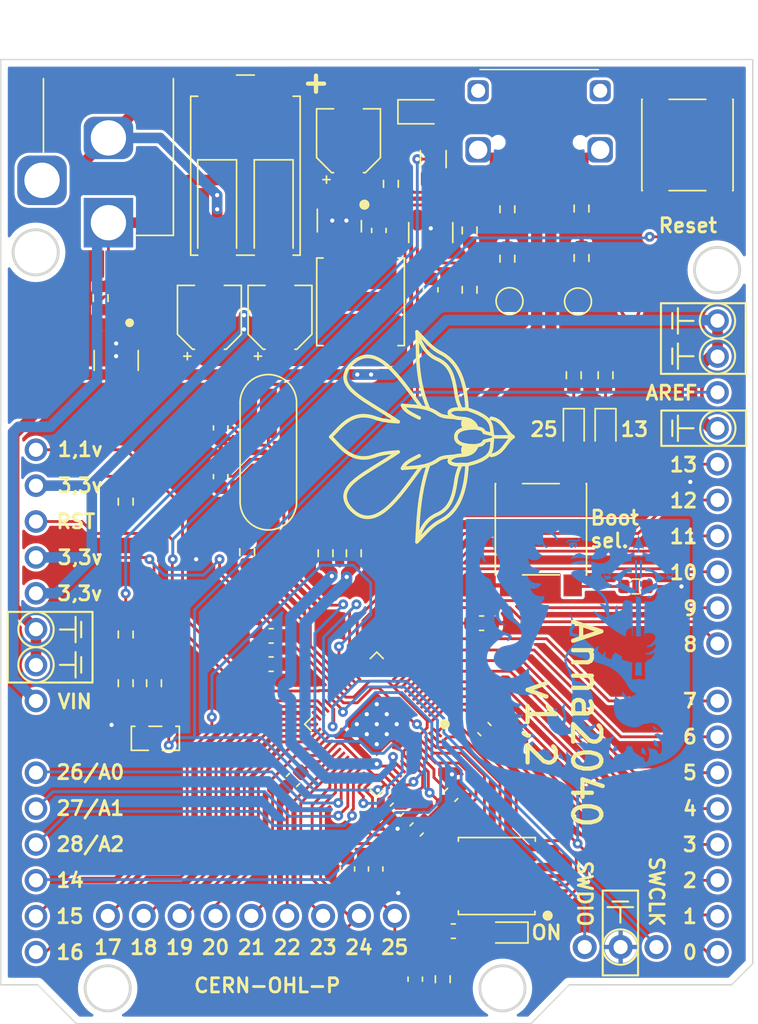
<source format=kicad_pcb>
(kicad_pcb (version 20211014) (generator pcbnew)
  (layers (0 "F.Cu" signal) (31 "B.Cu" signal) (34 "B.Paste" user) (35 "F.Paste" user) (36 "B.SilkS" user "B.Silkscreen") (37 "F.SilkS" user "F.Silkscreen") (38 "B.Mask" user) (39 "F.Mask" user) (44 "Edge.Cuts" user))
  (net 0 "")
  (net 1 "+1V1")
  (net 2 "+3.3V")
  (net 3 "RST")
  (net 4 "VBUS")
  (net 5 "GND")
  (net 6 "VSYS")
  (net 7 "GPIO26")
  (net 8 "GPIO27")
  (net 9 "GPIO28")
  (net 10 "GPIO15")
  (net 11 "GPIO14")
  (net 12 "GPIO16")
  (net 13 "GPIO00")
  (net 14 "GPIO01")
  (net 15 "GPIO02")
  (net 16 "GPIO03")
  (net 17 "GPIO04")
  (net 18 "GPIO05")
  (net 19 "GPIO06")
  (net 20 "GPIO07")
  (net 21 "GPIO08")
  (net 22 "GPIO09")
  (net 23 "GPIO10")
  (net 24 "GPIO11")
  (net 25 "GPIO12")
  (net 26 "GPIO13")
  (net 27 "AREF")
  (net 28 "Net-(C3-Pad1)")
  (net 29 "Net-(C1-Pad2)")
  (net 30 "Net-(C16-Pad1)")
  (net 31 "Net-(C16-Pad2)")
  (net 32 "Net-(D4-Pad2)")
  (net 33 "GPIO17")
  (net 34 "GPIO18")
  (net 35 "GPIO19")
  (net 36 "Net-(J7-PadA5)")
  (net 37 "DP")
  (net 39 "Net-(J7-PadB5)")
  (net 41 "GPIO20")
  (net 42 "GPIO21")
  (net 43 "GPIO22")
  (net 44 "GPIO23")
  (net 45 "GPIO24")
  (net 46 "GPIO25")
  (net 47 "SWCLK")
  (net 48 "SWD")
  (net 49 "Net-(C2-Pad2)")
  (net 50 "Net-(R4-Pad1)")
  (net 51 "QSPI_SS")
  (net 52 "3,3V_EN")
  (net 53 "D+")
  (net 54 "D-")
  (net 55 "QSPI_SD3")
  (net 56 "QSPI_SCLK")
  (net 57 "QSPI_SD0")
  (net 58 "QSPI_SD2")
  (net 59 "QSPI_SD1")
  (net 60 "VBUSPIN")
  (net 61 "Net-(R1-Pad1)")
  (net 62 "GND1")
  (net 63 "Net-(D5-Pad1)")
  (net 64 "Net-(D2-Pad1)")
  (net 65 "Net-(D3-Pad1)")
  (net 66 "GPIO29")
  (net 68 "DN")
  (footprint "Resistor_SMD:R_0603_1608Metric" (layer "F.Cu") (at 159.674 119.801 -90)
    (fp_text reference "R12" hide)
    (fp_text value "470Ω")
  )
  (footprint "Package_SO:SOIC-8_5.23x5.23mm_P1.27mm" (layer "F.Cu") (at 163.5 112.5 180)
    (fp_text reference "U2" hide)
    (fp_text value "W25Q16JVSSIQ")
  )
  (footprint "Capacitor_SMD:C_0603_1608Metric" (layer "F.Cu") (at 143.949 84.226 -90)
    (fp_text reference "C2" hide)
    (fp_text value "20pf")
  )
  (footprint "Capacitor_SMD:C_0603_1608Metric" (layer "F.Cu") (at 160.274 106.751 -135)
    (fp_text reference "C4" hide)
    (fp_text value "100nf")
  )
  (footprint "Capacitor_SMD:C_0603_1608Metric" (layer "F.Cu") (at 155.15 66.8 -90)
    (fp_text reference "C16" hide)
    (fp_text value "100nf")
  )
  (footprint "Resistor_SMD:R_0603_1608Metric" (layer "F.Cu") (at 171.2 77.05 90)
    (fp_text reference "R11" hide)
    (fp_text value "470Ω")
  )
  (footprint "Resistor_SMD:R_0603_1608Metric" (layer "F.Cu") (at 137.224 98.851 -90)
    (fp_text reference "R8" hide)
    (fp_text value "10kΩ")
  )
  (footprint "Package_DFN_QFN:QFN-56-1EP_7x7mm_P0.4mm_EP3.2x3.2mm" (layer "F.Cu") (at 155 101.75 -135)
    (fp_text reference "U1" hide)
    (fp_text value "RP2040")
  )
  (footprint "Capacitor_SMD:C_0603_1608Metric" (layer "F.Cu") (at 157.824 109.201 45)
    (fp_text reference "C6" hide)
    (fp_text value "2,2µf")
  )
  (footprint "Resistor_SMD:R_0603_1608Metric" (layer "F.Cu") (at 169.5 68.75 90)
    (fp_text reference "RV2" hide)
    (fp_text value "Varistor")
  )
  (footprint "Resistor_SMD:R_0603_1608Metric" (layer "F.Cu") (at 153.375 89.65 -90)
    (fp_text reference "R14" hide)
    (fp_text value "27Ω")
  )
  (footprint "Inductor_SMD:L_Bourns_SRN6045TA" (layer "F.Cu") (at 153.851 71.85 -90)
    (fp_text reference "L1" hide)
    (fp_text value "3,9µH")
  )
  (footprint "Connector_PinSocket_2.54mm:PinSocket_1x09_P2.54mm_Vertical" (layer "F.Cu") (at 135.96 115.32 90)
    (fp_text reference "J5" hide)
    (fp_text value "Conn_01x09")
  )
  (footprint "Capacitor_SMD:C_0603_1608Metric" (layer "F.Cu") (at 158.824 71.001 -90)
    (fp_text reference "C3" hide)
    (fp_text value "1nf")
  )
  (footprint "Capacitor_SMD:C_0603_1608Metric" (layer "F.Cu") (at 157.724 119.801 90)
    (fp_text reference "C7" hide)
    (fp_text value "100nf")
  )
  (footprint "Resistor_SMD:R_0603_1608Metric" (layer "F.Cu") (at 164.25 65.3 -90)
    (fp_text reference "R15" hide)
    (fp_text value "5,1kΩ")
  )
  (footprint "Resistor_SMD:R_0603_1608Metric" (layer "F.Cu") (at 139.23 98.851 -90)
    (fp_text reference "R5" hide)
    (fp_text value "2kΩ")
  )
  (footprint "Button_Switch_SMD:SW_Push_1P1T_NO_6x6mm_H9.5mm" (layer "F.Cu") (at 166.624 87.951 90)
    (fp_text reference "SW1" hide)
    (fp_text value "SW_Push")
  )
  (footprint "Resistor_SMD:R_0603_1608Metric" (layer "F.Cu") (at 168.95 77.05 90)
    (fp_text reference "R10" hide)
    (fp_text value "470Ω")
  )
  (footprint "LED_SMD:LED_0603_1608Metric" (layer "F.Cu") (at 171.2 80.9 -90)
    (fp_text reference "D3" hide)
    (fp_text value "LED_YELLOW")
  )
  (footprint "Resistor_SMD:R_0603_1608Metric" (layer "F.Cu") (at 137.224 86 90)
    (fp_text reference "R6" hide)
    (fp_text value "100kΩ")
  )
  (footprint "Connector_BarrelJack:BarrelJack_Horizontal" (layer "F.Cu") (at 136 66.25 -90)
    (fp_text reference "J6" hide)
    (fp_text value "Barrel_Jack_MountingPin")
  )
  (footprint "Button_Switch_SMD:SW_Push_1P1T_NO_6x6mm_H9.5mm" (layer "F.Cu") (at 177 60.75 90)
    (fp_text reference "SW2" hide)
    (fp_text value "SW_Push")
  )
  (footprint "Resistor_SMD:R_0603_1608Metric" (layer "F.Cu") (at 156 63.5 -90)
    (fp_text reference "R9" hide)
    (fp_text value "100kΩ")
  )
  (footprint "Resistor_SMD:R_0603_1608Metric" (layer "F.Cu") (at 169.5 65.25 90)
    (fp_text reference "R16" hide)
    (fp_text value "5,1kΩ")
  )
  (footprint "LED_SMD:LED_0603_1608Metric" (layer "F.Cu") (at 164.224 116.501 180)
    (fp_text reference "D4" hide)
    (fp_text value "LED_GREEN_PWR")
  )
  (footprint "Capacitor_SMD:C_0603_1608Metric" (layer "F.Cu") (at 154.924 112 -90)
    (fp_text reference "C14" hide)
    (fp_text value "2,2µf")
  )
  (footprint "Capacitor_SMD:C_0603_1608Metric" (layer "F.Cu") (at 147.52 97.5)
    (fp_text reference "C5" hide)
    (fp_text value "100nf")
  )
  (footprint "Capacitor_SMD:C_0603_1608Metric" (layer "F.Cu") (at 162.424 94.601)
    (fp_text reference "C11" hide)
    (fp_text value "100nf")
  )
  (footprint "Resistor_SMD:R_0603_1608Metric" (layer "F.Cu") (at 151.375 89.65 90)
    (fp_text reference "R13" hide)
    (fp_text value "27Ω")
  )
  (footprint "TestPoint:TestPoint_Pad_D1.5mm" (layer "F.Cu") (at 164.4 71.8 180)
    (fp_text reference "TP1" hide)
    (fp_text value "TestPoint")
  )
  (footprint "Package_TO_SOT_SMD:SOT-23" (layer "F.Cu") (at 136.55 76.0495 -90)
    (fp_text reference "Q2" hide)
    (fp_text value "PJA3432AU")
  )
  (footprint "Diode_SMD:D_SOD-323" (layer "F.Cu") (at 137.5 71.587 90)
    (fp_text reference "D5" hide)
    (fp_text value "~7v Zener")
  )
  (footprint "Resistor_SMD:R_0603_1608Metric" (layer "F.Cu") (at 161.574 71.001 -90)
    (fp_text reference "R3" hide)
    (fp_text value "100kΩ")
  )
  (footprint "Package_TO_SOT_SMD:SOT-23" (layer "F.Cu") (at 158.824 67.001 -90)
    (fp_text reference "Q1" hide)
    (fp_text value "PJA3432AU")
  )
  (footprint "Package_TO_SOT_SMD:SOT-23" (layer "F.Cu") (at 139.324 102.751 -90)
    (fp_text reference "U3" hide)
    (fp_text value "LM4040DBZ-3")
  )
  (footprint "Resistor_SMD:R_0603_1608Metric" (layer "F.Cu") (at 137.224 95.401 -90)
    (fp_text reference "R7" hide)
    (fp_text value "5,6kΩ")
  )
  (footprint "Resistor_SMD:R_0603_1608Metric" (layer "F.Cu") (at 161.574 66.801 -90)
    (fp_text reference "R2" hide)
    (fp_text value "200kΩ")
  )
  (footprint "DIY:WAGO SMD terminal, 2P 4mm" (layer "F.Cu") (at 145.7 62.05)
    (fp_text reference "J1" hide)
    (fp_text value "Conn_01x02")
  )
  (footprint "Capacitor_SMD:C_0603_1608Metric" (layer "F.Cu") (at 162.624 102.101 -45)
    (fp_text reference "C12" hide)
    (fp_text value "100nf")
  )
  (footprint "Capacitor_SMD:CP_Elec_4x4.5" (layer "F.Cu") (at 153 60.45 90)
    (fp_text reference "C17" hide)
    (fp_text value "10µf")
  )
  (footprint "Capacitor_SMD:C_0603_1608Metric" (layer "F.Cu") (at 147.524 95.501)
    (fp_text reference "C8" hide)
    (fp_text value "100nf")
  )
  (footprint "Package_TO_SOT_SMD:TSOT-23-6" (layer "F.Cu") (at 152.351 66.1 -90)
    (fp_text reference "U4" hide)
    (fp_text value "AP63203WU")
  )
  (footprint "Capacitor_SMD:C_0603_1608Metric" (layer "F.Cu") (at 160.424 116.401)
    (fp_text reference "C15" hide)
    (fp_text value "2,2µf")
  )
  (footprint "Capacitor_SMD:C_0603_1608Metric" (layer "F.Cu") (at 152.924 112 -90)
    (fp_text reference "C13" hide)
    (fp_text value "100nf")
  )
  (footprint "Capacitor_SMD:C_0603_1608Metric" (layer "F.Cu") (at 143.949 80.776 90)
    (fp_text reference "C1" hide)
    (fp_text value "20pf")
  )
  (footprint "Fuse:Fuse_1206_3216Metric" (layer "F.Cu") (at 159 61.75 -90)
    (fp_text reference "F1" hide)
    (fp_text value "500mA")
  )
  (footprint "Capacitor_SMD:CP_Elec_4x4.5" (layer "F.Cu") (at 143.15 72.95 90)
    (fp_text reference "C18" hide)
    (fp_text value "22µf")
  )
  (footprint "Capacitor_SMD:CP_Elec_4x4.5" (layer "F.Cu") (at 148.15 72.95 90)
    (fp_text reference "C19" hide)
    (fp_text value "22µf")
  )
  (footprint "Crystal:Crystal_SMD_7050-2Pin_7.0x5.0mm" (layer "F.Cu") (at 147.324 82.501 90)
    (fp_text reference "Y1" hide)
    (fp_text value "Crystal_Small")
  )
  (footprint "LED_SMD:LED_0603_1608Metric" (layer "F.Cu") (at 168.95 80.9 -90)
    (fp_text reference "D2" hide)
    (fp_text value "LED_GREEN")
  )
  (footprint "Resistor_SMD:R_0603_1608Metric" (layer "F.Cu") (at 173.324 92.001)
    (fp_text reference "R4" hide)
    (fp_text value "1kΩ")
  )
  (footprint "TestPoint:TestPoint_Pad_D1.5mm" (layer "F.Cu") (at 169.25 71.825 180)
    (fp_text reference "TP2" hide)
    (fp_text value "TestPoint")
  )
  (footprint "Resistor_SMD:R_0603_1608Metric" (layer "F.Cu") (at 135.45 71.587 -90)
    (fp_text reference "R17" hide)
    (fp_text value "10kΩ")
  )
  (footprint "USB-C-Connectors-master:TYPE-C-31-M-12" (layer "F.Cu") (at 166.5 56.9125 180)
    (fp_text reference "J7" hide)
    (fp_text value "USB_C_Receptacle_USB2.0")
  )
  (footprint "Capacitor_SMD:C_0603_1608Metric" (layer "F.Cu") (at 149.074 105.701 -135)
    (fp_text reference "C9" hide)
    (fp_text value "100nf")
  )
  (footprint "Resistor_SMD:R_0603_1608Metric" (layer "F.Cu") (at 145.824 89.575 90)
    (fp_text reference "R1" hide)
    (fp_text value "1kΩ")
  )
  (footprint "Diode_SMD:D_SOD-323" (layer "F.Cu") (at 158 58.4)
    (fp_text reference "D1" hide)
    (fp_text value "D_Small")
  )
  (footprint "Resistor_SMD:R_0603_1608Metric" (layer "F.Cu") (at 164.25 68.8 90)
    (fp_text reference "RV1" hide)
    (fp_text value "Varistor")
  )
  (footprint "Capacitor_SMD:C_0603_1608Metric" (layer "F.Cu") (at 156.424 107.801 45)
    (fp_text reference "C10" hide)
    (fp_text value "100nf")
  )
  (footprint "Connector_PinSocket_2.54mm:PinSocket_1x03_P2.54mm_Vertical" (layer "B.Cu") (at 169.725 117.525 -90)
    (fp_text reference "J10" hide)
    (fp_text value "Debug")
  )
  (footprint "Module:Arduino_UNO_R3" (layer "B.Cu") (at 130.87 82.325 -90)
    (fp_text reference "A1" hide)
    (fp_text value "Arduino_UNO_R3")
  )
  (gr_line (start 172.334585 69.699647) (end 172.237591 69.682119) (layer "F.Cu") (width 0.225))
  (gr_line (start 172.498706 69.397898) (end 172.54275 69.456885) (layer "F.Cu") (width 0.225))
  (gr_line (start 173.77257 69.449168) (end 173.83294 69.539227) (layer "F.Cu") (width 0.225))
  (gr_line (start 173.081783 70.518431) (end 173.080391 70.555129) (layer "F.Cu") (width 0.225))
  (gr_line (start 173.999239 70.208088) (end 174.021298 70.185123) (layer "F.Cu") (width 0.225))
  (gr_line (start 172.901065 69.907119) (end 172.776998 69.848461) (layer "F.Cu") (width 0.225))
  (gr_line (start 172.330815 68.662351) (end 172.312063 68.73393) (layer "F.Cu") (width 0.225))
  (gr_line (start 174.21948 70.591062) (end 174.21948 70.591062) (layer "F.Cu") (width 0.225))
  (gr_line (start 174.999755 70.63059) (end 174.995135 70.670538) (layer "F.Cu") (width 0.225))
  (gr_line (start 172.54275 71.728115) (end 172.637569 71.615499) (layer "F.Cu") (width 0.225))
  (gr_line (start 171.662202 69.76972) (end 171.615788 69.803812) (layer "F.Cu") (width 0.225))
  (gr_line (start 172.420085 71.909928) (end 172.457636 71.84774) (layer "F.Cu") (width 0.225))
  (gr_line (start 172.304285 68.944432) (end 172.316028 69.01285) (layer "F.Cu") (width 0.225))
  (gr_line (start 174.354139 69.251185) (end 174.310224 69.235804) (layer "F.Cu") (width 0.225))
  (gr_line (start 174.103847 70.051418) (end 174.121956 70.099777) (layer "F.Cu") (width 0.225))
  (gr_line (start 174.11467 69.214209) (end 174.06126 69.219755) (layer "F.Cu") (width 0.225))
  (gr_line (start 171.461071 70.935876) (end 171.473641 70.878137) (layer "F.Cu") (width 0.225))
  (gr_line (start 171.904938 69.680035) (end 171.835751 69.694743) (layer "F.Cu") (width 0.225))
  (gr_line (start 173.439042 68.311572) (end 173.410219 68.266365) (layer "F.Cu") (width 0.225))
  (gr_line (start 171.547826 70.704036) (end 171.584811 70.646898) (layer "F.Cu") (width 0.225))
  (gr_line (start 174.157701 70.215879) (end 174.172853 70.277819) (layer "F.Cu") (width 0.225))
  (gr_line (start 173.086836 70.738118) (end 173.083944 70.702547) (layer "F.Cu") (width 0.225))
  (gr_line (start 173.010266 73.11477) (end 172.957359 73.104809) (layer "F.Cu") (width 0.225))
  (gr_line (start 174.611347 71.020064) (end 174.628369 71.055594) (layer "F.Cu") (width 0.225))
  (gr_line (start 174.819866 70.162119) (end 174.803076 70.14789) (layer "F.Cu") (width 0.225))
  (gr_line (start 173.283913 69.815519) (end 173.257801 69.861992) (layer "F.Cu") (width 0.225))
  (gr_line (start 173.379602 68.225269) (end 173.347112 68.188464) (layer "F.Cu") (width 0.225))
  (gr_line (start 174.7039 70.083272) (end 174.680823 70.071758) (layer "F.Cu") (width 0.225))
  (gr_line (start 173.771595 71.862118) (end 173.709772 71.82511) (layer "F.Cu") (width 0.225))
  (gr_line (start 173.440795 69.593682) (end 173.405333 69.636415) (layer "F.Cu") (width 0.225))
  (gr_line (start 174.640886 71.655975) (end 174.619753 71.696906) (layer "F.Cu") (width 0.225))
  (gr_line (start 172.358558 72.594765) (end 172.330815 72.522649) (layer "F.Cu") (width 0.225))
  (gr_line (start 174.700235 71.327687) (end 174.70188 71.377714) (layer "F.Cu") (width 0.225))
  (gr_line (start 173.108404 68.067886) (end 173.060588 68.066188) (layer "F.Cu") (width 0.225))
  (gr_line (start 174.89014 70.238991) (end 174.877815 70.222902) (layer "F.Cu") (width 0.225))
  (gr_line (start 174.140719 70.156238) (end 174.157701 70.215879) (layer "F.Cu") (width 0.225))
  (gr_line (start 174.995135 70.670538) (end 174.988795 70.709959) (layer "F.Cu") (width 0.225))
  (gr_line (start 171.714354 71.443493) (end 171.662202 71.413553) (layer "F.Cu") (width 0.225))
  (gr_line (start 174.548799 70.272799) (end 174.57155 70.236596) (layer "F.Cu") (width 0.225))
  (gr_line (start 172.651294 68.225131) (end 172.570387 68.298416) (layer "F.Cu") (width 0.225))
  (gr_line (start 173.686389 69.190936) (end 173.660252 69.028355) (layer "F.Cu") (width 0.225))
  (gr_line (start 174.694975 71.277129) (end 174.700235 71.327687) (layer "F.Cu") (width 0.225))
  (gr_line (start 174.06126 69.219755) (end 174.006221 69.230063) (layer "F.Cu") (width 0.225))
  (gr_line (start 173.16515 70.052599) (end 173.16515 70.052599) (layer "F.Cu") (width 0.225))
  (gr_line (start 174.766823 71.064303) (end 174.746919 71.077248) (layer "F.Cu") (width 0.225))
  (gr_line (start 172.501207 68.371671) (end 172.443207 68.444793) (layer "F.Cu") (width 0.225))
  (gr_line (start 173.186889 70.004378) (end 173.16515 70.052599) (layer "F.Cu") (width 0.225))
  (gr_line (start 174.103847 71.133458) (end 174.121956 71.085103) (layer "F.Cu") (width 0.225))
  (gr_line (start 173.196837 73.097222) (end 173.153794 73.109856) (layer "F.Cu") (width 0.225))
  (gr_line (start 174.021298 70.999143) (end 174.044679 71.021494) (layer "F.Cu") (width 0.225))
  (gr_line (start 172.651294 72.959866) (end 172.570387 72.886581) (layer "F.Cu") (width 0.225))
  (gr_line (start 171.575141 71.341091) (end 171.540289 71.299285) (layer "F.Cu") (width 0.225))
  (gr_line (start 174.524161 70.308845) (end 174.548799 70.272799) (layer "F.Cu") (width 0.225))
  (gr_line (start 171.540289 69.88351) (end 171.511262 69.928405) (layer "F.Cu") (width 0.225))
  (gr_line (start 174.686026 69.66219) (end 174.674113 69.616206) (layer "F.Cu") (width 0.225))
  (gr_line (start 173.094667 70.37713) (end 173.090423 70.411687) (layer "F.Cu") (width 0.225))
  (gr_line (start 173.372086 71.504822) (end 173.340882 71.460385) (layer "F.Cu") (width 0.225))
  (gr_line (start 174.084487 71.18147) (end 174.103847 71.133458) (layer "F.Cu") (width 0.225))
  (gr_line (start 174.140719 71.028529) (end 174.157701 70.968581) (layer "F.Cu") (width 0.225))
  (gr_line (start 171.615788 71.3793) (end 171.575141 71.341091) (layer "F.Cu") (width 0.225))
  (gr_line (start 172.737714 71.510701) (end 172.838809 71.414531) (layer "F.Cu") (width 0.225))
  (gr_line (start 173.196837 68.087777) (end 173.153794 68.075143) (layer "F.Cu") (width 0.225))
  (gr_line (start 174.611347 70.164572) (end 174.628369 70.129176) (layer "F.Cu") (width 0.225))
  (gr_line (start 172.357733 72.038547) (end 172.386602 71.973564) (layer "F.Cu") (width 0.225))
  (gr_line (start 174.619753 71.696906) (end 174.595727 71.735767) (layer "F.Cu") (width 0.225))
  (gr_line (start 174.121956 71.085103) (end 174.121956 71.085103) (layer "F.Cu") (width 0.225))
  (gr_line (start 173.117481 70.941568) (end 173.10498 70.875466) (layer "F.Cu") (width 0.225))
  (gr_line (start 173.995517 71.370346) (end 174.01939 71.323575) (layer "F.Cu") (width 0.225))
  (gr_line (start 173.873539 70.496525) (end 173.880065 70.454226) (layer "F.Cu") (width 0.225))
  (gr_line (start 174.656599 70.060684) (end 174.656599 70.060684) (layer "F.Cu") (width 0.225))
  (gr_line (start 173.372086 69.680035) (end 173.340882 69.724471) (layer "F.Cu") (width 0.225))
  (gr_line (start 173.869141 70.640407) (end 173.873539 70.685777) (layer "F.Cu") (width 0.225))
  (gr_line (start 174.785707 71.050908) (end 174.766823 71.064303) (layer "F.Cu") (width 0.225))
  (gr_line (start 171.772213 69.71483) (end 171.714354 69.739941) (layer "F.Cu") (width 0.225))
  (gr_line (start 174.299868 70.64339) (end 174.33738 70.672508) (layer "F.Cu") (width 0.225))
  (gr_line (start 174.703952 71.101736) (end 174.680836 71.113252) (layer "F.Cu") (width 0.225))
  (gr_line (start 173.186889 71.180471) (end 173.16515 71.132247) (layer "F.Cu") (width 0.225))
  (gr_line (start 174.406981 70.447203) (end 174.439046 70.413913) (layer "F.Cu") (width 0.225))
  (gr_line (start 173.131873 71.006251) (end 173.117481 70.941568) (layer "F.Cu") (width 0.225))
  (gr_line (start 173.944811 69.721794) (end 173.970641 69.768026) (layer "F.Cu") (width 0.225))
  (gr_line (start 174.643456 71.09038) (end 174.656599 71.124201) (layer "F.Cu") (width 0.225))
  (gr_line (start 173.832242 71.893401) (end 173.771595 71.862118) (layer "F.Cu") (width 0.225))
  (gr_line (start 173.083944 70.482309) (end 173.081783 70.518431) (layer "F.Cu") (width 0.225))
  (gr_line (start 171.584811 70.646898) (end 171.627973 70.590804) (layer "F.Cu") (width 0.225))
  (gr_line (start 173.562204 69.471489) (end 173.519058 69.51115) (layer "F.Cu") (width 0.225))
  (gr_line (start 173.519058 69.51115) (end 173.478646 69.551904) (layer "F.Cu") (width 0.225))
  (gr_line (start 174.186128 70.842351) (end 174.197477 70.777966) (layer "F.Cu") (width 0.225))
  (gr_line (start 174.988795 70.709959) (end 174.980531 70.748743) (layer "F.Cu") (width 0.225))
  (gr_line (start 174.157701 70.968581) (end 174.172853 70.906205) (layer "F.Cu") (width 0.225))
  (gr_line (start 173.405333 69.636415) (end 173.372086 69.680035) (layer "F.Cu") (width 0.225))
  (gr_line (start 173.153794 68.075143) (end 173.108404 68.067886) (layer "F.Cu") (width 0.225))
  (gr_line (start 174.172853 70.277819) (end 174.186128 70.341172) (layer "F.Cu") (width 0.225))
  (gr_line (start 174.864653 70.207156) (end 174.850626 70.191767) (layer "F.Cu") (width 0.225))
  (gr_line (start 171.453993 71.048773) (end 171.454531 70.992874) (layer "F.Cu") (width 0.225))
  (gr_line (start 174.469273 70.379616) (end 174.497648 70.344522) (layer "F.Cu") (width 0.225))
  (gr_line (start 173.117481 70.243284) (end 173.10498 70.309386) (layer "F.Cu") (width 0.225))
  (gr_line (start 173.660252 72.156643) (end 173.63073 72.311471) (layer "F.Cu") (width 0.225))
  (gr_line (start 174.924124 70.895299) (end 174.903161 70.929241) (layer "F.Cu") (width 0.225))
  (gr_line (start 173.108404 73.117113) (end 173.060588 73.118811) (layer "F.Cu") (width 0.225))
  (gr_line (start 173.709772 69.35976) (end 173.657388 69.395725) (layer "F.Cu") (width 0.225))
  (gr_line (start 174.746728 70.107754) (end 174.72586 70.095276) (layer "F.Cu") (width 0.225))
  (gr_line (start 173.970641 69.768026) (end 173.995517 69.81452) (layer "F.Cu") (width 0.225))
  (gr_line (start 172.357733 69.146453) (end 172.386602 69.211436) (layer "F.Cu") (width 0.225))
  (gr_line (start 174.968074 70.396772) (end 174.955361 70.359964) (layer "F.Cu") (width 0.225))
  (gr_line (start 174.507197 71.838013) (end 174.472504 71.866674) (layer "F.Cu") (width 0.225))
  (gr_line (start 172.395839 72.667318) (end 172.358558 72.594765) (layer "F.Cu") (width 0.225))
  (gr_line (start 174.216245 71.968252) (end 174.166362 71.971655) (layer "F.Cu") (width 0.225))
  (gr_line (start 173.237611 73.079392) (end 173.196837 73.097222) (layer "F.Cu") (width 0.225))
  (gr_line (start 172.457636 69.33726) (end 172.498706 69.397898) (layer "F.Cu") (width 0.225))
  (gr_line (start 174.084487 70.003403) (end 174.103847 70.051418) (layer "F.Cu") (width 0.225))
  (gr_line (start 171.48809 69.976189) (end 171.470801 70.026506) (layer "F.Cu") (width 0.225))
  (gr_line (start 173.080391 70.555129) (end 173.079804 70.592433) (layer "F.Cu") (width 0.225))
  (gr_line (start 171.511262 69.928405) (end 171.48809 69.976189) (layer "F.Cu") (width 0.225))
  (gr_line (start 174.524161 70.874931) (end 174.548799 70.911225) (layer "F.Cu") (width 0.225))
  (gr_line (start 174.803076 70.14789) (end 174.785309 70.134076) (layer "F.Cu") (width 0.225))
  (gr_line (start 174.680823 70.071758) (end 174.656599 70.060747) (layer "F.Cu") (width 0.225))
  (gr_line (start 172.312063 68.73393) (end 172.301755 68.804871) (layer "F.Cu") (width 0.225))
  (gr_line (start 174.879042 70.961883) (end 174.865736 70.977682) (layer "F.Cu") (width 0.225))
  (gr_line (start 173.083944 70.702547) (end 173.081783 70.666427) (layer "F.Cu") (width 0.225))
  (gr_line (start 174.21948 70.591062) (end 174.21948 70.591061) (layer "F.Cu") (width 0.225))
  (gr_line (start 173.257801 71.322863) (end 173.233042 71.275848) (layer "F.Cu") (width 0.225))
  (gr_line (start 174.865736 70.977682) (end 174.851564 70.993115) (layer "F.Cu") (width 0.225))
  (gr_line (start 174.903161 70.929241) (end 174.891509 70.945731) (layer "F.Cu") (width 0.225))
  (gr_line (start 174.595727 69.449116) (end 174.568899 69.412516) (layer "F.Cu") (width 0.225))
  (gr_line (start 174.922379 70.289164) (end 174.901657 70.255407) (layer "F.Cu") (width 0.225))
  (gr_line (start 173.959413 70.9255) (end 173.978584 70.951376) (layer "F.Cu") (width 0.225))
  (gr_line (start 174.21948 70.5911) (end 174.21948 70.5911) (layer "F.Cu") (width 0.225))
  (gr_line (start 174.044679 71.021494) (end 174.069303 71.043128) (layer "F.Cu") (width 0.225))
  (gr_line (start 173.709772 71.82511) (end 173.709772 71.82511) (layer "F.Cu") (width 0.225))
  (gr_line (start 174.095089 70.120667) (end 174.121956 70.099832) (layer "F.Cu") (width 0.225))
  (gr_line (start 171.459426 70.079002) (end 171.453993 70.133319) (layer "F.Cu") (width 0.225))
  (gr_line (start 174.373088 70.703314) (end 174.406981 70.735587) (layer "F.Cu") (width 0.225))
  (gr_line (start 172.146101 69.67175) (end 172.060142 69.668183) (layer "F.Cu") (width 0.225))
  (gr_line (start 173.63073 68.873527) (end 173.597191 68.7279) (layer "F.Cu") (width 0.225))
  (gr_line (start 174.680836 71.113252) (end 174.656599 71.124263) (layer "F.Cu") (width 0.225))
  (gr_line (start 174.497648 70.344522) (end 174.524161 70.308845) (layer "F.Cu") (width 0.225))
  (gr_line (start 174.628369 71.055594) (end 174.643456 71.09038) (layer "F.Cu") (width 0.225))
  (gr_line (start 174.568899 69.412516) (end 174.539359 69.378371) (layer "F.Cu") (width 0.225))
  (gr_line (start 174.877815 70.222902) (end 174.864653 70.207156) (layer "F.Cu") (width 0.225))
  (gr_line (start 172.237591 71.50234) (end 172.146101 71.512583) (layer "F.Cu") (width 0.225))
  (gr_line (start 174.700235 69.857197) (end 174.70188 69.807169) (layer "F.Cu") (width 0.225))
  (gr_line (start 172.443207 72.740206) (end 172.395839 72.667318) (layer "F.Cu") (width 0.225))
  (gr_line (start 171.473641 70.878137) (end 171.492271 70.820012) (layer "F.Cu") (width 0.225))
  (gr_line (start 172.782343 73.037595) (end 172.718308 73.002143) (layer "F.Cu") (width 0.225))
  (gr_line (start 174.121956 70.099777) (end 174.121956 70.099777) (layer "F.Cu") (width 0.225))
  (gr_line (start 174.044679 70.163064) (end 174.069303 70.141662) (layer "F.Cu") (width 0.225))
  (gr_line (start 174.216245 69.216635) (end 174.166362 69.213233) (layer "F.Cu") (width 0.225))
  (gr_line (start 172.316028 69.01285) (end 172.334026 69.080224) (layer "F.Cu") (width 0.225))
  (gr_line (start 172.782343 68.147403) (end 172.718308 68.182854) (layer "F.Cu") (width 0.225))
  (gr_line (start 173.081783 70.666427) (end 173.080391 70.629731) (layer "F.Cu") (width 0.225))
  (gr_line (start 173.709772 69.359781) (end 173.77257 69.449168) (layer "F.Cu") (width 0.225))
  (gr_line (start 172.843477 73.066403) (end 172.782343 73.037595) (layer "F.Cu") (width 0.225))
  (gr_line (start 171.470801 71.155845) (end 171.459426 71.103215) (layer "F.Cu") (width 0.225))
  (gr_line (start 172.457636 71.84774) (end 172.498706 71.787102) (layer "F.Cu") (width 0.225))
  (gr_line (start 172.54275 69.456885) (end 172.637569 69.569501) (layer "F.Cu") (width 0.225))
  (gr_line (start 173.233042 69.909005) (end 173.209462 69.956491) (layer "F.Cu") (width 0.225))
  (gr_line (start 173.949646 71.939562) (end 173.891622 71.919152) (layer "F.Cu") (width 0.225))
  (gr_line (start 175.00286 70.590225) (end 174.999755 70.63059) (layer "F.Cu") (width 0.225))
  (gr_line (start 174.20685 70.468589) (end 174.214201 70.530885) (layer "F.Cu") (width 0.225))
  (gr_line (start 172.658288 69.798741) (end 172.544962 69.757602) (layer "F.Cu") (width 0.225))
  (gr_line (start 173.147861 70.115113) (end 173.131873 70.1786) (layer "F.Cu") (width 0.225))
  (gr_line (start 172.334026 69.080224) (end 172.357733 69.146453) (layer "F.Cu") (width 0.225))
  (gr_line (start 174.33738 70.672508) (end 174.373088 70.703314) (layer "F.Cu") (width 0.225))
  (gr_line (start 173.16515 70.052599) (end 173.147861 70.115113) (layer "F.Cu") (width 0.225))
  (gr_line (start 172.544962 69.757602) (end 172.437051 69.72469) (layer "F.Cu") (width 0.225))
  (gr_line (start 173.925846 70.868618) (end 173.941807 70.897991) (layer "F.Cu") (width 0.225))
  (gr_line (start 172.737714 69.674299) (end 172.838809 69.770469) (layer "F.Cu") (width 0.225))
  (gr_line (start 172.718308 73.002143) (end 172.651294 72.959866) (layer "F.Cu") (width 0.225))
  (gr_line (start 172.570387 68.298416) (end 172.501207 68.371671) (layer "F.Cu") (width 0.225))
  (gr_line (start 175.00286 70.590198) (end 174.998988 70.550653) (layer "F.Cu") (width 0.225))
  (gr_line (start 172.776998 69.848461) (end 172.658288 69.798741) (layer "F.Cu") (width 0.225))
  (gr_line (start 173.060588 73.118811) (end 173.010266 73.11477) (layer "F.Cu") (width 0.225))
  (gr_line (start 172.316028 72.17215) (end 172.334026 72.104776) (layer "F.Cu") (width 0.225))
  (gr_line (start 172.838809 71.414531) (end 173.16515 71.13233) (layer "F.Cu") (width 0.225))
  (gr_line (start 174.21948 70.591061) (end 174.260564 70.566011) (layer "F.Cu") (width 0.225))
  (gr_line (start 173.597191 72.457098) (end 173.559003 72.592075) (layer "F.Cu") (width 0.225))
  (gr_line (start 174.539359 71.806513) (end 174.507197 71.838013) (layer "F.Cu") (width 0.225))
  (gr_line (start 174.264229 69.224223) (end 174.216245 69.216635) (layer "F.Cu") (width 0.225))
  (gr_line (start 174.980531 70.748743) (end 174.970136 70.786779) (layer "F.Cu") (width 0.225))
  (gr_line (start 173.080391 70.629731) (end 173.079804 70.592431) (layer "F.Cu") (width 0.225))
  (gr_line (start 174.998988 70.550653) (end 174.993799 70.51142) (layer "F.Cu") (width 0.225))
  (gr_line (start 173.880065 70.454226) (end 173.88864 70.415069) (layer "F.Cu") (width 0.225))
  (gr_line (start 173.16515 70.05267) (end 173.030459 69.97507) (layer "F.Cu") (width 0.225))
  (gr_line (start 174.131557 71.057297) (end 174.140719 71.028529) (layer "F.Cu") (width 0.225))
  (gr_line (start 174.836501 71.008168) (end 174.820521 71.022827) (layer "F.Cu") (width 0.225))
  (gr_line (start 173.959413 70.257727) (end 173.978584 70.232206) (layer "F.Cu") (width 0.225))
  (gr_line (start 174.970136 70.786779) (end 174.957407 70.823958) (layer "F.Cu") (width 0.225))
  (gr_line (start 174.940205 70.324055) (end 174.922379 70.289164) (layer "F.Cu") (width 0.225))
  (gr_line (start 173.891622 69.265738) (end 173.832242 69.291489) (layer "F.Cu") (width 0.225))
  (gr_line (start 174.694685 71.475409) (end 174.686026 71.522693) (layer "F.Cu") (width 0.225))
  (gr_line (start 172.060142 69.668183) (end 171.979744 69.671063) (layer "F.Cu") (width 0.225))
  (gr_line (start 174.310224 71.949082) (end 174.264229 71.960664) (layer "F.Cu") (width 0.225))
  (gr_line (start 174.166362 69.213233) (end 174.11467 69.214209) (layer "F.Cu") (width 0.225))
  (gr_line (start 173.276195 73.056547) (end 173.237611 73.079392) (layer "F.Cu") (width 0.225))
  (gr_line (start 172.312063 72.451069) (end 172.301755 72.380129) (layer "F.Cu") (width 0.225))
  (gr_line (start 171.454531 70.189103) (end 171.461071 70.245997) (layer "F.Cu") (width 0.225))
  (gr_line (start 173.257801 69.861992) (end 173.233042 69.909005) (layer "F.Cu") (width 0.225))
  (gr_line (start 173.410219 68.266365) (end 173.379602 68.225269) (layer "F.Cu") (width 0.225))
  (gr_line (start 173.899182 70.378807) (end 173.911611 70.34519) (layer "F.Cu") (width 0.225))
  (gr_line (start 174.592404 70.984012) (end 174.611347 71.020064) (layer "F.Cu") (width 0.225))
  (gr_line (start 173.709772 71.82511) (end 173.77257 71.735714) (layer "F.Cu") (width 0.225))
  (gr_line (start 173.060588 68.066188) (end 173.010266 68.070228) (layer "F.Cu") (width 0.225))
  (gr_line (start 173.608256 71.751863) (end 173.562204 71.713366) (layer "F.Cu") (width 0.225))
  (gr_line (start 173.911611 70.837153) (end 173.925846 70.868618) (layer "F.Cu") (width 0.225))
  (gr_line (start 172.334026 72.104776) (end 172.357733 72.038547) (layer "F.Cu") (width 0.225))
  (gr_line (start 173.16515 71.13233) (end 173.16515 71.13233) (layer "F.Cu") (width 0.225))
  (gr_line (start 174.373088 70.47927) (end 174.406981 70.447203) (layer "F.Cu") (width 0.225))
  (gr_line (start 173.995517 69.81452) (end 174.01939 69.861292) (layer "F.Cu") (width 0.225))
  (gr_line (start 171.835751 71.489009) (end 171.772213 71.468765) (layer "F.Cu") (width 0.225))
  (gr_line (start 174.674113 69.616206) (end 174.659036 69.571715) (layer "F.Cu") (width 0.225))
  (gr_line (start 172.386602 71.973564) (end 172.420085 71.909928) (layer "F.Cu") (width 0.225))
  (gr_line (start 174.214201 70.530885) (end 174.21948 70.591062) (layer "F.Cu") (width 0.225))
  (gr_line (start 174.063924 71.22915) (end 174.084487 71.18147) (layer "F.Cu") (width 0.225))
  (gr_line (start 172.386602 69.211436) (end 172.420085 69.275072) (layer "F.Cu") (width 0.225))
  (gr_line (start 172.299345 68.875072) (end 172.304285 68.944432) (layer "F.Cu") (width 0.225))
  (gr_line (start 174.548799 70.911225) (end 174.57155 70.947659) (layer "F.Cu") (width 0.225))
  (gr_line (start 173.010266 68.070228) (end 172.957359 68.080189) (layer "F.Cu") (width 0.225))
  (gr_line (start 174.835707 70.17675) (end 174.819866 70.162119) (layer "F.Cu") (width 0.225))
  (gr_line (start 173.978584 70.232206) (end 173.999239 70.208088) (layer "F.Cu") (width 0.225))
  (gr_line (start 174.673247 70.009691) (end 174.686009 69.95865) (layer "F.Cu") (width 0.225))
  (gr_line (start 174.439046 70.769107) (end 174.469273 70.803651) (layer "F.Cu") (width 0.225))
  (gr_line (start 173.709772 69.359781) (end 173.709772 69.359781) (layer "F.Cu") (width 0.225))
  (gr_line (start 174.659036 69.571715) (end 174.640886 69.528908) (layer "F.Cu") (width 0.225))
  (gr_line (start 172.498706 71.787102) (end 172.54275 71.728115) (layer "F.Cu") (width 0.225))
  (gr_line (start 173.283913 71.369337) (end 173.257801 71.322863) (layer "F.Cu") (width 0.225))
  (gr_line (start 174.01939 69.861292) (end 174.042208 69.908354) (layer "F.Cu") (width 0.225))
  (gr_line (start 173.515532 68.470042) (end 173.466149 68.360707) (layer "F.Cu") (width 0.225))
  (gr_line (start 174.70188 69.807169) (end 174.7 69.757864) (layer "F.Cu") (width 0.225))
  (gr_line (start 172.776998 71.336453) (end 172.658288 71.38611) (layer "F.Cu") (width 0.225))
  (gr_line (start 171.453993 70.133319) (end 171.454531 70.189103) (layer "F.Cu") (width 0.225))
  (gr_line (start 173.559003 68.592923) (end 173.515532 68.470042) (layer "F.Cu") (width 0.225))
  (gr_line (start 172.901065 71.277842) (end 172.776998 71.336453) (layer "F.Cu") (width 0.225))
  (gr_line (start 172.301755 72.380129) (end 172.299345 72.309928) (layer "F.Cu") (width 0.225))
  (gr_line (start 173.466149 72.824291) (end 173.439042 72.873427) (layer "F.Cu") (width 0.225))
  (gr_line (start 172.437051 71.45999) (end 172.334585 71.484928) (layer "F.Cu") (width 0.225))
  (gr_line (start 174.006221 71.954826) (end 173.949646 71.939562) (layer "F.Cu") (width 0.225))
  (gr_line (start 174.260564 70.566011) (end 174.299868 70.538887) (layer "F.Cu") (width 0.225))
  (gr_line (start 172.443207 68.444793) (end 172.395839 68.517681) (layer "F.Cu") (width 0.225))
  (gr_line (start 173.941807 70.284899) (end 173.959413 70.257727) (layer "F.Cu") (width 0.225))
  (gr_line (start 174.43537 71.892304) (end 174.395885 71.91471) (layer "F.Cu") (width 0.225))
  (gr_line (start 173.347112 68.188464) (end 173.31267 68.156132) (layer "F.Cu") (width 0.225))
  (gr_line (start 174.01939 71.323575) (end 174.042208 71.276514) (layer "F.Cu") (width 0.225))
  (gr_line (start 174.131557 70.127555) (end 174.140719 70.156238) (layer "F.Cu") (width 0.225))
  (gr_line (start 173.379602 72.95973) (end 173.347112 72.996535) (layer "F.Cu") (width 0.225))
  (gr_line (start 173.949646 69.245327) (end 173.891622 69.265738) (layer "F.Cu") (width 0.225))
  (gr_line (start 173.440795 71.591175) (end 173.405333 71.548442) (layer "F.Cu") (width 0.225))
  (gr_line (start 171.615788 69.803812) (end 171.575141 69.841861) (layer "F.Cu") (width 0.225))
  (gr_line (start 171.516989 70.761859) (end 171.547826 70.704036) (layer "F.Cu") (width 0.225))
  (gr_line (start 172.637569 71.615499) (end 172.737714 71.510701) (layer "F.Cu") (width 0.225))
  (gr_line (start 174.095089 71.064276) (end 174.121956 71.085166) (layer "F.Cu") (width 0.225))
  (gr_line (start 174.121956 71.085103) (end 174.131557 71.057297) (layer "F.Cu") (width 0.225))
  (gr_line (start 174.993799 70.51142) (end 174.987067 70.472618) (layer "F.Cu") (width 0.225))
  (gr_line (start 173.478646 71.632952) (end 173.440795 71.591175) (layer "F.Cu") (width 0.225))
  (gr_line (start 173.873539 70.685777) (end 173.880065 70.727907) (layer "F.Cu") (width 0.225))
  (gr_line (start 174.439046 70.413913) (end 174.469273 70.379616) (layer "F.Cu") (width 0.225))
  (gr_line (start 173.094667 70.807723) (end 173.090423 70.773167) (layer "F.Cu") (width 0.225))
  (gr_line (start 174.592404 70.200449) (end 174.611347 70.164572) (layer "F.Cu") (width 0.225))
  (gr_line (start 174.686009 71.226234) (end 174.694975 71.277129) (layer "F.Cu") (width 0.225))
  (gr_line (start 173.941807 70.897991) (end 173.959413 70.9255) (layer "F.Cu") (width 0.225))
  (gr_line (start 174.851564 70.993115) (end 174.836501 71.008168) (layer "F.Cu") (width 0.225))
  (gr_line (start 174.619753 69.487977) (end 174.595727 69.449116) (layer "F.Cu") (width 0.225))
  (gr_line (start 173.83294 71.645648) (end 173.890487 71.554804) (layer "F.Cu") (width 0.225))
  (gr_line (start 173.10498 70.309386) (end 173.094667 70.37713) (layer "F.Cu") (width 0.225))
  (gr_line (start 172.570387 72.886581) (end 172.501207 72.813327) (layer "F.Cu") (width 0.225))
  (gr_line (start 172.146101 71.512583) (end 172.060142 71.516014) (layer "F.Cu") (width 0.225))
  (gr_line (start 174.197477 70.405057) (end 174.20685 70.468589) (layer "F.Cu") (width 0.225))
  (gr_line (start 173.709772 69.359823) (end 173.686389 69.190936) (layer "F.Cu") (width 0.225))
  (gr_line (start 174.659036 71.613168) (end 174.640886 71.655975) (layer "F.Cu") (width 0.225))
  (gr_line (start 174.955361 70.359964) (end 174.940205 70.324055) (layer "F.Cu") (width 0.225))
  (gr_line (start 174.33738 70.509902) (end 174.373088 70.47927) (layer "F.Cu") (width 0.225))
  (gr_line (start 174.43537 69.292581) (end 174.395885 69.270175) (layer "F.Cu") (width 0.225))
  (gr_line (start 171.470801 70.026506) (end 171.459426 70.079002) (layer "F.Cu") (width 0.225))
  (gr_line (start 171.547826 70.477564) (end 171.584811 70.534675) (layer "F.Cu") (width 0.225))
  (gr_line (start 172.334585 71.484928) (end 172.237591 71.50234) (layer "F.Cu") (width 0.225))
  (gr_line (start 172.957359 73.104809) (end 172.901789 73.088747) (layer "F.Cu") (width 0.225))
  (gr_line (start 173.869141 70.542215) (end 173.873539 70.496525) (layer "F.Cu") (width 0.225))
  (gr_line (start 174.978567 70.434362) (end 174.968074 70.396772) (layer "F.Cu") (width 0.225))
  (gr_line (start 174.539359 69.378371) (end 174.507197 69.346871) (layer "F.Cu") (width 0.225))
  (gr_line (start 171.516989 70.419786) (end 171.547826 70.477564) (layer "F.Cu") (width 0.225))
  (gr_line (start 173.030459 71.20992) (end 172.901065 71.277842) (layer "F.Cu") (width 0.225))
  (gr_line (start 174.042208 71.276514) (end 174.063924 71.22915) (layer "F.Cu") (width 0.225))
  (gr_line (start 171.979744 71.512991) (end 171.904938 71.503871) (layer "F.Cu") (width 0.225))
  (gr_line (start 174.472504 69.318211) (end 174.43537 69.292581) (layer "F.Cu") (width 0.225))
  (gr_line (start 172.901789 73.088747) (end 172.843477 73.066403) (layer "F.Cu") (width 0.225))
  (gr_line (start 174.063924 69.955719) (end 174.084487 70.003403) (layer "F.Cu") (width 0.225))
  (gr_line (start 174.656599 71.124201) (end 174.656599 71.124201) (layer "F.Cu") (width 0.225))
  (gr_line (start 172.395839 68.517681) (end 172.358558 68.590234) (layer "F.Cu") (width 0.225))
  (gr_line (start 173.347112 72.996535) (end 173.31267 73.028867) (layer "F.Cu") (width 0.225))
  (gr_line (start 173.771595 69.322773) (end 173.709772 69.359781) (layer "F.Cu") (width 0.225))
  (gr_line (start 173.597191 68.7279) (end 173.559003 68.592923) (layer "F.Cu") (width 0.225))
  (gr_line (start 171.772213 71.468765) (end 171.714354 71.443493) (layer "F.Cu") (width 0.225))
  (gr_line (start 174.069303 71.043128) (end 174.095089 71.064276) (layer "F.Cu") (width 0.225))
  (gr_line (start 174.469273 70.803651) (end 174.497648 70.839) (layer "F.Cu") (width 0.225))
  (gr_line (start 174.507197 69.346871) (end 174.472504 69.318211) (layer "F.Cu") (width 0.225))
  (gr_line (start 173.147861 71.069736) (end 173.131873 71.006251) (layer "F.Cu") (width 0.225))
  (gr_line (start 173.832242 69.291489) (end 173.771595 69.322773) (layer "F.Cu") (width 0.225))
  (gr_line (start 173.090423 70.773167) (end 173.086836 70.738118) (layer "F.Cu") (width 0.225))
  (gr_line (start 174.686009 69.95865) (end 174.694975 69.907755) (layer "F.Cu") (width 0.225))
  (gr_line (start 173.657388 69.395725) (end 173.608256 69.432992) (layer "F.Cu") (width 0.225))
  (gr_line (start 171.904938 71.503871) (end 171.835751 71.489009) (layer "F.Cu") (width 0.225))
  (gr_line (start 174.694975 69.907755) (end 174.700235 69.857197) (layer "F.Cu") (width 0.225))
  (gr_line (start 173.16515 70.05267) (end 173.16515 70.05267) (layer "F.Cu") (width 0.225))
  (gr_line (start 173.466149 68.360707) (end 173.439042 68.311572) (layer "F.Cu") (width 0.225))
  (gr_line (start 171.575141 69.841861) (end 171.540289 69.88351) (layer "F.Cu") (width 0.225))
  (gr_line (start 174.121956 70.099777) (end 174.131557 70.127555) (layer "F.Cu") (width 0.225))
  (gr_line (start 172.437051 69.72469) (end 172.334585 69.699647) (layer "F.Cu") (width 0.225))
  (gr_line (start 174.901657 70.255407) (end 174.89014 70.238991) (layer "F.Cu") (width 0.225))
  (gr_line (start 171.454531 70.992874) (end 171.461071 70.935876) (layer "F.Cu") (width 0.225))
  (gr_line (start 172.651294 68.225131) (end 172.651294 68.225131) (layer "F.Cu") (width 0.225))
  (gr_line (start 171.492271 70.361694) (end 171.516989 70.419786) (layer "F.Cu") (width 0.225))
  (gr_line (start 174.942138 70.860168) (end 174.924124 70.895299) (layer "F.Cu") (width 0.225))
  (gr_line (start 174.640886 69.528908) (end 174.619753 69.487977) (layer "F.Cu") (width 0.225))
  (gr_line (start 174.7 69.757864) (end 174.694685 69.709473) (layer "F.Cu") (width 0.225))
  (gr_line (start 172.358558 68.590234) (end 172.330815 68.662351) (layer "F.Cu") (width 0.225))
  (gr_line (start 174.674113 71.568676) (end 174.659036 71.613168) (layer "F.Cu") (width 0.225))
  (gr_line (start 172.304285 72.240568) (end 172.316028 72.17215) (layer "F.Cu") (width 0.225))
  (gr_line (start 171.492271 70.820012) (end 171.516989 70.761859) (layer "F.Cu") (width 0.225))
  (gr_line (start 174.186128 70.341172) (end 174.197477 70.405057) (layer "F.Cu") (width 0.225))
  (gr_line (start 174.214201 70.651392) (end 174.21948 70.5911) (layer "F.Cu") (width 0.225))
  (gr_line (start 172.838809 69.770469) (end 173.16515 70.05267) (layer "F.Cu") (width 0.225))
  (gr_line (start 173.16515 71.132247) (end 173.147861 71.069736) (layer "F.Cu") (width 0.225))
  (gr_line (start 173.515532 72.714956) (end 173.466149 72.824291) (layer "F.Cu") (width 0.225))
  (gr_line (start 173.311549 69.769656) (end 173.283913 69.815519) (layer "F.Cu") (width 0.225))
  (gr_line (start 173.866952 70.591546) (end 173.869141 70.542215) (layer "F.Cu") (width 0.225))
  (gr_line (start 172.901789 68.096251) (end 172.843477 68.118596) (layer "F.Cu") (width 0.225))
  (gr_line (start 173.866952 70.591569) (end 173.869141 70.640407) (layer "F.Cu") (width 0.225))
  (gr_line (start 173.944811 71.463073) (end 173.970641 71.41684) (layer "F.Cu") (width 0.225))
  (gr_line (start 173.478646 69.551904) (end 173.440795 69.593682) (layer "F.Cu") (width 0.225))
  (gr_line (start 172.060142 71.516014) (end 171.979744 71.512991) (layer "F.Cu") (width 0.225))
  (gr_line (start 174.595727 71.735767) (end 174.568899 71.772367) (layer "F.Cu") (width 0.225))
  (gr_line (start 173.131873 70.1786) (end 173.117481 70.243284) (layer "F.Cu") (width 0.225))
  (gr_line (start 173.340882 69.724471) (end 173.311549 69.769656) (layer "F.Cu") (width 0.225))
  (gr_line (start 173.970641 71.41684) (end 173.995517 71.370346) (layer "F.Cu") (width 0.225))
  (gr_line (start 172.301755 68.804871) (end 172.299345 68.875072) (layer "F.Cu") (width 0.225))
  (gr_line (start 173.63073 72.311471) (end 173.597191 72.457098) (layer "F.Cu") (width 0.225))
  (gr_line (start 174.746919 71.077248) (end 174.725971 71.089731) (layer "F.Cu") (width 0.225))
  (gr_line (start 174.21948 70.591104) (end 174.260564 70.616182) (layer "F.Cu") (width 0.225))
  (gr_line (start 174.20685 70.713997) (end 174.214201 70.651392) (layer "F.Cu") (width 0.225))
  (gr_line (start 173.237611 68.105607) (end 173.196837 68.087777) (layer "F.Cu") (width 0.225))
  (gr_line (start 172.651294 72.959866) (end 172.651294 72.959866) (layer "F.Cu") (width 0.225))
  (gr_line (start 171.473641 70.303646) (end 171.492271 70.361694) (layer "F.Cu") (width 0.225))
  (gr_line (start 171.461071 70.245997) (end 171.473641 70.303646) (layer "F.Cu") (width 0.225))
  (gr_line (start 173.709772 71.825174) (end 173.686389 71.994061) (layer "F.Cu") (width 0.225))
  (gr_line (start 173.233042 71.275848) (end 173.209462 71.228361) (layer "F.Cu") (width 0.225))
  (gr_line (start 173.88864 70.767026) (end 173.899182 70.803365) (layer "F.Cu") (width 0.225))
  (gr_line (start 173.276195 68.128452) (end 173.237611 68.105607) (layer "F.Cu") (width 0.225))
  (gr_line (start 174.069303 70.141662) (end 174.095089 70.120667) (layer "F.Cu") (width 0.225))
  (gr_line (start 174.70188 71.377714) (end 174.7 71.427019) (layer "F.Cu") (width 0.225))
  (gr_line (start 171.511262 71.254237) (end 171.48809 71.206304) (layer "F.Cu") (width 0.225))
  (gr_line (start 173.891622 71.919152) (end 173.832242 71.893401) (layer "F.Cu") (width 0.225))
  (gr_line (start 174.197477 70.777966) (end 174.20685 70.713997) (layer "F.Cu") (width 0.225))
  (gr_line (start 173.709772 71.825094) (end 173.657388 71.789129) (layer "F.Cu") (width 0.225))
  (gr_line (start 173.16515 71.13233) (end 173.030459 71.20992) (layer "F.Cu") (width 0.225))
  (gr_line (start 173.978584 70.951376) (end 173.999239 70.975847) (layer "F.Cu") (width 0.225))
  (gr_line (start 173.090423 70.411687) (end 173.086836 70.446737) (layer "F.Cu") (width 0.225))
  (gr_line (start 172.237591 69.682119) (end 172.146101 69.67175) (layer "F.Cu") (width 0.225))
  (gr_line (start 174.686026 71.522693) (end 174.674113 71.568676) (layer "F.Cu") (width 0.225))
  (gr_line (start 174.656599 71.124201) (end 174.673247 71.175194) (layer "F.Cu") (width 0.225))
  (gr_line (start 171.540289 71.299285) (end 171.511262 71.254237) (layer "F.Cu") (width 0.225))
  (gr_line (start 174.568899 71.772367) (end 174.539359 71.806513) (layer "F.Cu") (width 0.225))
  (gr_line (start 173.10498 70.875466) (end 173.094667 70.807723) (layer "F.Cu") (width 0.225))
  (gr_line (start 174.694685 69.709473) (end 174.686026 69.66219) (layer "F.Cu") (width 0.225))
  (gr_line (start 173.686389 71.994061) (end 173.660252 72.156643) (layer "F.Cu") (width 0.225))
  (gr_line (start 174.172853 70.906205) (end 174.186128 70.842351) (layer "F.Cu") (width 0.225))
  (gr_line (start 171.584811 70.534675) (end 171.627973 70.590761) (layer "F.Cu") (width 0.225))
  (gr_line (start 174.021298 70.185123) (end 174.044679 70.163064) (layer "F.Cu") (width 0.225))
  (gr_line (start 173.086836 70.446737) (end 173.083944 70.482309) (layer "F.Cu") (width 0.225))
  (gr_line (start 171.48809 71.206304) (end 171.470801 71.155845) (layer "F.Cu") (width 0.225))
  (gr_line (start 174.820521 71.022827) (end 174.803598 71.037078) (layer "F.Cu") (width 0.225))
  (gr_line (start 174.264229 71.960664) (end 174.216245 71.968252) (layer "F.Cu") (width 0.225))
  (gr_line (start 172.501207 72.813327) (end 172.443207 72.740206) (layer "F.Cu") (width 0.225))
  (gr_line (start 173.899182 70.803365) (end 173.911611 70.837153) (layer "F.Cu") (width 0.225))
  (gr_line (start 174.987067 70.472618) (end 174.978567 70.434362) (layer "F.Cu") (width 0.225))
  (gr_line (start 173.88864 70.415069) (end 173.899182 70.378807) (layer "F.Cu") (width 0.225))
  (gr_line (start 174.06126 71.965134) (end 174.006221 71.954826) (layer "F.Cu") (width 0.225))
  (gr_line (start 174.766535 70.120692) (end 174.746728 70.107754) (layer "F.Cu") (width 0.225))
  (gr_line (start 171.459426 71.103215) (end 171.453993 71.048773) (layer "F.Cu") (width 0.225))
  (gr_line (start 171.979744 69.671063) (end 171.904938 69.680035) (layer "F.Cu") (width 0.225))
  (gr_line (start 173.209462 71.228361) (end 173.186889 71.180471) (layer "F.Cu") (width 0.225))
  (gr_line (start 173.83294 69.539227) (end 173.890487 69.630066) (layer "F.Cu") (width 0.225))
  (gr_line (start 173.657388 71.789129) (end 173.608256 71.751863) (layer "F.Cu") (width 0.225))
  (gr_line (start 172.420085 69.275072) (end 172.457636 69.33726) (layer "F.Cu") (width 0.225))
  (gr_line (start 173.925846 70.31397) (end 173.941807 70.284899) (layer "F.Cu") (width 0.225))
  (gr_line (start 173.608256 69.432992) (end 173.562204 69.471489) (layer "F.Cu") (width 0.225))
  (gr_line (start 174.11467 71.970679) (end 174.06126 71.965134) (layer "F.Cu") (width 0.225))
  (gr_line (start 174.395885 71.91471) (end 174.354139 71.9337) (layer "F.Cu") (width 0.225))
  (gr_line (start 174.497648 70.839) (end 174.524161 70.874931) (layer "F.Cu") (width 0.225))
  (gr_line (start 172.637569 69.569501) (end 172.737714 69.674299) (layer "F.Cu") (width 0.225))
  (gr_line (start 173.405333 71.548442) (end 173.372086 71.504822) (layer "F.Cu") (width 0.225))
  (gr_line (start 174.21948 70.5911) (end 174.21948 70.591104) (layer "F.Cu") (width 0.225))
  (gr_line (start 174.310224 69.235804) (end 174.264229 69.224223) (layer "F.Cu") (width 0.225))
  (gr_line (start 173.31267 73.028867) (end 173.276195 73.056547) (layer "F.Cu") (width 0.225))
  (gr_line (start 174.643456 70.094476) (end 174.656599 70.060684) (layer "F.Cu") (width 0.225))
  (gr_line (start 174.395885 69.270175) (end 174.354139 69.251185) (layer "F.Cu") (width 0.225))
  (gr_line (start 172.718308 68.182854) (end 172.651294 68.225131) (layer "F.Cu") (width 0.225))
  (gr_line (start 173.311549 71.415201) (end 173.283913 71.369337) (layer "F.Cu") (width 0.225))
  (gr_line (start 173.209462 69.956491) (end 173.186889 70.004378) (layer "F.Cu") (width 0.225))
  (gr_line (start 174.628369 70.129176) (end 174.643456 70.094476) (layer "F.Cu") (width 0.225))
  (gr_line (start 173.31267 68.156132) (end 173.276195 68.128452) (layer "F.Cu") (width 0.225))
  (gr_line (start 173.562204 71.713366) (end 173.519058 71.673706) (layer "F.Cu") (width 0.225))
  (gr_line (start 174.72586 70.095276) (end 174.7039 70.083272) (layer "F.Cu") (width 0.225))
  (gr_line (start 173.410219 72.918633) (end 173.379602 72.95973) (layer "F.Cu") (width 0.225))
  (gr_line (start 174.803598 71.037078) (end 174.785707 71.050908) (layer "F.Cu") (width 0.225))
  (gr_line (start 171.714354 69.739941) (end 171.662202 69.76972) (layer "F.Cu") (width 0.225))
  (gr_line (start 172.957359 68.080189) (end 172.901789 68.096251) (layer "F.Cu") (width 0.225))
  (gr_line (start 173.340882 71.460385) (end 173.311549 71.415201) (layer "F.Cu") (width 0.225))
  (gr_line (start 174.299868 70.538887) (end 174.33738 70.509902) (layer "F.Cu") (width 0.225))
  (gr_line (start 172.544962 71.42717) (end 172.437051 71.45999) (layer "F.Cu") (width 0.225))
  (gr_line (start 174.406981 70.735587) (end 174.439046 70.769107) (layer "F.Cu") (width 0.225))
  (gr_line (start 174.260564 70.616182) (end 174.299868 70.64339) (layer "F.Cu") (width 0.225))
  (gr_line (start 172.299345 72.309928) (end 172.304285 72.240568) (layer "F.Cu") (width 0.225))
  (gr_line (start 173.880065 70.727907) (end 173.88864 70.767026) (layer "F.Cu") (width 0.225))
  (gr_line (start 174.7 71.427019) (end 174.694685 71.475409) (layer "F.Cu") (width 0.225))
  (gr_line (start 173.890487 71.554804) (end 173.944811 71.463073) (layer "F.Cu") (width 0.225))
  (gr_line (start 174.042208 69.908354) (end 174.063924 69.955719) (layer "F.Cu") (width 0.225))
  (gr_line (start 174.957407 70.823958) (end 174.942138 70.860168) (layer "F.Cu") (width 0.225))
  (gr_line (start 173.030459 69.97507) (end 172.901065 69.907119) (layer "F.Cu") (width 0.225))
  (gr_line (start 173.559003 72.592075) (end 173.515532 72.714956) (layer "F.Cu") (width 0.225))
  (gr_line (start 174.673247 71.175194) (end 174.686009 71.226234) (layer "F.Cu") (width 0.225))
  (gr_line (start 172.843477 68.118596) (end 172.782343 68.147403) (layer "F.Cu") (width 0.225))
  (gr_line (start 173.439042 72.873427) (end 173.410219 72.918633) (layer "F.Cu") (width 0.225))
  (gr_line (start 174.850626 70.191767) (end 174.835707 70.17675) (layer "F.Cu") (width 0.225))
  (gr_line (start 173.660252 69.028355) (end 173.63073 68.873527) (layer "F.Cu") (width 0.225))
  (gr_line (start 173.77257 71.735714) (end 173.83294 71.645648) (layer "F.Cu") (width 0.225))
  (gr_line (start 173.911611 70.34519) (end 173.925846 70.31397) (layer "F.Cu") (width 0.225))
  (gr_line (start 173.16515 71.132247) (end 173.16515 71.132247) (layer "F.Cu") (width 0.225))
  (gr_line (start 173.890487 69.630066) (end 173.944811 69.721794) (layer "F.Cu") (width 0.225))
  (gr_line (start 174.656599 70.060684) (end 174.673247 70.009691) (layer "F.Cu") (width 0.225))
  (gr_line (start 174.472504 71.866674) (end 174.43537 71.892304) (layer "F.Cu") (width 0.225))
  (gr_line (start 174.166362 71.971655) (end 174.11467 71.970679) (layer "F.Cu") (width 0.225))
  (gr_line (start 172.330815 72.522649) (end 172.312063 72.451069) (layer "F.Cu") (width 0.225))
  (gr_line (start 173.153794 73.109856) (end 173.108404 73.117113) (layer "F.Cu") (width 0.225))
  (gr_line (start 173.519058 71.673706) (end 173.478646 71.632952) (layer "F.Cu") (width 0.225))
  (gr_line (start 174.785309 70.134076) (end 174.766535 70.120692) (layer "F.Cu") (width 0.225))
  (gr_line (start 174.006221 69.230063) (end 173.949646 69.245327) (layer "F.Cu") (width 0.225))
  (gr_line (start 171.662202 71.413553) (end 171.615788 71.3793) (layer "F.Cu") (width 0.225))
  (gr_line (start 174.354139 71.9337) (end 174.310224 71.949082) (layer "F.Cu") (width 0.225))
  (gr_line (start 171.835751 69.694743) (end 171.772213 69.71483) (layer "F.Cu") (width 0.225))
  (gr_line (start 173.999239 70.975847) (end 174.021298 70.999143) (layer "F.Cu") (width 0.225))
  (gr_line (start 174.57155 70.236596) (end 174.592404 70.200449) (layer "F.Cu") (width 0.225))
  (gr_line (start 174.891509 70.945731) (end 174.879042 70.961883) (layer "F.Cu") (width 0.225))
  (gr_line (start 172.658288 71.38611) (end 172.544962 71.42717) (layer "F.Cu") (width 0.225))
  (gr_line (start 174.57155 70.947659) (end 174.592404 70.984012) (layer "F.Cu") (width 0.225))
  (gr_line (start 174.725971 71.089731) (end 174.703952 71.101736) (layer "F.Cu") (width 0.225))
  (gr_poly (pts (xy 173.787777 90.26779) (xy 173.756504 91.330185) (xy 173.754955 91.384121) (xy 173.724912 91.388407) (xy 173.719037 91.389398) (xy 173.71321 91.390685) (xy 173.707451 91.392255) (xy 173.701778 91.394098) (xy 173.696209 91.396203) (xy 173.690762 91.398561) (xy 173.685455 91.40116) (xy 173.680307 91.403989) (xy 173.675337 91.407039) (xy 173.670562 91.410297) (xy 173.666001 91.413755) (xy 173.661673 91.4174) (xy 173.657594 91.421223) (xy 173.653785 91.425213) (xy 173.650262 91.429359) (xy 173.647045 91.433651) (xy 173.645511 91.434946) (xy 173.644147 91.433776) (xy 173.641888 91.421466) (xy 173.638978 91.338971) (xy 173.637691 91.145026) (xy 173.6374 90.798492) (xy 173.6374 90.149601) (xy 173.670778 90.14591) (xy 173.685977 90.14432) (xy 173.702717 90.142711) (xy 173.718965 90.141272) (xy 173.732691 90.140195) (xy 173.776584 90.13706) (xy 173.791865 90.135949)) (layer "B.Cu") (width 0) (fill solid))
  (gr_poly (pts (xy 167.940864 103.726387) (xy 167.94242 103.726701) (xy 167.944069 103.72722) (xy 167.945821 103.727941) (xy 167.947686 103.728863) (xy 167.949676 103.729985) (xy 167.951799 103.731305) (xy 167.956491 103.734532) (xy 167.961844 103.738531) (xy 167.974868 103.748801) (xy 167.997331 103.767946) (xy 168.018762 103.788675) (xy 168.039116 103.810895) (xy 168.058348 103.834508) (xy 168.076412 103.859422) (xy 168.093264 103.885539) (xy 168.108858 103.912766) (xy 168.12315 103.941007) (xy 168.136094 103.970167) (xy 168.147645 104.000151) (xy 168.157757 104.030864) (xy 168.166387 104.06221) (xy 168.173488 104.094095) (xy 168.179016 104.126424) (xy 168.182926 104.1591) (xy 168.185172 104.192031) (xy 168.186655 104.229028) (xy 168.187065 104.243819) (xy 168.187162 104.256276) (xy 168.187072 104.261662) (xy 168.186877 104.266503) (xy 168.186569 104.270812) (xy 168.186139 104.274603) (xy 168.185578 104.277889) (xy 168.184879 104.280681) (xy 168.184032 104.282994) (xy 168.183029 104.284839) (xy 168.182466 104.285591) (xy 168.18186 104.286231) (xy 168.181211 104.286761) (xy 168.180518 104.287182) (xy 168.179779 104.287496) (xy 168.178993 104.287705) (xy 168.178159 104.28781) (xy 168.177277 104.287813) (xy 168.175361 104.287518) (xy 168.173237 104.286835) (xy 168.170895 104.285775) (xy 168.168328 104.284352) (xy 168.165526 104.282578) (xy 168.162481 104.280468) (xy 168.155627 104.275286) (xy 168.147696 104.26891) (xy 168.138618 104.261444) (xy 168.126261 104.251745) (xy 168.112621 104.241931) (xy 168.097912 104.232104) (xy 168.082346 104.222366) (xy 168.066136 104.212819) (xy 168.049495 104.203566) (xy 168.032636 104.194709) (xy 168.015771 104.18635) (xy 167.999112 104.178591) (xy 167.982874 104.171535) (xy 167.967268 104.165284) (xy 167.952507 104.15994) (xy 167.938804 104.155606) (xy 167.926371 104.152384) (xy 167.915422 104.150375) (xy 167.906169 104.149683) (xy 167.902061 104.148858) (xy 167.898262 104.146439) (xy 167.894772 104.142513) (xy 167.891587 104.137164) (xy 167.886123 104.122542) (xy 167.881852 104.103259) (xy 167.878756 104.079997) (xy 167.876816 104.053443) (xy 167.876013 104.024281) (xy 167.876329 103.993195) (xy 167.877744 103.960871) (xy 167.880241 103.927991) (xy 167.883801 103.895242) (xy 167.888404 103.863308) (xy 167.894033 103.832873) (xy 167.900668 103.804623) (xy 167.908292 103.77924) (xy 167.916884 103.757411) (xy 167.920113 103.750391) (xy 167.923006 103.744293) (xy 167.925648 103.739104) (xy 167.9269 103.736848) (xy 167.928121 103.734814) (xy 167.92932 103.733001) (xy 167.930509 103.731408) (xy 167.931696 103.730033) (xy 167.932894 103.728875) (xy 167.934111 103.727932) (xy 167.935359 103.727202) (xy 167.936648 103.726684) (xy 167.937988 103.726377) (xy 167.93939 103.726278)) (layer "B.Cu") (width 0) (fill solid))
  (gr_poly (pts (xy 174.524337 101.904442) (xy 174.545971 101.908831) (xy 174.567318 101.914082) (xy 174.588383 101.9202) (xy 174.609173 101.927187) (xy 174.629695 101.935047) (xy 174.649955 101.943786) (xy 174.669961 101.953405) (xy 174.689719 101.96391) (xy 174.709236 101.975303) (xy 174.728517 101.987589) (xy 174.747571 102.000771) (xy 174.766404 102.014853) (xy 174.785021 102.029839) (xy 174.803431 102.045733) (xy 174.82164 102.062538) (xy 174.839654 102.080259) (xy 174.86149 102.102556) (xy 174.870131 102.111608) (xy 174.877282 102.11939) (xy 174.882963 102.125997) (xy 174.885258 102.128891) (xy 174.887194 102.131526) (xy 174.888773 102.133917) (xy 174.889997 102.136074) (xy 174.890869 102.138009) (xy 174.891392 102.139735) (xy 174.891568 102.141263) (xy 174.891399 102.142606) (xy 174.890889 102.143775) (xy 174.89004 102.144783) (xy 174.888854 102.145641) (xy 174.887334 102.146361) (xy 174.885483 102.146956) (xy 174.883304 102.147437) (xy 174.880797 102.147817) (xy 174.877968 102.148107) (xy 174.871348 102.148467) (xy 174.863464 102.148613) (xy 174.854338 102.14864) (xy 174.845127 102.148792) (xy 174.835526 102.149239) (xy 174.825592 102.149971) (xy 174.815381 102.150976) (xy 174.79436 102.153763) (xy 174.77292 102.15751) (xy 174.751516 102.162128) (xy 174.730606 102.167526) (xy 174.72048 102.170491) (xy 174.710647 102.173618) (xy 174.701167 102.176895) (xy 174.692096 102.180311) (xy 174.685333 102.18294) (xy 174.678981 102.185317) (xy 174.673181 102.187398) (xy 174.668075 102.189136) (xy 174.663807 102.190486) (xy 174.662031 102.191) (xy 174.660518 102.1914) (xy 174.659286 102.19168) (xy 174.658352 102.191834) (xy 174.657733 102.191856) (xy 174.657548 102.191816) (xy 174.657449 102.191741) (xy 174.656986 102.1906) (xy 174.656109 102.18803) (xy 174.653307 102.179264) (xy 174.644908 102.151815) (xy 174.640699 102.138479) (xy 174.636038 102.125119) (xy 174.630908 102.111705) (xy 174.625289 102.098204) (xy 174.619166 102.084585) (xy 174.612519 102.070815) (xy 174.605331 102.056864) (xy 174.597585 102.0427) (xy 174.589263 102.02829) (xy 174.580347 102.013603) (xy 174.570819 101.998608) (xy 174.560661 101.983273) (xy 174.538387 101.951456) (xy 174.513383 101.917897) (xy 174.499652 101.899959)) (layer "B.Cu") (width 0) (fill solid))
  (gr_poly (pts (xy 171.943942 103.230251) (xy 171.945319 103.230447) (xy 171.946644 103.230819) (xy 171.947925 103.23137) (xy 171.94917 103.232101) (xy 171.950387 103.233014) (xy 171.951583 103.23411) (xy 171.952766 103.235392) (xy 171.953944 103.236859) (xy 171.955125 103.238516) (xy 171.956317 103.240362) (xy 171.957526 103.242399) (xy 171.960032 103.247056) (xy 171.962704 103.252498) (xy 171.965605 103.25874) (xy 171.972994 103.276974) (xy 171.979781 103.297751) (xy 171.985937 103.320681) (xy 171.991431 103.345374) (xy 171.996234 103.371442) (xy 172.000315 103.398493) (xy 172.003643 103.426138) (xy 172.006189 103.453987) (xy 172.007923 103.481651) (xy 172.008814 103.508739) (xy 172.008832 103.534862) (xy 172.007947 103.55963) (xy 172.00613 103.582654) (xy 172.003348 103.603543) (xy 171.999573 103.621907) (xy 171.994775 103.637357) (xy 171.994372 103.638181) (xy 171.993796 103.639035) (xy 171.992156 103.640819) (xy 171.989926 103.642681) (xy 171.987175 103.644589) (xy 171.983975 103.646516) (xy 171.980395 103.648432) (xy 171.976505 103.650307) (xy 171.972376 103.652112) (xy 171.968079 103.653817) (xy 171.963683 103.655393) (xy 171.959258 103.656811) (xy 171.954876 103.658042) (xy 171.950606 103.659054) (xy 171.946519 103.659821) (xy 171.942684 103.660311) (xy 171.939173 103.660496) (xy 171.932014 103.661351) (xy 171.922813 103.663745) (xy 171.911831 103.667533) (xy 171.899331 103.672571) (xy 171.885575 103.678714) (xy 171.870825 103.685817) (xy 171.855344 103.693736) (xy 171.839393 103.702326) (xy 171.807133 103.720941) (xy 171.791349 103.730677) (xy 171.776144 103.740506) (xy 171.761781 103.750282) (xy 171.748523 103.759861) (xy 171.736631 103.7691) (xy 171.726367 103.777852) (xy 171.700888 103.800869) (xy 171.696284 103.764119) (xy 171.694765 103.747642) (xy 171.694111 103.729819) (xy 171.694287 103.710843) (xy 171.695256 103.690908) (xy 171.696982 103.670211) (xy 171.699428 103.648943) (xy 171.702558 103.627301) (xy 171.706336 103.605479) (xy 171.710724 103.58367) (xy 171.715688 103.56207) (xy 171.721189 103.540873) (xy 171.727193 103.520272) (xy 171.733662 103.500464) (xy 171.74056 103.481641) (xy 171.747851 103.463998) (xy 171.755498 103.447731) (xy 171.762239 103.434982) (xy 171.769964 103.421519) (xy 171.77855 103.407501) (xy 171.787872 103.393088) (xy 171.797805 103.378439) (xy 171.808225 103.363714) (xy 171.819007 103.349073) (xy 171.830027 103.334676) (xy 171.84116 103.320682) (xy 171.852281 103.307251) (xy 171.863266 103.294542) (xy 171.87399 103.282716) (xy 171.884329 103.271932) (xy 171.894158 103.262349) (xy 171.903353 103.254128) (xy 171.911788 103.247428) (xy 171.917793 103.243059) (xy 171.923156 103.239305) (xy 171.927938 103.23618) (xy 171.930131 103.234857) (xy 171.932202 103.233697) (xy 171.934159 103.2327) (xy 171.93601 103.231869) (xy 171.937762 103.231205) (xy 171.939424 103.23071) (xy 171.941002 103.230384) (xy 171.942506 103.230231)) (layer "B.Cu") (width 0) (fill solid))
  (gr_poly (pts (xy 173.345587 92.684076) (xy 173.351014 92.686212) (xy 173.369049 92.694056) (xy 173.394428 92.705666) (xy 173.424477 92.719843) (xy 173.440481 92.727349) (xy 173.455353 92.733979) (xy 173.469188 92.739746) (xy 173.482079 92.744661) (xy 173.494123 92.748736) (xy 173.505413 92.751984) (xy 173.516045 92.754415) (xy 173.521143 92.755329) (xy 173.526112 92.756043) (xy 173.530964 92.756559) (xy 173.53571 92.756879) (xy 173.540363 92.757003) (xy 173.544934 92.756934) (xy 173.549435 92.756673) (xy 173.553878 92.756222) (xy 173.558274 92.755581) (xy 173.562637 92.754753) (xy 173.566976 92.753738) (xy 173.571305 92.752539) (xy 173.579977 92.749593) (xy 173.588748 92.745927) (xy 173.597713 92.741552) (xy 173.624701 92.727543) (xy 173.624701 92.746949) (xy 173.624883 92.752898) (xy 173.625439 92.758739) (xy 173.626385 92.764498) (xy 173.627739 92.770206) (xy 173.629516 92.775888) (xy 173.631733 92.781575) (xy 173.634405 92.787293) (xy 173.637549 92.793071) (xy 173.641182 92.798937) (xy 173.645319 92.804919) (xy 173.649977 92.811045) (xy 173.655173 92.817343) (xy 173.660921 92.823842) (xy 173.66724 92.830569) (xy 173.674144 92.837552) (xy 173.681651 92.844819) (xy 173.7213 92.882403) (xy 173.713958 93.397309) (xy 173.707975 93.999879) (xy 173.703838 94.72553) (xy 173.701019 95.538807) (xy 173.569177 95.537576) (xy 173.515124 95.536673) (xy 173.465454 95.53517) (xy 173.443981 95.534258) (xy 173.425666 95.533273) (xy 173.411196 95.532241) (xy 173.401259 95.531187) (xy 173.365183 95.526107) (xy 173.361692 94.674849) (xy 173.353426 93.516416) (xy 173.347739 93.076285) (xy 173.341768 92.799258) (xy 173.341091 92.775977) (xy 173.340661 92.754255) (xy 173.340473 92.734568) (xy 173.340524 92.717392) (xy 173.340806 92.703205) (xy 173.341317 92.692481) (xy 173.341655 92.688567) (xy 173.342049 92.685698) (xy 173.342497 92.683932) (xy 173.342741 92.683482) (xy 173.342999 92.683331)) (layer "B.Cu") (width 0) (fill solid))
  (gr_line (start 153.624 77) (end 154.6 77) (layer "B.Cu") (width 0.75))
  (gr_poly (pts (xy 173.73519 97.430273) (xy 173.736884 97.461895) (xy 173.738822 97.509266) (xy 173.740761 97.565976) (xy 173.742454 97.625614) (xy 173.747731 97.800279) (xy 173.755272 98.019474) (xy 173.761717 98.205221) (xy 173.763694 98.268377) (xy 173.76444 98.299469) (xy 173.76448 98.32852) (xy 173.693003 98.316653) (xy 173.67528 98.313956) (xy 173.656614 98.311585) (xy 173.637143 98.30955) (xy 173.617006 98.307863) (xy 173.596344 98.306532) (xy 173.575293 98.30557) (xy 173.553994 98.304984) (xy 173.532586 98.304787) (xy 173.511191 98.304984) (xy 173.489902 98.30557) (xy 173.468858 98.306532) (xy 173.4482 98.307863) (xy 173.428066 98.30955) (xy 173.408597 98.311585) (xy 173.389931 98.313956) (xy 173.372209 98.316653) (xy 173.300731 98.32852) (xy 173.300811 98.293078) (xy 173.301313 98.26832) (xy 173.302626 98.227044) (xy 173.306883 98.117938) (xy 173.313065 97.950179) (xy 173.319543 97.743129) (xy 173.325358 97.558002) (xy 173.327993 97.486797) (xy 173.329981 97.442974) (xy 173.333712 97.377845) (xy 173.731579 97.377845)) (layer "B.Cu") (width 0) (fill solid))
  (gr_poly (pts (xy 173.318194 90.139203) (xy 173.358278 90.142755) (xy 173.394433 90.146188) (xy 173.427771 90.149601) (xy 173.427771 91.213187) (xy 173.426789 91.964337) (xy 173.425728 92.192846) (xy 173.424437 92.276772) (xy 173.423866 92.276655) (xy 173.422855 92.276311) (xy 173.419611 92.274991) (xy 173.408925 92.270144) (xy 173.393959 92.262975) (xy 173.376296 92.254229) (xy 173.331489 92.231647) (xy 173.336132 92.455365) (xy 173.3374 92.519677) (xy 173.337864 92.546724) (xy 173.338209 92.570604) (xy 173.338433 92.591496) (xy 173.338532 92.60958) (xy 173.338502 92.625036) (xy 173.33834 92.638042) (xy 173.338043 92.648778) (xy 173.337608 92.657423) (xy 173.337337 92.661018) (xy 173.33703 92.664157) (xy 173.336686 92.666863) (xy 173.336306 92.669159) (xy 173.335889 92.671066) (xy 173.335433 92.672608) (xy 173.33494 92.673806) (xy 173.334408 92.674684) (xy 173.333837 92.675263) (xy 173.333227 92.675565) (xy 173.332577 92.675615) (xy 173.331887 92.675432) (xy 172.589253 92.321103) (xy 171.814236 91.951572) (xy 171.772961 91.932721) (xy 172.020691 91.837828) (xy 172.277985 91.739324) (xy 172.278522 91.739084) (xy 172.278965 91.738812) (xy 172.279313 91.738508) (xy 172.279568 91.738172) (xy 172.279729 91.737803) (xy 172.279797 91.737403) (xy 172.279772 91.736971) (xy 172.279653 91.736508) (xy 172.279137 91.735487) (xy 172.278251 91.734341) (xy 172.276997 91.733071) (xy 172.275375 91.731679) (xy 172.273388 91.730165) (xy 172.271037 91.728532) (xy 172.268323 91.726779) (xy 172.265249 91.724908) (xy 172.261815 91.72292) (xy 172.258023 91.720816) (xy 172.24937 91.716265) (xy 172.015124 91.603101) (xy 171.687475 91.446867) (xy 171.614687 91.412457) (xy 171.690649 91.370785) (xy 171.746773 91.339224) (xy 171.80216 91.306433) (xy 171.858119 91.271537) (xy 171.915955 91.23366) (xy 171.976977 91.191927) (xy 172.04249 91.145462) (xy 172.113802 91.093388) (xy 172.19222 91.034831) (xy 172.248007 90.993655) (xy 172.302005 90.955585) (xy 172.354371 90.920555) (xy 172.40526 90.888499) (xy 172.45483 90.859351) (xy 172.503237 90.833044) (xy 172.550637 90.809514) (xy 172.597186 90.788694) (xy 172.643041 90.770518) (xy 172.688357 90.75492) (xy 172.733292 90.741834) (xy 172.778001 90.731194) (xy 172.822642 90.722934) (xy 172.867369 90.716988) (xy 172.912341 90.71329) (xy 172.957712 90.711775) (xy 173.049787 90.710862) (xy 173.054471 90.869255) (xy 173.056159 90.930881) (xy 173.057289 90.981595) (xy 173.057764 91.016154) (xy 173.057725 91.025736) (xy 173.057632 91.028317) (xy 173.057487 91.029314) (xy 173.057072 91.029415) (xy 173.056185 91.02938) (xy 173.053097 91.028924) (xy 173.048425 91.027993) (xy 173.042371 91.026635) (xy 173.026919 91.022829) (xy 173.008353 91.017884) (xy 172.980035 91.010829) (xy 172.952214 91.005432) (xy 172.92489 91.001695) (xy 172.898062 90.999618) (xy 172.871729 90.999202) (xy 172.845889 91.000449) (xy 172.820542 91.003358) (xy 172.795687 91.007931) (xy 172.771322 91.01417) (xy 172.747446 91.022074) (xy 172.724059 91.031645) (xy 172.70116 91.042883) (xy 172.678747 91.05579) (xy 172.656819 91.070367) (xy 172.635376 91.086614) (xy 172.614415 91.104532) (xy 172.593938 91.124123) (xy 172.573941 91.145386) (xy 172.554425 91.168324) (xy 172.535388 91.192936) (xy 172.498747 91.24719) (xy 172.464011 91.308155) (xy 172.431171 91.375838) (xy 172.400219 91.450246) (xy 172.371147 91.531388) (xy 172.343946 91.619269) (xy 172.337879 91.639846) (xy 172.331843 91.65934) (xy 172.325995 91.677302) (xy 172.320495 91.693286) (xy 172.315503 91.706844) (xy 172.313247 91.712574) (xy 172.311179 91.717529) (xy 172.309317 91.721654) (xy 172.307681 91.724893) (xy 172.306293 91.72719) (xy 172.305697 91.727968) (xy 172.305171 91.728489) (xy 172.303931 91.729688) (xy 172.303207 91.730955) (xy 172.303046 91.732321) (xy 172.303497 91.733817) (xy 172.304608 91.735475) (xy 172.306426 91.737327) (xy 172.309 91.739403) (xy 172.312379 91.741735) (xy 172.31661 91.744354) (xy 172.321742 91.747293) (xy 172.334901 91.754251) (xy 172.352241 91.762862) (xy 172.374148 91.773376) (xy 172.88953 92.019279) (xy 173.059358 92.100045) (xy 173.198829 92.165791) (xy 173.293525 92.209755) (xy 173.319577 92.221457) (xy 173.329029 92.225178) (xy 173.329433 92.21986) (xy 173.329581 92.205627) (xy 173.329158 92.154316) (xy 173.325774 91.987609) (xy 173.306278 91.243815) (xy 173.287794 90.606047) (xy 173.279018 90.311313) (xy 173.275332 90.169127) (xy 173.275332 90.135631)) (layer "B.Cu") (width 0) (fill solid))
  (gr_poly (pts (xy 177.101444 87.222371) (xy 177.106621 87.224818) (xy 177.111877 87.227836) (xy 177.117163 87.231367) (xy 177.122431 87.235353) (xy 177.12763 87.239738) (xy 177.132711 87.244463) (xy 177.137625 87.249472) (xy 177.142323 87.254706) (xy 177.146754 87.260109) (xy 177.15087 87.265622) (xy 177.154621 87.271189) (xy 177.157958 87.276752) (xy 177.160831 87.282254) (xy 177.163191 87.287637) (xy 177.164989 87.292844) (xy 177.165661 87.295363) (xy 177.166175 87.297816) (xy 177.158039 101.468912) (xy 177.138931 101.661142) (xy 177.130202 101.74038) (xy 177.121646 101.811361) (xy 177.112978 101.876331) (xy 177.103915 101.937537) (xy 177.094172 101.997223) (xy 177.083467 102.057636) (xy 177.032586 102.2983) (xy 176.970378 102.526964) (xy 176.896651 102.743839) (xy 176.811215 102.949138) (xy 176.713879 103.143073) (xy 176.604452 103.325855) (xy 176.545144 103.41313) (xy 176.482741 103.497696) (xy 176.417221 103.57958) (xy 176.348557 103.658809) (xy 176.276728 103.735409) (xy 176.201709 103.809405) (xy 176.042004 103.949697) (xy 175.869253 104.079896) (xy 175.683263 104.200215) (xy 175.483844 104.310864) (xy 175.270805 104.412057) (xy 175.043955 104.504005) (xy 174.803102 104.58692) (xy 174.625936 104.640881) (xy 174.448338 104.689911) (xy 174.259308 104.736271) (xy 174.047844 104.782223) (xy 173.802943 104.830028) (xy 173.513605 104.881946) (xy 172.757608 105.007171) (xy 172.307017 105.081934) (xy 172.116226 105.115734) (xy 171.943528 105.148097) (xy 171.78524 105.179737) (xy 171.63768 105.211366) (xy 171.497166 105.243697) (xy 171.360013 105.277443) (xy 171.199344 105.32006) (xy 171.044166 105.365004) (xy 170.89437 105.41233) (xy 170.74985 105.462092) (xy 170.610496 105.514344) (xy 170.476201 105.56914) (xy 170.346857 105.626535) (xy 170.222356 105.686582) (xy 170.10259 105.749336) (xy 169.987452 105.814851) (xy 169.876832 105.883181) (xy 169.770624 105.954381) (xy 169.668718 106.028504) (xy 169.571009 106.105605) (xy 169.477386 106.185738) (xy 169.387743 106.268957) (xy 169.362567 106.2929) (xy 169.339672 106.31365) (xy 169.318731 106.331208) (xy 169.308892 106.33879) (xy 169.29942 106.345574) (xy 169.290272 106.351559) (xy 169.28141 106.356747) (xy 169.272792 106.361137) (xy 169.264378 106.364728) (xy 169.256126 106.367521) (xy 169.247996 106.369516) (xy 169.239948 106.370714) (xy 169.23194 106.371113) (xy 169.223931 106.370714) (xy 169.215882 106.369516) (xy 169.207751 106.367521) (xy 169.199498 106.364728) (xy 169.191081 106.361137) (xy 169.182461 106.356747) (xy 169.173595 106.351559) (xy 169.164445 106.345574) (xy 169.154968 106.33879) (xy 169.145124 106.331208) (xy 169.124173 106.31365) (xy 169.101266 106.2929) (xy 169.076077 106.268957) (xy 168.981841 106.181662) (xy 168.883333 106.097802) (xy 168.780412 106.01731) (xy 168.672938 105.940117) (xy 168.560769 105.866154) (xy 168.443764 105.795353) (xy 168.321782 105.727643) (xy 168.194682 105.662958) (xy 168.062323 105.601228) (xy 167.924565 105.542384) (xy 167.781266 105.486358) (xy 167.632286 105.433082) (xy 167.477483 105.382485) (xy 167.316716 105.3345) (xy 167.149844 105.289058) (xy 166.976727 105.24609) (xy 166.697936 105.183215) (xy 166.38714 105.122747) (xy 165.944734 105.046629) (xy 165.271117 104.936805) (xy 165.015834 104.894499) (xy 164.783775 104.853598) (xy 164.571778 104.81342) (xy 164.37668 104.773288) (xy 164.195319 104.732522) (xy 164.024533 104.690441) (xy 163.861158 104.646368) (xy 163.702032 104.599621) (xy 163.418945 104.503919) (xy 163.154729 104.395469) (xy 162.90914 104.273943) (xy 162.681935 104.139011) (xy 162.472871 103.990346) (xy 162.375065 103.910761) (xy 162.281704 103.827618) (xy 162.192755 103.740878) (xy 162.10819 103.650499) (xy 162.027977 103.55644) (xy 161.952087 103.45866) (xy 161.880488 103.357118) (xy 161.81315 103.251772) (xy 161.750043 103.142582) (xy 161.691137 103.029507) (xy 161.585804 102.791535) (xy 161.496908 102.537528) (xy 161.424204 102.267157) (xy 161.367451 101.980093) (xy 161.326404 101.676008) (xy 161.30082 101.354573) (xy 161.301611 97.039477) (xy 162.799999 97.039477) (xy 162.800042 97.097066) (xy 162.803024 97.154598) (xy 162.808905 97.211996) (xy 162.817647 97.26918) (xy 162.829212 97.326071) (xy 162.843561 97.382592) (xy 162.860656 97.438664) (xy 162.880457 97.494207) (xy 162.902927 97.549144) (xy 162.928027 97.603395) (xy 162.955718 97.656882) (xy 162.985963 97.709527) (xy 163.018722 97.76125) (xy 163.053956 97.811973) (xy 163.091628 97.861618) (xy 163.131699 97.910105) (xy 163.174131 97.957357) (xy 163.218884 98.003294) (xy 163.265921 98.047838) (xy 163.315202 98.090911) (xy 163.36669 98.132433) (xy 163.420346 98.172326) (xy 163.476131 98.210511) (xy 163.534006 98.24691) (xy 163.593934 98.281444) (xy 163.655876 98.314035) (xy 163.717931 98.343697) (xy 163.780172 98.370484) (xy 163.842579 98.3944) (xy 163.905135 98.415449) (xy 163.967822 98.433636) (xy 164.030621 98.448963) (xy 164.093515 98.461437) (xy 164.156485 98.47106) (xy 164.219514 98.477837) (xy 164.282582 98.481772) (xy 164.345673 98.48287) (xy 164.408767 98.481134) (xy 164.471847 98.476568) (xy 164.534896 98.469177) (xy 164.597893 98.458965) (xy 164.660823 98.445935) (xy 164.723666 98.430093) (xy 164.786404 98.411443) (xy 164.84902 98.389987) (xy 164.911494 98.365732) (xy 165.035949 98.308836) (xy 165.159624 98.240788) (xy 165.282373 98.161622) (xy 165.404053 98.071371) (xy 165.524518 97.970068) (xy 165.643624 97.857746) (xy 165.771497 97.730429) (xy 165.775228 97.851119) (xy 165.778613 97.927495) (xy 165.784063 98.000319) (xy 165.791713 98.069941) (xy 165.801694 98.136711) (xy 165.81414 98.200979) (xy 165.829183 98.263095) (xy 165.846958 98.32341) (xy 165.867596 98.382272) (xy 165.89123 98.440033) (xy 165.917994 98.497041) (xy 165.94802 98.553649) (xy 165.981442 98.610204) (xy 166.018393 98.667058) (xy 166.059004 98.72456) (xy 166.10341 98.783061) (xy 166.151743 98.84291) (xy 166.2124 98.917533) (xy 166.239852 98.952603) (xy 166.265393 98.986243) (xy 166.289029 99.018503) (xy 166.310764 99.049431) (xy 166.330604 99.079076) (xy 166.348554 99.107488) (xy 166.364619 99.134715) (xy 166.378805 99.160806) (xy 166.391115 99.18581) (xy 166.401556 99.209775) (xy 166.410133 99.232752) (xy 166.416851 99.254788) (xy 166.421714 99.275933) (xy 166.424729 99.296235) (xy 166.4259 99.315744) (xy 166.425232 99.334508) (xy 166.422731 99.352576) (xy 166.418402 99.369998) (xy 166.41225 99.386822) (xy 166.404279 99.403096) (xy 166.394496 99.418871) (xy 166.382905 99.434195) (xy 166.369512 99.449116) (xy 166.354321 99.463684) (xy 166.337338 99.477947) (xy 166.318568 99.491955) (xy 166.298016 99.505756) (xy 166.275688 99.5194) (xy 166.251587 99.532935) (xy 166.225721 99.54641) (xy 166.149617 99.58093) (xy 166.068513 99.610513) (xy 165.98268 99.635163) (xy 165.89239 99.654887) (xy 165.797915 99.669691) (xy 165.699525 99.679581) (xy 165.597492 99.684562) (xy 165.492087 99.684642) (xy 165.383583 99.679824) (xy 165.272249 99.670116) (xy 165.158357 99.655524) (xy 165.04218 99.636053) (xy 164.923988 99.611709) (xy 164.804052 99.582499) (xy 164.682644 99.548427) (xy 164.560036 99.509501) (xy 164.539024 99.502495) (xy 164.519347 99.496035) (xy 164.501441 99.490257) (xy 164.485741 99.485296) (xy 164.472683 99.48129) (xy 164.462703 99.478375) (xy 164.456234 99.476687) (xy 164.454453 99.476346) (xy 164.453713 99.476362) (xy 164.454872 99.488717) (xy 164.459742 99.520933) (xy 164.477566 99.627279) (xy 164.501074 99.760063) (xy 164.524159 99.883951) (xy 164.546304 99.998292) (xy 164.610598 100.060204) (xy 164.640968 100.088347) (xy 164.6717 100.114632) (xy 164.70286 100.139089) (xy 164.734516 100.161746) (xy 164.766735 100.182632) (xy 164.799585 100.201777) (xy 164.833133 100.21921) (xy 164.867446 100.234958) (xy 164.902591 100.249052) (xy 164.938636 100.26152) (xy 164.975649 100.272391) (xy 165.013696 100.281694) (xy 165.052844 100.289458) (xy 165.093162 100.295713) (xy 165.134716 100.300486) (xy 165.177574 100.303807) (xy 165.251154 100.308211) (xy 165.238415 100.340637) (xy 165.229694 100.361464) (xy 165.220324 100.381252) (xy 165.210313 100.399998) (xy 165.199672 100.417701) (xy 165.188407 100.434359) (xy 165.176528 100.449968) (xy 165.164043 100.464528) (xy 165.15096 100.478036) (xy 165.137289 100.49049) (xy 165.123039 100.501887) (xy 165.108216 100.512225) (xy 165.092831 100.521503) (xy 165.076892 100.529718) (xy 165.060406 100.536868) (xy 165.043384 100.54295) (xy 165.025834 100.547964) (xy 165.007763 100.551905) (xy 164.989182 100.554773) (xy 164.970097 100.556565) (xy 164.950519 100.557279) (xy 164.930455 100.556913) (xy 164.909914 100.555464) (xy 164.888905 100.552931) (xy 164.867437 100.549311) (xy 164.845517 100.544602) (xy 164.823155 100.538803) (xy 164.777137 100.523921) (xy 164.729453 100.504649) (xy 164.68017 100.48097) (xy 164.678166 100.479971) (xy 164.676236 100.479071) (xy 164.674389 100.478273) (xy 164.672631 100.477577) (xy 164.671788 100.477269) (xy 164.67097 100.476986) (xy 164.670179 100.47673) (xy 164.669414 100.4765) (xy 164.668678 100.476298) (xy 164.667971 100.476122) (xy 164.667293 100.475973) (xy 164.666647 100.475851) (xy 164.666032 100.475757) (xy 164.665451 100.475691) (xy 164.664903 100.475652) (xy 164.664389 100.475641) (xy 164.663912 100.475659) (xy 164.66347 100.475704) (xy 164.663067 100.475778) (xy 164.662702 100.475881) (xy 164.662376 100.476013) (xy 164.662091 100.476174) (xy 164.661847 100.476363) (xy 164.661645 100.476583) (xy 164.661486 100.476831) (xy 164.661372 100.47711) (xy 164.661303 100.477418) (xy 164.661279 100.477757) (xy 164.663533 100.489571) (xy 164.669847 100.514675) (xy 164.691963 100.595222) (xy 164.722241 100.70034) (xy 164.755299 100.810972) (xy 164.797844 100.950276) (xy 164.839555 100.977263) (xy 164.86462 100.992428) (xy 164.891022 101.006389) (xy 164.918667 101.019129) (xy 164.947458 101.030632) (xy 164.977298 101.040882) (xy 165.008093 101.04986) (xy 165.039745 101.05755) (xy 165.072159 101.063936) (xy 165.105238 101.069001) (xy 165.138887 101.072727) (xy 165.173009 101.075098) (xy 165.207509 101.076098) (xy 165.242289 101.075709) (xy 165.277255 101.073915) (xy 165.31231 101.070699) (xy 165.347357 101.066044) (xy 165.368813 101.062665) (xy 165.377271 101.061367) (xy 165.384295 101.060412) (xy 165.389943 101.05986) (xy 165.39227 101.059755) (xy 165.394276 101.059772) (xy 165.395967 101.059921) (xy 165.397351 101.060209) (xy 165.398436 101.060644) (xy 165.399229 101.061232) (xy 165.399737 101.061982) (xy 165.399968 101.062901) (xy 165.399929 101.063997) (xy 165.399627 101.065278) (xy 165.399071 101.06675) (xy 165.398267 101.068422) (xy 165.397223 101.070301) (xy 165.395946 101.072395) (xy 165.392722 101.077258) (xy 165.388657 101.083072) (xy 165.378234 101.097794) (xy 165.356026 101.128103) (xy 165.333419 101.156158) (xy 165.310424 101.181955) (xy 165.287052 101.205486) (xy 165.263317 101.226745) (xy 165.239229 101.245727) (xy 165.214799 101.262424) (xy 165.190041 101.27683) (xy 165.164964 101.288939) (xy 165.152311 101.29413) (xy 165.139582 101.298745) (xy 165.12678 101.302782) (xy 165.113906 101.306241) (xy 165.100961 101.309121) (xy 165.087946 101.311421) (xy 165.074864 101.31314) (xy 165.061716 101.314278) (xy 165.048503 101.314834) (xy 165.035227 101.314807) (xy 165.021889 101.314196) (xy 165.00849 101.313001) (xy 164.995033 101.31122) (xy 164.981518 101.308853) (xy 164.971379 101.30691) (xy 164.961826 101.305181) (xy 164.953075 101.303697) (xy 164.945343 101.302488) (xy 164.938845 101.301586) (xy 164.9338 101.301023) (xy 164.931889 101.300877) (xy 164.930423 101.300828) (xy 164.929428 101.300879) (xy 164.929116 101.300944) (xy 164.928932 101.301034) (xy 164.929971 101.306771) (xy 164.935048 101.321116) (xy 164.955157 101.370784) (xy 165.020054 101.52006) (xy 165.08903 101.671226) (xy 165.114236 101.723256) (xy 165.122627 101.739138) (xy 165.127488 101.746646) (xy 165.131232 101.749472) (xy 165.136418 101.751949) (xy 165.15082 101.755889) (xy 165.170111 101.758521) (xy 165.193705 101.759905) (xy 165.221017 101.760098) (xy 165.251462 101.759157) (xy 165.319412 101.754107) (xy 165.392874 101.745217) (xy 165.467168 101.73295) (xy 165.503164 101.725694) (xy 165.537614 101.717767) (xy 165.569931 101.709227) (xy 165.599531 101.700132) (xy 165.626762 101.691016) (xy 165.637621 101.687478) (xy 165.646822 101.68467) (xy 165.654503 101.682629) (xy 165.657816 101.681908) (xy 165.660799 101.681392) (xy 165.663471 101.681087) (xy 165.665848 101.680997) (xy 165.667946 101.681126) (xy 165.669783 101.681479) (xy 165.671376 101.682061) (xy 165.672743 101.682877) (xy 165.673899 101.68393) (xy 165.674862 101.685227) (xy 165.675649 101.68677) (xy 165.676277 101.688566) (xy 165.676764 101.690618) (xy 165.677125 101.692932) (xy 165.677378 101.695512) (xy 165.67754 101.698362) (xy 165.67766 101.704892) (xy 165.677557 101.721403) (xy 165.677195 101.739196) (xy 165.676201 101.756489) (xy 165.674573 101.773283) (xy 165.672314 101.789576) (xy 165.669425 101.805368) (xy 165.665905 101.820658) (xy 165.661757 101.835444) (xy 165.65698 101.849726) (xy 165.651576 101.863504) (xy 165.645546 101.876776) (xy 165.63889 101.889541) (xy 165.63161 101.901799) (xy 165.623705 101.913549) (xy 165.615178 101.92479) (xy 165.606028 101.935522) (xy 165.596257 101.945742) (xy 165.585866 101.955451) (xy 165.574855 101.964648) (xy 165.563225 101.973332) (xy 165.550978 101.981501) (xy 165.538114 101.989156) (xy 165.524633 101.996295) (xy 165.510537 102.002918) (xy 165.495827 102.009024) (xy 165.480503 102.014611) (xy 165.464566 102.019679) (xy 165.448018 102.024227) (xy 165.430859 102.028255) (xy 165.39471 102.034745) (xy 165.356128 102.039143) (xy 165.300922 102.043786) (xy 165.344182 102.107324) (xy 165.38202 102.161567) (xy 165.417947 102.210036) (xy 165.452429 102.252947) (xy 165.485933 102.290517) (xy 165.518924 102.322964) (xy 165.535372 102.337334) (xy 165.551868 102.350504) (xy 165.568468 102.362502) (xy 165.585231 102.373354) (xy 165.602215 102.383088) (xy 165.619479 102.391731) (xy 165.637081 102.39931) (xy 165.655079 102.405852) (xy 165.673531 102.411385) (xy 165.692495 102.415934) (xy 165.712031 102.419529) (xy 165.732195 102.422194) (xy 165.753046 102.423959) (xy 165.774643 102.424849) (xy 165.820307 102.424115) (xy 165.869651 102.420209) (xy 165.923142 102.413349) (xy 165.981246 102.403752) (xy 166.046571 102.392003) (xy 166.074789 102.446614) (xy 166.080934 102.458165) (xy 166.087323 102.469532) (xy 166.093945 102.480704) (xy 166.100792 102.491669) (xy 166.107854 102.502414) (xy 166.115121 102.512928) (xy 166.122583 102.523198) (xy 166.130233 102.533212) (xy 166.138058 102.542958) (xy 166.146051 102.552424) (xy 166.154202 102.561598) (xy 166.162501 102.570468) (xy 166.170938 102.579022) (xy 166.179505 102.587248) (xy 166.188191 102.595132) (xy 166.196987 102.602665) (xy 166.229332 102.629533) (xy 166.152021 102.633343) (xy 166.125163 102.63503) (xy 166.099626 102.637405) (xy 166.075327 102.640503) (xy 166.05218 102.644358) (xy 166.030101 102.649005) (xy 166.009003 102.654477) (xy 165.988802 102.660809) (xy 165.969414 102.668035) (xy 165.950752 102.676191) (xy 165.932732 102.685309) (xy 165.915269 102.695425) (xy 165.898278 102.706573) (xy 165.881674 102.718787) (xy 165.865371 102.732101) (xy 165.849285 102.74655) (xy 165.83333 102.762169) (xy 165.822072 102.773346) (xy 165.80956 102.785288) (xy 165.796211 102.797625) (xy 165.782441 102.809988) (xy 165.768668 102.822006) (xy 165.755307 102.83331) (xy 165.742777 102.843531) (xy 165.731492 102.852298) (xy 165.68971 102.885899) (xy 165.650606 102.921772) (xy 165.614194 102.959883) (xy 165.58049 103.000195) (xy 165.549509 103.042673) (xy 165.521266 103.08728) (xy 165.495777 103.133982) (xy 165.473057 103.182742) (xy 165.453121 103.233525) (xy 165.435984 103.286295) (xy 165.421661 103.341016) (xy 165.410168 103.397652) (xy 165.401521 103.456168) (xy 165.395733 103.516527) (xy 165.392821 103.578695) (xy 165.392799 103.642635) (xy 165.393646 103.668736) (xy 165.395025 103.692613) (xy 165.396983 103.714354) (xy 165.398193 103.724452) (xy 165.399565 103.734049) (xy 165.401104 103.743156) (xy 165.402815 103.751786) (xy 165.404706 103.759948) (xy 165.406781 103.767653) (xy 165.409046 103.774914) (xy 165.411507 103.781741) (xy 165.414169 103.788145) (xy 165.417038 103.794138) (xy 165.42012 103.79973) (xy 165.423421 103.804932) (xy 165.426945 103.809757) (xy 165.4307 103.814214) (xy 165.43469 103.818314) (xy 165.438921 103.82207) (xy 165.443399 103.825492) (xy 165.44813 103.828591) (xy 165.453119 103.831379) (xy 165.458371 103.833866) (xy 165.463894 103.836063) (xy 165.469691 103.837982) (xy 165.47577 103.839634) (xy 165.482135 103.84103) (xy 165.488793 103.842181) (xy 165.495749 103.843098) (xy 165.507874 103.844136) (xy 165.51935 103.844433) (xy 165.524859 103.844295) (xy 165.530223 103.843961) (xy 165.535447 103.843428) (xy 165.540538 103.842692) (xy 165.5455 103.841749) (xy 165.55034 103.840597) (xy 165.555063 103.839231) (xy 165.559675 103.837647) (xy 165.564181 103.835844) (xy 165.568587 103.833816) (xy 165.572899 103.83156) (xy 165.577123 103.829073) (xy 165.581263 103.826352) (xy 165.585327 103.823392) (xy 165.589319 103.82019) (xy 165.593245 103.816743) (xy 165.59711 103.813048) (xy 165.600921 103.809099) (xy 165.604683 103.804895) (xy 165.608402 103.800431) (xy 165.615733 103.79071) (xy 165.622958 103.779909) (xy 165.630123 103.767999) (xy 165.637274 103.754952) (xy 165.649588 103.733326) (xy 165.663004 103.713184) (xy 165.677487 103.694542) (xy 165.693002 103.677421) (xy 165.709512 103.661837) (xy 165.726983 103.647809) (xy 165.745378 103.635356) (xy 165.764661 103.624494) (xy 165.784798 103.615244) (xy 165.805751 103.607622) (xy 165.827487 103.601647) (xy 165.849968 103.597338) (xy 165.87316 103.594712) (xy 165.897026 103.593787) (xy 165.92153 103.594582) (xy 165.946638 103.597115) (xy 165.958465 103.598541) (xy 165.970562 103.599714) (xy 165.982587 103.600619) (xy 165.994199 103.601242) (xy 166.005058 103.601567) (xy 166.014822 103.601579) (xy 166.023151 103.601264) (xy 166.026671 103.600979) (xy 166.029704 103.600607) (xy 166.033816 103.600044) (xy 166.037736 103.599645) (xy 166.041519 103.599423) (xy 166.045221 103.599392) (xy 166.0489 103.599565) (xy 166.05261 103.599957) (xy 166.056407 103.600581) (xy 166.060348 103.60145) (xy 166.064488 103.60258) (xy 166.068884 103.603982) (xy 166.073592 103.605671) (xy 166.078667 103.607661) (xy 166.084165 103.609966) (xy 166.090143 103.612598) (xy 166.103761 103.618902) (xy 166.141506 103.63503) (xy 166.1802 103.648136) (xy 166.219718 103.65824) (xy 166.259937 103.665359) (xy 166.300733 103.669512) (xy 166.341982 103.670717) (xy 166.38356 103.668992) (xy 166.425344 103.664355) (xy 166.467209 103.656824) (xy 166.509031 103.646418) (xy 166.550687 103.633154) (xy 166.592053 103.61705) (xy 166.633005 103.598125) (xy 166.673418 103.576398) (xy 166.71317 103.551885) (xy 166.752136 103.524605) (xy 166.757758 103.520478) (xy 166.763277 103.516519) (xy 166.768663 103.512745) (xy 166.773885 103.509175) (xy 166.778912 103.505828) (xy 166.783713 103.502721) (xy 166.788257 103.499874) (xy 166.792513 103.497305) (xy 166.79645 103.495033) (xy 166.800039 103.493074) (xy 166.803246 103.491449) (xy 166.806043 103.490176) (xy 166.808397 103.489273) (xy 166.809399 103.488965) (xy 166.810279 103.488757) (xy 166.811033 103.488651) (xy 166.811657 103.488649) (xy 166.812147 103.488753) (xy 166.8125 103.488966) (xy 166.822996 103.497541) (xy 166.837076 103.506989) (xy 166.85437 103.517158) (xy 166.874508 103.5279) (xy 166.921831 103.550502) (xy 166.976082 103.573595) (xy 167.034295 103.595978) (xy 167.093506 103.616454) (xy 167.150751 103.633822) (xy 167.17771 103.640966) (xy 167.203065 103.646883) (xy 167.25573 103.658193) (xy 167.263747 103.713876) (xy 167.27145 103.758426) (xy 167.281452 103.801592) (xy 167.29369 103.84329) (xy 167.308104 103.883436) (xy 167.324632 103.921945) (xy 167.343212 103.958732) (xy 167.363782 103.993714) (xy 167.374795 104.010502) (xy 167.386282 104.026806) (xy 167.398237 104.042617) (xy 167.41065 104.057924) (xy 167.423515 104.072716) (xy 167.436824 104.086983) (xy 167.450569 104.100714) (xy 167.464743 104.113899) (xy 167.479338 104.126527) (xy 167.494345 104.138588) (xy 167.509758 104.15007) (xy 167.525569 104.160965) (xy 167.54177 104.17126) (xy 167.558353 104.180946) (xy 167.575311 104.190011) (xy 167.592636 104.198446) (xy 167.61032 104.20624) (xy 167.628356 104.213382) (xy 167.633508 104.215344) (xy 167.638243 104.217235) (xy 167.642579 104.219067) (xy 167.646531 104.22085) (xy 167.650116 104.222597) (xy 167.65335 104.224319) (xy 167.654841 104.225174) (xy 167.65625 104.226027) (xy 167.657579 104.22688) (xy 167.658831 104.227734) (xy 167.660008 104.22859) (xy 167.661111 104.229451) (xy 167.662142 104.230316) (xy 167.663105 104.231188) (xy 167.664 104.232069) (xy 167.66483 104.232959) (xy 167.665596 104.23386) (xy 167.666302 104.234774) (xy 167.666948 104.235702) (xy 167.667537 104.236646) (xy 167.668072 104.237606) (xy 167.668553 104.238585) (xy 167.668983 104.239583) (xy 167.669364 104.240603) (xy 167.669699 104.241645) (xy 167.669988 104.242712) (xy 167.673644 104.254968) (xy 167.678351 104.266861) (xy 167.684074 104.278364) (xy 167.690779 104.289448) (xy 167.69843 104.300083) (xy 167.706992 104.31024) (xy 167.716431 104.319891) (xy 167.726712 104.329007) (xy 167.737799 104.337559) (xy 167.749657 104.345517) (xy 167.762252 104.352854) (xy 167.775548 104.35954) (xy 167.789511 104.365546) (xy 167.804105 104.370843) (xy 167.819296 104.375403) (xy 167.835048 104.379196) (xy 167.861608 104.385632) (xy 167.886687 104.393336) (xy 167.91029 104.402313) (xy 167.932424 104.412571) (xy 167.942942 104.418182) (xy 167.953095 104.424115) (xy 167.962884 104.430371) (xy 167.972309 104.436952) (xy 167.981372 104.443857) (xy 167.990072 104.451088) (xy 167.998411 104.458645) (xy 168.00639 104.466529) (xy 168.014009 104.47474) (xy 168.021268 104.483281) (xy 168.02817 104.492151) (xy 168.034714 104.501351) (xy 168.040902 104.510883) (xy 168.046733 104.520746) (xy 168.052209 104.530942) (xy 168.057331 104.541471) (xy 168.066514 104.563532) (xy 168.074289 104.586937) (xy 168.080661 104.61169) (xy 168.085636 104.6378) (xy 168.08828 104.651724) (xy 168.091618 104.664879) (xy 168.095612 104.677261) (xy 168.100224 104.688863) (xy 168.105416 104.69968) (xy 168.11115 104.709705) (xy 168.117387 104.718933) (xy 168.12409 104.727359) (xy 168.13122 104.734977) (xy 168.13874 104.74178) (xy 168.146612 104.747763) (xy 168.154797 104.752921) (xy 168.163257 104.757248) (xy 168.171955 104.760737) (xy 168.180851 104.763384) (xy 168.18991 104.765182) (xy 168.199091 104.766126) (xy 168.208357 104.76621) (xy 168.21767 104.765428) (xy 168.226992 104.763775) (xy 168.236285 104.761245) (xy 168.245511 104.757832) (xy 168.254632 104.75353) (xy 168.26361 104.748333) (xy 168.272406 104.742237) (xy 168.280983 104.735234) (xy 168.289302 104.72732) (xy 168.297326 104.718489) (xy 168.305016 104.708735) (xy 168.312335 104.698052) (xy 168.319244 104.686434) (xy 168.325705 104.673876) (xy 168.343423 104.634434) (xy 168.359464 104.593892) (xy 168.373813 104.552399) (xy 168.386452 104.5101) (xy 168.397367 104.467142) (xy 168.406541 104.423673) (xy 168.41396 104.379837) (xy 168.419606 104.335783) (xy 168.423464 104.291657) (xy 168.425519 104.247606) (xy 168.425755 104.203776) (xy 168.424155 104.160313) (xy 168.420704 104.117366) (xy 168.415387 104.075079) (xy 168.408186 104.033601) (xy 168.399088 103.993077) (xy 168.394073 103.972831) (xy 168.39207 103.964405) (xy 168.390392 103.956978) (xy 168.389032 103.950447) (xy 168.387983 103.944713) (xy 168.387573 103.942113) (xy 168.387238 103.939675) (xy 168.386977 103.937386) (xy 168.386789 103.935232) (xy 168.386674 103.933203) (xy 168.386629 103.931285) (xy 168.386655 103.929465) (xy 168.386751 103.927731) (xy 168.386914 103.926071) (xy 168.387146 103.924472) (xy 168.387444 103.92292) (xy 168.387808 103.921405) (xy 168.388237 103.919913) (xy 168.388729 103.918431) (xy 168.389285 103.916947) (xy 168.389903 103.915449) (xy 168.39132 103.912358) (xy 168.392975 103.909058) (xy 168.398366 103.897189) (xy 168.403457 103.883141) (xy 168.408219 103.867197) (xy 168.412619 103.84964) (xy 168.416626 103.830753) (xy 168.420208 103.810818) (xy 168.423333 103.790119) (xy 168.425971 103.768937) (xy 168.428089 103.747555) (xy 168.429656 103.726257) (xy 168.43064 103.705324) (xy 168.431011 103.685041) (xy 168.430735 103.665688) (xy 168.429782 103.64755) (xy 168.42812 103.630908) (xy 168.425718 103.616046) (xy 168.42535 103.613813) (xy 168.425282 103.612274) (xy 168.42536 103.611762) (xy 168.425511 103.61142) (xy 168.425735 103.611247) (xy 168.42603 103.611241) (xy 168.426834 103.61173) (xy 168.427917 103.612877) (xy 168.429273 103.614674) (xy 168.430897 103.617112) (xy 168.434926 103.623875) (xy 168.439961 103.633096) (xy 168.445955 103.644704) (xy 168.452864 103.658631) (xy 168.475798 103.703034) (xy 168.500048 103.744968) (xy 168.525583 103.784405) (xy 168.55237 103.821322) (xy 168.580378 103.855693) (xy 168.609574 103.887493) (xy 168.639927 103.916697) (xy 168.671403 103.943279) (xy 168.703972 103.967215) (xy 168.7376 103.98848) (xy 168.772256 104.007048) (xy 168.807908 104.022895) (xy 168.844524 104.035995) (xy 168.882071 104.046322) (xy 168.920518 104.053853) (xy 168.959832 104.058562) (xy 168.975964 104.059986) (xy 168.98269 104.060708) (xy 168.988673 104.061499) (xy 168.994025 104.062406) (xy 168.996499 104.062917) (xy 168.998857 104.063475) (xy 169.001114 104.064085) (xy 169.003282 104.064753) (xy 169.005377 104.065484) (xy 169.007413 104.066286) (xy 169.009402 104.067162) (xy 169.01136 104.06812) (xy 169.0133 104.069166) (xy 169.015237 104.070304) (xy 169.017184 104.07154) (xy 169.019155 104.072882) (xy 169.023227 104.075902) (xy 169.027565 104.079409) (xy 169.032281 104.083452) (xy 169.043295 104.093328) (xy 169.050153 104.09931) (xy 169.057152 104.10492) (xy 169.064288 104.110154) (xy 169.071557 104.115012) (xy 169.078957 104.119491) (xy 169.086484 104.123592) (xy 169.094134 104.127312) (xy 169.101903 104.130649) (xy 169.109789 104.133603) (xy 169.117788 104.136171) (xy 169.125896 104.138353) (xy 169.13411 104.140147) (xy 169.142426 104.141551) (xy 169.150841 104.142565) (xy 169.159351 104.143186) (xy 169.167953 104.143413) (xy 169.180645 104.14373) (xy 169.193177 104.144588) (xy 169.205541 104.145979) (xy 169.217729 104.147897) (xy 169.229732 104.150335) (xy 169.241543 104.153287) (xy 169.253153 104.156744) (xy 169.264555 104.160701) (xy 169.275741 104.16515) (xy 169.286702 104.170085) (xy 169.29743 104.175499) (xy 169.307918 104.181384) (xy 169.318157 104.187735) (xy 169.328139 104.194543) (xy 169.337857 104.201803) (xy 169.347301 104.209507) (xy 169.356465 104.217649) (xy 169.36534 104.226222) (xy 169.373918 104.235218) (xy 169.38219 104.244631) (xy 169.39015 104.254455) (xy 169.397788 104.264681) (xy 169.405097 104.275304) (xy 169.412069 104.286316) (xy 169.418695 104.297711) (xy 169.424968 104.309482) (xy 169.43088 104.321621) (xy 169.436422 104.334123) (xy 169.446366 104.360184) (xy 169.454735 104.387611) (xy 169.457187 104.395845) (xy 169.460014 104.403754) (xy 169.463202 104.411332) (xy 169.466735 104.418573) (xy 169.470596 104.425472) (xy 169.474771 104.432021) (xy 169.479243 104.438216) (xy 169.483998 104.44405) (xy 169.489018 104.449517) (xy 169.49429 104.45461) (xy 169.499796 104.459325) (xy 169.505522 104.463654) (xy 169.511451 104.467592) (xy 169.517569 104.471132) (xy 169.523858 104.474269) (xy 169.530305 104.476996) (xy 169.536892 104.479308) (xy 169.543605 104.481199) (xy 169.550428 104.482661) (xy 169.557345 104.48369) (xy 169.56434 104.484279) (xy 169.571397 104.484423) (xy 169.578502 104.484114) (xy 169.585639 104.483347) (xy 169.592791 104.482117) (xy 169.599943 104.480416) (xy 169.607079 104.478239) (xy 169.614185 104.47558) (xy 169.621243 104.472432) (xy 169.628239 104.468791) (xy 169.635157 104.464648) (xy 169.641981 104.46) (xy 169.649476 104.453677) (xy 169.656783 104.445757) (xy 169.670783 104.425437) (xy 169.683891 104.399654) (xy 169.696015 104.369026) (xy 169.707066 104.334166) (xy 169.716954 104.295692) (xy 169.725587 104.254218) (xy 169.732875 104.210361) (xy 169.738728 104.164736) (xy 169.743055 104.117959) (xy 169.745766 104.070645) (xy 169.746771 104.023411) (xy 169.745978 103.976872) (xy 169.743298 103.931643) (xy 169.73864 103.888341) (xy 169.731913 103.847582) (xy 169.724758 103.814094) (xy 169.716793 103.781833) (xy 169.707952 103.750677) (xy 169.698168 103.720504) (xy 169.687375 103.691194) (xy 169.675508 103.662624) (xy 169.662501 103.634673) (xy 169.648286 103.60722) (xy 169.632799 103.580143) (xy 169.615972 103.553321) (xy 169.59774 103.526632) (xy 169.578037 103.499955) (xy 169.556797 103.473169) (xy 169.533953 103.446152) (xy 169.50944 103.418782) (xy 169.483191 103.390938) (xy 169.420372 103.326121) (xy 169.369945 103.274988) (xy 169.348446 103.253743) (xy 169.328926 103.234947) (xy 169.311013 103.218276) (xy 169.294333 103.203404) (xy 169.278514 103.190009) (xy 169.263184 103.177766) (xy 169.247968 103.166351) (xy 169.232495 103.15544) (xy 169.216392 103.144708) (xy 169.199285 103.133831) (xy 169.160571 103.110348) (xy 169.095404 103.071533) (xy 169.135092 103.066533) (xy 169.154691 103.064186) (xy 169.163089 103.06332) (xy 169.170704 103.062671) (xy 169.177652 103.062247) (xy 169.184047 103.062059) (xy 169.190005 103.062115) (xy 169.19564 103.062425) (xy 169.201068 103.062996) (xy 169.206402 103.063839) (xy 169.211758 103.064963) (xy 169.217251 103.066376) (xy 169.222995 103.068087) (xy 169.229105 103.070107) (xy 169.235696 103.072443) (xy 169.242883 103.075104) (xy 169.256346 103.079927) (xy 169.269048 103.083908) (xy 169.281163 103.087016) (xy 169.292865 103.089217) (xy 169.304326 103.090478) (xy 169.315721 103.090767) (xy 169.327224 103.090048) (xy 169.339006 103.088291) (xy 169.351243 103.085461) (xy 169.364107 103.081525) (xy 169.377772 103.076451) (xy 169.392411 103.070205) (xy 169.408198 103.062753) (xy 169.425306 103.054064) (xy 169.44391 103.044103) (xy 169.464181 103.032838) (xy 169.482826 103.023111) (xy 169.501677 103.014823) (xy 169.5207 103.007974) (xy 169.539858 103.00256) (xy 169.559116 102.99858) (xy 169.578438 102.996032) (xy 169.597789 102.994914) (xy 169.617132 102.995224) (xy 169.636431 102.99696) (xy 169.655652 103.000119) (xy 169.674758 103.004701) (xy 169.693713 103.010703) (xy 169.712482 103.018123) (xy 169.731029 103.026959) (xy 169.749318 103.037209) (xy 169.767314 103.048871) (xy 169.790629 103.064889) (xy 169.800518 103.071513) (xy 169.809397 103.07729) (xy 169.817392 103.082277) (xy 169.824629 103.086532) (xy 169.831236 103.090112) (xy 169.837337 103.093073) (xy 169.843061 103.095474) (xy 169.845821 103.096482) (xy 169.848533 103.097371) (xy 169.851214 103.098148) (xy 169.85388 103.098821) (xy 169.859228 103.099882) (xy 169.864704 103.100611) (xy 169.870434 103.101065) (xy 169.876544 103.101302) (xy 169.883161 103.101378) (xy 169.891938 103.101183) (xy 169.900413 103.100544) (xy 169.908581 103.09947) (xy 169.916437 103.097971) (xy 169.923975 103.096055) (xy 169.93119 103.093732) (xy 169.938077 103.091011) (xy 169.944631 103.087901) (xy 169.950846 103.084411) (xy 169.956716 103.080551) (xy 169.962238 103.076329) (xy 169.967404 103.071755) (xy 169.972211 103.066837) (xy 169.976653 103.061586) (xy 169.980724 103.056009) (xy 169.98442 103.050117) (xy 169.987734 103.043918) (xy 169.990662 103.037422) (xy 169.993199 103.030637) (xy 169.995338 103.023574) (xy 169.997076 103.01624) (xy 169.998406 103.008645) (xy 169.999323 103.000799) (xy 169.999823 102.99271) (xy 169.999899 102.984388) (xy 169.999546 102.975841) (xy 169.99876 102.967079) (xy 169.997534 102.958112) (xy 169.995864 102.948947) (xy 169.993745 102.939595) (xy 169.99117 102.930064) (xy 169.988135 102.920364) (xy 169.976056 102.886885) (xy 169.962058 102.852854) (xy 169.94628 102.81847) (xy 169.928864 102.783934) (xy 169.90995 102.749444) (xy 169.889677 102.715201) (xy 169.868186 102.681403) (xy 169.845617 102.648251) (xy 169.822111 102.615944) (xy 169.797807 102.584682) (xy 169.772846 102.554664) (xy 169.747368 102.52609) (xy 169.721514 102.499159) (xy 169.695423 102.474071) (xy 169.669235 102.451026) (xy 169.643092 102.430223) (xy 169.619117 102.412863) (xy 169.594508 102.396371) (xy 169.543646 102.366025) (xy 169.491012 102.339243) (xy 169.437111 102.316083) (xy 169.382451 102.296604) (xy 169.327536 102.280863) (xy 169.272875 102.26892) (xy 169.218972 102.260832) (xy 169.166334 102.256657) (xy 169.115467 102.256455) (xy 169.090856 102.257861) (xy 169.066878 102.260283) (xy 169.043596 102.263726) (xy 169.021072 102.268199) (xy 168.999372 102.273709) (xy 168.978557 102.280263) (xy 168.958691 102.287868) (xy 168.939838 102.296532) (xy 168.92206 102.306261) (xy 168.905421 102.317064) (xy 168.889985 102.328947) (xy 168.875814 102.341918) (xy 168.840769 102.376962) (xy 168.661541 102.43689) (xy 168.571492 102.466113) (xy 168.530304 102.478758) (xy 168.491456 102.490136) (xy 168.454787 102.500279) (xy 168.420135 102.509219) (xy 168.387336 102.516989) (xy 168.35623 102.523622) (xy 168.326653 102.529148) (xy 168.298444 102.533602) (xy 168.27144 102.537015) (xy 168.245479 102.539419) (xy 168.220398 102.540848) (xy 168.196036 102.541332) (xy 168.17223 102.540906) (xy 168.148818 102.539601) (xy 168.08724 102.533378) (xy 168.026919 102.524016) (xy 167.967903 102.511573) (xy 167.910236 102.49611) (xy 167.853966 102.477687) (xy 167.799138 102.456365) (xy 167.745798 102.432203) (xy 167.693993 102.405263) (xy 167.643769 102.375603) (xy 167.595171 102.343284) (xy 167.548247 102.308367) (xy 167.503041 102.270911) (xy 167.459601 102.230977) (xy 167.417972 102.188625) (xy 167.378201 102.143915) (xy 167.340334 102.096907) (xy 167.304417 102.047662) (xy 167.270495 101.996239) (xy 167.238616 101.942699) (xy 167.208825 101.887102) (xy 167.155693 101.769979) (xy 167.111468 101.645349) (xy 167.076519 101.513696) (xy 167.051215 101.375499) (xy 167.035926 101.231241) (xy 167.03102 101.081404) (xy 167.0313 101.040181) (xy 167.03202 101.003508) (xy 167.033332 100.971078) (xy 167.035392 100.942584) (xy 167.03675 100.929718) (xy 167.038352 100.917721) (xy 167.040219 100.906555) (xy 167.042368 100.896182) (xy 167.044819 100.886564) (xy 167.047591 100.877661) (xy 167.050705 100.869437) (xy 167.054178 100.861852) (xy 167.05803 100.854869) (xy 167.06228 100.848448) (xy 167.066948 100.842553) (xy 167.072052 100.837144) (xy 167.077613 100.832183) (xy 167.083648 100.827632) (xy 167.090179 100.823453) (xy 167.097222 100.819607) (xy 167.104799 100.816056) (xy 167.112928 100.812762) (xy 167.121628 100.809687) (xy 167.130918 100.806792) (xy 167.151348 100.801389) (xy 167.174371 100.796248) (xy 167.26189 100.776706) (xy 167.303441 100.766507) (xy 167.343585 100.755999) (xy 167.382372 100.745164) (xy 167.419851 100.733986) (xy 167.456071 100.722447) (xy 167.491082 100.710529) (xy 167.524932 100.698215) (xy 167.557671 100.685489) (xy 167.589348 100.672331) (xy 167.620012 100.658726) (xy 167.649713 100.644656) (xy 167.6785 100.630103) (xy 167.706422 100.615049) (xy 167.733528 100.599478) (xy 167.766111 100.580189) (xy 167.751228 100.6271) (xy 167.738382 100.671908) (xy 167.728848 100.715443) (xy 167.722731 100.75802) (xy 167.72014 100.799953) (xy 167.721181 100.841555) (xy 167.725961 100.883142) (xy 167.734587 100.925027) (xy 167.747166 100.967525) (xy 167.763804 101.01095) (xy 167.784609 101.055616) (xy 167.809688 101.101837) (xy 167.839147 101.149928) (xy 167.873094 101.200203) (xy 167.911635 101.252975) (xy 167.954877 101.30856) (xy 168.002927 101.367272) (xy 168.046023 101.419201) (xy 168.082872 101.464358) (xy 168.097732 101.482881) (xy 168.109564 101.497891) (xy 168.117879 101.508783) (xy 168.122187 101.51495) (xy 168.124815 101.519302) (xy 168.127214 101.522989) (xy 168.129437 101.525971) (xy 168.131538 101.52821) (xy 168.13256 101.52904) (xy 168.133573 101.529669) (xy 168.134582 101.530093) (xy 168.135594 101.530307) (xy 168.136617 101.530308) (xy 168.137656 101.530089) (xy 168.13872 101.529646) (xy 168.139814 101.528974) (xy 168.140945 101.528068) (xy 168.142121 101.526924) (xy 168.143347 101.525537) (xy 168.144631 101.523903) (xy 168.147399 101.51987) (xy 168.150478 101.514788) (xy 168.153924 101.508618) (xy 168.157789 101.501322) (xy 168.166995 101.4832) (xy 168.1851 101.44557) (xy 168.20084 101.409426) (xy 168.21422 101.374498) (xy 168.225243 101.340513) (xy 168.233914 101.3072) (xy 168.240236 101.274287) (xy 168.244213 101.241501) (xy 168.245849 101.208572) (xy 168.245148 101.175227) (xy 168.242114 101.141194) (xy 168.23675 101.106202) (xy 168.229062 101.069978) (xy 168.219051 101.032251) (xy 168.206724 100.99275) (xy 168.192082 100.951201) (xy 168.175131 100.907334) (xy 168.156496 100.857748) (xy 168.141258 100.810197) (xy 168.129446 100.764526) (xy 168.124834 100.742348) (xy 168.121091 100.720582) (xy 168.11822 100.699209) (xy 168.116224 100.67821) (xy 168.115108 100.657566) (xy 168.114876 100.637258) (xy 168.115531 100.617266) (xy 168.117077 100.597571) (xy 168.119518 100.578155) (xy 168.122858 100.558997) (xy 168.1271 100.540078) (xy 168.132249 100.52138) (xy 168.138308 100.502883) (xy 168.145281 100.484567) (xy 168.153172 100.466415) (xy 168.161985 100.448406) (xy 168.171724 100.430521) (xy 168.182392 100.412741) (xy 168.193993 100.395047) (xy 168.206531 100.377419) (xy 168.22001 100.359839) (xy 168.234434 100.342287) (xy 168.266132 100.307191) (xy 168.301654 100.271977) (xy 168.319055 100.255716) (xy 168.326105 100.249333) (xy 168.332125 100.244118) (xy 168.337167 100.240072) (xy 168.339337 100.238488) (xy 168.341282 100.237196) (xy 168.343009 100.236198) (xy 168.344524 100.235493) (xy 168.345833 100.235081) (xy 168.346943 100.234963) (xy 168.347861 100.235139) (xy 168.348593 100.235609) (xy 168.349145 100.236373) (xy 168.349525 100.237431) (xy 168.349738 100.238784) (xy 168.349792 100.240432) (xy 168.349692 100.242375) (xy 168.349445 100.244613) (xy 168.348538 100.249975) (xy 168.347121 100.256521) (xy 168.345247 100.264251) (xy 168.342969 100.273167) (xy 168.332197 100.317114) (xy 168.323061 100.359755) (xy 168.315574 100.40139) (xy 168.30975 100.44232) (xy 168.305601 100.482846) (xy 168.303142 100.523269) (xy 168.302384 100.56389) (xy 168.303341 100.605009) (xy 168.306027 100.646928) (xy 168.310454 100.689948) (xy 168.316636 100.734368) (xy 168.324585 100.780491) (xy 168.334316 100.828616) (xy 168.34584 100.879045) (xy 168.359171 100.932079) (xy 168.374323 100.988018) (xy 168.38929 101.043871) (xy 168.402031 101.096663) (xy 168.412528 101.146761) (xy 168.420762 101.194533) (xy 168.426713 101.240348) (xy 168.430362 101.284575) (xy 168.43169 101.327582) (xy 168.430679 101.369738) (xy 168.427308 101.41141) (xy 168.42156 101.452967) (xy 168.413414 101.494778) (xy 168.402853 101.537211) (xy 168.389856 101.580634) (xy 168.374405 101.625416) (xy 168.356481 101.671925) (xy 168.336064 101.72053) (xy 168.330353 101.733835) (xy 168.325027 101.746608) (xy 168.320201 101.758545) (xy 168.315992 101.769341) (xy 168.312516 101.778692) (xy 168.309889 101.786292) (xy 168.30893 101.789341) (xy 168.308227 101.791838) (xy 168.307795 101.793745) (xy 168.307648 101.795024) (xy 168.308406 101.797653) (xy 168.310619 101.801573) (xy 168.31904 101.812925) (xy 168.332167 101.828359) (xy 168.349257 101.847155) (xy 168.39236 101.891944) (xy 168.442406 101.941526) (xy 168.493458 101.990131) (xy 168.539574 102.031991) (xy 168.558925 102.048588) (xy 168.574814 102.061337) (xy 168.5865 102.069514) (xy 168.590534 102.071664) (xy 168.593239 102.072401) (xy 168.593761 102.072095) (xy 168.594602 102.0712) (xy 168.597164 102.067759) (xy 168.600777 102.062321) (xy 168.605294 102.055126) (xy 168.610566 102.046417) (xy 168.616445 102.036435) (xy 168.622783 102.025423) (xy 168.629434 102.013623) (xy 168.676565 101.923222) (xy 168.718738 101.830094) (xy 168.755954 101.734221) (xy 168.788214 101.635583) (xy 168.81552 101.534161) (xy 168.837874 101.429936) (xy 168.855277 101.32289) (xy 168.867732 101.213002) (xy 168.87524 101.100255) (xy 168.877802 100.984629) (xy 168.87542 100.866105) (xy 168.868096 100.744664) (xy 168.855832 100.620288) (xy 168.838629 100.492956) (xy 168.816489 100.362651) (xy 168.789414 100.229352) (xy 168.763379 100.110528) (xy 168.786715 99.989719) (xy 168.812661 99.844901) (xy 168.833242 99.705743) (xy 168.848339 99.571402) (xy 168.857834 99.441036) (xy 168.861611 99.313803) (xy 168.859551 99.188862) (xy 168.851537 99.06537) (xy 168.837451 98.942485) (xy 168.817174 98.819367) (xy 168.790591 98.695172) (xy 168.757581 98.569058) (xy 168.718029 98.440184) (xy 168.671816 98.307709) (xy 168.618825 98.170789) (xy 168.558937 98.028583) (xy 168.492035 97.880249) (xy 168.455 97.799495) (xy 168.421962 97.725101) (xy 168.3928 97.656494) (xy 168.367391 97.5931) (xy 168.345612 97.534346) (xy 168.327343 97.479658) (xy 168.31246 97.428463) (xy 168.300841 97.380187) (xy 168.292364 97.334257) (xy 168.286908 97.2901) (xy 168.284349 97.247141) (xy 168.284538 97.210057) (xy 168.429123 97.210057) (xy 168.429536 97.241637) (xy 168.431701 97.273835) (xy 168.435626 97.306739) (xy 168.44132 97.34044) (xy 168.458049 97.410596) (xy 168.481956 97.48502) (xy 168.513107 97.564435) (xy 168.55157 97.649561) (xy 168.597413 97.741119) (xy 168.650703 97.839828) (xy 168.711507 97.946409) (xy 168.767056 98.043118) (xy 168.81718 98.13349) (xy 168.862384 98.218557) (xy 168.903173 98.299349) (xy 168.940055 98.376897) (xy 168.973533 98.45223) (xy 169.004113 98.526381) (xy 169.032302 98.60038) (xy 169.043379 98.630572) (xy 169.048018 98.642703) (xy 169.052276 98.653063) (xy 169.056316 98.661805) (xy 169.058306 98.665618) (xy 169.060303 98.669084) (xy 169.062328 98.672223) (xy 169.064401 98.675054) (xy 169.066543 98.677596) (xy 169.068775 98.679869) (xy 169.071116 98.681891) (xy 169.073587 98.683682) (xy 169.076209 98.685261) (xy 169.079002 98.686647) (xy 169.081987 98.687861) (xy 169.085184 98.68892) (xy 169.088615 98.689844) (xy 169.092298 98.690653) (xy 169.100507 98.692001) (xy 169.109975 98.693117) (xy 169.133346 98.695272) (xy 169.178779 98.700401) (xy 169.224027 98.707546) (xy 169.269043 98.716663) (xy 169.313776 98.727711) (xy 169.358177 98.740648) (xy 169.402197 98.755431) (xy 169.488895 98.790369) (xy 169.573476 98.832186) (xy 169.655544 98.880545) (xy 169.734705 98.93511) (xy 169.810563 98.995542) (xy 169.882724 99.061505) (xy 169.950793 99.132661) (xy 170.014374 99.208672) (xy 170.073073 99.289202) (xy 170.126494 99.373912) (xy 170.174243 99.462467) (xy 170.215925 99.554527) (xy 170.234367 99.601766) (xy 170.251144 99.649756) (xy 170.264816 99.693485) (xy 170.27684 99.736611) (xy 170.287228 99.7791) (xy 170.29599 99.820921) (xy 170.303138 99.86204) (xy 170.308684 99.902425) (xy 170.312638 99.942042) (xy 170.315013 99.980859) (xy 170.315819 100.018842) (xy 170.315067 100.05596) (xy 170.31277 100.09218) (xy 170.308938 100.127467) (xy 170.303582 100.161791) (xy 170.296715 100.195117) (xy 170.288347 100.227413) (xy 170.278489 100.258647) (xy 170.267153 100.288785) (xy 170.254351 100.317794) (xy 170.240093 100.345642) (xy 170.224392 100.372296) (xy 170.207257 100.397723) (xy 170.188701 100.421891) (xy 170.168735 100.444765) (xy 170.14737 100.466315) (xy 170.124618 100.486506) (xy 170.100489 100.505306) (xy 170.074996 100.522682) (xy 170.048149 100.538602) (xy 170.01996 100.553031) (xy 169.99044 100.565939) (xy 169.959601 100.577291) (xy 169.927453 100.587056) (xy 169.911487 100.59076) (xy 169.89275 100.593969) (xy 169.871607 100.596684) (xy 169.848424 100.598904) (xy 169.797399 100.601863) (xy 169.742599 100.602847) (xy 169.686946 100.601856) (xy 169.633365 100.598893) (xy 169.608265 100.596673) (xy 169.584779 100.593959) (xy 169.563272 100.590754) (xy 169.544111 100.587056) (xy 169.519575 100.581677) (xy 169.499121 100.577273) (xy 169.48488 100.574298) (xy 169.480756 100.573488) (xy 169.478985 100.573205) (xy 169.477605 100.57442) (xy 169.476507 100.577968) (xy 169.475114 100.591465) (xy 169.475197 100.639915) (xy 169.47847 100.709061) (xy 169.484168 100.789408) (xy 169.491528 100.87146) (xy 169.499785 100.945723) (xy 169.508175 101.002703) (xy 169.512181 101.021745) (xy 169.515934 101.032905) (xy 169.519436 101.038152) (xy 169.52447 101.043602) (xy 169.538831 101.055017) (xy 169.558423 101.066966) (xy 169.582651 101.079267) (xy 169.610917 101.091735) (xy 169.642629 101.104188) (xy 169.677189 101.116442) (xy 169.714004 101.128314) (xy 169.752476 101.13962) (xy 169.792012 101.150178) (xy 169.832016 101.159803) (xy 169.871893 101.168313) (xy 169.911047 101.175523) (xy 169.948882 101.181251) (xy 169.984805 101.185314) (xy 170.018218 101.187527) (xy 170.053051 101.1888) (xy 170.066857 101.189401) (xy 170.078427 101.19012) (xy 170.083414 101.190557) (xy 170.087889 101.191064) (xy 170.091869 101.191653) (xy 170.09537 101.192338) (xy 170.098408 101.193132) (xy 170.100998 101.194049) (xy 170.103157 101.195102) (xy 170.104901 101.196304) (xy 170.106245 101.197668) (xy 170.107206 101.199208) (xy 170.107799 101.200937) (xy 170.108041 101.202868) (xy 170.107948 101.205015) (xy 170.107534 101.207391) (xy 170.106818 101.210009) (xy 170.105813 101.212883) (xy 170.104537 101.216025) (xy 170.103005 101.219449) (xy 170.099238 101.227197) (xy 170.089339 101.246662) (xy 170.075177 101.272843) (xy 170.059881 101.297236) (xy 170.043426 101.319854) (xy 170.025788 101.340713) (xy 170.006943 101.359825) (xy 169.986865 101.377204) (xy 169.965531 101.392865) (xy 169.942916 101.406821) (xy 169.918996 101.419085) (xy 169.893745 101.429673) (xy 169.86714 101.438597) (xy 169.839156 101.445872) (xy 169.809769 101.451511) (xy 169.778954 101.455528) (xy 169.746686 101.457937) (xy 169.712942 101.458752) (xy 169.691687 101.458856) (xy 169.682161 101.458987) (xy 169.673369 101.459169) (xy 169.665311 101.459403) (xy 169.657985 101.45969) (xy 169.651391 101.460028) (xy 169.645528 101.460419) (xy 169.640396 101.460862) (xy 169.635994 101.461357) (xy 169.632321 101.461904) (xy 169.629377 101.462503) (xy 169.628178 101.462822) (xy 169.627161 101.463154) (xy 169.626326 101.463499) (xy 169.625673 101.463857) (xy 169.625201 101.464228) (xy 169.624911 101.464612) (xy 169.624803 101.465009) (xy 169.624876 101.46542) (xy 169.639045 101.500787) (xy 169.651539 101.531404) (xy 169.662831 101.558341) (xy 169.673398 101.582672) (xy 169.683714 101.605468) (xy 169.694253 101.627801) (xy 169.705491 101.650743) (xy 169.717903 101.675366) (xy 169.727103 101.693135) (xy 169.737106 101.712004) (xy 169.75824 101.750733) (xy 169.778742 101.786932) (xy 169.787955 101.802638) (xy 169.796048 101.815978) (xy 169.832124 101.874002) (xy 169.875066 101.882655) (xy 169.911476 101.888943) (xy 169.947863 101.893094) (xy 169.984194 101.895117) (xy 170.020437 101.89502) (xy 170.05656 101.892812) (xy 170.09253 101.888503) (xy 170.128315 101.882102) (xy 170.163882 101.873616) (xy 170.199198 101.863054) (xy 170.234232 101.850427) (xy 170.268951 101.835742) (xy 170.303322 101.819008) (xy 170.337314 101.800234) (xy 170.370893 101.77943) (xy 170.404027 101.756603) (xy 170.436683 101.731763) (xy 170.478872 101.698108) (xy 170.482562 101.718507) (xy 170.486104 101.740657) (xy 170.488697 101.762306) (xy 170.490344 101.78345) (xy 170.491047 101.804086) (xy 170.490811 101.824208) (xy 170.489639 101.843812) (xy 170.487534 101.862894) (xy 170.4845 101.88145) (xy 170.480539 101.899475) (xy 170.475656 101.916965) (xy 170.469853 101.933916) (xy 170.463134 101.950324) (xy 170.455502 101.966184) (xy 170.446961 101.981492) (xy 170.437513 101.996243) (xy 170.427163 102.010434) (xy 170.415914 102.024059) (xy 170.403768 102.037116) (xy 170.39073 102.049599) (xy 170.376803 102.061504) (xy 170.36199 102.072827) (xy 170.346294 102.083563) (xy 170.329719 102.093709) (xy 170.312267 102.10326) (xy 170.293944 102.112211) (xy 170.274751 102.120559) (xy 170.254692 102.128299) (xy 170.233771 102.135426) (xy 170.211991 102.141937) (xy 170.189354 102.147828) (xy 170.165866 102.153093) (xy 170.141528 102.157729) (xy 170.120798 102.161329) (xy 170.112616 102.162862) (xy 170.105855 102.164328) (xy 170.102998 102.165062) (xy 170.100487 102.16581) (xy 170.098318 102.166582) (xy 170.096487 102.16739) (xy 170.094991 102.168242) (xy 170.093828 102.169151) (xy 170.092993 102.170126) (xy 170.092484 102.171177) (xy 170.092296 102.172315) (xy 170.092427 102.173551) (xy 170.092874 102.174894) (xy 170.093633 102.176355) (xy 170.094701 102.177944) (xy 170.096075 102.179672) (xy 170.09775 102.181549) (xy 170.099725 102.183585) (xy 170.104558 102.188178) (xy 170.110548 102.193533) (xy 170.12589 102.206862) (xy 170.161667 102.237321) (xy 170.197082 102.266186) (xy 170.232492 102.293713) (xy 170.268254 102.32016) (xy 170.304725 102.345784) (xy 170.342262 102.370844) (xy 170.381221 102.395597) (xy 170.421959 102.420301) (xy 170.483395 102.456734) (xy 170.55007 102.45602) (xy 170.581166 102.454791) (xy 170.611679 102.451764) (xy 170.641592 102.44695) (xy 170.670886 102.44036) (xy 170.699544 102.432004) (xy 170.727545 102.421891) (xy 170.754873 102.410033) (xy 170.781508 102.396438) (xy 170.807433 102.381119) (xy 170.832628 102.364084) (xy 170.857077 102.345344) (xy 170.880759 102.324909) (xy 170.903657 102.30279) (xy 170.925753 102.278997) (xy 170.947028 102.253539) (xy 170.967464 102.226428) (xy 170.978809 102.210861) (xy 170.983519 102.204839) (xy 170.98769 102.200028) (xy 170.989597 102.198086) (xy 170.991399 102.196458) (xy 170.993105 102.195146) (xy 170.994725 102.194155) (xy 170.996268 102.193489) (xy 170.997744 102.193149) (xy 170.999162 102.193141) (xy 171.000534 102.193467) (xy 171.001867 102.194132) (xy 171.003172 102.195138) (xy 171.004458 102.196489) (xy 171.005736 102.198189) (xy 171.007014 102.200241) (xy 171.008303 102.202649) (xy 171.010951 102.208546) (xy 171.013758 102.215908) (xy 171.016799 102.224763) (xy 171.023899 102.247065) (xy 171.0277 102.260107) (xy 171.03095 102.273058) (xy 171.033649 102.28591) (xy 171.035803 102.298658) (xy 171.037412 102.311295) (xy 171.038481 102.323813) (xy 171.039011 102.336207) (xy 171.039006 102.34847) (xy 171.038467 102.360594) (xy 171.037398 102.372575) (xy 171.035802 102.384404) (xy 171.03368 102.396076) (xy 171.031037 102.407583) (xy 171.027874 102.418919) (xy 171.024194 102.430078) (xy 171.02 102.441052) (xy 171.015295 102.451836) (xy 171.010081 102.462422) (xy 171.004361 102.472805) (xy 170.998138 102.482976) (xy 170.991415 102.492931) (xy 170.984193 102.502661) (xy 170.976477 102.512161) (xy 170.968268 102.521424) (xy 170.959569 102.530443) (xy 170.950383 102.539211) (xy 170.940713 102.547723) (xy 170.930561 102.555971) (xy 170.91993 102.563949) (xy 170.908823 102.57165) (xy 170.897243 102.579067) (xy 170.885192 102.586194) (xy 170.870581 102.594517) (xy 170.864844 102.597946) (xy 170.860154 102.60101) (xy 170.858202 102.602434) (xy 170.856513 102.6038) (xy 170.855087 102.60512) (xy 170.853924 102.606406) (xy 170.853024 102.60767) (xy 170.852387 102.608921) (xy 170.852013 102.610173) (xy 170.851904 102.611436) (xy 170.852058 102.612722) (xy 170.852477 102.614042) (xy 170.853159 102.615407) (xy 170.854107 102.61683) (xy 170.855319 102.618321) (xy 170.856796 102.619892) (xy 170.858538 102.621555) (xy 170.860546 102.62332) (xy 170.865358 102.627204) (xy 170.871234 102.631637) (xy 170.886184 102.642512) (xy 170.929507 102.67166) (xy 170.973592 102.69679) (xy 171.018406 102.717903) (xy 171.063914 102.735) (xy 171.110079 102.748081) (xy 171.156868 102.757147) (xy 171.204246 102.762198) (xy 171.252177 102.763236) (xy 171.300627 102.76026) (xy 171.34956 102.753272) (xy 171.398942 102.742271) (xy 171.448738 102.72726) (xy 171.498912 102.708237) (xy 171.549431 102.685205) (xy 171.600258 102.658163) (xy 171.651359 102.627113) (xy 171.658081 102.622802) (xy 171.66414 102.618982) (xy 171.669584 102.615635) (xy 171.674461 102.612744) (xy 171.678819 102.610291) (xy 171.680818 102.609223) (xy 171.682706 102.608259) (xy 171.684487 102.607396) (xy 171.686168 102.606631) (xy 171.687756 102.605963) (xy 171.689255 102.605389) (xy 171.690673 102.604907) (xy 171.692014 102.604515) (xy 171.693286 102.604212) (xy 171.694493 102.603993) (xy 171.695643 102.603859) (xy 171.69674 102.603806) (xy 171.697792 102.603832) (xy 171.698803 102.603935) (xy 171.69978 102.604112) (xy 171.700729 102.604363) (xy 171.701656 102.604683) (xy 171.702566 102.605073) (xy 171.703467 102.605528) (xy 171.704363 102.606047) (xy 171.705261 102.606628) (xy 171.706166 102.607269) (xy 171.724847 102.620809) (xy 171.741023 102.63217) (xy 171.748334 102.637129) (xy 171.755213 102.641659) (xy 171.761725 102.645798) (xy 171.767936 102.649585) (xy 171.77391 102.653059) (xy 171.779712 102.656258) (xy 171.785407 102.65922) (xy 171.791061 102.661985) (xy 171.796737 102.664591) (xy 171.802502 102.667076) (xy 171.808419 102.66948) (xy 171.814554 102.67184) (xy 171.853091 102.686327) (xy 171.815269 102.709662) (xy 171.782307 102.731722) (xy 171.751275 102.755952) (xy 171.722244 102.782203) (xy 171.695286 102.810328) (xy 171.670473 102.840179) (xy 171.647875 102.871607) (xy 171.627565 102.904465) (xy 171.609613 102.938605) (xy 171.594091 102.973878) (xy 171.581071 103.010136) (xy 171.570623 103.047231) (xy 171.562821 103.085016) (xy 171.557734 103.123342) (xy 171.555434 103.162061) (xy 171.555993 103.201025) (xy 171.559483 103.240086) (xy 171.566229 103.292871) (xy 171.541742 103.341725) (xy 171.521403 103.385782) (xy 171.503812 103.431241) (xy 171.488971 103.477986) (xy 171.476876 103.5259) (xy 171.46753 103.574867) (xy 171.46093 103.624771) (xy 171.457076 103.675495) (xy 171.455967 103.726922) (xy 171.457604 103.778936) (xy 171.461985 103.831421) (xy 171.469109 103.884259) (xy 171.478977 103.937335) (xy 171.491588 103.990532) (xy 171.50694 104.043733) (xy 171.525034 104.096822) (xy 171.545869 104.149683) (xy 171.552629 104.164668) (xy 171.559838 104.178646) (xy 171.567459 104.191618) (xy 171.575453 104.203587) (xy 171.583784 104.214553) (xy 171.592413 104.224519) (xy 171.601303 104.233486) (xy 171.610416 104.241457) (xy 171.619713 104.248432) (xy 171.629158 104.254413) (xy 171.638712 104.259403) (xy 171.648338 104.263402) (xy 171.657998 104.266414) (xy 171.667655 104.268438) (xy 171.677269 104.269478) (xy 171.686805 104.269535) (xy 171.696223 104.26861) (xy 171.705486 104.266705) (xy 171.714557 104.263823) (xy 171.723398 104.259964) (xy 171.73197 104.25513) (xy 171.740236 104.249324) (xy 171.748159 104.242547) (xy 171.7557 104.2348) (xy 171.762822 104.226086) (xy 171.769487 104.216405) (xy 171.775658 104.205761) (xy 171.781295 104.194154) (xy 171.786363 104.181586) (xy 171.790822 104.168059) (xy 171.794636 104.153574) (xy 171.797766 104.138135) (xy 171.803206 104.111472) (xy 171.80996 104.08634) (xy 171.818057 104.062708) (xy 171.827526 104.040549) (xy 171.832783 104.030013) (xy 171.838395 104.019834) (xy 171.844363 104.010009) (xy 171.850693 104.000535) (xy 171.857387 103.991407) (xy 171.864449 103.982623) (xy 171.871883 103.974178) (xy 171.879691 103.966069) (xy 171.887879 103.958293) (xy 171.896449 103.950846) (xy 171.905405 103.943724) (xy 171.914751 103.936924) (xy 171.924489 103.930443) (xy 171.934625 103.924276) (xy 171.956101 103.912872) (xy 171.979207 103.902685) (xy 172.003971 103.893685) (xy 172.030423 103.885844) (xy 172.058592 103.879134) (xy 172.063243 103.878094) (xy 172.068049 103.876915) (xy 172.077976 103.8742) (xy 172.088075 103.871092) (xy 172.098051 103.867699) (xy 172.107607 103.864125) (xy 172.116445 103.860477) (xy 172.120502 103.858657) (xy 172.124269 103.856859) (xy 172.127709 103.855094) (xy 172.130783 103.853377) (xy 172.134738 103.851104) (xy 172.138476 103.849057) (xy 172.142023 103.84723) (xy 172.145404 103.845617) (xy 172.148644 103.844213) (xy 172.151768 103.843011) (xy 172.1548 103.842004) (xy 172.157766 103.841188) (xy 172.160691 103.840555) (xy 172.163599 103.840099) (xy 172.166516 103.839816) (xy 172.169466 103.839697) (xy 172.172475 103.839738) (xy 172.175566 103.839932) (xy 172.178767 103.840273) (xy 172.1821 103.840755) (xy 172.204047 103.843533) (xy 172.225906 103.844858) (xy 172.247651 103.844757) (xy 172.269255 103.843256) (xy 172.29069 103.84038) (xy 172.311929 103.836154) (xy 172.332946 103.830606) (xy 172.353714 103.82376) (xy 172.374205 103.815643) (xy 172.394394 103.80628) (xy 172.414252 103.795697) (xy 172.433753 103.783921) (xy 172.45287 103.770976) (xy 172.471576 103.756888) (xy 172.489844 103.741684) (xy 172.507647 103.725389) (xy 172.524958 103.70803) (xy 172.541751 103.689631) (xy 172.573672 103.649819) (xy 172.603194 103.606161) (xy 172.630102 103.558863) (xy 172.654181 103.508131) (xy 172.675215 103.454172) (xy 172.692988 103.397193) (xy 172.707284 103.3374) (xy 172.712993 103.308627) (xy 172.715294 103.297279) (xy 172.717434 103.287803) (xy 172.719569 103.280085) (xy 172.720683 103.276849) (xy 172.721854 103.274009) (xy 172.723101 103.271551) (xy 172.724444 103.269461) (xy 172.725902 103.267723) (xy 172.727495 103.266324) (xy 172.729242 103.26525) (xy 172.731163 103.264485) (xy 172.733277 103.264016) (xy 172.735603 103.263828) (xy 172.738162 103.263906) (xy 172.740971 103.264237) (xy 172.744052 103.264807) (xy 172.747423 103.265599) (xy 172.755114 103.267798) (xy 172.764199 103.270718) (xy 172.787175 103.278264) (xy 172.811569 103.285717) (xy 172.837482 103.29299) (xy 172.864961 103.300094) (xy 172.894054 103.307038) (xy 172.924805 103.313834) (xy 172.957263 103.320491) (xy 172.991473 103.32702) (xy 173.027483 103.333431) (xy 173.039129 103.335468) (xy 173.049406 103.337363) (xy 173.058398 103.339176) (xy 173.066191 103.340968) (xy 173.069665 103.341875) (xy 173.072871 103.3428) (xy 173.075821 103.343749) (xy 173.078524 103.344731) (xy 173.080992 103.345754) (xy 173.083235 103.346824) (xy 173.085263 103.347949) (xy 173.087089 103.349138) (xy 173.088722 103.350396) (xy 173.090172 103.351733) (xy 173.091452 103.353156) (xy 173.092571 103.354671) (xy 173.09354 103.356287) (xy 173.09437 103.358012) (xy 173.095072 103.359853) (xy 173.095656 103.361816) (xy 173.096133 103.363912) (xy 173.096513 103.366145) (xy 173.096808 103.368525) (xy 173.097028 103.371059) (xy 173.097286 103.376617) (xy 173.097373 103.382882) (xy 173.097931 103.401823) (xy 173.099442 103.420842) (xy 173.101887 103.439911) (xy 173.105243 103.459004) (xy 173.10949 103.478092) (xy 173.114609 103.497149) (xy 173.120577 103.516147) (xy 173.127374 103.53506) (xy 173.13498 103.55386) (xy 173.143374 103.57252) (xy 173.162442 103.609311) (xy 173.184414 103.645216) (xy 173.209123 103.680017) (xy 173.236404 103.713496) (xy 173.266091 103.745437) (xy 173.29802 103.775622) (xy 173.332023 103.803832) (xy 173.367936 103.829852) (xy 173.405593 103.853463) (xy 173.425024 103.864297) (xy 173.444828 103.874447) (xy 173.464986 103.883887) (xy 173.485477 103.892588) (xy 173.501127 103.899035) (xy 173.507712 103.901912) (xy 173.513592 103.904653) (xy 173.518859 103.907331) (xy 173.523604 103.910017) (xy 173.52792 103.912785) (xy 173.531896 103.915706) (xy 173.535626 103.918852) (xy 173.5392 103.922295) (xy 173.542711 103.926107) (xy 173.546249 103.930361) (xy 173.549906 103.935128) (xy 173.553775 103.940481) (xy 173.557945 103.946491) (xy 173.56251 103.953231) (xy 173.568905 103.962394) (xy 173.575338 103.970899) (xy 173.58186 103.978777) (xy 173.588522 103.98606) (xy 173.595374 103.99278) (xy 173.602466 103.998969) (xy 173.60985 104.004658) (xy 173.617577 104.00988) (xy 173.625695 104.014666) (xy 173.634257 104.019048) (xy 173.643312 104.023058) (xy 173.652912 104.026728) (xy 173.663107 104.030089) (xy 173.673947 104.033173) (xy 173.685483 104.036012) (xy 173.697766 104.038639) (xy 173.724565 104.044856) (xy 173.749979 104.052515) (xy 173.77399 104.0616) (xy 173.796585 104.072095) (xy 173.807347 104.077867) (xy 173.817749 104.083986) (xy 173.827789 104.090449) (xy 173.837466 104.097256) (xy 173.846778 104.104404) (xy 173.855723 104.111891) (xy 173.864299 104.119716) (xy 173.872504 104.127876) (xy 173.880336 104.136369) (xy 173.887794 104.145194) (xy 173.894876 104.154348) (xy 173.901579 104.16383) (xy 173.907903 104.173638) (xy 173.913844 104.18377) (xy 173.919402 104.194224) (xy 173.924574 104.204998) (xy 173.929358 104.21609) (xy 173.933753 104.227498) (xy 173.937757 104.239221) (xy 173.941368 104.251255) (xy 173.947404 104.276254) (xy 173.951845 104.30248) (xy 173.954002 104.315244) (xy 173.956891 104.327345) (xy 173.960471 104.338775) (xy 173.964701 104.349528) (xy 173.969542 104.359595) (xy 173.974954 104.368969) (xy 173.980896 104.377643) (xy 173.987329 104.38561) (xy 173.994211 104.392861) (xy 174.001504 104.39939) (xy 174.009166 104.40519) (xy 174.017158 104.410252) (xy 174.02544 104.41457) (xy 174.03397 104.418136) (xy 174.04271 104.420942) (xy 174.051619 104.422982) (xy 174.060657 104.424248) (xy 174.069783 104.424732) (xy 174.078958 104.424427) (xy 174.088141 104.423325) (xy 174.097292 104.42142) (xy 174.106372 104.418704) (xy 174.115339 104.41517) (xy 174.124154 104.410809) (xy 174.132777 104.405615) (xy 174.141167 104.399581) (xy 174.149284 104.392698) (xy 174.157089 104.38496) (xy 174.16454 104.376359) (xy 174.171598 104.366887) (xy 174.178223 104.356538) (xy 174.184374 104.345304) (xy 174.203372 104.305032) (xy 174.220555 104.263139) (xy 174.235901 104.219842) (xy 174.249387 104.17536) (xy 174.26099 104.129912) (xy 174.270687 104.083716) (xy 174.278457 104.036991) (xy 174.284277 103.989957) (xy 174.288124 103.94283) (xy 174.289975 103.89583) (xy 174.289808 103.849177) (xy 174.287601 103.803087) (xy 174.28333 103.757781) (xy 174.276974 103.713476) (xy 174.26851 103.670391) (xy 174.257915 103.628746) (xy 174.254732 103.616776) (xy 174.251606 103.603432) (xy 174.248617 103.589162) (xy 174.245844 103.574413) (xy 174.243367 103.559635) (xy 174.241266 103.545275) (xy 174.239619 103.531783) (xy 174.238507 103.519605) (xy 174.237429 103.507715) (xy 174.235842 103.494692) (xy 174.23129 103.465869) (xy 174.225148 103.43437) (xy 174.217711 103.401425) (xy 174.209278 103.368269) (xy 174.200144 103.336133) (xy 174.190606 103.30625) (xy 174.180961 103.279853) (xy 174.177754 103.271608) (xy 174.174867 103.26381) (xy 174.172355 103.256638) (xy 174.170275 103.250271) (xy 174.169415 103.247445) (xy 174.168683 103.244888) (xy 174.168087 103.242622) (xy 174.167633 103.240668) (xy 174.16733 103.239051) (xy 174.167183 103.237791) (xy 174.167171 103.237303) (xy 174.1672 103.236912) (xy 174.167272 103.236622) (xy 174.167388 103.236435) (xy 174.168609 103.235846) (xy 174.170227 103.236086) (xy 174.174566 103.238911) (xy 174.180235 103.244624) (xy 174.18706 103.25294) (xy 174.19487 103.263572) (xy 174.203492 103.276234) (xy 174.222489 103.306503) (xy 174.242674 103.341461) (xy 174.262673 103.378819) (xy 174.28111 103.416288) (xy 174.289314 103.43435) (xy 174.296611 103.451581) (xy 174.29843 103.455205) (xy 174.30085 103.458497) (xy 174.303935 103.461468) (xy 174.307748 103.464128) (xy 174.312355 103.46649) (xy 174.317818 103.468564) (xy 174.324201 103.470362) (xy 174.33157 103.471895) (xy 174.339987 103.473175) (xy 174.349517 103.474213) (xy 174.360224 103.475019) (xy 174.372172 103.475607) (xy 174.400046 103.476169) (xy 174.43365 103.475989) (xy 174.45352 103.475803) (xy 174.461924 103.475832) (xy 174.469443 103.475964) (xy 174.476181 103.476218) (xy 174.48224 103.47661) (xy 174.487722 103.477157) (xy 174.49273 103.477878) (xy 174.497367 103.478789) (xy 174.501734 103.479908) (xy 174.505935 103.481251) (xy 174.510072 103.482836) (xy 174.514247 103.484681) (xy 174.518563 103.486802) (xy 174.523122 103.489217) (xy 174.528028 103.491943) (xy 174.532233 103.49423) (xy 174.536464 103.496363) (xy 174.540753 103.498352) (xy 174.545134 103.500203) (xy 174.549639 103.501927) (xy 174.554303 103.503531) (xy 174.559158 103.505024) (xy 174.564238 103.506414) (xy 174.569576 103.507709) (xy 174.575205 103.508919) (xy 174.587472 103.511113) (xy 174.601304 103.513065) (xy 174.616968 103.514841) (xy 174.645622 103.518478) (xy 174.672568 103.52336) (xy 174.69786 103.529533) (xy 174.709903 103.533117) (xy 174.721553 103.537041) (xy 174.732816 103.54131) (xy 174.743701 103.54593) (xy 174.754213 103.550905) (xy 174.764359 103.556243) (xy 174.774147 103.561948) (xy 174.783582 103.568026) (xy 174.792673 103.574483) (xy 174.801425 103.581323) (xy 174.809846 103.588554) (xy 174.817942 103.596181) (xy 174.825721 103.604208) (xy 174.833189 103.612642) (xy 174.840353 103.621488) (xy 174.84722 103.630752) (xy 174.853796 103.64044) (xy 174.860089 103.650557) (xy 174.866106 103.661108) (xy 174.871852 103.6721) (xy 174.882563 103.695426) (xy 174.892278 103.720581) (xy 174.90105 103.74761) (xy 174.905558 103.761295) (xy 174.910653 103.77408) (xy 174.916299 103.785967) (xy 174.922455 103.796956) (xy 174.929084 103.807047) (xy 174.936147 103.816242) (xy 174.943605 103.824541) (xy 174.95142 103.831945) (xy 174.959554 103.838455) (xy 174.967967 103.844071) (xy 174.976621 103.848794) (xy 174.985478 103.852625) (xy 174.994499 103.855565) (xy 175.003646 103.857614) (xy 175.01288 103.858772) (xy 175.022162 103.859042) (xy 175.031453 103.858423) (xy 175.040717 103.856916) (xy 175.049913 103.854522) (xy 175.059003 103.851242) (xy 175.067949 103.847076) (xy 175.076712 103.842025) (xy 175.085254 103.83609) (xy 175.093535 103.829272) (xy 175.101518 103.821571) (xy 175.109164 103.812987) (xy 175.116435 103.803523) (xy 175.123291 103.793178) (xy 175.129694 103.781953) (xy 175.135606 103.769849) (xy 175.140989 103.756867) (xy 175.145803 103.743007) (xy 175.16666 103.668888) (xy 175.182356 103.595185) (xy 175.192942 103.522106) (xy 175.198471 103.44986) (xy 175.198995 103.378654) (xy 175.197397 103.343506) (xy 175.194567 103.308696) (xy 175.190511 103.27425) (xy 175.185237 103.240194) (xy 175.178751 103.206555) (xy 175.171059 103.173357) (xy 175.162168 103.140627) (xy 175.152084 103.108391) (xy 175.140815 103.076675) (xy 175.128366 103.045505) (xy 175.114743 103.014907) (xy 175.099955 102.984907) (xy 175.084006 102.955531) (xy 175.066904 102.926805) (xy 175.048654 102.898755) (xy 175.029265 102.871406) (xy 175.008741 102.844786) (xy 174.98709 102.81892) (xy 174.964318 102.793833) (xy 174.940432 102.769553) (xy 174.915438 102.746104) (xy 174.889343 102.723513) (xy 174.883487 102.718573) (xy 174.877908 102.713716) (xy 174.872599 102.708933) (xy 174.867548 102.704212) (xy 174.862749 102.699545) (xy 174.858191 102.69492) (xy 174.853866 102.690327) (xy 174.849765 102.685756) (xy 174.845878 102.681197) (xy 174.842198 102.676639) (xy 174.838714 102.672072) (xy 174.835419 102.667486) (xy 174.832302 102.66287) (xy 174.829356 102.658214) (xy 174.82657 102.653508) (xy 174.823937 102.648742) (xy 174.818301 102.638845) (xy 174.811907 102.62882) (xy 174.804812 102.618722) (xy 174.797074 102.608607) (xy 174.78875 102.598528) (xy 174.779897 102.588541) (xy 174.770573 102.578699) (xy 174.760834 102.56906) (xy 174.750739 102.559675) (xy 174.740343 102.550602) (xy 174.729704 102.541893) (xy 174.71888 102.533605) (xy 174.707927 102.525792) (xy 174.696903 102.518508) (xy 174.685866 102.511809) (xy 174.674871 102.505748) (xy 174.6672 102.50173) (xy 174.66043 102.498139) (xy 174.654528 102.494944) (xy 174.649462 102.492116) (xy 174.647231 102.49083) (xy 174.645197 102.489624) (xy 174.643355 102.488496) (xy 174.6417 102.48744) (xy 174.64023 102.486453) (xy 174.638939 102.485532) (xy 174.637824 102.484672) (xy 174.63688 102.483871) (xy 174.636104 102.483123) (xy 174.63549 102.482426) (xy 174.635036 102.481776) (xy 174.634867 102.481467) (xy 174.634736 102.481168) (xy 174.634642 102.48088) (xy 174.634586 102.4806) (xy 174.634567 102.480329) (xy 174.634583 102.480067) (xy 174.634635 102.479813) (xy 174.634723 102.479566) (xy 174.634844 102.479326) (xy 174.635 102.479093) (xy 174.635189 102.478866) (xy 174.635411 102.478644) (xy 174.635953 102.478215) (xy 174.636619 102.477804) (xy 174.637408 102.477405) (xy 174.638313 102.477015) (xy 174.639332 102.47663) (xy 174.64046 102.476248) (xy 174.641693 102.475863) (xy 174.643458 102.475267) (xy 174.64558 102.474427) (xy 174.650781 102.472077) (xy 174.657069 102.468936) (xy 174.664216 102.465128) (xy 174.671995 102.460777) (xy 174.68018 102.456006) (xy 174.688544 102.45094) (xy 174.696859 102.445701) (xy 174.718216 102.432923) (xy 174.73991 102.421797) (xy 174.761864 102.412323) (xy 174.784001 102.404503) (xy 174.806242 102.398338) (xy 174.828512 102.39383) (xy 174.850733 102.390978) (xy 174.872828 102.389786) (xy 174.89472 102.390253) (xy 174.916331 102.392382) (xy 174.937585 102.396173) (xy 174.958404 102.401627) (xy 174.978711 102.408746) (xy 174.998429 102.417532) (xy 175.017482 102.427984) (xy 175.026734 102.433836) (xy 175.03579 102.440105) (xy 175.060791 102.458126) (xy 175.071058 102.465413) (xy 175.080066 102.47166) (xy 175.087984 102.476946) (xy 175.094986 102.481351) (xy 175.101242 102.484957) (xy 175.104144 102.486486) (xy 175.106925 102.487845) (xy 175.109604 102.489044) (xy 175.112205 102.490093) (xy 175.114747 102.491003) (xy 175.117254 102.491783) (xy 175.119746 102.492444) (xy 175.122244 102.492996) (xy 175.124771 102.493449) (xy 175.127347 102.493812) (xy 175.132733 102.494311) (xy 175.138575 102.494574) (xy 175.145044 102.494682) (xy 175.152312 102.494715) (xy 175.161038 102.494505) (xy 175.169473 102.493832) (xy 175.177609 102.492705) (xy 175.185443 102.491135) (xy 175.192966 102.489132) (xy 175.200174 102.486707) (xy 175.20706 102.483871) (xy 175.213619 102.480634) (xy 175.219844 102.477006) (xy 175.225729 102.472998) (xy 175.231269 102.468621) (xy 175.236458 102.463885) (xy 175.241289 102.458801) (xy 175.245757 102.453379) (xy 175.249856 102.44763) (xy 175.253579 102.441564) (xy 175.256922 102.435191) (xy 175.259876 102.428523) (xy 175.262438 102.42157) (xy 175.264601 102.414342) (xy 175.266358 102.40685) (xy 175.267704 102.399104) (xy 175.268634 102.391115) (xy 175.26914 102.382893) (xy 175.269217 102.37445) (xy 175.26886 102.365794) (xy 175.268061 102.356938) (xy 175.266816 102.347891) (xy 175.265118 102.338665) (xy 175.262961 102.329268) (xy 175.260339 102.319713) (xy 175.257246 102.31001) (xy 175.240503 102.264963) (xy 175.221177 102.220233) (xy 175.199432 102.176014) (xy 175.175432 102.132499) (xy 175.149341 102.089884) (xy 175.121324 102.048362) (xy 175.091545 102.008128) (xy 175.060168 101.969377) (xy 175.027358 101.932302) (xy 174.993278 101.897098) (xy 174.958094 101.86396) (xy 174.92197 101.833081) (xy 174.885069 101.804656) (xy 174.847556 101.77888) (xy 174.809596 101.755946) (xy 174.771352 101.73605) (xy 174.732236 101.718612) (xy 174.692151 101.703132) (xy 174.651372 101.689625) (xy 174.610176 101.678108) (xy 174.568838 101.668596) (xy 174.527635 101.661108) (xy 174.486843 101.655658) (xy 174.446738 101.652264) (xy 174.407595 101.650942) (xy 174.369691 101.651708) (xy 174.333301 101.654579) (xy 174.298703 101.659572) (xy 174.266171 101.666702) (xy 174.235983 101.675987) (xy 174.221853 101.681442) (xy 174.208413 101.687442) (xy 174.195696 101.693989) (xy 174.183738 101.701084) (xy 174.176613 101.705306) (xy 174.173121 101.707065) (xy 174.169548 101.708608) (xy 174.165797 101.70995) (xy 174.161772 101.711105) (xy 174.157377 101.712085) (xy 174.152515 101.712906) (xy 174.14709 101.713582) (xy 174.141007 101.714126) (xy 174.126477 101.714875) (xy 174.108156 101.715266) (xy 174.085274 101.715411) (xy 174.062837 101.715824) (xy 174.040807 101.716973) (xy 174.01911 101.718883) (xy 173.997668 101.721575) (xy 173.976406 101.725073) (xy 173.955248 101.729401) (xy 173.934119 101.734582) (xy 173.912941 101.740638) (xy 173.89164 101.747593) (xy 173.870139 101.755471) (xy 173.848363 101.764294) (xy 173.826235 101.774085) (xy 173.80368 101.784868) (xy 173.780621 101.796667) (xy 173.756984 101.809503) (xy 173.732691 101.823401) (xy 173.679353 101.853411) (xy 173.627402 101.880045) (xy 173.576543 101.903337) (xy 173.52648 101.923318) (xy 173.47692 101.94002) (xy 173.427568 101.953476) (xy 173.37813 101.963717) (xy 173.32831 101.970776) (xy 173.277814 101.974685) (xy 173.226348 101.975476) (xy 173.173618 101.973182) (xy 173.119327 101.967834) (xy 173.063183 101.959464) (xy 173.00489 101.948105) (xy 172.944153 101.933789) (xy 172.880679 101.916548) (xy 172.811309 101.895018) (xy 172.742824 101.870672) (xy 172.675421 101.84364) (xy 172.609293 101.814056) (xy 172.544635 101.782052) (xy 172.481643 101.747761) (xy 172.42051 101.711315) (xy 172.361432 101.672847) (xy 172.304604 101.632488) (xy 172.250221 101.590371) (xy 172.198477 101.54663) (xy 172.149566 101.501395) (xy 172.103685 101.4548) (xy 172.061028 101.406977) (xy 172.021789 101.358059) (xy 171.986163 101.308178) (xy 171.947822 101.245066) (xy 171.913455 101.176201) (xy 171.883095 101.101996) (xy 171.856776 101.022864) (xy 171.834532 100.939218) (xy 171.816394 100.851473) (xy 171.802396 100.76004) (xy 171.792572 100.665335) (xy 171.786955 100.567769) (xy 171.785578 100.467758) (xy 171.788474 100.365713) (xy 171.795676 100.262049) (xy 171.807217 100.157178) (xy 171.823132 100.051515) (xy 171.843452 99.945472) (xy 171.868211 99.839464) (xy 171.88095 99.789281) (xy 171.886059 99.769416) (xy 171.890477 99.752815) (xy 171.894318 99.739314) (xy 171.897692 99.728751) (xy 171.89924 99.724519) (xy 171.900713 99.720959) (xy 171.902127 99.718052) (xy 171.903494 99.715777) (xy 171.904829 99.714113) (xy 171.906146 99.713039) (xy 171.906802 99.712717) (xy 171.907459 99.712535) (xy 171.908118 99.712491) (xy 171.908782 99.712581) (xy 171.910129 99.713156) (xy 171.911515 99.71424) (xy 171.912953 99.715812) (xy 171.914456 99.717851) (xy 171.916041 99.720338) (xy 171.917719 99.723251) (xy 171.921416 99.730274) (xy 171.930561 99.748538) (xy 171.942752 99.771331) (xy 171.955623 99.793117) (xy 171.969161 99.813887) (xy 171.983353 99.833628) (xy 171.998186 99.852328) (xy 172.013648 99.869977) (xy 172.029724 99.886563) (xy 172.046403 99.902075) (xy 172.063671 99.9165) (xy 172.081516 99.929828) (xy 172.099924 99.942047) (xy 172.118882 99.953145) (xy 172.138378 99.963112) (xy 172.158398 99.971936) (xy 172.178929 99.979605) (xy 172.199959 99.986107) (xy 172.20804 99.987989) (xy 172.216989 99.989355) (xy 172.226902 99.990191) (xy 172.237876 99.990485) (xy 172.250007 99.990224) (xy 172.263392 99.989393) (xy 172.294311 99.985974) (xy 172.331404 99.980124) (xy 172.375444 99.971737) (xy 172.427204 99.960709) (xy 172.487456 99.946936) (xy 172.55798 99.930427) (xy 172.49579 99.865855) (xy 172.4717 99.839598) (xy 172.450254 99.813604) (xy 172.431453 99.787872) (xy 172.423044 99.775104) (xy 172.415296 99.762402) (xy 172.408209 99.749766) (xy 172.401783 99.737196) (xy 172.396018 99.724692) (xy 172.390914 99.712253) (xy 172.386472 99.699881) (xy 172.38269 99.687575) (xy 172.379569 99.675335) (xy 172.37711 99.663161) (xy 172.375311 99.651053) (xy 172.374173 99.639012) (xy 172.373697 99.627037) (xy 172.373881 99.615129) (xy 172.374726 99.603287) (xy 172.376232 99.591512) (xy 172.3784 99.579803) (xy 172.381228 99.568161) (xy 172.384717 99.556586) (xy 172.388867 99.545078) (xy 172.393678 99.533636) (xy 172.39915 99.522262) (xy 172.405283 99.510954) (xy 172.412076 99.499713) (xy 172.419531 99.48854) (xy 172.427646 99.477433) (xy 172.444712 99.45505) (xy 172.47166 99.502317) (xy 172.490719 99.534463) (xy 172.510354 99.565039) (xy 172.530556 99.594037) (xy 172.551316 99.621449) (xy 172.572625 99.647266) (xy 172.594472 99.67148) (xy 172.616849 99.694083) (xy 172.639746 99.715068) (xy 172.663154 99.734424) (xy 172.687062 99.752146) (xy 172.711463 99.768223) (xy 172.736346 99.782649) (xy 172.761703 99.795414) (xy 172.787522 99.806511) (xy 172.813796 99.815932) (xy 172.840515 99.823667) (xy 172.887068 99.835573) (xy 172.960093 99.807871) (xy 172.992458 99.795255) (xy 173.02683 99.781239) (xy 173.099337 99.75011) (xy 173.173093 99.716687) (xy 173.243577 99.683173) (xy 173.306268 99.651773) (xy 173.356645 99.62469) (xy 173.375803 99.613456) (xy 173.390187 99.604127) (xy 173.399231 99.59698) (xy 173.401575 99.59431) (xy 173.402372 99.592288) (xy 173.402116 99.591985) (xy 173.401367 99.591513) (xy 173.398489 99.590103) (xy 173.393937 99.588139) (xy 173.387915 99.585701) (xy 173.372267 99.57972) (xy 173.353159 99.572801) (xy 173.298771 99.552536) (xy 173.247914 99.531266) (xy 173.200204 99.508613) (xy 173.15526 99.484196) (xy 173.1127 99.457635) (xy 173.072143 99.428549) (xy 173.033207 99.396558) (xy 172.99551 99.361282) (xy 172.958669 99.322341) (xy 172.922305 99.279354) (xy 172.886033 99.231942) (xy 172.849474 99.179723) (xy 172.812245 99.122318) (xy 172.773963 99.059346) (xy 172.734249 98.990427) (xy 172.692719 98.91518) (xy 172.633043 98.810331) (xy 172.569078 98.707959) (xy 172.501027 98.608259) (xy 172.429096 98.511422) (xy 172.353489 98.417641) (xy 172.274412 98.327108) (xy 172.192068 98.240014) (xy 172.106664 98.156554) (xy 172.018402 98.076918) (xy 171.927489 98.0013) (xy 171.834129 97.929891) (xy 171.738526 97.862884) (xy 171.640886 97.800471) (xy 171.541413 97.742844) (xy 171.440312 97.690197) (xy 171.337788 97.64272) (xy 171.242506 97.603007) (xy 171.13772 97.562934) (xy 171.018427 97.520904) (xy 170.879621 97.475323) (xy 170.716297 97.424594) (xy 170.523451 97.367122) (xy 170.029172 97.225564) (xy 169.809038 97.162525) (xy 169.610326 97.103368) (xy 169.430577 97.047257) (xy 169.267331 96.993353) (xy 169.118126 96.940819) (xy 168.980503 96.888815) (xy 168.852001 96.836505) (xy 168.730161 96.783049) (xy 168.695412 96.767086) (xy 168.681681 96.760814) (xy 168.670046 96.755679) (xy 168.664936 96.753538) (xy 168.660256 96.751681) (xy 168.655974 96.750108) (xy 168.652059 96.748819) (xy 168.64848 96.747812) (xy 168.645206 96.747089) (xy 168.642205 96.746649) (xy 168.639445 96.746492) (xy 168.636896 96.746618) (xy 168.634526 96.747025) (xy 168.632304 96.747716) (xy 168.630198 96.748688) (xy 168.628177 96.749942) (xy 168.62621 96.751478) (xy 168.624266 96.753296) (xy 168.622312 96.755395) (xy 168.620319 96.757775) (xy 168.618254 96.760436) (xy 168.613783 96.766601) (xy 168.602605 96.782295) (xy 168.557774 96.846446) (xy 168.519513 96.908383) (xy 168.48789 96.968825) (xy 168.462972 97.028493) (xy 168.453048 97.058261) (xy 168.444827 97.088107) (xy 168.438315 97.118119) (xy 168.433521 97.148388) (xy 168.430455 97.179004) (xy 168.429123 97.210057) (xy 168.284538 97.210057) (xy 168.284565 97.204808) (xy 168.287435 97.162527) (xy 168.292836 97.119725) (xy 168.300646 97.075827) (xy 168.310743 97.030262) (xy 168.325198 96.97572) (xy 168.342291 96.922019) (xy 168.362355 96.868691) (xy 168.385721 96.815267) (xy 168.412723 96.761282) (xy 168.443691 96.706265) (xy 168.478957 96.64975) (xy 168.518854 96.591269) (xy 168.563714 96.530353) (xy 168.613868 96.466536) (xy 168.669648 96.399348) (xy 168.731387 96.328322) (xy 168.799416 96.252991) (xy 168.874068 96.172886) (xy 169.044565 95.996483) (xy 169.125797 95.913874) (xy 169.159144 95.879799) (xy 169.188031 95.850109) (xy 169.212745 95.824477) (xy 169.233575 95.802579) (xy 169.242624 95.792927) (xy 169.250809 95.784087) (xy 169.258168 95.776017) (xy 169.264736 95.768676) (xy 169.27055 95.762025) (xy 169.275644 95.756021) (xy 169.280056 95.750624) (xy 169.283822 95.745795) (xy 169.286977 95.741491) (xy 169.289558 95.737672) (xy 169.2916 95.734297) (xy 169.29243 95.732764) (xy 169.293139 95.731327) (xy 169.293732 95.72998) (xy 169.294213 95.728719) (xy 169.294586 95.727538) (xy 169.294856 95.726433) (xy 169.295028 95.725398) (xy 169.295105 95.724428) (xy 169.295093 95.723519) (xy 169.294996 95.722665) (xy 169.294818 95.72186) (xy 169.294565 95.721101) (xy 169.294239 95.720381) (xy 169.293847 95.719696) (xy 169.29288 95.71841) (xy 169.291699 95.717202) (xy 169.269918 95.698743) (xy 169.244535 95.680238) (xy 169.215929 95.661834) (xy 169.184481 95.643678) (xy 169.150568 95.625915) (xy 169.11457 95.608692) (xy 169.076867 95.592155) (xy 169.037838 95.57645) (xy 168.997862 95.561724) (xy 168.957318 95.548122) (xy 168.916586 95.535792) (xy 168.876044 95.524879) (xy 168.836073 95.515529) (xy 168.797052 95.50789) (xy 168.759359 95.502106) (xy 168.723374 95.498325) (xy 168.709978 95.497229) (xy 168.697392 95.496106) (xy 168.685899 95.494987) (xy 168.675779 95.493905) (xy 168.667314 95.492892) (xy 168.660788 95.491979) (xy 168.658339 95.491571) (xy 168.656481 95.4912) (xy 168.655247 95.49087) (xy 168.654876 95.490722) (xy 168.654675 95.490586) (xy 168.653224 95.473283) (xy 168.650924 95.428093) (xy 168.645031 95.281513) (xy 168.638691 95.11425) (xy 168.633958 95.001993) (xy 168.630346 94.928968) (xy 168.66547 94.914085) (xy 168.68266 94.905914) (xy 168.698772 94.896432) (xy 168.713806 94.885651) (xy 168.727762 94.873583) (xy 168.740639 94.860238) (xy 168.752437 94.84563) (xy 168.763156 94.829769) (xy 168.772796 94.812666) (xy 168.788837 94.774785) (xy 168.800559 94.732079) (xy 168.80796 94.68464) (xy 168.811039 94.632562) (xy 168.809794 94.575937) (xy 168.804223 94.514859) (xy 168.794325 94.449419) (xy 168.780099 94.379711) (xy 168.761543 94.305827) (xy 168.738654 94.22786) (xy 168.711433 94.145904) (xy 168.679876 94.06005) (xy 168.663327 94.01695) (xy 168.692457 94.004448) (xy 168.69837 94.001965) (xy 168.703861 93.999768) (xy 168.706451 93.998777) (xy 168.708937 93.997858) (xy 168.711322 93.99701) (xy 168.713604 93.996233) (xy 168.715785 93.995527) (xy 168.717866 93.994892) (xy 168.719847 93.994328) (xy 168.721729 93.993835) (xy 168.723513 93.993413) (xy 168.725199 93.993062) (xy 168.726788 93.992781) (xy 168.72828 93.992571) (xy 168.729677 93.992432) (xy 168.730979 93.992362) (xy 168.732186 93.992363) (xy 168.7333 93.992435) (xy 168.734321 93.992576) (xy 168.735249 93.992787) (xy 168.736086 93.993068) (xy 168.736832 93.99342) (xy 168.737488 93.99384) (xy 168.738054 93.994331) (xy 168.738531 93.994891) (xy 168.73892 93.995521) (xy 168.739221 93.99622) (xy 168.739435 93.996988) (xy 168.739563 93.997826) (xy 168.739606 93.998733) (xy 168.741228 94.003462) (xy 168.745876 94.01438) (xy 168.762947 94.051969) (xy 168.788212 94.105861) (xy 168.819061 94.170421) (xy 168.864879 94.267764) (xy 168.905016 94.357988) (xy 168.92296 94.400524) (xy 168.939492 94.441392) (xy 168.954614 94.480629) (xy 168.96833 94.518274) (xy 168.980642 94.554363) (xy 168.991552 94.588934) (xy 169.001063 94.622025) (xy 169.009179 94.653671) (xy 169.015902 94.683912) (xy 169.021234 94.712784) (xy 169.025178 94.740325) (xy 169.027737 94.766572) (xy 169.028915 94.791562) (xy 169.028712 94.815334) (xy 169.027133 94.837923) (xy 169.02418 94.859368) (xy 169.019855 94.879706) (xy 169.014162 94.898974) (xy 169.007103 94.91721) (xy 168.998681 94.934451) (xy 168.988899 94.950734) (xy 168.977759 94.966097) (xy 168.965264 94.980578) (xy 168.951417 94.994213) (xy 168.93622 95.00704) (xy 168.919677 95.019096) (xy 168.90179 95.030419) (xy 168.882561 95.041046) (xy 168.869165 95.048035) (xy 168.863721 95.050987) (xy 168.859038 95.053663) (xy 168.855058 95.056127) (xy 168.853315 95.057301) (xy 168.851726 95.058445) (xy 168.850285 95.059569) (xy 168.848985 95.060681) (xy 168.847818 95.061788) (xy 168.846777 95.062898) (xy 168.845856 95.064021) (xy 168.845048 95.065163) (xy 168.844344 95.066334) (xy 168.843739 95.06754) (xy 168.843225 95.06879) (xy 168.842795 95.070092) (xy 168.842442 95.071455) (xy 168.842159 95.072886) (xy 168.841939 95.074393) (xy 168.841775 95.075984) (xy 168.841585 95.079453) (xy 168.841533 95.083356) (xy 168.841564 95.087758) (xy 168.842356 95.107035) (xy 168.844227 95.134669) (xy 168.849952 95.201701) (xy 168.853181 95.234447) (xy 168.856236 95.262244) (xy 168.858805 95.281766) (xy 168.859809 95.287385) (xy 168.860574 95.289688) (xy 168.862269 95.29038) (xy 168.865978 95.291467) (xy 168.878508 95.294604) (xy 168.896298 95.298657) (xy 168.917485 95.303181) (xy 168.97384 95.316283) (xy 169.030268 95.332258) (xy 169.086894 95.351184) (xy 169.143846 95.373139) (xy 169.201252 95.398201) (xy 169.259238 95.426446) (xy 169.317931 95.457953) (xy 169.377459 95.492799) (xy 169.437948 95.531061) (xy 169.499525 95.572817) (xy 169.562318 95.618145) (xy 169.626453 95.667122) (xy 169.692057 95.719826) (xy 169.759258 95.776334) (xy 169.828183 95.836724) (xy 169.898958 95.901074) (xy 169.951191 95.948876) (xy 170.018303 96.009525) (xy 170.162562 96.138246) (xy 170.295634 96.256371) (xy 170.388106 96.339343) (xy 170.414865 96.363818) (xy 170.425555 96.373494) (xy 170.434683 96.381541) (xy 170.438716 96.384972) (xy 170.442422 96.388018) (xy 170.445824 96.390686) (xy 170.448943 96.392984) (xy 170.451801 96.39492) (xy 170.454419 96.396499) (xy 170.456819 96.39773) (xy 170.459022 96.398621) (xy 170.461051 96.399178) (xy 170.462926 96.39941) (xy 170.464669 96.399323) (xy 170.466302 96.398924) (xy 170.467846 96.398222) (xy 170.469323 96.397223) (xy 170.470755 96.395936) (xy 170.472162 96.394367) (xy 170.473567 96.392523) (xy 170.474991 96.390413) (xy 170.477982 96.385421) (xy 170.485142 96.372561) (xy 170.492654 96.360226) (xy 170.501053 96.348217) (xy 170.510322 96.336547) (xy 170.520441 96.32523) (xy 170.531394 96.314277) (xy 170.54316 96.303702) (xy 170.555722 96.293517) (xy 170.569061 96.283736) (xy 170.583159 96.274371) (xy 170.597999 96.265435) (xy 170.61356 96.256941) (xy 170.629825 96.248902) (xy 170.646776 96.24133) (xy 170.664394 96.234239) (xy 170.68266 96.227642) (xy 170.701558 96.22155) (xy 170.711414 96.21859) (xy 170.720039 96.216082) (xy 170.727475 96.214055) (xy 170.733763 96.212538) (xy 170.73649 96.21198) (xy 170.738944 96.211559) (xy 170.741132 96.211281) (xy 170.743059 96.211148) (xy 170.74473 96.211163) (xy 170.746149 96.211331) (xy 170.747322 96.211656) (xy 170.748255 96.212139) (xy 170.748952 96.212786) (xy 170.749418 96.213599) (xy 170.749659 96.214583) (xy 170.74968 96.215741) (xy 170.749486 96.217076) (xy 170.749081 96.218592) (xy 170.748472 96.220292) (xy 170.747663 96.222181) (xy 170.746659 96.224261) (xy 170.745466 96.226537) (xy 170.742533 96.231688) (xy 170.738903 96.237663) (xy 170.734618 96.24449) (xy 170.727046 96.257021) (xy 170.719939 96.270026) (xy 170.713293 96.283528) (xy 170.7071 96.297548) (xy 170.701355 96.312108) (xy 170.696054 96.32723) (xy 170.691191 96.342936) (xy 170.686759 96.359246) (xy 170.682754 96.376184) (xy 170.67917 96.39377) (xy 170.676001 96.412026) (xy 170.673242 96.430975) (xy 170.670888 96.450638) (xy 170.668933 96.471036) (xy 170.667371 96.492192) (xy 170.666196 96.514127) (xy 170.662703 96.59374) (xy 170.753945 96.671884) (xy 170.795388 96.706759) (xy 170.840751 96.743892) (xy 170.884553 96.778845) (xy 170.904154 96.794117) (xy 170.921308 96.807179) (xy 170.997428 96.864289) (xy 171.004811 96.842977) (xy 171.011323 96.825512) (xy 171.01876 96.808045) (xy 171.027074 96.790634) (xy 171.03622 96.773342) (xy 171.046149 96.75623) (xy 171.056815 96.739357) (xy 171.068171 96.722786) (xy 171.080171 96.706576) (xy 171.092768 96.690789) (xy 171.105915 96.675486) (xy 171.119565 96.660728) (xy 171.133671 96.646574) (xy 171.148187 96.633087) (xy 171.163065 96.620327) (xy 171.178259 96.608355) (xy 171.193723 96.597232) (xy 171.206594 96.588504) (xy 171.211721 96.585245) (xy 171.216015 96.582819) (xy 171.219504 96.581297) (xy 171.220955 96.580897) (xy 171.222217 96.58075) (xy 171.223292 96.580864) (xy 171.224184 96.581249) (xy 171.224896 96.581913) (xy 171.225433 96.582865) (xy 171.225798 96.584115) (xy 171.225994 96.585671) (xy 171.226025 96.587541) (xy 171.225896 96.589736) (xy 171.225167 96.595132) (xy 171.223838 96.601932) (xy 171.221936 96.610205) (xy 171.219492 96.620023) (xy 171.21309 96.64458) (xy 171.209876 96.658454) (xy 171.20684 96.674737) (xy 171.201386 96.713146) (xy 171.196891 96.757034) (xy 171.193519 96.803627) (xy 171.191432 96.850154) (xy 171.190794 96.89384) (xy 171.191767 96.931914) (xy 171.192909 96.94798) (xy 171.194516 96.961603) (xy 171.198882 96.990773) (xy 171.276272 97.028358) (xy 171.299358 97.03928) (xy 171.324212 97.050524) (xy 171.377497 97.073345) (xy 171.432668 97.095549) (xy 171.486264 97.115869) (xy 171.534823 97.133033) (xy 171.574886 97.145772) (xy 171.59065 97.150085) (xy 171.602992 97.152816) (xy 171.611479 97.153806) (xy 171.614142 97.153599) (xy 171.615679 97.152897) (xy 171.616124 97.152193) (xy 171.616736 97.150805) (xy 171.618422 97.146127) (xy 171.62065 97.13916) (xy 171.623335 97.130201) (xy 171.629727 97.107495) (xy 171.636912 97.080388) (xy 171.644618 97.051699) (xy 171.652642 97.024309) (xy 171.661024 96.998141) (xy 171.669804 96.97312) (xy 171.679023 96.949171) (xy 171.688722 96.926216) (xy 171.698941 96.90418) (xy 171.70972 96.882987) (xy 171.7211 96.862561) (xy 171.733121 96.842826) (xy 171.745824 96.823705) (xy 171.759249 96.805124) (xy 171.773437 96.787006) (xy 171.788429 96.769275) (xy 171.804264 96.751855) (xy 171.820983 96.73467) (xy 171.845047 96.710427) (xy 171.854634 96.700889) (xy 171.862957 96.69304) (xy 171.866731 96.68974) (xy 171.870293 96.686852) (xy 171.873676 96.684374) (xy 171.876916 96.682301) (xy 171.880046 96.68063) (xy 171.883102 96.679359) (xy 171.886117 96.678484) (xy 171.889126 96.678001) (xy 171.892164 96.677908) (xy 171.895264 96.678201) (xy 171.898461 96.678876) (xy 171.90179 96.679932) (xy 171.905285 96.681363) (xy 171.908981 96.683168) (xy 171.912911 96.685343) (xy 171.917111 96.687884) (xy 171.926456 96.694053) (xy 171.937291 96.701649) (xy 171.964533 96.721017) (xy 172.000844 96.745956) (xy 172.037319 96.769953) (xy 172.074386 96.793258) (xy 172.112478 96.816124) (xy 172.152025 96.838801) (xy 172.193457 96.861543) (xy 172.237205 96.8846) (xy 172.283699 96.908223) (xy 172.300977 96.916886) (xy 172.316334 96.924637) (xy 172.329861 96.931537) (xy 172.341652 96.937643) (xy 172.346925 96.940417) (xy 172.351798 96.943014) (xy 172.356283 96.945443) (xy 172.36039 96.947711) (xy 172.364133 96.949824) (xy 172.367522 96.95179) (xy 172.370569 96.953618) (xy 172.373284 96.955313) (xy 172.375681 96.956883) (xy 172.37777 96.958336) (xy 172.379562 96.95968) (xy 172.38107 96.96092) (xy 172.381721 96.961505) (xy 172.382304 96.962066) (xy 172.382823 96.962605) (xy 172.383277 96.963124) (xy 172.383669 96.963622) (xy 172.383999 96.964101) (xy 172.38427 96.964562) (xy 172.384483 96.965005) (xy 172.384638 96.965432) (xy 172.384739 96.965844) (xy 172.384785 96.966241) (xy 172.384779 96.966624) (xy 172.384722 96.966994) (xy 172.384615 96.967353) (xy 172.38446 96.967701) (xy 172.384258 96.968039) (xy 172.384011 96.968368) (xy 172.38372 96.968688) (xy 172.383387 96.969002) (xy 172.383012 96.969309) (xy 172.382146 96.969908) (xy 172.381133 96.970493) (xy 172.375179 96.974064) (xy 172.369646 96.978152) (xy 172.364533 96.982725) (xy 172.359838 96.987746) (xy 172.355558 96.993182) (xy 172.351694 96.998999) (xy 172.348242 97.00516) (xy 172.3452 97.011633) (xy 172.342569 97.018383) (xy 172.340344 97.025375) (xy 172.338526 97.032574) (xy 172.337112 97.039947) (xy 172.3361 97.047459) (xy 172.335489 97.055074) (xy 172.335277 97.06276) (xy 172.335462 97.070481) (xy 172.336043 97.078202) (xy 172.337018 97.08589) (xy 172.338384 97.09351) (xy 172.340141 97.101027) (xy 172.342287 97.108408) (xy 172.34482 97.115616) (xy 172.347738 97.122619) (xy 172.35104 97.12938) (xy 172.354723 97.135867) (xy 172.358787 97.142044) (xy 172.363229 97.147878) (xy 172.368048 97.153333) (xy 172.373241 97.158374) (xy 172.378808 97.162969) (xy 172.384747 97.167081) (xy 172.391055 97.170677) (xy 172.421558 97.185287) (xy 172.457591 97.200831) (xy 172.542794 97.233683) (xy 172.639767 97.267163) (xy 172.741614 97.2992) (xy 172.841437 97.327723) (xy 172.932339 97.350661) (xy 172.972289 97.359388) (xy 173.007422 97.365942) (xy 173.036876 97.370064) (xy 173.059789 97.371496) (xy 173.062267 97.371521) (xy 173.064706 97.371593) (xy 173.067092 97.371711) (xy 173.069411 97.371872) (xy 173.071649 97.372074) (xy 173.073792 97.372314) (xy 173.075826 97.37259) (xy 173.077737 97.3729) (xy 173.079512 97.37324) (xy 173.081136 97.37361) (xy 173.082596 97.374005) (xy 173.083876 97.374425) (xy 173.084965 97.374867) (xy 173.085432 97.375095) (xy 173.085847 97.375327) (xy 173.086206 97.375564) (xy 173.086508 97.375805) (xy 173.086752 97.376049) (xy 173.086935 97.376297) (xy 173.086687 97.449275) (xy 173.081736 97.635998) (xy 173.062131 98.204933) (xy 173.058472 98.303019) (xy 173.05713 98.342939) (xy 173.056159 98.377423) (xy 173.055592 98.406957) (xy 173.05547 98.420019) (xy 173.055462 98.432024) (xy 173.055573 98.443035) (xy 173.055805 98.45311) (xy 173.056164 98.462312) (xy 173.056653 98.4707) (xy 173.057278 98.478335) (xy 173.058041 98.485277) (xy 173.058948 98.491588) (xy 173.060002 98.497328) (xy 173.061209 98.502557) (xy 173.062571 98.507336) (xy 173.064093 98.511725) (xy 173.06578 98.515786) (xy 173.067636 98.519579) (xy 173.069664 98.523163) (xy 173.07187 98.526601) (xy 173.074257 98.529953) (xy 173.07683 98.533278) (xy 173.079593 98.536638) (xy 173.085705 98.543705) (xy 173.093641 98.552054) (xy 173.102012 98.559384) (xy 173.111008 98.565706) (xy 173.120822 98.571034) (xy 173.131646 98.575378) (xy 173.143673 98.578751) (xy 173.157093 98.581166) (xy 173.172099 98.582634) (xy 173.188883 98.583168) (xy 173.207638 98.58278) (xy 173.228554 98.581481) (xy 173.251825 98.579285) (xy 173.277642 98.576203) (xy 173.306196 98.572247) (xy 173.372289 98.561764) (xy 173.416761 98.554875) (xy 173.437506 98.552168) (xy 173.457465 98.549954) (xy 173.476796 98.548232) (xy 173.495656 98.547002) (xy 173.514202 98.546264) (xy 173.532591 98.546018) (xy 173.550981 98.546264) (xy 173.569529 98.547002) (xy 173.588391 98.548232) (xy 173.607725 98.549954) (xy 173.627688 98.552168) (xy 173.648438 98.554875) (xy 173.692924 98.561764) (xy 173.798924 98.578504) (xy 173.841916 98.583523) (xy 173.878812 98.585642) (xy 173.895109 98.585458) (xy 173.910045 98.584363) (xy 173.923672 98.582293) (xy 173.936045 98.579186) (xy 173.947219 98.57498) (xy 173.957246 98.569613) (xy 173.966182 98.563022) (xy 173.97408 98.555145) (xy 173.980993 98.54592) (xy 173.986977 98.535284) (xy 173.992085 98.523174) (xy 173.996372 98.509529) (xy 173.99989 98.494285) (xy 174.002694 98.477382) (xy 174.006378 98.438344) (xy 174.007854 98.391917) (xy 174.007555 98.3376) (xy 174.003359 98.203306) (xy 173.994379 97.950393) (xy 173.987007 97.720905) (xy 173.981571 97.550541) (xy 173.977324 97.439798) (xy 173.973871 97.371496) (xy 173.993238 97.371496) (xy 173.998904 97.371326) (xy 174.004554 97.370821) (xy 174.010177 97.369993) (xy 174.015763 97.368851) (xy 174.021301 97.367407) (xy 174.02678 97.365672) (xy 174.03219 97.363654) (xy 174.03752 97.361366) (xy 174.042759 97.358817) (xy 174.047898 97.356018) (xy 174.052924 97.35298) (xy 174.057827 97.349713) (xy 174.062597 97.346228) (xy 174.067224 97.342535) (xy 174.071695 97.338644) (xy 174.076002 97.334567) (xy 174.080132 97.330313) (xy 174.084076 97.325894) (xy 174.087823 97.321319) (xy 174.091362 97.3166) (xy 174.094682 97.311747) (xy 174.097773 97.30677) (xy 174.100624 97.30168) (xy 174.103225 97.296487) (xy 174.105564 97.291202) (xy 174.107632 97.285835) (xy 174.109417 97.280398) (xy 174.110909 97.2749) (xy 174.112097 97.269352) (xy 174.11297 97.263764) (xy 174.113518 97.258148) (xy 174.113731 97.252513) (xy 174.113787 97.249449) (xy 174.113921 97.246675) (xy 174.114145 97.244173) (xy 174.114296 97.243018) (xy 174.114474 97.241924) (xy 174.114681 97.240889) (xy 174.114919 97.239911) (xy 174.115189 97.238987) (xy 174.115494 97.238115) (xy 174.115835 97.237294) (xy 174.116213 97.236519) (xy 174.11663 97.23579) (xy 174.117088 97.235104) (xy 174.117589 97.234459) (xy 174.118134 97.233853) (xy 174.118724 97.233283) (xy 174.119362 97.232746) (xy 174.120048 97.232242) (xy 174.120786 97.231767) (xy 174.121576 97.231319) (xy 174.122419 97.230897) (xy 174.123319 97.230497) (xy 174.124276 97.230117) (xy 174.126367 97.229411) (xy 174.128708 97.228759) (xy 174.131311 97.228144) (xy 174.17848 97.216696) (xy 174.22285 97.203812) (xy 174.264582 97.189353) (xy 174.303837 97.173183) (xy 174.340779 97.155164) (xy 174.375567 97.135158) (xy 174.408364 97.113029) (xy 174.439331 97.088638) (xy 174.46863 97.061849) (xy 174.496422 97.032525) (xy 174.522869 97.000527) (xy 174.548133 96.965718) (xy 174.572374 96.927962) (xy 174.595755 96.88712) (xy 174.618437 96.843055) (xy 174.640581 96.79563) (xy 174.654975 96.762723) (xy 174.667772 96.732169) (xy 174.678718 96.704688) (xy 174.683417 96.692324) (xy 174.687556 96.680998) (xy 174.691104 96.670799) (xy 174.694029 96.661819) (xy 174.696299 96.654146) (xy 174.697882 96.647871) (xy 174.698745 96.643084) (xy 174.698897 96.641276) (xy 174.698857 96.639874) (xy 174.698622 96.638889) (xy 174.698186 96.638332) (xy 174.697547 96.638214) (xy 174.6967 96.638547) (xy 174.687354 96.644974) (xy 174.667773 96.659011) (xy 174.609347 96.70165) (xy 174.548457 96.745806) (xy 174.522442 96.763666) (xy 174.498518 96.778926) (xy 174.476039 96.791742) (xy 174.454358 96.802274) (xy 174.432829 96.810679) (xy 174.410806 96.817116) (xy 174.387641 96.821742) (xy 174.36269 96.824715) (xy 174.335305 96.826194) (xy 174.304839 96.826336) (xy 174.270647 96.8253) (xy 174.232083 96.823244) (xy 174.139249 96.816704) (xy 174.040784 96.809322) (xy 174.03892 96.770111) (xy 174.038659 96.764191) (xy 174.038477 96.758865) (xy 174.038382 96.754099) (xy 174.03837 96.751916) (xy 174.038382 96.74986) (xy 174.038419 96.747927) (xy 174.038482 96.746113) (xy 174.038573 96.744414) (xy 174.038692 96.742826) (xy 174.038841 96.741344) (xy 174.039019 96.739963) (xy 174.039228 96.738681) (xy 174.03947 96.737493) (xy 174.039744 96.736393) (xy 174.040052 96.735379) (xy 174.040395 96.734446) (xy 174.040774 96.73359) (xy 174.041189 96.732806) (xy 174.041642 96.732091) (xy 174.042133 96.731439) (xy 174.042664 96.730848) (xy 174.043235 96.730312) (xy 174.043848 96.729828) (xy 174.044503 96.72939) (xy 174.045201 96.728996) (xy 174.045943 96.728641) (xy 174.04673 96.728319) (xy 174.047563 96.728029) (xy 174.048443 96.727764) (xy 174.059389 96.725181) (xy 174.08076 96.720492) (xy 174.142425 96.707445) (xy 174.185293 96.698141) (xy 174.225034 96.688542) (xy 174.262008 96.678434) (xy 174.296576 96.667603) (xy 174.329097 96.655837) (xy 174.359932 96.642922) (xy 174.389441 96.628644) (xy 174.417985 96.61279) (xy 174.445922 96.595146) (xy 174.473615 96.575499) (xy 174.501422 96.553636) (xy 174.529705 96.529342) (xy 174.558823 96.502405) (xy 174.589136 96.472611) (xy 174.621005 96.439746) (xy 174.65479 96.403597) (xy 174.730038 96.32188) (xy 174.730038 96.267032) (xy 174.729688 96.239343) (xy 174.728787 96.204495) (xy 174.72747 96.166953) (xy 174.72587 96.131182) (xy 174.721742 96.05018) (xy 174.635183 96.134873) (xy 174.618683 96.150891) (xy 174.603358 96.165506) (xy 174.589105 96.178793) (xy 174.575821 96.190826) (xy 174.563402 96.201678) (xy 174.551744 96.211425) (xy 174.540745 96.220139) (xy 174.5303 96.227895) (xy 174.520306 96.234768) (xy 174.51066 96.24083) (xy 174.501258 96.246155) (xy 174.491997 96.250819) (xy 174.482772 96.254895) (xy 174.473482 96.258457) (xy 174.464022 96.261578) (xy 174.454289 96.264333) (xy 174.434785 96.26759) (xy 174.398059 96.272248) (xy 174.295053 96.283507) (xy 174.189501 96.293584) (xy 174.149593 96.296763) (xy 174.125636 96.297949) (xy 174.125359 96.297892) (xy 174.125085 96.297725) (xy 174.124548 96.297068) (xy 174.124029 96.296001) (xy 174.123531 96.294546) (xy 174.123056 96.292723) (xy 174.122608 96.290557) (xy 174.121801 96.285279) (xy 174.121135 96.278888) (xy 174.12063 96.271561) (xy 174.120311 96.263476) (xy 174.120199 96.254808) (xy 174.120199 96.211708) (xy 174.188502 96.187419) (xy 174.228974 96.172497) (xy 174.266882 96.157351) (xy 174.302448 96.141809) (xy 174.335893 96.125696) (xy 174.36744 96.108838) (xy 174.397311 96.091064) (xy 174.425726 96.072199) (xy 174.452909 96.05207) (xy 174.479081 96.030503) (xy 174.504463 96.007325) (xy 174.529279 95.982363) (xy 174.553748 95.955443) (xy 174.578094 95.926391) (xy 174.602538 95.895035) (xy 174.627302 95.861201) (xy 174.652608 95.824715) (xy 174.669672 95.798293) (xy 174.684597 95.77253) (xy 174.697385 95.747384) (xy 174.708038 95.722811) (xy 174.712565 95.710726) (xy 174.716559 95.698768) (xy 174.72002 95.686931) (xy 174.722948 95.675211) (xy 174.725344 95.663601) (xy 174.727209 95.652097) (xy 174.728542 95.640693) (xy 174.729343 95.629383) (xy 174.729613 95.618162) (xy 174.729352 95.607025) (xy 174.728561 95.595966) (xy 174.72724 95.58498) (xy 174.725388 95.574061) (xy 174.723006 95.563205) (xy 174.720095 95.552404) (xy 174.716655 95.541655) (xy 174.712685 95.530952) (xy 174.708187 95.520289) (xy 174.703161 95.50966) (xy 174.697606 95.499061) (xy 174.691523 95.488487) (xy 174.684912 95.47793) (xy 174.670108 95.456852) (xy 174.64634 95.427979) (xy 174.620561 95.401866) (xy 174.592726 95.378503) (xy 174.562788 95.357882) (xy 174.5307 95.339993) (xy 174.496418 95.324825) (xy 174.459895 95.312369) (xy 174.421084 95.302616) (xy 174.37994 95.295556) (xy 174.336417 95.291179) (xy 174.290468 95.289475) (xy 174.242047 95.290436) (xy 174.191109 95.29405) (xy 174.137607 95.30031) (xy 174.081495 95.309204) (xy 174.022727 95.320723) (xy 173.991929 95.327312) (xy 173.994111 95.416926) (xy 173.996295 95.506541) (xy 173.974109 95.511065) (xy 173.971836 95.511511) (xy 173.969593 95.511912) (xy 173.967394 95.512267) (xy 173.965252 95.512576) (xy 173.96318 95.512836) (xy 173.961191 95.513049) (xy 173.959299 95.513213) (xy 173.957515 95.513327) (xy 173.955854 95.513391) (xy 173.954328 95.513404) (xy 173.952951 95.513366) (xy 173.951735 95.513275) (xy 173.950694 95.513131) (xy 173.949841 95.512934) (xy 173.949488 95.512815) (xy 173.949188 95.512682) (xy 173.948941 95.512535) (xy 173.948749 95.512375) (xy 173.945763 95.121742) (xy 173.948913 94.270701) (xy 173.955553 93.419646) (xy 173.963037 93.028969) (xy 173.963518 93.028868) (xy 173.964554 93.028961) (xy 173.968175 93.029695) (xy 173.973661 93.031102) (xy 173.980777 93.033111) (xy 173.998945 93.038663) (xy 174.020782 93.045796) (xy 174.049052 93.054544) (xy 174.077797 93.061978) (xy 174.106933 93.068125) (xy 174.13638 93.073011) (xy 174.166053 93.076665) (xy 174.195872 93.079111) (xy 174.225754 93.080379) (xy 174.255617 93.080493) (xy 174.285378 93.079482) (xy 174.314955 93.077371) (xy 174.344267 93.074188) (xy 174.37323 93.06996) (xy 174.401762 93.064712) (xy 174.429782 93.058474) (xy 174.457207 93.05127) (xy 174.483955 93.043127) (xy 174.509943 93.034074) (xy 174.535089 93.024136) (xy 174.559312 93.01334) (xy 174.582528 93.001714) (xy 174.604656 92.989283) (xy 174.625613 92.976076) (xy 174.645317 92.962118) (xy 174.663685 92.947436) (xy 174.680637 92.932058) (xy 174.696088 92.91601) (xy 174.709958 92.899318) (xy 174.722163 92.882011) (xy 174.732622 92.864114) (xy 174.741253 92.845655) (xy 174.747972 92.82666) (xy 174.752698 92.807156) (xy 174.753301 92.804447) (xy 174.754133 92.801433) (xy 174.755179 92.798145) (xy 174.756425 92.794614) (xy 174.759457 92.786955) (xy 174.763111 92.77871) (xy 174.767269 92.770133) (xy 174.771814 92.76148) (xy 174.776627 92.753006) (xy 174.781592 92.744965) (xy 174.795241 92.722192) (xy 174.807152 92.698824) (xy 174.817324 92.674887) (xy 174.825757 92.65041) (xy 174.83245 92.625419) (xy 174.837401 92.599942) (xy 174.840612 92.574006) (xy 174.84208 92.547639) (xy 174.841806 92.520869) (xy 174.839788 92.493722) (xy 174.836027 92.466226) (xy 174.830521 92.438409) (xy 174.823269 92.410298) (xy 174.814272 92.381921) (xy 174.803528 92.353304) (xy 174.791037 92.324476) (xy 174.770122 92.279193) (xy 174.791592 92.25415) (xy 174.796445 92.248237) (xy 174.801623 92.241453) (xy 174.807035 92.233959) (xy 174.812585 92.225912) (xy 174.818182 92.217473) (xy 174.82373 92.208801) (xy 174.834311 92.191394) (xy 174.839157 92.182978) (xy 174.843581 92.174966) (xy 174.84749 92.167517) (xy 174.850791 92.16079) (xy 174.85339 92.154945) (xy 174.855195 92.150142) (xy 174.856111 92.146539) (xy 174.856206 92.145237) (xy 174.856045 92.144295) (xy 174.807367 92.165152) (xy 174.676379 92.225996) (xy 174.247397 92.430124) (xy 173.817567 92.635879) (xy 173.685681 92.698478) (xy 173.635893 92.72147) (xy 173.63567 92.721406) (xy 173.635513 92.721215) (xy 173.635394 92.720464) (xy 173.635526 92.719245) (xy 173.635898 92.717581) (xy 173.637324 92.713023) (xy 173.639593 92.706994) (xy 173.642625 92.699696) (xy 173.64634 92.691333) (xy 173.650658 92.682106) (xy 173.655498 92.672218) (xy 173.666851 92.64857) (xy 173.67719 92.625103) (xy 173.686516 92.601802) (xy 173.694834 92.578649) (xy 173.702146 92.555629) (xy 173.708455 92.532723) (xy 173.713764 92.509916) (xy 173.718075 92.48719) (xy 173.721392 92.464529) (xy 173.723718 92.441916) (xy 173.725055 92.419333) (xy 173.725406 92.396765) (xy 173.724775 92.374195) (xy 173.723164 92.351605) (xy 173.720576 92.328978) (xy 173.717015 92.306299) (xy 173.713383 92.286144) (xy 173.711808 92.278082) (xy 173.7103 92.271275) (xy 173.70955 92.268321) (xy 173.708791 92.265655) (xy 173.708013 92.263269) (xy 173.707209 92.261154) (xy 173.706369 92.259303) (xy 173.705485 92.257705) (xy 173.704548 92.256355) (xy 173.70355 92.255241) (xy 173.702481 92.254357) (xy 173.701332 92.253694) (xy 173.700096 92.253244) (xy 173.698763 92.252997) (xy 173.697325 92.252946) (xy 173.695772 92.253082) (xy 173.694097 92.253397) (xy 173.69229 92.253882) (xy 173.690343 92.254529) (xy 173.688246 92.255329) (xy 173.683571 92.257356) (xy 173.672048 92.262881) (xy 173.666234 92.265666) (xy 173.660693 92.268266) (xy 173.655555 92.270625) (xy 173.650949 92.272684) (xy 173.647003 92.274386) (xy 173.643847 92.275673) (xy 173.642604 92.276143) (xy 173.641608 92.276487) (xy 173.640873 92.276699) (xy 173.640416 92.276772) (xy 173.640261 92.27671) (xy 173.640107 92.276527) (xy 173.639808 92.275809) (xy 173.639519 92.274641) (xy 173.639242 92.273049) (xy 173.638729 92.268685) (xy 173.638283 92.262911) (xy 173.637915 92.25592) (xy 173.637637 92.247907) (xy 173.637462 92.239063) (xy 173.6374 92.229584) (xy 173.6374 92.182435) (xy 173.698361 92.246332) (xy 173.806072 92.19573) (xy 174.320304 91.952882) (xy 174.774528 91.73853) (xy 174.793207 91.729779) (xy 174.808862 91.722278) (xy 174.815042 91.719248) (xy 174.81985 91.716831) (xy 174.823082 91.715129) (xy 174.824043 91.714577) (xy 174.824533 91.714241) (xy 174.824764 91.713712) (xy 174.824707 91.712866) (xy 174.82379 91.710296) (xy 174.821895 91.706681) (xy 174.819139 91.70217) (xy 174.815637 91.696909) (xy 174.811503 91.691049) (xy 174.801802 91.678121) (xy 174.790959 91.664573) (xy 174.779896 91.651594) (xy 174.774569 91.645688) (xy 174.769534 91.64037) (xy 174.764904 91.635787) (xy 174.760795 91.632088) (xy 174.757473 91.629279) (xy 174.754568 91.626749) (xy 174.752063 91.624439) (xy 174.749941 91.622292) (xy 174.748186 91.620248) (xy 174.747441 91.619246) (xy 174.746782 91.618248) (xy 174.746206 91.617246) (xy 174.745712 91.616233) (xy 174.745297 91.615202) (xy 174.744959 91.614144) (xy 174.744697 91.613054) (xy 174.744508 91.611923) (xy 174.744391 91.610745) (xy 174.744342 91.609511) (xy 174.744361 91.608214) (xy 174.744445 91.606848) (xy 174.7448 91.603876) (xy 174.74539 91.600536) (xy 174.7462 91.596768) (xy 174.748412 91.587718) (xy 174.750059 91.580766) (xy 174.751474 91.573941) (xy 174.752654 91.567217) (xy 174.753601 91.560568) (xy 174.754312 91.553965) (xy 174.754789 91.547382) (xy 174.75503 91.540792) (xy 174.755035 91.534169) (xy 174.754803 91.527485) (xy 174.754334 91.520715) (xy 174.753627 91.513829) (xy 174.752682 91.506803) (xy 174.751498 91.499609) (xy 174.750075 91.492221) (xy 174.748411 91.48461) (xy 174.746508 91.476751) (xy 174.744565 91.468158) (xy 174.742499 91.45726) (xy 174.740374 91.444501) (xy 174.738253 91.430327) (xy 174.736198 91.415181) (xy 174.734274 91.399509) (xy 174.732543 91.383756) (xy 174.731069 91.368365) (xy 174.723974 91.314399) (xy 174.718807 91.288767) (xy 174.712559 91.264035) (xy 174.705232 91.240203) (xy 174.696824 91.217272) (xy 174.687336 91.195242) (xy 174.676769 91.174112) (xy 174.665122 91.153882) (xy 174.652395 91.134554) (xy 174.638589 91.116126) (xy 174.623703 91.098599) (xy 174.607738 91.081973) (xy 174.590694 91.066248) (xy 174.57257 91.051423) (xy 174.553368 91.0375) (xy 174.533086 91.024478) (xy 174.511726 91.012357) (xy 174.489287 91.001137) (xy 174.465769 90.990819) (xy 174.441172 90.981402) (xy 174.415497 90.972886) (xy 174.360911 90.958559) (xy 174.302011 90.947838) (xy 174.2388 90.940724) (xy 174.171276 90.937218) (xy 174.099442 90.937319) (xy 174.012209 90.939581) (xy 174.012289 90.837941) (xy 174.012232 90.791939) (xy 174.012323 90.773663) (xy 174.012669 90.75822) (xy 174.013401 90.745374) (xy 174.013953 90.739851) (xy 174.01465 90.734889) (xy 174.01551 90.730458) (xy 174.016548 90.726528) (xy 174.017781 90.72307) (xy 174.019225 90.720055) (xy 174.020896 90.717452) (xy 174.022812 90.715231) (xy 174.024989 90.713365) (xy 174.027442 90.711822) (xy 174.030188 90.710574) (xy 174.033244 90.70959) (xy 174.036626 90.708842) (xy 174.040351 90.708299) (xy 174.044434 90.707932) (xy 174.048893 90.707712) (xy 174.059001 90.707591) (xy 174.084441 90.707806) (xy 174.130875 90.709028) (xy 174.177084 90.712531) (xy 174.223174 90.718359) (xy 174.269255 90.726555) (xy 174.315434 90.737166) (xy 174.36182 90.750234) (xy 174.40852 90.765805) (xy 174.455643 90.783922) (xy 174.503296 90.80463) (xy 174.551588 90.827974) (xy 174.600627 90.853997) (xy 174.650521 90.882744) (xy 174.701378 90.91426) (xy 174.753306 90.948589) (xy 174.806413 90.985774) (xy 174.860807 91.025862) (xy 174.939285 91.084507) (xy 175.012005 91.137573) (xy 175.079843 91.185649) (xy 175.14367 91.22932) (xy 175.204361 91.269173) (xy 175.262788 91.305796) (xy 175.319826 91.339776) (xy 175.376348 91.371698) (xy 175.450246 91.412338) (xy 175.383968 91.443573) (xy 175.053649 91.601132) (xy 174.832867 91.708089) (xy 174.83267 91.708576) (xy 174.832639 91.709457) (xy 174.832768 91.71071) (xy 174.833049 91.712313) (xy 174.834045 91.716479) (xy 174.835571 91.721782) (xy 174.837576 91.728044) (xy 174.840005 91.735091) (xy 174.842806 91.742746) (xy 174.845924 91.750833) (xy 174.853148 91.770381) (xy 174.859693 91.79064) (xy 174.865548 91.811499) (xy 174.870705 91.832845) (xy 174.875153 91.854567) (xy 174.878883 91.876551) (xy 174.881884 91.898686) (xy 174.884148 91.920859) (xy 174.885665 91.942958) (xy 174.886425 91.964871) (xy 174.886417 91.986486) (xy 174.885633 92.00769) (xy 174.884063 92.028371) (xy 174.881697 92.048416) (xy 174.878526 92.067714) (xy 174.874539 92.086153) (xy 174.872561 92.094494) (xy 174.870815 92.102374) (xy 174.869333 92.109613) (xy 174.868145 92.116032) (xy 174.867282 92.121452) (xy 174.866982 92.123732) (xy 174.866776 92.125694) (xy 174.866666 92.127318) (xy 174.866657 92.128579) (xy 174.866753 92.129457) (xy 174.866842 92.129745) (xy 174.866958 92.129928) (xy 174.907967 92.112264) (xy 175.013676 92.062959) (xy 175.334036 91.910312) (xy 175.657722 91.753759) (xy 175.814419 91.67507) (xy 175.821148 91.669064) (xy 175.828417 91.661001) (xy 175.836092 91.651149) (xy 175.844038 91.639776) (xy 175.852121 91.627148) (xy 175.860206 91.613532) (xy 175.868159 91.599197) (xy 175.875845 91.584409) (xy 175.883131 91.569435) (xy 175.889881 91.554543) (xy 175.895961 91.539999) (xy 175.901238 91.526072) (xy 175.905576 91.513029) (xy 175.90884 91.501136) (xy 175.910898 91.490661) (xy 175.911614 91.481871) (xy 175.911566 91.48164) (xy 175.911424 91.481446) (xy 175.910868 91.481168) (xy 175.909965 91.48103) (xy 175.908733 91.48103) (xy 175.90719 91.481163) (xy 175.905356 91.481424) (xy 175.900888 91.482317) (xy 175.895479 91.483675) (xy 175.889278 91.485465) (xy 175.882435 91.487653) (xy 175.8751 91.490205) (xy 175.865296 91.493341) (xy 175.854519 91.496065) (xy 175.842887 91.498377) (xy 175.830517 91.500277) (xy 175.817525 91.501765) (xy 175.804029 91.502839) (xy 175.790145 91.503501) (xy 175.775991 91.503749) (xy 175.761684 91.503582) (xy 175.747339 91.503002) (xy 175.733076 91.502007) (xy 175.719009 91.500597) (xy 175.705258 91.498772) (xy 175.691937 91.496531) (xy 175.679165 91.493874) (xy 175.667058 91.4908) (xy 175.645221 91.483948) (xy 175.615156 91.473523) (xy 175.588888 91.463964) (xy 175.919367 91.463964) (xy 175.919777 91.466757) (xy 175.920503 91.468298) (xy 175.922505 91.469592) (xy 175.925117 91.470132) (xy 175.928305 91.469947) (xy 175.932038 91.469067) (xy 175.941002 91.465344) (xy 175.951743 91.459204) (xy 175.963997 91.450888) (xy 175.977499 91.440635) (xy 175.991984 91.428687) (xy 176.007186 91.415285) (xy 176.022841 91.400669) (xy 176.038683 91.385079) (xy 176.054447 91.368758) (xy 176.069869 91.351944) (xy 176.084684 91.334879) (xy 176.098625 91.317804) (xy 176.111429 91.300958) (xy 176.12283 91.284584) (xy 176.142859 91.25464) (xy 176.150701 91.242686) (xy 176.157044 91.232339) (xy 176.159641 91.227675) (xy 176.161848 91.223299) (xy 176.16366 91.219173) (xy 176.165073 91.215261) (xy 176.166081 91.211523) (xy 176.16668 91.207923) (xy 176.166865 91.204422) (xy 176.16663 91.200983) (xy 176.165972 91.197567) (xy 176.164885 91.194137) (xy 176.163363 91.190656) (xy 176.161403 91.187084) (xy 176.159 91.183385) (xy 176.156148 91.17952) (xy 176.152842 91.175453) (xy 176.149078 91.171144) (xy 176.140155 91.161651) (xy 176.12934 91.150741) (xy 176.101875 91.123453) (xy 176.074034 91.095442) (xy 176.062969 91.084392) (xy 176.053583 91.07523) (xy 176.045708 91.067896) (xy 176.042286 91.064896) (xy 176.039178 91.062329) (xy 176.036364 91.060189) (xy 176.033823 91.058468) (xy 176.031533 91.057158) (xy 176.029475 91.056252) (xy 176.027627 91.055742) (xy 176.025968 91.05562) (xy 176.024477 91.055879) (xy 176.023133 91.056511) (xy 176.021915 91.057509) (xy 176.020802 91.058865) (xy 176.019773 91.060571) (xy 176.018807 91.06262) (xy 176.017883 91.065003) (xy 176.016981 91.067715) (xy 176.015155 91.074089) (xy 176.010833 91.090433) (xy 176.008204 91.099379) (xy 176.0049 91.109607) (xy 176.001056 91.120758) (xy 175.996803 91.132472) (xy 175.992274 91.144391) (xy 175.987604 91.156155) (xy 175.982924 91.167407) (xy 175.978368 91.177785) (xy 175.974272 91.188321) (xy 175.96967 91.202732) (xy 175.959437 91.24073) (xy 175.948646 91.286877) (xy 175.938273 91.336272) (xy 175.929296 91.384013) (xy 175.922691 91.425199) (xy 175.920583 91.441802) (xy 175.919434 91.454928) (xy 175.919367 91.463964) (xy 175.588888 91.463964) (xy 175.580297 91.460837) (xy 175.544077 91.447204) (xy 175.509929 91.433935) (xy 175.481287 91.422343) (xy 175.461585 91.413741) (xy 175.456158 91.410971) (xy 175.454254 91.409441) (xy 175.45555 91.406947) (xy 175.459264 91.400723) (xy 175.472907 91.378748) (xy 175.493098 91.346839) (xy 175.517754 91.308318) (xy 175.54216 91.270602) (xy 175.551774 91.255659) (xy 175.559732 91.242986) (xy 175.563107 91.237421) (xy 175.566087 91.232329) (xy 175.568681 91.227677) (xy 175.570894 91.223434) (xy 175.572732 91.219568) (xy 175.574204 91.216046) (xy 175.575314 91.212839) (xy 175.57607 91.209912) (xy 175.576479 91.207236) (xy 175.576547 91.204777) (xy 175.57628 91.202505) (xy 175.575686 91.200387) (xy 175.574771 91.198391) (xy 175.573542 91.196487) (xy 175.573261 91.19615) (xy 175.589311 91.19615) (xy 175.589335 91.197554) (xy 175.589548 91.198903) (xy 175.589957 91.200202) (xy 175.590568 91.201459) (xy 175.591388 91.20268) (xy 175.592422 91.20387) (xy 175.593676 91.205037) (xy 175.595158 91.206187) (xy 175.596873 91.207326) (xy 175.598828 91.208461) (xy 175.603481 91.210745) (xy 175.609167 91.213089) (xy 175.615937 91.215545) (xy 175.62384 91.218164) (xy 175.643247 91.2241) (xy 175.665676 91.23051) (xy 175.687222 91.236122) (xy 175.707925 91.240936) (xy 175.727823 91.244954) (xy 175.746952 91.248178) (xy 175.765352 91.250607) (xy 175.783061 91.252243) (xy 175.800116 91.253087) (xy 175.816556 91.25314) (xy 175.832419 91.252403) (xy 175.847743 91.250877) (xy 175.862566 91.248562) (xy 175.876925 91.245461) (xy 175.89086 91.241573) (xy 175.904408 91.2369) (xy 175.917607 91.231443) (xy 175.925594 91.227767) (xy 175.932586 91.224317) (xy 175.938599 91.221029) (xy 175.941244 91.219426) (xy 175.94365 91.21784) (xy 175.94582 91.216263) (xy 175.947755 91.214686) (xy 175.949459 91.213103) (xy 175.950932 91.211505) (xy 175.952177 91.209883) (xy 175.953196 91.208231) (xy 175.953992 91.20654) (xy 175.954565 91.204803) (xy 175.954919 91.20301) (xy 175.955055 91.201155) (xy 175.954975 91.19923) (xy 175.954682 91.197226) (xy 175.954178 91.195136) (xy 175.953464 91.192952) (xy 175.952543 91.190665) (xy 175.951416 91.188268) (xy 175.950087 91.185753) (xy 175.948556 91.183111) (xy 175.944901 91.177419) (xy 175.940465 91.171127) (xy 175.935267 91.164173) (xy 175.929763 91.157226) (xy 175.924006 91.150489) (xy 175.918016 91.143976) (xy 175.911813 91.1377) (xy 175.905415 91.131674) (xy 175.898841 91.125913) (xy 175.89211 91.12043) (xy 175.885241 91.115238) (xy 175.878253 91.110351) (xy 175.871165 91.105783) (xy 175.863995 91.101547) (xy 175.856764 91.097657) (xy 175.849489 91.094127) (xy 175.84219 91.09097) (xy 175.834885 91.0882) (xy 175.827595 91.085829) (xy 175.81937 91.083562) (xy 175.811162 91.081646) (xy 175.802975 91.08008) (xy 175.794813 91.078863) (xy 175.786683 91.077991) (xy 175.77859 91.077463) (xy 175.770538 91.077277) (xy 175.762534 91.07743) (xy 175.754582 91.077921) (xy 175.746687 91.078747) (xy 175.738855 91.079907) (xy 175.731091 91.081399) (xy 175.7234 91.083219) (xy 175.715787 91.085367) (xy 175.708258 91.08784) (xy 175.700818 91.090637) (xy 175.693472 91.093754) (xy 175.686225 91.09719) (xy 175.679083 91.100943) (xy 175.67205 91.105011) (xy 175.665133 91.109391) (xy 175.658335 91.114083) (xy 175.651663 91.119083) (xy 175.645122 91.124389) (xy 175.638717 91.13) (xy 175.632452 91.135913) (xy 175.626334 91.142127) (xy 175.620368 91.148638) (xy 175.614558 91.155446) (xy 175.60891 91.162548) (xy 175.603429 91.169943) (xy 175.598121 91.177627) (xy 175.595193 91.182137) (xy 175.592798 91.186193) (xy 175.590986 91.189846) (xy 175.590315 91.191538) (xy 175.589807 91.193148) (xy 175.589471 91.194683) (xy 175.589311 91.19615) (xy 175.573261 91.19615) (xy 175.572005 91.194641) (xy 175.570166 91.192823) (xy 175.568034 91.191) (xy 175.565613 91.189141) (xy 175.559935 91.185187) (xy 175.545416 91.175444) (xy 175.514592 91.153043) (xy 175.481617 91.126889) (xy 175.444614 91.09524) (xy 175.401703 91.056356) (xy 175.351007 91.008496) (xy 175.290647 90.949919) (xy 175.133421 90.79365) (xy 175.021521 90.6821) (xy 174.929392 90.592204) (xy 174.889472 90.554313) (xy 174.852971 90.52056) (xy 174.819381 90.490518) (xy 174.788194 90.463762) (xy 174.758903 90.439868) (xy 174.730999 90.418408) (xy 174.703974 90.398958) (xy 174.677321 90.381093) (xy 174.650531 90.364386) (xy 174.623097 90.348413) (xy 174.59451 90.332747) (xy 174.564263 90.316964) (xy 174.537139 90.303682) (xy 174.509073 90.291075) (xy 174.48017 90.279167) (xy 174.450534 90.267985) (xy 174.420269 90.257552) (xy 174.38948 90.247894) (xy 174.358272 90.239037) (xy 174.326748 90.231005) (xy 174.295014 90.223824) (xy 174.263173 90.217519) (xy 174.231331 90.212114) (xy 174.199591 90.207636) (xy 174.168059 90.204109) (xy 174.136838 90.201559) (xy 174.106033 90.20001) (xy 174.075749 90.199489) (xy 174.030783 90.199489) (xy 174.035189 90.091737) (xy 174.036069 90.058321) (xy 174.035797 90.028196) (xy 174.034266 90.00124) (xy 174.032994 89.988914) (xy 174.031367 89.977334) (xy 174.029372 89.966487) (xy 174.026995 89.956357) (xy 174.024223 89.94693) (xy 174.021042 89.938189) (xy 174.017439 89.93012) (xy 174.013401 89.922708) (xy 174.008914 89.915938) (xy 174.003964 89.909794) (xy 173.99854 89.904263) (xy 173.992626 89.899328) (xy 173.98621 89.894974) (xy 173.979278 89.891188) (xy 173.971817 89.887952) (xy 173.963814 89.885253) (xy 173.955255 89.883075) (xy 173.946126 89.881404) (xy 173.936415 89.880223) (xy 173.926108 89.879519) (xy 173.915191 89.879276) (xy 173.903652 89.879479) (xy 173.878651 89.881162) (xy 173.850999 89.884449) (xy 173.820312 89.888543) (xy 173.788977 89.892431) (xy 173.760664 89.895673) (xy 173.73904 89.897824) (xy 173.70103 89.901222) (xy 173.682572 89.902997) (xy 173.667604 89.904531) (xy 173.6374 89.907706) (xy 173.6374 89.82468) (xy 173.685303 89.82468) (xy 173.704076 89.824269) (xy 173.72111 89.822973) (xy 173.736484 89.820697) (xy 173.743573 89.819161) (xy 173.750275 89.817345) (xy 173.756601 89.815235) (xy 173.762561 89.812821) (xy 173.768163 89.81009) (xy 173.773418 89.80703) (xy 173.778336 89.80363) (xy 173.782926 89.799878) (xy 173.787197 89.795761) (xy 173.79116 89.791268) (xy 173.794824 89.786386) (xy 173.798199 89.781105) (xy 173.801295 89.775411) (xy 173.80412 89.769294) (xy 173.806686 89.76274) (xy 173.809002 89.755739) (xy 173.811076 89.748277) (xy 173.81292 89.740344) (xy 173.815954 89.723016) (xy 173.81818 89.703657) (xy 173.819676 89.682173) (xy 173.820519 89.658469) (xy 173.821085 89.637442) (xy 173.821819 89.6188) (xy 173.822247 89.610413) (xy 173.822712 89.602671) (xy 173.823213 89.595589) (xy 173.823748 89.589184) (xy 173.824317 89.583472) (xy 173.824918 89.57847) (xy 173.825548 89.574192) (xy 173.826206 89.570656) (xy 173.826891 89.567878) (xy 173.827244 89.566778) (xy 173.827602 89.565873) (xy 173.827966 89.565166) (xy 173.828336 89.564659) (xy 173.828712 89.564353) (xy 173.829092 89.56425) (xy 173.846502 89.569352) (xy 173.889049 89.583246) (xy 174.023957 89.628941) (xy 174.065545 89.643147) (xy 174.10246 89.655507) (xy 174.135064 89.666039) (xy 174.149863 89.670626) (xy 174.16372 89.674763) (xy 174.176681 89.678454) (xy 174.188791 89.681699) (xy 174.200095 89.684503) (xy 174.210639 89.686866) (xy 174.220468 89.688792) (xy 174.229627 89.690283) (xy 174.238162 89.691342) (xy 174.246117 89.69197) (xy 174.253539 89.69217) (xy 174.260473 89.691945) (xy 174.266964 89.691297) (xy 174.273057 89.690229) (xy 174.278798 89.688743) (xy 174.284231 89.686841) (xy 174.289403 89.684525) (xy 174.294359 89.681799) (xy 174.299143 89.678665) (xy 174.303802 89.675124) (xy 174.308381 89.67118) (xy 174.312924 89.666835) (xy 174.317478 89.662091) (xy 174.322087 89.65695) (xy 174.331654 89.645491) (xy 174.339085 89.6357) (xy 174.345282 89.626127) (xy 174.350211 89.616618) (xy 174.353839 89.607022) (xy 174.355153 89.602144) (xy 174.35613 89.597187) (xy 174.356764 89.592132) (xy 174.357051 89.586961) (xy 174.356987 89.581655) (xy 174.356569 89.576194) (xy 174.35579 89.570559) (xy 174.354648 89.564732) (xy 174.351255 89.552424) (xy 174.346357 89.539118) (xy 174.339918 89.524662) (xy 174.331905 89.508906) (xy 174.322284 89.491696) (xy 174.311022 89.472881) (xy 174.298083 89.452309) (xy 174.283434 89.429829) (xy 174.235645 89.355379) (xy 174.189589 89.279235) (xy 174.145185 89.201196) (xy 174.102353 89.12106) (xy 174.061012 89.038627) (xy 174.021081 88.953695) (xy 173.982482 88.866063) (xy 173.945132 88.775531) (xy 173.873862 88.584958) (xy 173.806627 88.380367) (xy 173.742785 88.16015) (xy 173.681691 87.922696) (xy 173.674583 87.893775) (xy 173.668018 87.867899) (xy 173.661896 87.844875) (xy 173.656121 87.824505) (xy 173.650595 87.806596) (xy 173.647894 87.798503) (xy 173.645219 87.790951) (xy 173.642557 87.783917) (xy 173.639896 87.777375) (xy 173.637224 87.771302) (xy 173.634528 87.765673) (xy 173.631797 87.760463) (xy 173.629018 87.755648) (xy 173.626178 87.751204) (xy 173.623267 87.747106) (xy 173.62027 87.74333) (xy 173.617177 87.739851) (xy 173.613974 87.736645) (xy 173.610651 87.733688) (xy 173.607194 87.730955) (xy 173.603591 87.728421) (xy 173.59983 87.726063) (xy 173.595898 87.723855) (xy 173.591785 87.721774) (xy 173.587476 87.719794) (xy 173.582961 87.717892) (xy 173.578226 87.716043) (xy 173.573172 87.714284) (xy 173.568048 87.712791) (xy 173.562863 87.71156) (xy 173.557627 87.710589) (xy 173.552351 87.709872) (xy 173.547045 87.709406) (xy 173.541718 87.709187) (xy 173.53638 87.709212) (xy 173.531042 87.709476) (xy 173.525713 87.709976) (xy 173.520404 87.710708) (xy 173.515123 87.711668) (xy 173.509883 87.712852) (xy 173.504691 87.714256) (xy 173.499559 87.715877) (xy 173.494496 87.71771) (xy 173.489513 87.719752) (xy 173.484619 87.722) (xy 173.479824 87.724448) (xy 173.475138 87.727094) (xy 173.470571 87.729933) (xy 173.466134 87.732962) (xy 173.461836 87.736176) (xy 173.457687 87.739573) (xy 173.453697 87.743148) (xy 173.449877 87.746897) (xy 173.446235 87.750816) (xy 173.442783 87.754902) (xy 173.43953 87.759151) (xy 173.436486 87.763559) (xy 173.43366 87.768122) (xy 173.431064 87.772836) (xy 173.428495 87.779721) (xy 173.424325 87.793287) (xy 173.412055 87.837234) (xy 173.396005 87.898214) (xy 173.377924 87.969765) (xy 173.317779 88.199303) (xy 173.286852 88.307548) (xy 173.255233 88.411746) (xy 173.22283 88.512126) (xy 173.189551 88.608915) (xy 173.155305 88.702339) (xy 173.12 88.792626) (xy 173.083543 88.880004) (xy 173.045844 88.964699) (xy 173.006809 89.04694) (xy 172.966349 89.126952) (xy 172.92437 89.204965) (xy 172.880781 89.281204) (xy 172.83549 89.355898) (xy 172.788405 89.429273) (xy 172.772922 89.453074) (xy 172.759326 89.474771) (xy 172.747588 89.494542) (xy 172.742406 89.503763) (xy 172.737677 89.51257) (xy 172.733398 89.520986) (xy 172.729565 89.529034) (xy 172.726173 89.536736) (xy 172.72322 89.544115) (xy 172.720701 89.551193) (xy 172.718613 89.557993) (xy 172.716952 89.564537) (xy 172.715714 89.570848) (xy 172.714895 89.576949) (xy 172.714492 89.582862) (xy 172.7145 89.58861) (xy 172.714917 89.594215) (xy 172.715738 89.5997) (xy 172.71696 89.605087) (xy 172.718579 89.610399) (xy 172.720591 89.615658) (xy 172.722992 89.620887) (xy 172.725778 89.626109) (xy 172.728947 89.631346) (xy 172.732493 89.636621) (xy 172.736414 89.641956) (xy 172.740705 89.647374) (xy 172.750385 89.658548) (xy 172.758899 89.667438) (xy 172.767324 89.675037) (xy 172.775971 89.681315) (xy 172.785151 89.68624) (xy 172.795172 89.68978) (xy 172.806347 89.691906) (xy 172.818985 89.692585) (xy 172.833396 89.691786) (xy 172.849892 89.689479) (xy 172.868782 89.685632) (xy 172.890377 89.680213) (xy 172.914987 89.673193) (xy 172.974495 89.65422) (xy 173.049787 89.628465) (xy 173.121962 89.603558) (xy 173.182245 89.583161) (xy 173.22434 89.569373) (xy 173.236601 89.565612) (xy 173.24019 89.56463) (xy 173.241954 89.56429) (xy 173.243031 89.564539) (xy 173.244016 89.565322) (xy 173.244912 89.566672) (xy 173.245723 89.56862) (xy 173.246451 89.571199) (xy 173.2471 89.57444) (xy 173.248171 89.583037) (xy 173.248961 89.594669) (xy 173.249494 89.609592) (xy 173.249797 89.628061) (xy 173.249892 89.650333) (xy 173.2502 89.674077) (xy 173.251175 89.695627) (xy 173.252893 89.715084) (xy 173.254053 89.72406) (xy 173.255427 89.732552) (xy 173.257024 89.740573) (xy 173.258854 89.748135) (xy 173.260926 89.755251) (xy 173.263249 89.761935) (xy 173.265832 89.768199) (xy 173.268686 89.774056) (xy 173.27182 89.779519) (xy 173.275242 89.7846) (xy 173.278963 89.789314) (xy 173.282991 89.793672) (xy 173.287337 89.797688) (xy 173.292009 89.801374) (xy 173.297017 89.804744) (xy 173.302371 89.80781) (xy 173.308079 89.810585) (xy 173.314152 89.813082) (xy 173.320598 89.815314) (xy 173.327427 89.817294) (xy 173.334648 89.819034) (xy 173.342272 89.820549) (xy 173.350306 89.821849) (xy 173.358761 89.82295) (xy 173.376971 89.8246) (xy 173.424596 89.827855) (xy 173.426542 89.862145) (xy 173.426713 89.865654) (xy 173.426828 89.869115) (xy 173.426887 89.872506) (xy 173.426893 89.875809) (xy 173.426847 89.879003) (xy 173.42675 89.882067) (xy 173.426604 89.884982) (xy 173.426412 89.887728) (xy 173.426173 89.890285) (xy 173.425891 89.892632) (xy 173.425567 89.89475) (xy 173.425201 89.896619) (xy 173.424797 89.898218) (xy 173.424355 89.899527) (xy 173.424121 89.900067) (xy 173.423878 89.900527) (xy 173.423626 89.900905) (xy 173.423366 89.901197) (xy 173.421089 89.902107) (xy 173.416654 89.9027) (xy 173.401926 89.902987) (xy 173.380412 89.902156) (xy 173.353347 89.900304) (xy 173.321962 89.89753) (xy 173.287489 89.893931) (xy 173.251162 89.889604) (xy 173.214213 89.884647) (xy 173.186613 89.881292) (xy 173.161653 89.879549) (xy 173.139227 89.879537) (xy 173.128932 89.880217) (xy 173.11923 89.881374) (xy 173.11011 89.883022) (xy 173.101557 89.885177) (xy 173.093558 89.887853) (xy 173.086101 89.891065) (xy 173.079172 89.894828) (xy 173.072757 89.899155) (xy 173.066845 89.904063) (xy 173.061421 89.909566) (xy 173.056473 89.915679) (xy 173.051987 89.922416) (xy 173.04795 89.929792) (xy 173.044349 89.937821) (xy 173.04117 89.94652) (xy 173.038401 89.955902) (xy 173.036029 89.965981) (xy 173.03404 89.976774) (xy 173.031158 90.000557) (xy 173.029651 90.027368) (xy 173.029414 90.057325) (xy 173.03034 90.090546) (xy 173.034864 90.197504) (xy 172.953387 90.201433) (xy 172.902605 90.204883) (xy 172.852838 90.210263) (xy 172.804028 90.217597) (xy 172.756117 90.226908) (xy 172.709048 90.238222) (xy 172.662762 90.251562) (xy 172.617203 90.266951) (xy 172.572312 90.284415) (xy 172.528032 90.303976) (xy 172.484305 90.32566) (xy 172.441072 90.34949) (xy 172.398278 90.37549) (xy 172.355863 90.403683) (xy 172.31377 90.434095) (xy 172.271941 90.466749) (xy 172.230319 90.501669) (xy 172.18833 90.540797) (xy 172.116248 90.610681) (xy 172.024178 90.701415) (xy 171.922225 90.803096) (xy 171.839931 90.88536) (xy 171.770338 90.954122) (xy 171.711664 91.011029) (xy 171.662129 91.057731) (xy 171.640232 91.077769) (xy 171.619951 91.095875) (xy 171.601065 91.112253) (xy 171.58335 91.127109) (xy 171.566584 91.140651) (xy 171.550545 91.153083) (xy 171.535009 91.164612) (xy 171.519755 91.175444) (xy 171.50527 91.185127) (xy 171.499601 91.189034) (xy 171.495054 91.192663) (xy 171.493218 91.194454) (xy 171.491683 91.196271) (xy 171.490455 91.198149) (xy 171.489542 91.200117) (xy 171.488949 91.20221) (xy 171.488685 91.204459) (xy 171.488755 91.206897) (xy 171.489166 91.209555) (xy 171.489925 91.212466) (xy 171.49104 91.215663) (xy 171.49436 91.223041) (xy 171.499181 91.231947) (xy 171.505557 91.24264) (xy 171.523191 91.270417) (xy 171.547695 91.308437) (xy 171.560484 91.328472) (xy 171.572338 91.347226) (xy 171.583004 91.364281) (xy 171.592229 91.379224) (xy 171.59976 91.391639) (xy 171.605342 91.40111) (xy 171.608723 91.407222) (xy 171.609508 91.408889) (xy 171.609661 91.409352) (xy 171.609648 91.40956) (xy 171.606219 91.411564) (xy 171.599569 91.41469) (xy 171.578244 91.423687) (xy 171.514953 91.44834) (xy 171.445977 91.473625) (xy 171.417545 91.483413) (xy 171.397517 91.48965) (xy 171.384888 91.492863) (xy 171.371941 91.495656) (xy 171.358741 91.498029) (xy 171.345352 91.499982) (xy 171.331839 91.501514) (xy 171.318264 91.502624) (xy 171.304693 91.503313) (xy 171.29119 91.50358) (xy 171.277818 91.503425) (xy 171.264641 91.502847) (xy 171.251725 91.501846) (xy 171.239133 91.500421) (xy 171.226928 91.498573) (xy 171.215176 91.496301) (xy 171.203941 91.493604) (xy 171.193286 91.490483) (xy 171.178096 91.485565) (xy 171.172084 91.483752) (xy 171.167081 91.482492) (xy 171.163053 91.481879) (xy 171.161393 91.481844) (xy 171.159965 91.482004) (xy 171.158762 91.482372) (xy 171.157782 91.48296) (xy 171.15702 91.483777) (xy 171.156471 91.484838) (xy 171.156131 91.486151) (xy 171.155996 91.48773) (xy 171.156061 91.489586) (xy 171.156323 91.49173) (xy 171.157418 91.496929) (xy 171.159247 91.50342) (xy 171.161774 91.511294) (xy 171.164965 91.520644) (xy 171.173204 91.54414) (xy 171.187663 91.584495) (xy 171.194552 91.601268) (xy 171.201938 91.616322) (xy 171.210365 91.63007) (xy 171.220374 91.642925) (xy 171.23251 91.6553) (xy 171.247315 91.667608) (xy 171.265333 91.680262) (xy 171.287106 91.693676) (xy 171.313177 91.708261) (xy 171.34409 91.724431) (xy 171.422613 91.763178) (xy 171.527018 91.813222) (xy 171.575779 91.836667) (xy 171.62107 91.85872) (xy 171.661913 91.878886) (xy 171.697332 91.89667) (xy 171.72635 91.911575) (xy 171.747989 91.923107) (xy 171.761272 91.930771) (xy 171.764475 91.932997) (xy 171.765163 91.933681) (xy 171.765222 91.93407) (xy 171.751032 91.940383) (xy 171.715565 91.954379) (xy 171.598436 91.99882) (xy 171.4491 92.054186) (xy 171.302823 92.107266) (xy 171.186138 92.147831) (xy 171.057584 92.190709) (xy 170.936516 92.22957) (xy 170.84229 92.258079) (xy 170.827521 92.26235) (xy 170.813553 92.266493) (xy 170.800705 92.270405) (xy 170.789297 92.273984) (xy 170.779648 92.277128) (xy 170.77208 92.279734) (xy 170.766911 92.2817) (xy 170.765327 92.282411) (xy 170.764462 92.282924) (xy 170.764293 92.283196) (xy 170.764276 92.283595) (xy 170.764681 92.284758) (xy 170.76565 92.286385) (xy 170.767157 92.288447) (xy 170.769174 92.290917) (xy 170.771674 92.293768) (xy 170.778015 92.3005) (xy 170.785964 92.308421) (xy 170.795303 92.317308) (xy 170.805816 92.326941) (xy 170.817287 92.337097) (xy 170.897156 92.409457) (xy 170.971232 92.482402) (xy 171.039614 92.556145) (xy 171.102401 92.630895) (xy 171.159695 92.706865) (xy 171.211596 92.784266) (xy 171.258204 92.863307) (xy 171.299618 92.944201) (xy 171.33594 93.027159) (xy 171.36727 93.112392) (xy 171.393707 93.20011) (xy 171.415352 93.290525) (xy 171.432305 93.383848) (xy 171.444667 93.48029) (xy 171.452538 93.580062) (xy 171.456017 93.683376) (xy 171.457539 93.74851) (xy 171.460345 93.811956) (xy 171.464247 93.871879) (xy 171.46906 93.926442) (xy 171.474596 93.97381) (xy 171.477577 93.994221) (xy 171.480669 94.012145) (xy 171.483849 94.027352) (xy 171.487093 94.039612) (xy 171.490378 94.048696) (xy 171.492028 94.051975) (xy 171.49368 94.054375) (xy 171.495767 94.054154) (xy 171.50098 94.052515) (xy 171.519847 94.045381) (xy 171.584813 94.018468) (xy 171.673636 93.979991) (xy 171.771374 93.936305) (xy 171.877776 93.887926) (xy 171.877776 93.825338) (xy 171.87827 93.792393) (xy 171.879749 93.759482) (xy 171.88221 93.726621) (xy 171.885648 93.693826) (xy 171.890061 93.661111) (xy 171.895445 93.628492) (xy 171.901795 93.595985) (xy 171.90911 93.563604) (xy 171.917384 93.531365) (xy 171.926615 93.499284) (xy 171.936798 93.467374) (xy 171.947931 93.435652) (xy 171.960008 93.404134) (xy 171.973028 93.372833) (xy 171.986987 93.341767) (xy 172.001879 93.310949) (xy 172.012286 93.290321) (xy 172.016747 93.281613) (xy 172.020726 93.273954) (xy 172.024233 93.26733) (xy 172.027278 93.261724) (xy 172.029869 93.257122) (xy 172.032017 93.253506) (xy 172.033731 93.250862) (xy 172.034428 93.249899) (xy 172.03502 93.249174) (xy 172.035509 93.248683) (xy 172.035895 93.248426) (xy 172.03605 93.248384) (xy 172.03618 93.2484) (xy 172.036284 93.248473) (xy 172.036364 93.248603) (xy 172.03645 93.249033) (xy 172.036438 93.249688) (xy 172.03633 93.250567) (xy 172.036126 93.251668) (xy 172.035438 93.254524) (xy 172.034383 93.258243) (xy 172.028716 93.280642) (xy 172.024404 93.305077) (xy 172.021415 93.331282) (xy 172.019717 93.358988) (xy 172.019277 93.387926) (xy 172.020064 93.417828) (xy 172.022046 93.448426) (xy 172.02519 93.479452) (xy 172.029465 93.510636) (xy 172.034839 93.541712) (xy 172.041279 93.572409) (xy 172.048754 93.602461) (xy 172.057231 93.631598) (xy 172.066679 93.659553) (xy 172.077065 93.686056) (xy 172.088358 93.71084) (xy 172.098507 93.732811) (xy 172.102621 93.741416) (xy 172.106658 93.74832) (xy 172.111043 93.753439) (xy 172.113499 93.755303) (xy 172.1162 93.756687) (xy 172.119199 93.757583) (xy 172.122551 93.757979) (xy 172.126307 93.757865) (xy 172.130521 93.757229) (xy 172.140533 93.754353) (xy 172.153011 93.749264) (xy 172.168378 93.741878) (xy 172.187058 93.732109) (xy 172.303384 93.667501) (xy 172.356966 93.637921) (xy 172.378085 93.626229) (xy 172.395767 93.616256) (xy 172.410271 93.607742) (xy 172.416411 93.603951) (xy 172.421853 93.600427) (xy 172.426629 93.597138) (xy 172.430771 93.594051) (xy 172.434313 93.591134) (xy 172.437285 93.588354) (xy 172.43972 93.58568) (xy 172.441651 93.583077) (xy 172.44311 93.580515) (xy 172.444128 93.57796) (xy 172.444738 93.57538) (xy 172.444973 93.572743) (xy 172.444865 93.570015) (xy 172.444445 93.567165) (xy 172.443747 93.56416) (xy 172.442802 93.560967) (xy 172.440301 93.55389) (xy 172.4372 93.545673) (xy 172.433758 93.536056) (xy 172.421983 93.498242) (xy 172.4126 93.46115) (xy 172.405607 93.424782) (xy 172.401004 93.389141) (xy 172.398791 93.354227) (xy 172.398968 93.320044) (xy 172.401534 93.286594) (xy 172.406488 93.253878) (xy 172.41383 93.221899) (xy 172.423561 93.190659) (xy 172.435678 93.160159) (xy 172.450183 93.130403) (xy 172.467075 93.101391) (xy 172.486352 93.073127) (xy 172.508016 93.045612) (xy 172.532065 93.018848) (xy 172.579729 92.969041) (xy 172.681369 92.967533) (xy 172.714053 92.967104) (xy 172.727569 92.967012) (xy 172.739446 92.967028) (xy 172.749869 92.967173) (xy 172.759021 92.967467) (xy 172.767085 92.967931) (xy 172.774247 92.968584) (xy 172.78069 92.969448) (xy 172.786598 92.970543) (xy 172.792154 92.971888) (xy 172.797543 92.973504) (xy 172.80295 92.975413) (xy 172.808556 92.977633) (xy 172.814548 92.980185) (xy 172.821108 92.98309) (xy 172.842436 92.991977) (xy 172.866124 93.000677) (xy 172.891776 93.009078) (xy 172.918997 93.017072) (xy 172.947395 93.02455) (xy 172.976574 93.0314) (xy 173.006139 93.037513) (xy 173.035697 93.04278) (xy 173.102492 93.053655) (xy 173.10654 93.168669) (xy 173.113992 93.640028) (xy 173.119657 94.394606) (xy 173.12181 95.106992) (xy 173.118724 95.451771) (xy 173.117347 95.462729) (xy 173.116702 95.467171) (xy 173.116043 95.470982) (xy 173.115697 95.472664) (xy 173.115336 95.474205) (xy 173.114954 95.47561) (xy 173.114548 95.476885) (xy 173.114114 95.478035) (xy 173.113646 95.479066) (xy 173.113143 95.479984) (xy 173.112598 95.480793) (xy 173.112008 95.4815) (xy 173.111369 95.48211) (xy 173.110677 95.482628) (xy 173.109928 95.48306) (xy 173.109117 95.483412) (xy 173.10824 95.483689) (xy 173.107294 95.483897) (xy 173.106273 95.484041) (xy 173.105175 95.484127) (xy 173.103994 95.48416) (xy 173.101369 95.48409) (xy 173.098366 95.483875) (xy 173.094951 95.483561) (xy 173.075226 95.481616) (xy 173.07356 95.203725) (xy 173.071894 94.925793) (xy 173.045899 94.925793) (xy 173.035873 94.926962) (xy 173.021925 94.930307) (xy 173.004608 94.935582) (xy 172.984474 94.942544) (xy 172.937963 94.960543) (xy 172.88681 94.982348) (xy 172.835435 95.005997) (xy 172.788255 95.029534) (xy 172.767618 95.040647) (xy 172.749688 95.050998) (xy 172.735015 95.06034) (xy 172.724153 95.06843) (xy 172.7185 95.073591) (xy 172.713261 95.079379) (xy 172.708359 95.0861) (xy 172.703714 95.094058) (xy 172.699249 95.103558) (xy 172.694884 95.114904) (xy 172.690541 95.128403) (xy 172.686141 95.144357) (xy 172.676859 95.184855) (xy 172.66641 95.238837) (xy 172.654165 95.30874) (xy 172.639497 95.397003) (xy 172.62911 95.459631) (xy 172.620299 95.511253) (xy 172.614004 95.546519) (xy 172.612093 95.556347) (xy 172.611162 95.560079) (xy 172.608417 95.559343) (xy 172.601441 95.556185) (xy 172.576446 95.54351) (xy 172.493845 95.499054) (xy 172.389783 95.441197) (xy 172.290686 95.384422) (xy 172.048832 95.23816) (xy 171.931982 95.163818) (xy 171.817569 95.088452) (xy 171.705381 95.011898) (xy 171.59521 94.933995) (xy 171.486843 94.854579) (xy 171.38007 94.773487) (xy 171.274681 94.690557) (xy 171.170465 94.605625) (xy 171.067212 94.51853) (xy 170.96471 94.429107) (xy 170.862749 94.337194) (xy 170.761119 94.242629) (xy 170.558007 94.044889) (xy 170.353142 93.839666) (xy 170.353142 93.743265) (xy 170.386518 93.761957) (xy 170.569456 93.858174) (xy 170.879631 94.017728) (xy 171.172593 94.166723) (xy 171.303895 94.231262) (xy 171.304637 94.22872) (xy 171.304624 94.223547) (xy 171.302566 94.206366) (xy 171.298188 94.18183) (xy 171.291954 94.152051) (xy 171.284331 94.11914) (xy 171.275783 94.085211) (xy 171.266777 94.052375) (xy 171.257778 94.022744) (xy 171.241123 93.973804) (xy 171.222904 93.925171) (xy 171.203165 93.876917) (xy 171.18195 93.829112) (xy 171.159302 93.78183) (xy 171.135265 93.735143) (xy 171.109884 93.689121) (xy 171.083203 93.643838) (xy 171.055264 93.599364) (xy 171.026113 93.555773) (xy 170.995793 93.513137) (xy 170.964348 93.471526) (xy 170.931823 93.431013) (xy 170.89826 93.39167) (xy 170.863705 93.35357) (xy 170.8282 93.316783) (xy 170.8046 93.293068) (xy 170.795404 93.283529) (xy 170.788004 93.275358) (xy 170.782445 93.268422) (xy 170.78037 93.265376) (xy 170.778772 93.262589) (xy 170.777656 93.260043) (xy 170.777029 93.257724) (xy 170.776896 93.255613) (xy 170.777262 93.253694) (xy 170.778133 93.251952) (xy 170.779515 93.250368) (xy 170.781413 93.248927) (xy 170.783833 93.247611) (xy 170.78678 93.246405) (xy 170.790261 93.245291) (xy 170.798844 93.243275) (xy 170.809627 93.241428) (xy 170.822655 93.23962) (xy 170.855625 93.235582) (xy 170.877942 93.233417) (xy 170.900324 93.232329) (xy 170.922714 93.232302) (xy 170.945054 93.233323) (xy 170.967284 93.235375) (xy 170.989349 93.238444) (xy 171.011188 93.242515) (xy 171.032745 93.247573) (xy 171.053961 93.253602) (xy 171.074777 93.260587) (xy 171.095137 93.268514) (xy 171.114982 93.277367) (xy 171.134253 93.287132) (xy 171.152893 93.297793) (xy 171.170843 93.309335) (xy 171.188046 93.321744) (xy 171.200365 93.331088) (xy 171.205294 93.334648) (xy 171.209464 93.337392) (xy 171.212919 93.339265) (xy 171.214393 93.339856) (xy 171.215706 93.340209) (xy 171.216863 93.340316) (xy 171.217869 93.34017) (xy 171.218731 93.339765) (xy 171.219455 93.339092) (xy 171.220045 93.338146) (xy 171.220507 93.336918) (xy 171.220848 93.335403) (xy 171.221073 93.333594) (xy 171.221197 93.329062) (xy 171.220925 93.323267) (xy 171.220302 93.316154) (xy 171.219373 93.307666) (xy 171.21678 93.286343) (xy 171.206829 93.223608) (xy 171.192431 93.161168) (xy 171.173574 93.099006) (xy 171.150245 93.037103) (xy 171.122432 92.975444) (xy 171.090125 92.91401) (xy 171.053309 92.852785) (xy 171.011974 92.791752) (xy 170.966107 92.730893) (xy 170.915696 92.670191) (xy 170.860728 92.60963) (xy 170.801193 92.549191) (xy 170.737078 92.488858) (xy 170.66837 92.428614) (xy 170.595058 92.368441) (xy 170.51713 92.308323) (xy 170.433649 92.247091) (xy 170.351506 92.189759) (xy 170.267403 92.134337) (xy 170.17804 92.07883) (xy 170.080119 92.021248) (xy 169.970343 91.959597) (xy 169.845412 91.891884) (xy 169.702028 91.816119) (xy 169.527388 91.723863) (xy 169.381786 91.644792) (xy 169.318588 91.60939) (xy 169.261107 91.57631) (xy 169.208827 91.545228) (xy 169.161236 91.515819) (xy 169.117819 91.487758) (xy 169.078061 91.46072) (xy 169.041448 91.434382) (xy 169.007466 91.408417) (xy 168.9756 91.382503) (xy 168.945337 91.356313) (xy 168.916162 91.329523) (xy 168.887561 91.301809) (xy 168.869002 91.282604) (xy 168.852095 91.263516) (xy 168.836829 91.24457) (xy 168.823195 91.225793) (xy 168.811181 91.207209) (xy 168.800778 91.188846) (xy 168.791974 91.170728) (xy 168.784759 91.152882) (xy 168.779124 91.135333) (xy 168.775056 91.118107) (xy 168.772547 91.10123) (xy 168.771585 91.084727) (xy 168.772161 91.068625) (xy 168.774263 91.052949) (xy 168.777881 91.037725) (xy 168.783005 91.022979) (xy 168.789624 91.008737) (xy 168.797727 90.995024) (xy 168.807306 90.981865) (xy 168.818348 90.969288) (xy 168.830843 90.957318) (xy 168.844782 90.94598) (xy 168.860153 90.935301) (xy 168.876946 90.925305) (xy 168.895151 90.91602) (xy 168.914757 90.90747) (xy 168.935754 90.899682) (xy 168.958131 90.892681) (xy 168.981878 90.886493) (xy 169.006985 90.881144) (xy 169.03344 90.876659) (xy 169.061234 90.873065) (xy 169.12902 90.864904) (xy 169.21288 90.854094) (xy 169.30905 90.843078) (xy 169.354515 90.839318) (xy 169.398256 90.836737) (xy 169.440292 90.835345) (xy 169.480642 90.83515) (xy 169.519322 90.836164) (xy 169.55635 90.838395) (xy 169.591746 90.841854) (xy 169.625525 90.84655) (xy 169.657708 90.852494) (xy 169.68831 90.859695) (xy 169.717351 90.868162) (xy 169.744849 90.877906) (xy 169.77082 90.888936) (xy 169.795284 90.901263) (xy 169.818258 90.914895) (xy 169.839759 90.929843) (xy 169.859807 90.946117) (xy 169.878419 90.963726) (xy 169.895612 90.98268) (xy 169.911406 91.00299) (xy 169.925817 91.024664) (xy 169.938863 91.047712) (xy 169.950563 91.072145) (xy 169.960935 91.097972) (xy 169.969996 91.125203) (xy 169.977765 91.153847) (xy 169.984259 91.183915) (xy 169.989496 91.215417) (xy 169.993494 91.248361) (xy 169.996271 91.282759) (xy 170.000597 91.352489) (xy 170.037824 91.317525) (xy 170.055868 91.299979) (xy 170.073064 91.282005) (xy 170.104891 91.244891) (xy 170.133257 91.206414) (xy 170.137002 91.200447) (xy 170.893129 91.200447) (xy 170.893778 91.205925) (xy 170.895674 91.212421) (xy 170.898738 91.219852) (xy 170.902892 91.228135) (xy 170.914159 91.246924) (xy 170.928849 91.268122) (xy 170.946338 91.291065) (xy 170.966001 91.315087) (xy 170.987213 91.339522) (xy 171.009349 91.363706) (xy 171.031783 91.386974) (xy 171.053892 91.408659) (xy 171.07505 91.428098) (xy 171.094633 91.444623) (xy 171.112014 91.457572) (xy 171.119685 91.462496) (xy 171.126571 91.466277) (xy 171.132594 91.468831) (xy 171.137677 91.470074) (xy 171.141741 91.469924) (xy 171.144708 91.468298) (xy 171.14543 91.466757) (xy 171.145837 91.463964) (xy 171.145765 91.454928) (xy 171.144613 91.441802) (xy 171.142503 91.425199) (xy 171.135898 91.384013) (xy 171.126923 91.336272) (xy 171.116555 91.286877) (xy 171.105769 91.24073) (xy 171.09554 91.202732) (xy 171.094668 91.200001) (xy 171.113187 91.200001) (xy 171.113335 91.202904) (xy 171.113825 91.205709) (xy 171.114663 91.208419) (xy 171.115851 91.211038) (xy 171.117393 91.213572) (xy 171.119293 91.216024) (xy 171.121556 91.218399) (xy 171.124184 91.220701) (xy 171.127182 91.222935) (xy 171.130553 91.225104) (xy 171.134301 91.227214) (xy 171.13843 91.229268) (xy 171.147846 91.233227) (xy 171.15883 91.237017) (xy 171.171414 91.240671) (xy 171.185628 91.244226) (xy 171.201501 91.247714) (xy 171.216348 91.249904) (xy 171.233828 91.250965) (xy 171.253446 91.250989) (xy 171.274707 91.250064) (xy 171.297115 91.248281) (xy 171.320174 91.24573) (xy 171.343389 91.2425) (xy 171.366264 91.238681) (xy 171.388303 91.234363) (xy 171.409012 91.229636) (xy 171.427895 91.224589) (xy 171.444455 91.219313) (xy 171.458198 91.213897) (xy 171.463859 91.211165) (xy 171.468628 91.208431) (xy 171.472446 91.205707) (xy 171.47525 91.203005) (xy 171.476977 91.200335) (xy 171.477567 91.197709) (xy 171.477383 91.195512) (xy 171.476842 91.193094) (xy 171.47596 91.190469) (xy 171.474752 91.187653) (xy 171.471423 91.18151) (xy 171.466983 91.174791) (xy 171.461557 91.16762) (xy 171.455274 91.160124) (xy 171.448258 91.152425) (xy 171.440638 91.144651) (xy 171.43254 91.136926) (xy 171.42409 91.129374) (xy 171.415415 91.122122) (xy 171.406643 91.115293) (xy 171.3979 91.109013) (xy 171.389312 91.103408) (xy 171.381006 91.098602) (xy 171.37311 91.09472) (xy 171.364935 91.091302) (xy 171.356727 91.088266) (xy 171.348492 91.08561) (xy 171.340238 91.083331) (xy 171.331971 91.081428) (xy 171.323699 91.079898) (xy 171.315429 91.07874) (xy 171.307168 91.077951) (xy 171.298922 91.07753) (xy 171.290699 91.077474) (xy 171.282505 91.077782) (xy 171.274349 91.078451) (xy 171.266236 91.079479) (xy 171.258174 91.080864) (xy 171.25017 91.082605) (xy 171.24223 91.084698) (xy 171.234363 91.087143) (xy 171.226574 91.089937) (xy 171.218871 91.093078) (xy 171.211261 91.096564) (xy 171.203752 91.100393) (xy 171.196349 91.104563) (xy 171.18906 91.109072) (xy 171.181892 91.113918) (xy 171.174852 91.119099) (xy 171.167947 91.124612) (xy 171.161184 91.130457) (xy 171.15457 91.13663) (xy 171.148112 91.14313) (xy 171.141818 91.149954) (xy 171.135693 91.157101) (xy 171.129746 91.164569) (xy 171.123902 91.17269) (xy 171.119294 91.180259) (xy 171.117463 91.183848) (xy 171.115952 91.187311) (xy 171.114765 91.190653) (xy 171.113906 91.19388) (xy 171.113379 91.196994) (xy 171.113187 91.200001) (xy 171.094668 91.200001) (xy 171.09094 91.188321) (xy 171.086844 91.177785) (xy 171.082288 91.167407) (xy 171.077608 91.156155) (xy 171.072937 91.144391) (xy 171.068409 91.132472) (xy 171.064156 91.120758) (xy 171.060312 91.109607) (xy 171.057008 91.099379) (xy 171.054379 91.090433) (xy 171.05325 91.08639) (xy 171.052112 91.082461) (xy 171.050975 91.078665) (xy 171.049846 91.075023) (xy 171.048732 91.071556) (xy 171.047642 91.068283) (xy 171.046581 91.065226) (xy 171.045559 91.062404) (xy 171.044582 91.059838) (xy 171.043658 91.057548) (xy 171.042795 91.055554) (xy 171.042001 91.053877) (xy 171.041282 91.052538) (xy 171.040646 91.051556) (xy 171.040362 91.051205) (xy 171.040102 91.050952) (xy 171.039866 91.050798) (xy 171.039656 91.050746) (xy 171.038645 91.051156) (xy 171.036905 91.052351) (xy 171.031434 91.056896) (xy 171.013931 91.073171) (xy 170.990346 91.096302) (xy 170.963877 91.123021) (xy 170.937722 91.150063) (xy 170.91508 91.174159) (xy 170.89915 91.192043) (xy 170.894701 91.197634) (xy 170.89353 91.199413) (xy 170.893129 91.200447) (xy 170.137002 91.200447) (xy 170.158117 91.1668) (xy 170.179423 91.12628) (xy 170.19713 91.085082) (xy 170.204618 91.0643) (xy 170.21119 91.043435) (xy 170.216838 91.022514) (xy 170.221557 91.001568) (xy 170.225342 90.980623) (xy 170.228185 90.95971) (xy 170.230083 90.938855) (xy 170.231028 90.918089) (xy 170.231015 90.89744) (xy 170.230038 90.876935) (xy 170.228091 90.856605) (xy 170.225169 90.836477) (xy 170.221265 90.81658) (xy 170.216375 90.796943) (xy 170.210491 90.777594) (xy 170.203609 90.758562) (xy 170.195722 90.739876) (xy 170.186824 90.721564) (xy 170.176911 90.703654) (xy 170.165975 90.686176) (xy 170.142718 90.651172) (xy 170.168515 90.618549) (xy 170.173154 90.612314) (xy 170.177739 90.60547) (xy 170.182227 90.59813) (xy 170.186573 90.590407) (xy 170.190733 90.582413) (xy 170.194662 90.574261) (xy 170.198317 90.566063) (xy 170.201654 90.557931) (xy 170.204628 90.549978) (xy 170.207195 90.542317) (xy 170.209311 90.53506) (xy 170.210931 90.52832) (xy 170.212012 90.522208) (xy 170.212509 90.516838) (xy 170.212525 90.514467) (xy 170.212379 90.512323) (xy 170.212064 90.51042) (xy 170.211576 90.508773) (xy 170.211113 90.507936) (xy 170.210347 90.507009) (xy 170.209295 90.506002) (xy 170.207974 90.504924) (xy 170.206402 90.503785) (xy 170.204597 90.502594) (xy 170.202575 90.501362) (xy 170.200354 90.500097) (xy 170.195386 90.497508) (xy 170.189832 90.494904) (xy 170.183832 90.492363) (xy 170.177524 90.489961) (xy 170.146449 90.478769) (xy 170.154029 90.413761) (xy 170.15556 90.39957) (xy 170.157007 90.384116) (xy 170.159516 90.351412) (xy 170.160513 90.335158) (xy 170.161295 90.319631) (xy 170.16183 90.305331) (xy 170.162085 90.292754) (xy 170.162178 90.28385) (xy 170.1623 90.275942) (xy 170.162463 90.268978) (xy 170.162564 90.265833) (xy 170.162679 90.262904) (xy 170.162811 90.260184) (xy 170.16296 90.257667) (xy 170.163129 90.255345) (xy 170.163317 90.253213) (xy 170.163528 90.251264) (xy 170.163763 90.24949) (xy 170.164022 90.247886) (xy 170.164308 90.246444) (xy 170.164622 90.245158) (xy 170.164965 90.244021) (xy 170.165339 90.243027) (xy 170.165745 90.242169) (xy 170.165961 90.241789) (xy 170.166185 90.24144) (xy 170.166418 90.241122) (xy 170.16666 90.240834) (xy 170.166912 90.240575) (xy 170.167172 90.240344) (xy 170.167442 90.24014) (xy 170.167722 90.239963) (xy 170.168012 90.239811) (xy 170.168312 90.239685) (xy 170.168622 90.239582) (xy 170.168943 90.239502) (xy 170.169274 90.239445) (xy 170.169617 90.239409) (xy 170.170334 90.239398) (xy 170.171097 90.239464) (xy 170.171907 90.239598) (xy 170.172766 90.239796) (xy 170.173674 90.240049) (xy 170.181457 90.24212) (xy 170.194381 90.245303) (xy 170.210655 90.249163) (xy 170.228483 90.253265) (xy 170.255775 90.260077) (xy 170.297812 90.271268) (xy 170.34886 90.285295) (xy 170.403187 90.300612) (xy 170.477856 90.320236) (xy 170.551115 90.33616) (xy 170.622827 90.348483) (xy 170.692854 90.357303) (xy 170.761061 90.362716) (xy 170.827309 90.364821) (xy 170.891463 90.363716) (xy 170.953386 90.359497) (xy 171.01294 90.352264) (xy 171.06999 90.342112) (xy 171.124398 90.329141) (xy 171.176028 90.313447) (xy 171.224742 90.295129) (xy 171.270404 90.274284) (xy 171.312878 90.25101) (xy 171.352026 90.225404) (xy 171.387711 90.197565) (xy 171.419798 90.167589) (xy 171.448149 90.135575) (xy 171.472626 90.101621) (xy 171.493095 90.065823) (xy 171.509417 90.028279) (xy 171.521456 89.989088) (xy 171.529076 89.948347) (xy 171.532138 89.906154) (xy 171.530508 89.862606) (xy 171.524047 89.817801) (xy 171.51262 89.771836) (xy 171.496088 89.72481) (xy 171.474317 89.67682) (xy 171.447168 89.627964) (xy 171.414504 89.578339) (xy 171.408486 89.569994) (xy 171.402968 89.562617) (xy 171.397935 89.556203) (xy 171.395595 89.553355) (xy 171.39337 89.550744) (xy 171.391259 89.548371) (xy 171.389259 89.546233) (xy 171.387369 89.544331) (xy 171.385587 89.542662) (xy 171.38391 89.541228) (xy 171.382337 89.540025) (xy 171.380866 89.539055) (xy 171.379495 89.538315) (xy 171.378221 89.537804) (xy 171.377044 89.537523) (xy 171.375962 89.537469) (xy 171.374971 89.537643) (xy 171.374071 89.538042) (xy 171.373259 89.538667) (xy 171.372533 89.539516) (xy 171.371892 89.540589) (xy 171.371334 89.541884) (xy 171.370856 89.543401) (xy 171.370457 89.545139) (xy 171.370135 89.547096) (xy 171.369888 89.549273) (xy 171.369714 89.551667) (xy 171.369611 89.554279) (xy 171.369577 89.557107) (xy 171.368746 89.571196) (xy 171.36631 89.5865) (xy 171.362353 89.602864) (xy 171.35696 89.620138) (xy 171.350215 89.638168) (xy 171.342204 89.656801) (xy 171.333012 89.675886) (xy 171.322721 89.695269) (xy 171.311419 89.714798) (xy 171.299188 89.734321) (xy 171.286115 89.753684) (xy 171.272283 89.772736) (xy 171.257777 89.791324) (xy 171.242683 89.809295) (xy 171.227084 89.826497) (xy 171.211065 89.842777) (xy 171.171474 89.878658) (xy 171.129433 89.911629) (xy 171.084958 89.941688) (xy 171.038065 89.968829) (xy 170.988772 89.99305) (xy 170.937095 90.014345) (xy 170.883049 90.032712) (xy 170.826653 90.048145) (xy 170.767921 90.060642) (xy 170.706872 90.070197) (xy 170.643521 90.076808) (xy 170.577884 90.080469) (xy 170.509979 90.081177) (xy 170.439822 90.078928) (xy 170.367429 90.073718) (xy 170.292816 90.065543) (xy 170.255121 90.060833) (xy 170.222951 90.056971) (xy 170.199719 90.054359) (xy 170.19252 90.053647) (xy 170.188835 90.053399) (xy 170.188307 90.053385) (xy 170.187802 90.053343) (xy 170.187321 90.053272) (xy 170.186863 90.053174) (xy 170.186428 90.053048) (xy 170.186017 90.052893) (xy 170.185628 90.05271) (xy 170.185264 90.0525) (xy 170.184922 90.052261) (xy 170.184604 90.051994) (xy 170.184309 90.0517) (xy 170.184037 90.051377) (xy 170.183789 90.051027) (xy 170.183564 90.050648) (xy 170.183363 90.050242) (xy 170.183184 90.049807) (xy 170.18303 90.049345) (xy 170.182898 90.048855) (xy 170.182705 90.047791) (xy 170.182606 90.046615) (xy 170.182601 90.045329) (xy 170.182689 90.043931) (xy 170.182871 90.042422) (xy 170.183147 90.040802) (xy 170.183517 90.039072) (xy 170.210108 89.920089) (xy 170.219217 89.87937) (xy 170.226846 89.845952) (xy 170.232197 89.82328) (xy 170.23377 89.817049) (xy 170.234476 89.814798) (xy 170.24906 89.807858) (xy 170.262699 89.801055) (xy 170.275456 89.794343) (xy 170.287388 89.787673) (xy 170.298558 89.780997) (xy 170.309025 89.774269) (xy 170.31885 89.767441) (xy 170.328093 89.760465) (xy 170.336815 89.753294) (xy 170.345076 89.74588) (xy 170.352936 89.738176) (xy 170.360457 89.730133) (xy 170.367697 89.721705) (xy 170.374718 89.712844) (xy 170.38158 89.703502) (xy 170.388344 89.693632) (xy 170.402051 89.670828) (xy 170.413985 89.646457) (xy 170.424145 89.62063) (xy 170.432531 89.593459) (xy 170.43914 89.565056) (xy 170.44397 89.535533) (xy 170.447021 89.505002) (xy 170.448292 89.473574) (xy 170.44778 89.441363) (xy 170.445485 89.408479) (xy 170.441404 89.375035) (xy 170.435537 89.341143) (xy 170.427883 89.306915) (xy 170.418439 89.272462) (xy 170.407204 89.237898) (xy 170.394178 89.203332) (xy 170.372549 89.149714) (xy 170.415926 89.154001) (xy 170.459305 89.158247) (xy 170.470735 89.118282) (xy 170.474293 89.103863) (xy 170.47722 89.088003) (xy 170.479529 89.070987) (xy 170.481235 89.0531) (xy 170.482349 89.034627) (xy 170.482886 89.015853) (xy 170.482858 88.997063) (xy 170.482279 88.978542) (xy 170.481162 88.960576) (xy 170.47952 88.943449) (xy 170.477366 88.927447) (xy 170.474714 88.912855) (xy 170.471577 88.899957) (xy 170.467967 88.889039) (xy 170.465989 88.884412) (xy 170.463898 88.880386) (xy 170.461696 88.876998) (xy 170.459384 88.874283) (xy 170.442574 88.869849) (xy 170.400126 88.860676) (xy 170.267108 88.833797) (xy 170.117913 88.805006) (xy 170.010122 88.785661) (xy 169.987873 88.78237) (xy 169.962356 88.779047) (xy 169.905114 88.772663) (xy 169.845587 88.767232) (xy 169.817214 88.7651) (xy 169.790968 88.763476) (xy 169.752057 88.761231) (xy 169.717129 88.758811) (xy 169.685948 88.756123) (xy 169.658277 88.753074) (xy 169.645686 88.751385) (xy 169.633883 88.749571) (xy 169.622841 88.747621) (xy 169.61253 88.745523) (xy 169.60292 88.743265) (xy 169.593982 88.740835) (xy 169.585687 88.738223) (xy 169.578005 88.735417) (xy 169.570906 88.732404) (xy 169.564361 88.729174) (xy 169.558342 88.725714) (xy 169.552818 88.722014) (xy 169.54776 88.718061) (xy 169.543138 88.713845) (xy 169.538924 88.709353) (xy 169.535087 88.704573) (xy 169.531599 88.699495) (xy 169.52843 88.694107) (xy 169.52555 88.688397) (xy 169.522931 88.682353) (xy 169.520542 88.675965) (xy 169.518354 88.66922) (xy 169.516338 88.662106) (xy 169.514465 88.654613) (xy 169.512107 88.645103) (xy 169.509608 88.636024) (xy 169.506954 88.627349) (xy 169.504131 88.619054) (xy 169.501125 88.611113) (xy 169.497923 88.6035) (xy 169.494512 88.59619) (xy 169.490876 88.589158) (xy 169.487002 88.582378) (xy 169.482877 88.575825) (xy 169.478487 88.569472) (xy 169.473818 88.563296) (xy 169.468856 88.557269) (xy 169.463588 88.551368) (xy 169.457999 88.545565) (xy 169.452076 88.539837) (xy 169.421604 88.514914) (xy 169.385154 88.491553) (xy 169.342732 88.469753) (xy 169.294344 88.449517) (xy 169.239995 88.430845) (xy 169.179692 88.413739) (xy 169.113441 88.398199) (xy 169.041246 88.384227) (xy 168.963115 88.371823) (xy 168.879053 88.36099) (xy 168.693159 88.344037) (xy 168.483612 88.333376) (xy 168.250458 88.329017) (xy 168.153952 88.328501) (xy 168.115056 88.32816) (xy 168.081709 88.327665) (xy 168.066956 88.327338) (xy 168.053396 88.326946) (xy 168.040965 88.326478) (xy 168.029599 88.325927) (xy 168.019233 88.325283) (xy 168.009803 88.324536) (xy 168.001244 88.323679) (xy 167.993491 88.322701) (xy 167.986481 88.321594) (xy 167.980148 88.320349) (xy 167.974428 88.318955) (xy 167.969256 88.317405) (xy 167.964569 88.315689) (xy 167.960301 88.313799) (xy 167.956387 88.311723) (xy 167.952764 88.309455) (xy 167.949367 88.306984) (xy 167.946131 88.304302) (xy 167.942992 88.301399) (xy 167.939885 88.298267) (xy 167.936746 88.294895) (xy 167.933509 88.291276) (xy 167.926488 88.283257) (xy 167.917317 88.271921) (xy 167.909067 88.259915) (xy 167.90175 88.247314) (xy 167.895375 88.23419) (xy 167.889953 88.220619) (xy 167.885494 88.206674) (xy 167.882009 88.19243) (xy 167.879508 88.177961) (xy 167.878002 88.163341) (xy 167.8775 88.148643) (xy 167.878013 88.133943) (xy 167.879552 88.119314) (xy 167.882126 88.10483) (xy 167.885747 88.090565) (xy 167.890424 88.076594) (xy 167.896168 88.062991) (xy 167.913511 88.025963) (xy 167.893588 88.030329) (xy 167.879617 88.033883) (xy 167.863982 88.038738) (xy 167.846829 88.044819) (xy 167.828303 88.052053) (xy 167.787722 88.069685) (xy 167.74341 88.091046) (xy 167.696539 88.115544) (xy 167.648278 88.142592) (xy 167.5998 88.171599) (xy 167.552275 88.201977) (xy 167.525843 88.219479) (xy 167.58212 88.277225) (xy 167.603484 88.299679) (xy 167.623326 88.321659) (xy 167.641711 88.343285) (xy 167.658705 88.364682) (xy 167.674371 88.38597) (xy 167.688774 88.407274) (xy 167.70198 88.428715) (xy 167.714052 88.450416) (xy 167.725055 88.4725) (xy 167.735054 88.495089) (xy 167.744113 88.518306) (xy 167.752298 88.542274) (xy 167.759672 88.567115) (xy 167.766301 88.592952) (xy 167.772249 88.619908) (xy 167.777581 88.648104) (xy 167.789012 88.71343) (xy 167.757936 88.744981) (xy 167.745274 88.757805) (xy 167.740155 88.762826) (xy 167.735738 88.766908) (xy 167.733768 88.768593) (xy 167.731943 88.770039) (xy 167.730254 88.771247) (xy 167.728691 88.772213) (xy 167.727244 88.772937) (xy 167.725902 88.773418) (xy 167.724657 88.773655) (xy 167.723497 88.773646) (xy 167.722414 88.77339) (xy 167.721396 88.772886) (xy 167.720435 88.772134) (xy 167.71952 88.771131) (xy 167.718641 88.769877) (xy 167.717788 88.76837) (xy 167.716952 88.766609) (xy 167.716123 88.764593) (xy 167.714443 88.759792) (xy 167.71267 88.753957) (xy 167.708525 88.739147) (xy 167.69365 88.692861) (xy 167.675298 88.648399) (xy 167.653519 88.605803) (xy 167.628363 88.565114) (xy 167.599882 88.526371) (xy 167.568126 88.489614) (xy 167.533146 88.454885) (xy 167.494992 88.422223) (xy 167.453714 88.391669) (xy 167.409365 88.363262) (xy 167.361993 88.337045) (xy 167.311651 88.313056) (xy 167.258388 88.291336) (xy 167.202255 88.271926) (xy 167.143302 88.254866) (xy 167.081581 88.240196) (xy 167.050499 88.234075) (xy 167.011613 88.227154) (xy 166.968553 88.219989) (xy 166.92495 88.213134) (xy 166.884433 88.207144) (xy 166.850632 88.202574) (xy 166.827178 88.199979) (xy 166.820465 88.199595) (xy 166.817699 88.199913) (xy 166.816723 88.201963) (xy 166.81544 88.206215) (xy 166.812104 88.220487) (xy 166.807988 88.241048) (xy 166.803387 88.266216) (xy 166.793918 88.323651) (xy 166.789643 88.352554) (xy 166.786068 88.37934) (xy 166.779715 88.44322) (xy 166.776601 88.505974) (xy 166.77669 88.56749) (xy 166.779946 88.627656) (xy 166.786332 88.686361) (xy 166.795813 88.743492) (xy 166.808353 88.798937) (xy 166.823915 88.852584) (xy 166.842464 88.904322) (xy 166.863962 88.954038) (xy 166.888375 89.00162) (xy 166.915666 89.046957) (xy 166.945799 89.089937) (xy 166.978737 89.130447) (xy 167.014446 89.168375) (xy 167.033327 89.186336) (xy 167.052888 89.20361) (xy 167.071313 89.219227) (xy 167.07858 89.225494) (xy 167.084589 89.23091) (xy 167.087129 89.23334) (xy 167.089366 89.235606) (xy 167.091301 89.237725) (xy 167.092939 89.239714) (xy 167.094284 89.241588) (xy 167.095338 89.243365) (xy 167.096105 89.24506) (xy 167.096588 89.246691) (xy 167.096792 89.248273) (xy 167.09672 89.249823) (xy 167.096374 89.251358) (xy 167.09576 89.252894) (xy 167.094879 89.254447) (xy 167.093736 89.256034) (xy 167.092334 89.257672) (xy 167.090677 89.259376) (xy 167.088768 89.261163) (xy 167.08661 89.263051) (xy 167.081564 89.26719) (xy 167.068644 89.277389) (xy 167.036616 89.302868) (xy 166.990817 89.277032) (xy 166.969577 89.264774) (xy 166.948931 89.25227) (xy 166.928901 89.239542) (xy 166.909509 89.226607) (xy 166.890779 89.213486) (xy 166.872732 89.200197) (xy 166.855393 89.18676) (xy 166.838783 89.173195) (xy 166.822926 89.15952) (xy 166.807845 89.145755) (xy 166.793561 89.13192) (xy 166.780098 89.118033) (xy 166.767479 89.104115) (xy 166.755726 89.090184) (xy 166.744863 89.07626) (xy 166.734911 89.062362) (xy 166.731783 89.057815) (xy 166.728706 89.053413) (xy 166.725698 89.049181) (xy 166.722776 89.045138) (xy 166.719957 89.041307) (xy 166.71726 89.037711) (xy 166.714701 89.03437) (xy 166.712299 89.031307) (xy 166.710071 89.028543) (xy 166.708035 89.026101) (xy 166.706207 89.024002) (xy 166.704606 89.022268) (xy 166.703249 89.020921) (xy 166.702154 89.019983) (xy 166.70171 89.019674) (xy 166.701339 89.019475) (xy 166.701041 89.01939) (xy 166.70082 89.01942) (xy 166.688556 89.025785) (xy 166.664029 89.038669) (xy 166.644196 89.048158) (xy 166.623548 89.056209) (xy 166.602119 89.062822) (xy 166.579944 89.068) (xy 166.557058 89.071744) (xy 166.533494 89.074056) (xy 166.509288 89.074939) (xy 166.484473 89.074393) (xy 166.459085 89.07242) (xy 166.433157 89.069023) (xy 166.406724 89.064203) (xy 166.37982 89.057963) (xy 166.35248 89.050302) (xy 166.324738 89.041225) (xy 166.296629 89.030732) (xy 166.268186 89.018825) (xy 166.211314 88.993703) (xy 166.211314 89.02962) (xy 166.213105 89.075965) (xy 166.218376 89.122337) (xy 166.227083 89.168666) (xy 166.239186 89.214881) (xy 166.254641 89.260911) (xy 166.273407 89.306687) (xy 166.295442 89.352137) (xy 166.320703 89.397191) (xy 166.349147 89.441778) (xy 166.380734 89.485829) (xy 166.41542 89.529272) (xy 166.453164 89.572037) (xy 166.493922 89.614054) (xy 166.537654 89.655251) (xy 166.584316 89.695559) (xy 166.633867 89.734907) (xy 166.640966 89.740349) (xy 166.647848 89.745701) (xy 166.66082 89.756014) (xy 166.66684 89.760913) (xy 166.672505 89.765602) (xy 166.677777 89.770048) (xy 166.682623 89.774222) (xy 166.687008 89.778093) (xy 166.690896 89.781631) (xy 166.694253 89.784806) (xy 166.697044 89.787586) (xy 166.699235 89.789942) (xy 166.700789 89.791844) (xy 166.701317 89.792614) (xy 166.701673 89.79326) (xy 166.701853 89.793776) (xy 166.701852 89.79416) (xy 166.699782 89.799334) (xy 166.696078 89.806346) (xy 166.690904 89.81498) (xy 166.684424 89.825017) (xy 166.668203 89.848436) (xy 166.648725 89.874865) (xy 166.627303 89.902566) (xy 166.605249 89.929802) (xy 166.583875 89.954835) (xy 166.573853 89.965983) (xy 166.564493 89.975929) (xy 166.525672 90.013214) (xy 166.485576 90.046118) (xy 166.444188 90.074643) (xy 166.401489 90.09879) (xy 166.357463 90.11856) (xy 166.312093 90.133956) (xy 166.26536 90.144979) (xy 166.217247 90.15163) (xy 166.167738 90.153913) (xy 166.116813 90.151827) (xy 166.064457 90.145375) (xy 166.010652 90.134559) (xy 165.955379 90.11938) (xy 165.898622 90.09984) (xy 165.840364 90.075941) (xy 165.780586 90.047684) (xy 165.760291 90.037565) (xy 165.743334 90.029274) (xy 165.736662 90.026082) (xy 165.731489 90.023668) (xy 165.728038 90.022142) (xy 165.727028 90.021744) (xy 165.726531 90.021609) (xy 165.725698 90.022103) (xy 165.725067 90.023551) (xy 165.724385 90.029114) (xy 165.724425 90.037904) (xy 165.725128 90.049525) (xy 165.728283 90.079687) (xy 165.733372 90.116442) (xy 165.739918 90.156636) (xy 165.747443 90.197111) (xy 165.75547 90.234712) (xy 165.76352 90.266283) (xy 165.781582 90.321424) (xy 165.803141 90.373317) (xy 165.828215 90.421972) (xy 165.856821 90.467402) (xy 165.888976 90.509618) (xy 165.924698 90.548633) (xy 165.964005 90.584458) (xy 166.006914 90.617105) (xy 166.053442 90.646586) (xy 166.103606 90.672914) (xy 166.157425 90.696099) (xy 166.214916 90.716155) (xy 166.276095 90.733092) (xy 166.340981 90.746923) (xy 166.409592 90.757659) (xy 166.481943 90.765313) (xy 166.516429 90.767937) (xy 166.529981 90.768973) (xy 166.541273 90.770011) (xy 166.550453 90.771191) (xy 166.554299 90.771879) (xy 166.557673 90.772656) (xy 166.560594 90.773538) (xy 166.563082 90.774544) (xy 166.565154 90.775691) (xy 166.56683 90.776996) (xy 166.568127 90.778478) (xy 166.569066 90.780153) (xy 166.569665 90.78204) (xy 166.569942 90.784155) (xy 166.569916 90.786517) (xy 166.569606 90.789142) (xy 166.569031 90.792049) (xy 166.568209 90.795255) (xy 166.565901 90.802635) (xy 166.562831 90.811421) (xy 166.555008 90.833774) (xy 166.530781 90.898155) (xy 166.517419 90.928107) (xy 166.503218 90.956571) (xy 166.488176 90.983547) (xy 166.472288 91.009036) (xy 166.455549 91.033041) (xy 166.437956 91.055563) (xy 166.419504 91.076604) (xy 166.40019 91.096165) (xy 166.380009 91.114249) (xy 166.358958 91.130856) (xy 166.337032 91.145988) (xy 166.314227 91.159647) (xy 166.290539 91.171835) (xy 166.265964 91.182553) (xy 166.240498 91.191802) (xy 166.214136 91.199586) (xy 166.186876 91.205904) (xy 166.158712 91.210759) (xy 166.12964 91.214153) (xy 166.099658 91.216086) (xy 166.068759 91.216561) (xy 166.036941 91.21558) (xy 165.970529 91.209253) (xy 165.900389 91.197119) (xy 165.826489 91.17919) (xy 165.748796 91.155481) (xy 165.715547 91.144241) (xy 165.702388 91.139875) (xy 165.691338 91.136453) (xy 165.682245 91.134052) (xy 165.678384 91.13326) (xy 165.674957 91.132753) (xy 165.671942 91.132541) (xy 165.669322 91.132635) (xy 165.667077 91.133043) (xy 165.665189 91.133777) (xy 165.663639 91.134845) (xy 165.662407 91.136259) (xy 165.661474 91.138027) (xy 165.660823 91.140161) (xy 165.660433 91.142668) (xy 165.660285 91.145561) (xy 165.660362 91.148848) (xy 165.660643 91.15254) (xy 165.661744 91.161176) (xy 165.663438 91.17155) (xy 165.667992 91.197828) (xy 165.682805 91.269249) (xy 165.702572 91.335825) (xy 165.714329 91.367306) (xy 165.727343 91.397589) (xy 165.74162 91.426676) (xy 165.757167 91.454573) (xy 165.77399 91.481284) (xy 165.792095 91.506813) (xy 165.811488 91.531165) (xy 165.832176 91.554342) (xy 165.854165 91.576351) (xy 165.877461 91.597194) (xy 165.902071 91.616876) (xy 165.928 91.635402) (xy 165.955255 91.652775) (xy 165.983842 91.669) (xy 166.013767 91.684081) (xy 166.045037 91.698022) (xy 166.111635 91.722501) (xy 166.183687 91.742471) (xy 166.261242 91.757967) (xy 166.34435 91.769021) (xy 166.433061 91.775667) (xy 166.527425 91.77794) (xy 166.551282 91.777983) (xy 166.572579 91.778061) (xy 166.591454 91.778181) (xy 166.60804 91.778353) (xy 166.622474 91.778585) (xy 166.634891 91.778886) (xy 166.645427 91.779265) (xy 166.650031 91.779487) (xy 166.654217 91.779731) (xy 166.657999 91.779999) (xy 166.661396 91.780291) (xy 166.664425 91.78061) (xy 166.667102 91.780956) (xy 166.669444 91.78133) (xy 166.671468 91.781734) (xy 166.673191 91.782168) (xy 166.674631 91.782633) (xy 166.675803 91.783132) (xy 166.676726 91.783663) (xy 166.677099 91.783942) (xy 166.677415 91.78423) (xy 166.677678 91.784527) (xy 166.677889 91.784832) (xy 166.67805 91.785148) (xy 166.678163 91.785472) (xy 166.67823 91.785806) (xy 166.678255 91.78615) (xy 166.678181 91.786866) (xy 166.67796 91.787624) (xy 166.672404 91.800397) (xy 166.664822 91.814771) (xy 166.655419 91.830496) (xy 166.644404 91.847326) (xy 166.631984 91.865012) (xy 166.618368 91.883308) (xy 166.603762 91.901965) (xy 166.588375 91.920735) (xy 166.572414 91.939372) (xy 166.556086 91.957627) (xy 166.5396 91.975253) (xy 166.523163 91.992002) (xy 166.506983 92.007626) (xy 166.491267 92.021878) (xy 166.476224 92.03451) (xy 166.462059 92.045274) (xy 166.436005 92.062596) (xy 166.408263 92.078618) (xy 166.378944 92.093321) (xy 166.34816 92.10668) (xy 166.316021 92.118677) (xy 166.282638 92.129287) (xy 166.248122 92.13849) (xy 166.212584 92.146265) (xy 166.176134 92.152588) (xy 166.138883 92.15744) (xy 166.100943 92.160797) (xy 166.062423 92.162639) (xy 166.023434 92.162943) (xy 165.984089 92.161688) (xy 165.944496 92.158853) (xy 165.904768 92.154415) (xy 165.890205 92.152546) (xy 165.884461 92.152017) (xy 165.879726 92.151908) (xy 165.877733 92.152046) (xy 165.875987 92.152331) (xy 165.874487 92.152776) (xy 165.873231 92.153396) (xy 165.872217 92.154205) (xy 165.871445 92.155216) (xy 165.870912 92.156444) (xy 165.870617 92.157903) (xy 165.870558 92.159606) (xy 165.870734 92.161568) (xy 165.871143 92.163802) (xy 165.871783 92.166322) (xy 165.873752 92.172278) (xy 165.876628 92.179547) (xy 165.880399 92.18824) (xy 165.885051 92.198471) (xy 165.89695 92.223987) (xy 165.93022 92.288693) (xy 165.967397 92.348921) (xy 166.008334 92.404597) (xy 166.052884 92.45565) (xy 166.1009 92.502007) (xy 166.152236 92.543595) (xy 166.206746 92.58034) (xy 166.264282 92.612171) (xy 166.324699 92.639014) (xy 166.387849 92.660796) (xy 166.453587 92.677446) (xy 166.521765 92.688889) (xy 166.592238 92.695054) (xy 166.664857 92.695867) (xy 166.739478 92.691256) (xy 166.815953 92.681148) (xy 166.864729 92.673011) (xy 166.868658 92.701984) (xy 166.870534 92.718521) (xy 166.871684 92.734975) (xy 166.872114 92.751337) (xy 166.87183 92.767598) (xy 166.870838 92.783748) (xy 166.869143 92.799778) (xy 166.866751 92.815679) (xy 166.863667 92.831443) (xy 166.859897 92.847059) (xy 166.855446 92.862519) (xy 166.850321 92.877813) (xy 166.844526 92.892933) (xy 166.838068 92.907869) (xy 166.830952 92.922613) (xy 166.823183 92.937154) (xy 166.814767 92.951484) (xy 166.805711 92.965594) (xy 166.796018 92.979474) (xy 166.785696 92.993116) (xy 166.774749 93.006509) (xy 166.763183 93.019646) (xy 166.751004 93.032517) (xy 166.738217 93.045113) (xy 166.724829 93.057424) (xy 166.710844 93.069442) (xy 166.696268 93.081157) (xy 166.681107 93.09256) (xy 166.665366 93.103642) (xy 166.632168 93.124807) (xy 166.596719 93.144578) (xy 166.546674 93.170693) (xy 166.566239 93.184623) (xy 166.592965 93.201865) (xy 166.623289 93.218254) (xy 166.656747 93.233699) (xy 166.692877 93.248104) (xy 166.731215 93.261376) (xy 166.771298 93.273423) (xy 166.812663 93.284149) (xy 166.854847 93.293461) (xy 166.897386 93.301266) (xy 166.939816 93.30747) (xy 166.981676 93.31198) (xy 167.022501 93.314701) (xy 167.061829 93.31554) (xy 167.099196 93.314404) (xy 167.134139 93.311198) (xy 167.166195 93.305829) (xy 167.190484 93.30067) (xy 167.186356 93.342977) (xy 167.177943 93.41344) (xy 167.166087 93.486733) (xy 167.150664 93.563193) (xy 167.131547 93.643158) (xy 167.108611 93.726964) (xy 167.081729 93.814949) (xy 167.015626 94.004805) (xy 166.93223 94.215422) (xy 166.830536 94.449498) (xy 166.709536 94.709731) (xy 166.568223 94.998818) (xy 166.436485 95.264923) (xy 166.327705 95.489836) (xy 166.237912 95.682979) (xy 166.163133 95.853776) (xy 166.099398 96.011652) (xy 166.042734 96.166029) (xy 165.989169 96.326331) (xy 165.934732 96.501983) (xy 165.897576 96.620982) (xy 165.879753 96.67433) (xy 165.862126 96.724202) (xy 165.844467 96.771067) (xy 165.826546 96.815394) (xy 165.808133 96.857653) (xy 165.788999 96.898312) (xy 165.768915 96.937841) (xy 165.74765 96.976709) (xy 165.724976 97.015386) (xy 165.700662 97.054339) (xy 165.67448 97.094039) (xy 165.6462 97.134955) (xy 165.615591 97.177555) (xy 165.582426 97.22231) (xy 165.480296 97.351684) (xy 165.376787 97.469606) (xy 165.272031 97.576023) (xy 165.166159 97.670886) (xy 165.112845 97.713969) (xy 165.059303 97.754143) (xy 165.005546 97.791404) (xy 164.951594 97.825744) (xy 164.897461 97.857158) (xy 164.843164 97.885638) (xy 164.78872 97.911178) (xy 164.734145 97.933773) (xy 164.679456 97.953416) (xy 164.624669 97.9701) (xy 164.5698 97.983818) (xy 164.514866 97.994566) (xy 164.459884 98.002336) (xy 164.404869 98.007122) (xy 164.349839 98.008917) (xy 164.29481 98.007716) (xy 164.239797 98.003511) (xy 164.184819 97.996297) (xy 164.12989 97.986067) (xy 164.075028 97.972815) (xy 164.020249 97.956535) (xy 163.96557 97.937219) (xy 163.911006 97.914862) (xy 163.856575 97.889458) (xy 163.808585 97.864465) (xy 163.762564 97.838058) (xy 163.718535 97.810297) (xy 163.67652 97.781242) (xy 163.636541 97.750952) (xy 163.598621 97.719487) (xy 163.562782 97.686905) (xy 163.529045 97.653268) (xy 163.497433 97.618634) (xy 163.467969 97.583063) (xy 163.440674 97.546614) (xy 163.415571 97.509348) (xy 163.392681 97.471323) (xy 163.372028 97.432599) (xy 163.353633 97.393237) (xy 163.337518 97.353294) (xy 163.323705 97.312832) (xy 163.312217 97.271909) (xy 163.303076 97.230585) (xy 163.296305 97.188919) (xy 163.291924 97.146972) (xy 163.289957 97.104802) (xy 163.290426 97.06247) (xy 163.293352 97.020035) (xy 163.298759 96.977556) (xy 163.306667 96.935094) (xy 163.3171 96.892706) (xy 163.33008 96.850454) (xy 163.345629 96.808397) (xy 163.363768 96.766594) (xy 163.38452 96.725105) (xy 163.407908 96.683989) (xy 163.444774 96.625278) (xy 163.481703 96.571473) (xy 163.519207 96.522273) (xy 163.557801 96.477377) (xy 163.597998 96.436482) (xy 163.640311 96.399288) (xy 163.685254 96.365492) (xy 163.733341 96.334794) (xy 163.785085 96.306891) (xy 163.840999 96.281482) (xy 163.901597 96.258266) (xy 163.967392 96.236941) (xy 164.038899 96.217205) (xy 164.11663 96.198757) (xy 164.2011 96.181296) (xy 164.292821 96.164519) (xy 164.363854 96.151409) (xy 164.431451 96.137243) (xy 164.495715 96.121976) (xy 164.556746 96.105559) (xy 164.614646 96.087945) (xy 164.669515 96.069089) (xy 164.721456 96.048942) (xy 164.770569 96.027459) (xy 164.816955 96.004591) (xy 164.860717 95.980292) (xy 164.901954 95.954515) (xy 164.94077 95.927213) (xy 164.977264 95.898339) (xy 165.011538 95.867846) (xy 165.043693 95.835688) (xy 165.073831 95.801816) (xy 165.102758 95.765363) (xy 165.128873 95.728304) (xy 165.152189 95.690683) (xy 165.17272 95.652543) (xy 165.190481 95.613929) (xy 165.205485 95.574885) (xy 165.217747 95.535454) (xy 165.227279 95.495679) (xy 165.234098 95.455606) (xy 165.238215 95.415277) (xy 165.239647 95.374736) (xy 165.238406 95.334028) (xy 165.234506 95.293195) (xy 165.227962 95.252283) (xy 165.218788 95.211334) (xy 165.206997 95.170392) (xy 165.192604 95.129502) (xy 165.175623 95.088707) (xy 165.156068 95.048051) (xy 165.133952 95.007577) (xy 165.109291 94.967331) (xy 165.082097 94.927354) (xy 165.052385 94.887692) (xy 165.020169 94.848387) (xy 164.985463 94.809484) (xy 164.948281 94.771027) (xy 164.908637 94.733059) (xy 164.866545 94.695625) (xy 164.822019 94.658767) (xy 164.775074 94.622531) (xy 164.725723 94.586959) (xy 164.673979 94.552095) (xy 164.555162 94.474379) (xy 164.510973 94.445131) (xy 164.474222 94.420452) (xy 164.442877 94.398966) (xy 164.414907 94.379295) (xy 164.388279 94.360061) (xy 164.360964 94.339886) (xy 164.302638 94.295187) (xy 164.24799 94.25063) (xy 164.196932 94.206092) (xy 164.149379 94.161451) (xy 164.105242 94.116582) (xy 164.064436 94.071363) (xy 164.026872 94.02567) (xy 163.992466 93.97938) (xy 163.961128 93.93237) (xy 163.932774 93.884516) (xy 163.907315 93.835694) (xy 163.884666 93.785783) (xy 163.864738 93.734658) (xy 163.847446 93.682195) (xy 163.832702 93.628273) (xy 163.82042 93.572767) (xy 163.806053 93.499781) (xy 163.763667 93.585467) (xy 163.74384 93.627488) (xy 163.72608 93.66919) (xy 163.710387 93.710569) (xy 163.69676 93.75162) (xy 163.685195 93.792339) (xy 163.675692 93.83272) (xy 163.66825 93.87276) (xy 163.662866 93.912452) (xy 163.65954 93.951793) (xy 163.658269 93.990778) (xy 163.659052 94.029402) (xy 163.661887 94.067659) (xy 163.666774 94.105546) (xy 163.67371 94.143057) (xy 163.682693 94.180189) (xy 163.693723 94.216935) (xy 163.706797 94.253291) (xy 163.721915 94.289253) (xy 163.739074 94.324816) (xy 163.758272 94.359975) (xy 163.77951 94.394725) (xy 163.802784 94.429061) (xy 163.828093 94.462979) (xy 163.855436 94.496474) (xy 163.884812 94.529541) (xy 163.916217 94.562175) (xy 163.949652 94.594372) (xy 163.985114 94.626127) (xy 164.022603 94.657435) (xy 164.062115 94.688291) (xy 164.10365 94.71869) (xy 164.147207 94.748629) (xy 164.167142 94.761997) (xy 164.174928 94.767344) (xy 164.18124 94.771842) (xy 164.186064 94.775519) (xy 164.189385 94.778406) (xy 164.190478 94.779562) (xy 164.19119 94.780533) (xy 164.191519 94.781322) (xy 164.191464 94.781931) (xy 164.191022 94.782366) (xy 164.190192 94.78263) (xy 164.188972 94.782727) (xy 164.18736 94.782661) (xy 164.182954 94.782053) (xy 164.17696 94.780837) (xy 164.169362 94.779043) (xy 164.160148 94.776701) (xy 164.136809 94.770496) (xy 164.070528 94.750665) (xy 164.006728 94.727451) (xy 163.945448 94.700891) (xy 163.886728 94.671024) (xy 163.830607 94.637885) (xy 163.777124 94.601513) (xy 163.726318 94.561946) (xy 163.67823 94.51922) (xy 163.632897 94.473372) (xy 163.59036 94.424441) (xy 163.550658 94.372463) (xy 163.513829 94.317476) (xy 163.479914 94.259518) (xy 163.448952 94.198625) (xy 163.420981 94.134835) (xy 163.396042 94.068186) (xy 163.375285 94.007822) (xy 163.364093 94.055486) (xy 163.352157 94.111142) (xy 163.342763 94.165736) (xy 163.335912 94.219266) (xy 163.331603 94.271732) (xy 163.329834 94.323133) (xy 163.330606 94.373467) (xy 163.333916 94.422733) (xy 163.339765 94.470929) (xy 163.348152 94.518056) (xy 163.359075 94.564111) (xy 163.372535 94.609094) (xy 163.388529 94.653003) (xy 163.407058 94.695837) (xy 163.42812 94.737595) (xy 163.451716 94.778276) (xy 163.477843 94.817878) (xy 163.506501 94.856401) (xy 163.537689 94.893843) (xy 163.571407 94.930203) (xy 163.607654 94.96548) (xy 163.646429 94.999673) (xy 163.68773 95.03278) (xy 163.731558 95.0648) (xy 163.777912 95.095733) (xy 163.82679 95.125577) (xy 163.878192 95.154331) (xy 163.932117 95.181994) (xy 163.988564 95.208564) (xy 164.109022 95.258422) (xy 164.23956 95.303896) (xy 164.263373 95.311681) (xy 164.287491 95.319899) (xy 164.31125 95.328303) (xy 164.333986 95.336643) (xy 164.355037 95.344673) (xy 164.373739 95.352144) (xy 164.38943 95.358809) (xy 164.401445 95.364419) (xy 164.423807 95.376429) (xy 164.444405 95.389059) (xy 164.463248 95.402275) (xy 164.480343 95.416039) (xy 164.495699 95.430316) (xy 164.509325 95.445068) (xy 164.521229 95.460259) (xy 164.531419 95.475853) (xy 164.539903 95.491814) (xy 164.546691 95.508105) (xy 164.55179 95.52469) (xy 164.55521 95.541533) (xy 164.556957 95.558596) (xy 164.557041 95.575845) (xy 164.55547 95.593241) (xy 164.552253 95.61075) (xy 164.547397 95.628334) (xy 164.540912 95.645957) (xy 164.532805 95.663583) (xy 164.523085 95.681176) (xy 164.511761 95.698699) (xy 164.498841 95.716115) (xy 164.484332 95.733389) (xy 164.468245 95.750483) (xy 164.450586 95.767362) (xy 164.431365 95.78399) (xy 164.410589 95.800329) (xy 164.388268 95.816343) (xy 164.364409 95.831997) (xy 164.339021 95.847253) (xy 164.312113 95.862076) (xy 164.283692 95.876428) (xy 164.271459 95.882281) (xy 164.260604 95.887336) (xy 164.251098 95.891592) (xy 164.242911 95.895046) (xy 164.239302 95.896472) (xy 164.236012 95.897697) (xy 164.233036 95.89872) (xy 164.230371 95.899542) (xy 164.228013 95.900161) (xy 164.225958 95.900579) (xy 164.224202 95.900794) (xy 164.222742 95.900806) (xy 164.221574 95.900615) (xy 164.221098 95.900443) (xy 164.220694 95.900221) (xy 164.220361 95.899947) (xy 164.220098 95.899623) (xy 164.219906 95.899248) (xy 164.219783 95.898822) (xy 164.219745 95.897816) (xy 164.219979 95.896606) (xy 164.220483 95.895192) (xy 164.221252 95.893573) (xy 164.222282 95.891749) (xy 164.22357 95.889719) (xy 164.225113 95.887483) (xy 164.226906 95.885042) (xy 164.231227 95.879541) (xy 164.236504 95.873213) (xy 164.24616 95.86151) (xy 164.255318 95.849678) (xy 164.263974 95.837736) (xy 164.272126 95.825706) (xy 164.27977 95.81361) (xy 164.286904 95.801468) (xy 164.293525 95.789301) (xy 164.299629 95.77713) (xy 164.305214 95.764977) (xy 164.310277 95.752862) (xy 164.314815 95.740806) (xy 164.318824 95.728831) (xy 164.322303 95.716957) (xy 164.325247 95.705205) (xy 164.327654 95.693597) (xy 164.329521 95.682153) (xy 164.330846 95.670894) (xy 164.331624 95.659842) (xy 164.331853 95.649018) (xy 164.331531 95.638442) (xy 164.330653 95.628135) (xy 164.329218 95.61812) (xy 164.327222 95.608415) (xy 164.324662 95.599044) (xy 164.321536 95.590026) (xy 164.31784 95.581383) (xy 164.313571 95.573135) (xy 164.308727 95.565304) (xy 164.303304 95.557911) (xy 164.297299 95.550976) (xy 164.29071 95.544522) (xy 164.283534 95.538568) (xy 164.276758 95.534472) (xy 164.265722 95.529103) (xy 164.233395 95.515438) (xy 164.191604 95.499352) (xy 164.145401 95.482624) (xy 164.099839 95.467032) (xy 164.059968 95.454356) (xy 164.03084 95.446374) (xy 164.021884 95.4447) (xy 164.019084 95.444539) (xy 164.017508 95.444866) (xy 164.005407 95.454553) (xy 163.976779 95.478313) (xy 163.887055 95.553729) (xy 163.629007 95.770978) (xy 163.545078 95.842249) (xy 163.467235 95.910192) (xy 163.395207 95.975138) (xy 163.328719 96.037418) (xy 163.267499 96.097362) (xy 163.211274 96.155301) (xy 163.159769 96.211565) (xy 163.112713 96.266486) (xy 163.069831 96.320395) (xy 163.03085 96.37362) (xy 162.995498 96.426495) (xy 162.9635 96.479348) (xy 162.934584 96.532511) (xy 162.908477 96.586315) (xy 162.884905 96.641089) (xy 162.863594 96.697166) (xy 162.8452 96.753441) (xy 162.829976 96.810131) (xy 162.817882 96.867159) (xy 162.80888 96.924445) (xy 162.802932 96.98191) (xy 162.799999 97.039477) (xy 161.301611 97.039477) (xy 161.302826 90.407802) (xy 162.288069 90.407802) (xy 162.2888 90.456005) (xy 162.291286 90.503677) (xy 162.295516 90.550778) (xy 162.30148 90.597271) (xy 162.309167 90.643114) (xy 162.318567 90.68827) (xy 162.329668 90.7327) (xy 162.342461 90.776364) (xy 162.356935 90.819223) (xy 162.373079 90.861237) (xy 162.390882 90.902369) (xy 162.410333 90.942579) (xy 162.431423 90.981827) (xy 162.454141 91.020075) (xy 162.478476 91.057284) (xy 162.504416 91.093414) (xy 162.531953 91.128427) (xy 162.561074 91.162282) (xy 162.59177 91.194942) (xy 162.62403 91.226367) (xy 162.657843 91.256518) (xy 162.693198 91.285356) (xy 162.730086 91.312842) (xy 162.742956 91.321623) (xy 162.758143 91.331345) (xy 162.794137 91.352917) (xy 162.83541 91.376166) (xy 162.879301 91.399698) (xy 162.92315 91.422121) (xy 162.9643 91.442043) (xy 163.00009 91.458072) (xy 163.015144 91.46419) (xy 163.027861 91.468814) (xy 163.062032 91.480204) (xy 163.082471 91.537037) (xy 163.108735 91.607039) (xy 163.136752 91.675635) (xy 163.166957 91.743479) (xy 163.199783 91.811225) (xy 163.235664 91.879528) (xy 163.275033 91.949044) (xy 163.318325 92.020425) (xy 163.365974 92.094328) (xy 163.418412 92.171407) (xy 163.476074 92.252315) (xy 163.608803 92.428241) (xy 163.767633 92.627344) (xy 163.956033 92.85486) (xy 164.055518 92.97479) (xy 164.146397 93.087436) (xy 164.229017 93.193447) (xy 164.303724 93.293471) (xy 164.370865 93.388155) (xy 164.430785 93.478147) (xy 164.483833 93.564097) (xy 164.530355 93.64665) (xy 164.570697 93.726457) (xy 164.605206 93.804165) (xy 164.634229 93.880421) (xy 164.658112 93.955874) (xy 164.677202 94.031172) (xy 164.691846 94.106963) (xy 164.702391 94.183894) (xy 164.709182 94.262615) (xy 164.713627 94.333139) (xy 164.808679 94.398584) (xy 164.851737 94.428582) (xy 164.892217 94.45754) (xy 164.930258 94.485568) (xy 164.966 94.512775) (xy 164.999584 94.539272) (xy 165.031151 94.565168) (xy 165.06084 94.590572) (xy 165.088793 94.615596) (xy 165.100073 94.625839) (xy 165.110687 94.635302) (xy 165.120394 94.643784) (xy 165.128957 94.651086) (xy 165.136135 94.657008) (xy 165.13913 94.659389) (xy 165.14169 94.661349) (xy 165.143784 94.662865) (xy 165.145383 94.66391) (xy 165.146457 94.66446) (xy 165.146787 94.664542) (xy 165.146975 94.664491) (xy 165.147914 94.662691) (xy 165.14913 94.659011) (xy 165.152248 94.646768) (xy 165.156042 94.629274) (xy 165.160225 94.608045) (xy 165.164511 94.584595) (xy 165.168613 94.560438) (xy 165.172242 94.537088) (xy 165.175113 94.51606) (xy 165.18405 94.416328) (xy 165.186296 94.315365) (xy 165.181864 94.213203) (xy 165.170768 94.109878) (xy 165.153019 94.005421) (xy 165.128631 93.899866) (xy 165.097615 93.793248) (xy 165.059985 93.685598) (xy 165.015753 93.576952) (xy 164.964931 93.467342) (xy 164.907533 93.356802) (xy 164.843571 93.245365) (xy 164.773057 93.133065) (xy 164.696004 93.019935) (xy 164.612426 92.906009) (xy 164.522333 92.79132) (xy 164.431484 92.682442) (xy 164.28905 92.514301) (xy 164.121038 92.314234) (xy 164.047359 92.223999) (xy 163.980018 92.139472) (xy 163.918608 92.060032) (xy 163.86272 91.98506) (xy 163.811945 91.913937) (xy 163.765875 91.846043) (xy 163.724101 91.78076) (xy 163.686214 91.717467) (xy 163.651806 91.655546) (xy 163.620468 91.594376) (xy 163.591791 91.533339) (xy 163.565368 91.471815) (xy 163.540788 91.409185) (xy 163.517644 91.34483) (xy 163.507562 91.315419) (xy 163.503594 91.303392) (xy 163.500337 91.292875) (xy 163.497787 91.28366) (xy 163.496776 91.279476) (xy 163.495941 91.275541) (xy 163.495281 91.271827) (xy 163.494796 91.268309) (xy 163.494485 91.264962) (xy 163.494348 91.261759) (xy 163.494384 91.258675) (xy 163.494594 91.255683) (xy 163.494976 91.252758) (xy 163.49553 91.249873) (xy 163.496256 91.247004) (xy 163.497154 91.244124) (xy 163.498222 91.241206) (xy 163.499461 91.238226) (xy 163.50087 91.235158) (xy 163.502449 91.231974) (xy 163.506114 91.225161) (xy 163.515461 91.209019) (xy 163.538885 91.166809) (xy 163.561104 91.122259) (xy 163.582061 91.075613) (xy 163.601694 91.027117) (xy 163.619946 90.977019) (xy 163.636758 90.925563) (xy 163.65207 90.872995) (xy 163.665822 90.819561) (xy 163.677957 90.765507) (xy 163.688415 90.71108) (xy 163.697136 90.656524) (xy 163.704062 90.602085) (xy 163.709133 90.54801) (xy 163.712291 90.494545) (xy 163.713476 90.441934) (xy 163.712629 90.390425) (xy 163.710597 90.350671) (xy 163.707384 90.312318) (xy 163.702801 90.274863) (xy 163.696661 90.237803) (xy 163.688776 90.200633) (xy 163.67896 90.16285) (xy 163.667024 90.123951) (xy 163.65278 90.083432) (xy 163.636042 90.040789) (xy 163.616622 89.99552) (xy 163.594331 89.947119) (xy 163.568984 89.895084) (xy 163.508366 89.778097) (xy 163.433269 89.64053) (xy 163.379888 89.542145) (xy 163.332519 89.449875) (xy 163.291082 89.363208) (xy 163.255494 89.281633) (xy 163.225676 89.204639) (xy 163.201545 89.131714) (xy 163.183023 89.062348) (xy 163.175839 89.02884) (xy 163.170026 88.99603) (xy 163.165576 88.963853) (xy 163.162476 88.932247) (xy 163.160718 88.901147) (xy 163.16029 88.87049) (xy 163.161184 88.84021) (xy 163.163389 88.810246) (xy 163.166894 88.780532) (xy 163.17169 88.751005) (xy 163.177767 88.7216) (xy 163.185114 88.692255) (xy 163.193721 88.662904) (xy 163.203579 88.633485) (xy 163.227005 88.574184) (xy 163.25531 88.513841) (xy 163.264146 88.49627) (xy 163.267528 88.489295) (xy 163.270145 88.483468) (xy 163.27194 88.478743) (xy 163.272512 88.47678) (xy 163.272857 88.475075) (xy 163.272969 88.473624) (xy 163.272841 88.47242) (xy 163.272465 88.471457) (xy 163.271835 88.470731) (xy 163.270943 88.470235) (xy 163.269783 88.469964) (xy 163.268347 88.469912) (xy 163.266628 88.470073) (xy 163.26462 88.470443) (xy 163.262316 88.471015) (xy 163.256789 88.472742) (xy 163.249992 88.475212) (xy 163.241868 88.478377) (xy 163.221417 88.486616) (xy 163.179359 88.505336) (xy 163.137894 88.527293) (xy 163.09712 88.552371) (xy 163.05714 88.580456) (xy 163.018055 88.611431) (xy 162.979966 88.64518) (xy 162.942975 88.68159) (xy 162.907181 88.720544) (xy 162.872687 88.761926) (xy 162.839594 88.805622) (xy 162.808002 88.851515) (xy 162.778013 88.899491) (xy 162.749729 88.949434) (xy 162.723249 89.001228) (xy 162.698676 89.054758) (xy 162.676111 89.109908) (xy 162.652361 89.176767) (xy 162.632202 89.244527) (xy 162.615627 89.313049) (xy 162.60263 89.382195) (xy 162.593206 89.451828) (xy 162.587348 89.521808) (xy 162.585051 89.591998) (xy 162.586308 89.662259) (xy 162.591113 89.732453) (xy 162.599462 89.802442) (xy 162.611347 89.872087) (xy 162.626763 89.941251) (xy 162.645704 90.009794) (xy 162.668164 90.07758) (xy 162.694137 90.144469) (xy 162.723617 90.210323) (xy 162.738468 90.241591) (xy 162.750634 90.267677) (xy 162.755316 90.277923) (xy 162.758855 90.285852) (xy 162.761094 90.291121) (xy 162.761677 90.292651) (xy 162.761875 90.293389) (xy 162.761822 90.293544) (xy 162.761665 90.293689) (xy 162.761047 90.293947) (xy 162.760043 90.294165) (xy 162.758673 90.294342) (xy 162.75492 90.294572) (xy 162.749954 90.294639) (xy 162.74394 90.294543) (xy 162.737045 90.294282) (xy 162.729435 90.293858) (xy 162.721275 90.29327) (xy 162.697178 90.290054) (xy 162.673816 90.284328) (xy 162.65118 90.27608) (xy 162.62926 90.2653) (xy 162.608047 90.251976) (xy 162.587533 90.236098) (xy 162.567707 90.217655) (xy 162.54856 90.196636) (xy 162.530083 90.173029) (xy 162.512268 90.146824) (xy 162.495104 90.11801) (xy 162.478583 90.086576) (xy 162.462695 90.05251) (xy 162.447431 90.015802) (xy 162.432781 89.976441) (xy 162.418737 89.934416) (xy 162.410494 89.908687) (xy 162.40706 89.898656) (xy 162.403968 89.890559) (xy 162.401134 89.884429) (xy 162.399786 89.882113) (xy 162.39847 89.880301) (xy 162.397174 89.878998) (xy 162.395889 89.878208) (xy 162.394604 89.877935) (xy 162.393307 89.878184) (xy 162.391989 89.878958) (xy 162.390637 89.880262) (xy 162.389242 89.8821) (xy 162.387792 89.884477) (xy 162.384686 89.890862) (xy 162.381232 89.89945) (xy 162.377346 89.910277) (xy 162.372939 89.923375) (xy 162.362222 89.956522) (xy 162.346679 90.007746) (xy 162.332987 90.058791) (xy 162.321135 90.109618) (xy 162.311113 90.160187) (xy 162.302909 90.21046) (xy 162.296513 90.260396) (xy 162.291915 90.309959) (xy 162.289104 90.359107) (xy 162.288069 90.407802) (xy 161.302826 90.407802) (xy 161.303399 87.278608) (xy 161.305757 87.274412) (xy 161.308488 87.270125) (xy 161.311554 87.265782) (xy 161.314916 87.261421) (xy 161.318536 87.257077) (xy 161.322375 87.252787) (xy 161.326394 87.248588) (xy 161.330556 87.244516) (xy 161.33482 87.240608) (xy 161.339149 87.2369) (xy 161.343504 87.233429) (xy 161.347847 87.230231) (xy 161.352138 87.227343) (xy 161.35634 87.224801) (xy 161.360413 87.222642) (xy 161.36432 87.220902)) (layer "B.Cu") (width 0) (fill solid))
  (gr_poly (pts (xy 166.066869 102.943908) (xy 166.067638 102.944029) (xy 166.068334 102.944215) (xy 166.068965 102.944469) (xy 166.069536 102.944788) (xy 166.070056 102.945175) (xy 166.070533 102.945628) (xy 166.070972 102.946149) (xy 166.071381 102.946736) (xy 166.071769 102.947391) (xy 166.072141 102.948114) (xy 166.072506 102.948905) (xy 166.073242 102.95069) (xy 166.074035 102.952748) (xy 166.077615 102.965541) (xy 166.079785 102.981253) (xy 166.080611 102.999547) (xy 166.080163 103.020087) (xy 166.078508 103.042534) (xy 166.075713 103.066553) (xy 166.071848 103.091806) (xy 166.066981 103.117958) (xy 166.061178 103.14467) (xy 166.054508 103.171606) (xy 166.04704 103.198429) (xy 166.038841 103.224803) (xy 166.029979 103.25039) (xy 166.020522 103.274854) (xy 166.010539 103.297857) (xy 166.000097 103.319064) (xy 165.980849 103.355616) (xy 165.90072 103.355656) (xy 165.884946 103.355805) (xy 165.86957 103.356236) (xy 165.854575 103.356954) (xy 165.839949 103.35796) (xy 165.825676 103.359256) (xy 165.811743 103.360845) (xy 165.798135 103.362731) (xy 165.784837 103.364914) (xy 165.771836 103.367397) (xy 165.759116 103.370183) (xy 165.746664 103.373275) (xy 165.734466 103.376674) (xy 165.722506 103.380384) (xy 165.71077 103.384406) (xy 165.699245 103.388743) (xy 165.687916 103.393398) (xy 165.675233 103.398747) (xy 165.670142 103.40073) (xy 165.665835 103.402198) (xy 165.663964 103.402726) (xy 165.662276 103.403111) (xy 165.660766 103.403347) (xy 165.659429 103.403429) (xy 165.658261 103.403353) (xy 165.657257 103.403112) (xy 165.656413 103.402703) (xy 165.655724 103.40212) (xy 165.655185 103.401358) (xy 165.654793 103.400413) (xy 165.654542 103.399278) (xy 165.654428 103.39795) (xy 165.654446 103.396422) (xy 165.654592 103.394691) (xy 165.655249 103.390597) (xy 165.656363 103.385627) (xy 165.657897 103.379742) (xy 165.662079 103.365062) (xy 165.67363 103.32951) (xy 165.687373 103.294567) (xy 165.703176 103.260381) (xy 165.720906 103.227099) (xy 165.740428 103.194868) (xy 165.761611 103.163836) (xy 165.784322 103.13415) (xy 165.808426 103.105957) (xy 165.833792 103.079405) (xy 165.860287 103.05464) (xy 165.887776 103.03181) (xy 165.916128 103.011061) (xy 165.945209 102.992543) (xy 165.974887 102.976401) (xy 166.005028 102.962783) (xy 166.02023 102.956966) (xy 166.035498 102.951835) (xy 166.046872 102.948295) (xy 166.051477 102.946908) (xy 166.055439 102.945778) (xy 166.057197 102.94531) (xy 166.058816 102.944906) (xy 166.060303 102.944568) (xy 166.061665 102.944294) (xy 166.062911 102.944086) (xy 166.064047 102.943943) (xy 166.06508 102.943865) (xy 166.066018 102.943854)) (layer "B.Cu") (width 0) (fill solid))
  (gr_poly (pts (xy 169.363786 89.636962) (xy 169.375458 89.637719) (xy 169.387055 89.63902) (xy 169.398642 89.640877) (xy 169.410283 89.643302) (xy 169.422043 89.646308) (xy 169.433988 89.649907) (xy 169.446182 89.654109) (xy 169.45869 89.658928) (xy 169.471578 89.664374) (xy 169.484909 89.670462) (xy 169.498749 89.677201) (xy 169.555952 89.704438) (xy 169.615408 89.73013) (xy 169.676184 89.753962) (xy 169.73735 89.775621) (xy 169.797972 89.794793) (xy 169.857119 89.811163) (xy 169.913859 89.824418) (xy 169.941035 89.82978) (xy 169.967259 89.834244) (xy 169.970338 89.835242) (xy 169.974016 89.837321) (xy 169.978245 89.84041) (xy 169.982972 89.844436) (xy 169.993719 89.855003) (xy 170.005851 89.868439) (xy 170.018959 89.884159) (xy 170.032636 89.901578) (xy 170.046475 89.920113) (xy 170.060069 89.939178) (xy 170.073009 89.958189) (xy 170.084889 89.976562) (xy 170.095302 89.993712) (xy 170.103839 90.009054) (xy 170.110093 90.022004) (xy 170.112237 90.0274) (xy 170.113658 90.031978) (xy 170.114304 90.035667) (xy 170.114124 90.038391) (xy 170.113069 90.04008) (xy 170.111086 90.040659) (xy 170.064642 90.036045) (xy 169.963251 90.024943) (xy 169.851022 90.013031) (xy 169.744544 90.003077) (xy 169.643665 89.995086) (xy 169.548232 89.989065) (xy 169.458093 89.98502) (xy 169.373096 89.982957) (xy 169.293087 89.982881) (xy 169.217915 89.984799) (xy 169.147427 89.988717) (xy 169.08147 89.994641) (xy 169.019892 90.002577) (xy 168.96254 90.012531) (xy 168.909263 90.024509) (xy 168.859906 90.038517) (xy 168.814319 90.054561) (xy 168.772348 90.072647) (xy 168.751548 90.082428) (xy 168.734114 90.090442) (xy 168.727229 90.093527) (xy 168.721868 90.095859) (xy 168.718258 90.097334) (xy 168.717181 90.097718) (xy 168.716627 90.097849) (xy 168.716199 90.097705) (xy 168.715967 90.097282) (xy 168.716068 90.095633) (xy 168.716885 90.092981) (xy 168.718373 90.089403) (xy 168.723179 90.079785) (xy 168.730121 90.067404) (xy 168.738834 90.052884) (xy 168.748953 90.036853) (xy 168.760114 90.019936) (xy 168.771952 90.002758) (xy 168.796192 89.97041) (xy 168.822878 89.9385) (xy 168.851739 89.90721) (xy 168.882507 89.876726) (xy 168.91491 89.847232) (xy 168.948678 89.818913) (xy 168.983541 89.791953) (xy 169.01923 89.766537) (xy 169.055473 89.74285) (xy 169.092001 89.721075) (xy 169.128543 89.701397) (xy 169.16483 89.684001) (xy 169.200591 89.669072) (xy 169.235556 89.656793) (xy 169.269455 89.64735) (xy 169.302018 89.640927) (xy 169.315042 89.639141) (xy 169.327666 89.637839) (xy 169.339954 89.637035) (xy 169.351973 89.636738)) (layer "B.Cu") (width 0) (fill solid))
  (gr_poly (pts (xy 173.812249 103.391653) (xy 173.815162 103.39221) (xy 173.818207 103.393135) (xy 173.821393 103.394434) (xy 173.824731 103.396108) (xy 173.828228 103.398161) (xy 173.831894 103.400596) (xy 173.835739 103.403417) (xy 173.839772 103.406626) (xy 173.848436 103.414225) (xy 173.857961 103.423418) (xy 173.868419 103.434232) (xy 173.879885 103.446693) (xy 173.892432 103.460828) (xy 173.912021 103.483925) (xy 173.930098 103.506752) (xy 173.946707 103.52942) (xy 173.96189 103.552039) (xy 173.975691 103.574719) (xy 173.988153 103.59757) (xy 173.999319 103.620703) (xy 174.009233 103.644229) (xy 174.017937 103.668257) (xy 174.025476 103.692899) (xy 174.031891 103.718264) (xy 174.037228 103.744463) (xy 174.041528 103.771606) (xy 174.044835 103.799804) (xy 174.047192 103.829167) (xy 174.048643 103.859806) (xy 174.051897 103.960652) (xy 174.010384 103.926521) (xy 173.998985 103.917289) (xy 173.987911 103.908631) (xy 173.977088 103.900507) (xy 173.966444 103.892876) (xy 173.955902 103.885696) (xy 173.945391 103.878928) (xy 173.934836 103.872531) (xy 173.924163 103.866464) (xy 173.913298 103.860686) (xy 173.902168 103.855156) (xy 173.890698 103.849835) (xy 173.878816 103.84468) (xy 173.866446 103.839652) (xy 173.853516 103.834711) (xy 173.825677 103.824921) (xy 173.797478 103.815478) (xy 173.786188 103.811337) (xy 173.776589 103.807212) (xy 173.768543 103.802823) (xy 173.765059 103.800442) (xy 173.761912 103.797891) (xy 173.759085 103.795134) (xy 173.756561 103.792137) (xy 173.754322 103.788865) (xy 173.75235 103.785283) (xy 173.75063 103.781356) (xy 173.749144 103.77705) (xy 173.747875 103.772328) (xy 173.746805 103.767158) (xy 173.745195 103.755329) (xy 173.744178 103.741283) (xy 173.743616 103.724743) (xy 173.743371 103.705428) (xy 173.743287 103.65736) (xy 173.743359 103.635981) (xy 173.743661 103.615921) (xy 173.744208 103.597088) (xy 173.745013 103.579385) (xy 173.746093 103.56272) (xy 173.74746 103.546996) (xy 173.749131 103.53212) (xy 173.75112 103.517997) (xy 173.753441 103.504533) (xy 173.756109 103.491633) (xy 173.75914 103.479202) (xy 173.762547 103.467146) (xy 173.766345 103.455371) (xy 173.77055 103.443782) (xy 173.775175 103.432284) (xy 173.780236 103.420782) (xy 173.784286 103.412571) (xy 173.786326 103.408954) (xy 173.788387 103.405667) (xy 173.790481 103.402712) (xy 173.792615 103.400094) (xy 173.794798 103.397816) (xy 173.797041 103.395881) (xy 173.799352 103.394291) (xy 173.80174 103.393052) (xy 173.804214 103.392165) (xy 173.806785 103.391634) (xy 173.80946 103.391462)) (layer "B.Cu") (width 0) (fill solid))
  (gr_poly (pts (xy 169.251683 102.511144) (xy 169.257087 102.511857) (xy 169.263797 102.513156) (xy 169.271872 102.515022) (xy 169.281371 102.517432) (xy 169.304875 102.523806) (xy 169.322903 102.529132) (xy 169.340637 102.53504) (xy 169.358095 102.541542) (xy 169.375291 102.548645) (xy 169.392241 102.55636) (xy 169.408962 102.564696) (xy 169.425469 102.573664) (xy 169.441777 102.583273) (xy 169.457903 102.593532) (xy 169.473863 102.604452) (xy 169.489672 102.616042) (xy 169.505347 102.628311) (xy 169.520902 102.64127) (xy 169.536354 102.654929) (xy 169.551718 102.669296) (xy 169.567011 102.684381) (xy 169.589163 102.706798) (xy 169.597875 102.715784) (xy 169.60502 102.723447) (xy 169.610604 102.729904) (xy 169.612812 102.732717) (xy 169.614633 102.735272) (xy 169.616066 102.737585) (xy 169.617112 102.739669) (xy 169.617773 102.741541) (xy 169.618049 102.743214) (xy 169.617941 102.744703) (xy 169.617449 102.746023) (xy 169.616575 102.747188) (xy 169.615319 102.748214) (xy 169.613682 102.749115) (xy 169.611664 102.749905) (xy 169.609267 102.750601) (xy 169.606491 102.751215) (xy 169.599807 102.75226) (xy 169.591616 102.753158) (xy 169.570742 102.754986) (xy 169.558559 102.756178) (xy 169.546371 102.757623) (xy 169.534199 102.759315) (xy 169.522062 102.761251) (xy 169.509979 102.763424) (xy 169.497971 102.76583) (xy 169.486057 102.768465) (xy 169.474256 102.771322) (xy 169.462589 102.774398) (xy 169.451076 102.777687) (xy 169.439735 102.781184) (xy 169.428587 102.784884) (xy 169.417651 102.788783) (xy 169.406947 102.792875) (xy 169.396495 102.797155) (xy 169.386314 102.801619) (xy 169.34492 102.820351) (xy 169.337816 102.762367) (xy 169.335626 102.746241) (xy 169.333057 102.730437) (xy 169.330109 102.714951) (xy 169.32678 102.699781) (xy 169.323068 102.684921) (xy 169.318972 102.670369) (xy 169.314491 102.656119) (xy 169.309623 102.642169) (xy 169.304367 102.628514) (xy 169.29872 102.61515) (xy 169.292683 102.602074) (xy 169.286253 102.589282) (xy 169.279428 102.576769) (xy 169.272208 102.564533) (xy 169.264591 102.552568) (xy 169.256576 102.540871) (xy 169.248435 102.529066) (xy 169.245502 102.524335) (xy 169.243405 102.520357) (xy 169.242689 102.518644) (xy 169.242204 102.517111) (xy 169.241958 102.515757) (xy 169.241957 102.514578) (xy 169.24221 102.513571) (xy 169.242723 102.512735) (xy 169.243504 102.512066) (xy 169.24456 102.511562) (xy 169.245899 102.511221) (xy 169.247527 102.511039)) (layer "B.Cu") (width 0) (fill solid))
  (gr_poly (pts (xy 173.660023 91.590297) (xy 173.665214 91.595815) (xy 173.671292 91.601907) (xy 173.678038 91.608371) (xy 173.685229 91.615008) (xy 173.692646 91.621617) (xy 173.700067 91.627997) (xy 173.70727 91.633949) (xy 173.714037 91.639272) (xy 173.74539 91.663203) (xy 173.74539 91.756191) (xy 173.745315 91.786942) (xy 173.74509 91.815557) (xy 173.744712 91.842056) (xy 173.74418 91.86646) (xy 173.743492 91.88879) (xy 173.742646 91.909068) (xy 173.741641 91.927315) (xy 173.740474 91.943551) (xy 173.739144 91.957798) (xy 173.737648 91.970077) (xy 173.735986 91.980409) (xy 173.734155 91.988815) (xy 173.733176 91.992303) (xy 173.732154 91.995316) (xy 173.731089 91.997859) (xy 173.729981 91.999934) (xy 173.728829 92.001543) (xy 173.727633 92.002689) (xy 173.726394 92.003375) (xy 173.72511 92.003603) (xy 173.723311 92.00367) (xy 173.721389 92.003868) (xy 173.71721 92.004637) (xy 173.712644 92.005869) (xy 173.707763 92.007524) (xy 173.702639 92.009561) (xy 173.697343 92.011939) (xy 173.691947 92.014618) (xy 173.686524 92.017558) (xy 173.681144 92.020718) (xy 173.67588 92.024057) (xy 173.670803 92.027535) (xy 173.665984 92.031112) (xy 173.661497 92.034746) (xy 173.657411 92.038398) (xy 173.6538 92.042027) (xy 173.650735 92.045592) (xy 173.6374 92.062499) (xy 173.6374 91.565254)) (layer "B.Cu") (width 0) (fill solid))
  (gr_poly (pts (xy 173.072807 91.586011) (xy 173.074388 91.606689) (xy 173.075813 91.629007) (xy 173.076925 91.650277) (xy 173.077569 91.667807) (xy 173.078402 91.703645) (xy 172.990813 91.720234) (xy 172.956448 91.726677) (xy 172.92759 91.731952) (xy 172.907274 91.735515) (xy 172.901269 91.736485) (xy 172.898538 91.736824) (xy 172.898408 91.736695) (xy 172.898507 91.736313) (xy 172.899369 91.734815) (xy 172.903599 91.729057) (xy 172.910889 91.719955) (xy 172.920897 91.707911) (xy 172.947713 91.676615) (xy 172.981327 91.638398) (xy 173.068876 91.540013)) (layer "B.Cu") (width 0) (fill solid))
  (gr_poly (pts (xy 174.424015 102.429187) (xy 174.427979 102.429579) (xy 174.429883 102.429874) (xy 174.431737 102.430234) (xy 174.43354 102.43066) (xy 174.435296 102.431151) (xy 174.437004 102.431709) (xy 174.438667 102.432331) (xy 174.440284 102.43302) (xy 174.441858 102.433774) (xy 174.443389 102.434594) (xy 174.444879 102.435479) (xy 174.446329 102.43643) (xy 174.447739 102.437446) (xy 174.449645 102.438944) (xy 174.451152 102.440271) (xy 174.452215 102.44144) (xy 174.452793 102.442457) (xy 174.452886 102.442912) (xy 174.452841 102.443334) (xy 174.452653 102.443722) (xy 174.452317 102.444078) (xy 174.451177 102.4447) (xy 174.449377 102.44521) (xy 174.446876 102.445615) (xy 174.443629 102.445926) (xy 174.439593 102.446152) (xy 174.434725 102.446303) (xy 174.42232 102.446415) (xy 174.406068 102.446336) (xy 174.388435 102.446159) (xy 174.375473 102.445918) (xy 174.370641 102.445743) (xy 174.366854 102.445513) (xy 174.364072 102.445217) (xy 174.363045 102.44504) (xy 174.362253 102.444842) (xy 174.361692 102.444621) (xy 174.361357 102.444376) (xy 174.361272 102.444243) (xy 174.361242 102.444104) (xy 174.361343 102.443805) (xy 174.361654 102.443477) (xy 174.36217 102.443118) (xy 174.362886 102.442726) (xy 174.363797 102.442301) (xy 174.366184 102.441341) (xy 174.369289 102.440228) (xy 174.377493 102.437485) (xy 174.383737 102.435511) (xy 174.389691 102.4338) (xy 174.395363 102.432352) (xy 174.400764 102.431167) (xy 174.405902 102.430245) (xy 174.410787 102.429586) (xy 174.415428 102.42919) (xy 174.419835 102.429057)) (layer "B.Cu") (width 0) (fill solid))
  (gr_poly (pts (xy 169.669812 90.176872) (xy 169.731342 90.179562) (xy 169.79334 90.183736) (xy 169.855623 90.189388) (xy 169.918008 90.196512) (xy 169.955474 90.201451) (xy 169.990572 90.206521) (xy 170.022458 90.211564) (xy 170.050286 90.216425) (xy 170.073209 90.220948) (xy 170.082568 90.223033) (xy 170.090384 90.224975) (xy 170.096551 90.226755) (xy 170.100963 90.228352) (xy 170.102478 90.229076) (xy 170.103516 90.229747) (xy 170.104061 90.230363) (xy 170.104102 90.230921) (xy 170.102216 90.233461) (xy 170.097861 90.23818) (xy 170.082879 90.253112) (xy 170.061424 90.273618) (xy 170.03576 90.297601) (xy 169.980872 90.347604) (xy 169.95618 90.369429) (xy 169.936343 90.386337) (xy 169.895902 90.419675) (xy 169.84661 90.411896) (xy 169.805295 90.405929) (xy 169.762807 90.400884) (xy 169.719391 90.396756) (xy 169.675294 90.393541) (xy 169.630761 90.391233) (xy 169.586039 90.389829) (xy 169.497012 90.389711) (xy 169.453201 90.390988) (xy 169.410185 90.39315) (xy 169.368212 90.396192) (xy 169.327527 90.400109) (xy 169.288377 90.404897) (xy 169.251008 90.41055) (xy 169.215666 90.417066) (xy 169.182598 90.424437) (xy 169.151167 90.431737) (xy 169.120816 90.437962) (xy 169.09151 90.443113) (xy 169.063213 90.447187) (xy 169.035889 90.450185) (xy 169.009502 90.452103) (xy 168.984016 90.452942) (xy 168.959396 90.4527) (xy 168.935605 90.451375) (xy 168.912608 90.448967) (xy 168.89037 90.445474) (xy 168.868853 90.440896) (xy 168.848024 90.43523) (xy 168.827845 90.428476) (xy 168.80828 90.420632) (xy 168.789295 90.411698) (xy 168.782143 90.408011) (xy 168.775873 90.404616) (xy 168.773063 90.403016) (xy 168.770468 90.401472) (xy 168.768085 90.399981) (xy 168.765914 90.398536) (xy 168.763951 90.397133) (xy 168.762194 90.395765) (xy 168.760643 90.394429) (xy 168.759295 90.393118) (xy 168.758148 90.391827) (xy 168.7572 90.390552) (xy 168.756449 90.389286) (xy 168.755893 90.388024) (xy 168.755531 90.386761) (xy 168.75536 90.385492) (xy 168.755379 90.384212) (xy 168.755585 90.382915) (xy 168.755977 90.381595) (xy 168.756553 90.380249) (xy 168.75731 90.378869) (xy 168.758248 90.377452) (xy 168.759363 90.375992) (xy 168.760654 90.374482) (xy 168.76212 90.37292) (xy 168.763757 90.371297) (xy 168.765565 90.369611) (xy 168.767541 90.367855) (xy 168.771991 90.364112) (xy 168.793198 90.348589) (xy 168.818566 90.333198) (xy 168.847775 90.318027) (xy 168.880508 90.303165) (xy 168.916445 90.2887) (xy 168.955268 90.27472) (xy 168.996657 90.261315) (xy 169.040293 90.248572) (xy 169.085859 90.236579) (xy 169.133034 90.225426) (xy 169.1815 90.2152) (xy 169.230938 90.20599) (xy 169.281029 90.197883) (xy 169.331455 90.19097) (xy 169.381896 90.185337) (xy 169.432034 90.181073) (xy 169.48986 90.177766) (xy 169.548888 90.175968) (xy 169.608932 90.175672)) (layer "B.Cu") (width 0) (fill solid))
  (gr_poly (pts (xy 168.897568 88.872102) (xy 168.925994 88.873424) (xy 168.954245 88.875812) (xy 168.982054 88.879217) (xy 169.009149 88.88359) (xy 169.035263 88.888882) (xy 169.060126 88.895044) (xy 169.083468 88.902027) (xy 169.105021 88.909782) (xy 169.124515 88.918261) (xy 169.141681 88.927414) (xy 169.149307 88.932228) (xy 169.15625 88.937192) (xy 169.162477 88.9423) (xy 169.167953 88.947546) (xy 169.172256 88.952564) (xy 169.176076 88.958103) (xy 169.17942 88.964134) (xy 169.182294 88.97063) (xy 169.184706 88.977561) (xy 169.186663 88.9849) (xy 169.188171 88.992618) (xy 169.189238 89.000686) (xy 169.190075 89.017761) (xy 169.189228 89.035897) (xy 169.186754 89.054866) (xy 169.182707 89.074442) (xy 169.177143 89.094397) (xy 169.170118 89.114504) (xy 169.161686 89.134535) (xy 169.151902 89.154263) (xy 169.140823 89.173461) (xy 169.128504 89.1919) (xy 169.115 89.209355) (xy 169.100365 89.225597) (xy 169.095872 89.229903) (xy 169.090425 89.234632) (xy 169.084175 89.239687) (xy 169.077273 89.244971) (xy 169.069868 89.250387) (xy 169.062112 89.255839) (xy 169.046147 89.266465) (xy 169.03824 89.271446) (xy 169.030583 89.276075) (xy 169.023326 89.280258) (xy 169.016622 89.283897) (xy 169.010619 89.286895) (xy 169.005469 89.289156) (xy 169.001322 89.290584) (xy 168.999672 89.290955) (xy 168.998329 89.291081) (xy 168.998187 89.291029) (xy 168.998089 89.290875) (xy 168.998021 89.290271) (xy 168.998116 89.289289) (xy 168.998369 89.28795) (xy 168.999322 89.284279) (xy 169.000824 89.279423) (xy 169.002824 89.273544) (xy 169.005266 89.266804) (xy 169.008098 89.259366) (xy 169.011267 89.251394) (xy 169.016654 89.236784) (xy 169.021208 89.221668) (xy 169.024932 89.206096) (xy 169.027827 89.190116) (xy 169.029897 89.173778) (xy 169.031143 89.157133) (xy 169.031569 89.14023) (xy 169.031175 89.123119) (xy 169.029966 89.105849) (xy 169.027942 89.08847) (xy 169.025108 89.071032) (xy 169.021464 89.053584) (xy 169.017013 89.036177) (xy 169.011758 89.01886) (xy 169.005701 89.001682) (xy 168.998845 88.984694) (xy 168.984756 88.951991) (xy 168.976818 89.007117) (xy 168.974982 89.018118) (xy 168.97263 89.029384) (xy 168.96979 89.040878) (xy 168.966486 89.052557) (xy 168.962747 89.064382) (xy 168.958596 89.076312) (xy 168.94917 89.100327) (xy 168.938416 89.124277) (xy 168.926546 89.14784) (xy 168.913767 89.170693) (xy 168.900291 89.192513) (xy 168.886326 89.212975) (xy 168.872083 89.231758) (xy 168.864922 89.240419) (xy 168.85777 89.248538) (xy 168.850654 89.256076) (xy 168.843598 89.262992) (xy 168.836631 89.269245) (xy 168.829777 89.274796) (xy 168.823063 89.279604) (xy 168.816515 89.283628) (xy 168.810159 89.286828) (xy 168.804022 89.289164) (xy 168.79813 89.290595) (xy 168.792509 89.291081) (xy 168.789104 89.290855) (xy 168.785457 89.290186) (xy 168.781585 89.289092) (xy 168.777504 89.28759) (xy 168.768786 89.283427) (xy 168.759438 89.277832) (xy 168.749596 89.270939) (xy 168.739396 89.262882) (xy 168.728975 89.253795) (xy 168.718467 89.243813) (xy 168.708009 89.233071) (xy 168.697737 89.221702) (xy 168.687787 89.20984) (xy 168.678293 89.197621) (xy 168.669393 89.185178) (xy 168.661222 89.172645) (xy 168.653916 89.160158) (xy 168.64761 89.147849) (xy 168.634116 89.117491) (xy 168.628412 89.10312) (xy 168.62341 89.089277) (xy 168.619114 89.075951) (xy 168.615529 89.063134) (xy 168.61266 89.050817) (xy 168.610511 89.038989) (xy 168.609088 89.027643) (xy 168.608396 89.016769) (xy 168.608438 89.006358) (xy 168.60922 88.996401) (xy 168.610746 88.986888) (xy 168.613022 88.977811) (xy 168.616051 88.96916) (xy 168.619839 88.960926) (xy 168.624391 88.9531) (xy 168.62971 88.945673) (xy 168.635803 88.938636) (xy 168.642674 88.931979) (xy 168.650326 88.925694) (xy 168.658767 88.91977) (xy 168.667999 88.9142) (xy 168.678027 88.908974) (xy 168.688857 88.904083) (xy 168.700494 88.899518) (xy 168.712941 88.895268) (xy 168.726204 88.891327) (xy 168.740288 88.887683) (xy 168.755197 88.884329) (xy 168.787509 88.87845) (xy 168.813939 88.87502) (xy 168.841272 88.872851) (xy 168.869238 88.871894)) (layer "B.Cu") (width 0) (fill solid))
  (gr_poly (pts (xy 174.262903 91.416988) (xy 174.274856 91.418247) (xy 174.28792 91.420662) (xy 174.302124 91.424238) (xy 174.317499 91.42898) (xy 174.334077 91.434891) (xy 174.351886 91.441977) (xy 174.370958 91.450241) (xy 174.391324 91.459688) (xy 174.413013 91.470322) (xy 174.430096 91.479018) (xy 174.445102 91.486938) (xy 174.458067 91.494156) (xy 174.463798 91.497524) (xy 174.469032 91.500745) (xy 174.473776 91.503826) (xy 174.478034 91.506779) (xy 174.481811 91.50961) (xy 174.485112 91.51233) (xy 174.487941 91.514949) (xy 174.490304 91.517474) (xy 174.492205 91.519916) (xy 174.493648 91.522283) (xy 174.49464 91.524584) (xy 174.495183 91.52683) (xy 174.495285 91.529029) (xy 174.494948 91.531189) (xy 174.494178 91.533322) (xy 174.49298 91.535434) (xy 174.491358 91.537537) (xy 174.489317 91.539639) (xy 174.486863 91.541748) (xy 174.483999 91.543875) (xy 174.480731 91.546029) (xy 174.477064 91.548218) (xy 174.473002 91.550452) (xy 174.468549 91.55274) (xy 174.458494 91.557515) (xy 174.436651 91.567005) (xy 174.414943 91.575504) (xy 174.393363 91.583012) (xy 174.371902 91.58953) (xy 174.350551 91.595059) (xy 174.329301 91.5996) (xy 174.308144 91.603154) (xy 174.28707 91.605721) (xy 174.266071 91.607302) (xy 174.245138 91.607899) (xy 174.224262 91.607513) (xy 174.203435 91.606143) (xy 174.182648 91.603791) (xy 174.161892 91.600459) (xy 174.141158 91.596145) (xy 174.120437 91.590853) (xy 174.066661 91.575851) (xy 174.085393 91.562635) (xy 174.092252 91.557555) (xy 174.099825 91.551524) (xy 174.10798 91.544672) (xy 174.116589 91.537131) (xy 174.134642 91.520498) (xy 174.152941 91.502667) (xy 174.170445 91.48468) (xy 174.178572 91.475953) (xy 174.186109 91.467578) (xy 174.192926 91.459685) (xy 174.198892 91.452404) (xy 174.203876 91.445865) (xy 174.20775 91.440199) (xy 174.212787 91.433483) (xy 174.215639 91.430547) (xy 174.21872 91.427893) (xy 174.222032 91.425522) (xy 174.22558 91.423434) (xy 174.233398 91.420109) (xy 174.242204 91.417924) (xy 174.252029 91.416882)) (layer "B.Cu") (width 0) (fill solid))
  (gr_poly (pts (xy 174.657751 102.857955) (xy 174.660714 102.858383) (xy 174.663876 102.859127) (xy 174.670796 102.861557) (xy 174.678502 102.865239) (xy 174.686986 102.870169) (xy 174.696239 102.87634) (xy 174.706253 102.883748) (xy 174.717019 102.892386) (xy 174.728529 102.902251) (xy 174.740773 102.913336) (xy 174.753744 102.925636) (xy 174.767432 102.939146) (xy 174.781829 102.95386) (xy 174.801231 102.974612) (xy 174.819282 102.995211) (xy 174.836022 103.015745) (xy 174.851495 103.036303) (xy 174.865742 103.056973) (xy 174.878804 103.077844) (xy 174.890723 103.099005) (xy 174.901542 103.120543) (xy 174.911301 103.142548) (xy 174.920044 103.165108) (xy 174.927811 103.188311) (xy 174.934644 103.212247) (xy 174.940586 103.237003) (xy 174.945677 103.262668) (xy 174.949961 103.289331) (xy 174.953478 103.317081) (xy 174.956435 103.344485) (xy 174.957465 103.355483) (xy 174.958138 103.364783) (xy 174.958327 103.36882) (xy 174.95841 103.372461) (xy 174.958382 103.375717) (xy 174.958237 103.378597) (xy 174.95797 103.38111) (xy 174.957575 103.383266) (xy 174.957047 103.385076) (xy 174.95638 103.386548) (xy 174.95557 103.387693) (xy 174.955109 103.388145) (xy 174.95461 103.38852) (xy 174.954072 103.388817) (xy 174.953495 103.389039) (xy 174.952219 103.389259) (xy 174.950777 103.389191) (xy 174.949164 103.388844) (xy 174.947375 103.388227) (xy 174.945402 103.387351) (xy 174.943242 103.386226) (xy 174.940889 103.38486) (xy 174.93558 103.381447) (xy 174.929433 103.37719) (xy 174.922402 103.372167) (xy 174.910159 103.363725) (xy 174.897298 103.355544) (xy 174.88388 103.347648) (xy 174.869965 103.340059) (xy 174.855615 103.332802) (xy 174.840891 103.3259) (xy 174.825854 103.319374) (xy 174.810563 103.31325) (xy 174.795081 103.30755) (xy 174.779469 103.302298) (xy 174.763787 103.297516) (xy 174.748095 103.293228) (xy 174.732456 103.289457) (xy 174.71693 103.286227) (xy 174.701578 103.28356) (xy 174.686461 103.28148) (xy 174.680966 103.280807) (xy 174.676058 103.280139) (xy 174.671694 103.27945) (xy 174.667827 103.278715) (xy 174.666066 103.278321) (xy 174.664411 103.277906) (xy 174.662859 103.277466) (xy 174.661403 103.276997) (xy 174.660036 103.276498) (xy 174.658755 103.275963) (xy 174.657552 103.275391) (xy 174.656422 103.274777) (xy 174.65536 103.274119) (xy 174.65436 103.273413) (xy 174.653416 103.272656) (xy 174.652523 103.271845) (xy 174.651674 103.270976) (xy 174.650865 103.270046) (xy 174.650089 103.269052) (xy 174.649341 103.26799) (xy 174.648615 103.266858) (xy 174.647906 103.265651) (xy 174.646513 103.263003) (xy 174.645119 103.26002) (xy 174.643677 103.256675) (xy 174.637396 103.238939) (xy 174.63192 103.218052) (xy 174.627251 103.194499) (xy 174.623393 103.168763) (xy 174.620348 103.141329) (xy 174.61812 103.11268) (xy 174.616711 103.083302) (xy 174.616124 103.053679) (xy 174.616362 103.024293) (xy 174.617428 102.995631) (xy 174.619325 102.968176) (xy 174.622056 102.942412) (xy 174.625624 102.918823) (xy 174.630031 102.897894) (xy 174.63528 102.880109) (xy 174.641376 102.865952) (xy 174.6427 102.863836) (xy 174.644234 102.862039) (xy 174.645975 102.860563) (xy 174.647922 102.859406) (xy 174.650074 102.858567) (xy 174.65243 102.858046) (xy 174.65499 102.857842)) (layer "B.Cu") (width 0) (fill solid))
  (gr_poly (pts (xy 169.211165 103.486051) (xy 169.214107 103.486554) (xy 169.217236 103.487406) (xy 169.220561 103.48861) (xy 169.224091 103.490172) (xy 169.23181 103.494388) (xy 169.240471 103.500089) (xy 169.250152 103.507315) (xy 169.260932 103.516103) (xy 169.272891 103.52649) (xy 169.286107 103.538515) (xy 169.300658 103.552215) (xy 169.316623 103.567627) (xy 169.337394 103.588554) (xy 169.356793 103.609527) (xy 169.374853 103.630615) (xy 169.391608 103.651886) (xy 169.407091 103.673407) (xy 169.421336 103.695246) (xy 169.434375 103.717471) (xy 169.446242 103.740149) (xy 169.456971 103.763347) (xy 169.466594 103.787135) (xy 169.475146 103.811578) (xy 169.482659 103.836746) (xy 169.489168 103.862704) (xy 169.494704 103.889523) (xy 169.499302 103.917268) (xy 169.502996 103.946008) (xy 169.504558 103.960312) (xy 169.505847 103.972866) (xy 169.506832 103.983742) (xy 169.507483 103.993014) (xy 169.507675 103.997071) (xy 169.507771 104.000754) (xy 169.50777 104.004072) (xy 169.507666 104.007034) (xy 169.507457 104.00965) (xy 169.507137 104.011927) (xy 169.506705 104.013876) (xy 169.506156 104.015505) (xy 169.505485 104.016824) (xy 169.505104 104.01737) (xy 169.50469 104.017841) (xy 169.504245 104.01824) (xy 169.503767 104.018566) (xy 169.503256 104.018821) (xy 169.502712 104.019007) (xy 169.502134 104.019125) (xy 169.501521 104.019174) (xy 169.500191 104.019076) (xy 169.498717 104.018722) (xy 169.497096 104.01812) (xy 169.495325 104.017281) (xy 169.493399 104.016212) (xy 169.491315 104.014923) (xy 169.489068 104.013424) (xy 169.484075 104.009829) (xy 169.478389 104.005499) (xy 169.46723 103.997209) (xy 169.455559 103.989196) (xy 169.443402 103.981469) (xy 169.430783 103.974039) (xy 169.417729 103.966917) (xy 169.404265 103.960114) (xy 169.390416 103.95364) (xy 169.376209 103.947505) (xy 169.361667 103.941722) (xy 169.346818 103.9363) (xy 169.331687 103.93125) (xy 169.316298 103.926583) (xy 169.300678 103.922309) (xy 169.284853 103.91844) (xy 169.268847 103.914985) (xy 169.252686 103.911956) (xy 169.247454 103.911008) (xy 169.242316 103.91) (xy 169.237299 103.90894) (xy 169.232434 103.907839) (xy 169.227748 103.906704) (xy 169.22327 103.905545) (xy 169.219031 103.904371) (xy 169.215057 103.90319) (xy 169.211379 103.902011) (xy 169.208026 103.900844) (xy 169.205025 103.899696) (xy 169.202406 103.898578) (xy 169.200199 103.897497) (xy 169.198431 103.896464) (xy 169.197721 103.895967) (xy 169.197132 103.895486) (xy 169.196667 103.89502) (xy 169.19633 103.894572) (xy 169.190113 103.881801) (xy 169.184581 103.864876) (xy 169.17975 103.844357) (xy 169.175632 103.820805) (xy 169.17224 103.794779) (xy 169.16959 103.766839) (xy 169.167693 103.737546) (xy 169.166564 103.70746) (xy 169.166217 103.677141) (xy 169.166664 103.64715) (xy 169.16792 103.618045) (xy 169.169999 103.590388) (xy 169.172912 103.564738) (xy 169.176676 103.541656) (xy 169.181302 103.521702) (xy 169.186805 103.505435) (xy 169.189822 103.499117) (xy 169.191443 103.4964) (xy 169.193152 103.493984) (xy 169.194958 103.491873) (xy 169.196872 103.490073) (xy 169.198903 103.488587) (xy 169.201062 103.487422) (xy 169.203357 103.48658) (xy 169.2058 103.486068) (xy 169.208399 103.48589)) (layer "B.Cu") (width 0) (fill solid))
  (gr_poly (pts (xy 173.536571 88.325541) (xy 173.536812 88.325707) (xy 173.53737 88.326359) (xy 173.538022 88.32742) (xy 173.53876 88.328867) (xy 173.540467 88.332833) (xy 173.542429 88.33808) (xy 173.544584 88.344435) (xy 173.546871 88.351721) (xy 173.549229 88.359763) (xy 173.551597 88.368387) (xy 173.580321 88.467928) (xy 173.616518 88.578842) (xy 173.658584 88.697052) (xy 173.704914 88.818483) (xy 173.753902 88.939057) (xy 173.803944 89.0547) (xy 173.853434 89.161335) (xy 173.900768 89.254886) (xy 173.910306 89.272886) (xy 173.919122 89.289756) (xy 173.927029 89.305122) (xy 173.933841 89.31861) (xy 173.939372 89.329844) (xy 173.943434 89.338451) (xy 173.944856 89.341653) (xy 173.945841 89.344057) (xy 173.946366 89.345617) (xy 173.946449 89.346066) (xy 173.946408 89.346287) (xy 173.945634 89.346294) (xy 173.943768 89.345913) (xy 173.936986 89.344059) (xy 173.912831 89.336504) (xy 173.877603 89.324811) (xy 173.834964 89.310171) (xy 173.798257 89.297909) (xy 173.7652 89.288091) (xy 173.735616 89.280835) (xy 173.722071 89.278202) (xy 173.709328 89.276253) (xy 173.697365 89.275002) (xy 173.686159 89.274462) (xy 173.675689 89.274649) (xy 173.665933 89.275577) (xy 173.656868 89.27726) (xy 173.648472 89.279712) (xy 173.640724 89.282949) (xy 173.633601 89.286984) (xy 173.62708 89.291831) (xy 173.621141 89.297506) (xy 173.61576 89.304022) (xy 173.610916 89.311394) (xy 173.606587 89.319637) (xy 173.60275 89.328764) (xy 173.599383 89.33879) (xy 173.596465 89.34973) (xy 173.593972 89.361597) (xy 173.591884 89.374407) (xy 173.588831 89.402911) (xy 173.587129 89.435356) (xy 173.586601 89.471858) (xy 173.586601 89.5833) (xy 173.485716 89.5833) (xy 173.48377 89.463682) (xy 173.481786 89.344064) (xy 173.46345 89.320053) (xy 173.455202 89.309874) (xy 173.446888 89.301) (xy 173.438354 89.293425) (xy 173.429442 89.287142) (xy 173.419998 89.282144) (xy 173.409865 89.278425) (xy 173.398889 89.275977) (xy 173.386913 89.274795) (xy 173.373782 89.27487) (xy 173.35934 89.276197) (xy 173.343431 89.278768) (xy 173.3259 89.282576) (xy 173.306591 89.287616) (xy 173.285348 89.29388) (xy 173.262016 89.301361) (xy 173.236438 89.310052) (xy 173.193761 89.32467) (xy 173.174988 89.330955) (xy 173.158536 89.33636) (xy 173.144862 89.340736) (xy 173.134422 89.343935) (xy 173.127674 89.345808) (xy 173.125827 89.346201) (xy 173.125075 89.346207) (xy 173.12513 89.345563) (xy 173.125667 89.344035) (xy 173.128091 89.33851) (xy 173.13769 89.318892) (xy 173.152372 89.29033) (xy 173.170636 89.255799) (xy 173.217321 89.163928) (xy 173.26578 89.05998) (xy 173.314704 88.947271) (xy 173.362788 88.829119) (xy 173.408722 88.708838) (xy 173.451201 88.589745) (xy 173.488916 88.475156) (xy 173.520561 88.368387) (xy 173.521794 88.364013) (xy 173.523032 88.359763) (xy 173.52549 88.351721) (xy 173.526694 88.347972) (xy 173.527871 88.344435) (xy 173.529012 88.34113) (xy 173.53011 88.33808) (xy 173.531156 88.335307) (xy 173.532143 88.332833) (xy 173.533062 88.330679) (xy 173.533905 88.328867) (xy 173.534664 88.32742) (xy 173.535331 88.326359) (xy 173.535628 88.325981) (xy 173.535898 88.325707) (xy 173.536142 88.325541) (xy 173.536357 88.325485)) (layer "B.Cu") (width 0) (fill solid))
  (gr_poly (pts (xy 174.256328 92.648803) (xy 174.272369 92.652068) (xy 174.29001 92.656689) (xy 174.308887 92.66249) (xy 174.328636 92.669299) (xy 174.348894 92.676939) (xy 174.369297 92.685238) (xy 174.389482 92.694022) (xy 174.409085 92.703115) (xy 174.427743 92.712344) (xy 174.445093 92.721535) (xy 174.460771 92.730513) (xy 174.474413 92.739104) (xy 174.485656 92.747135) (xy 174.494137 92.75443) (xy 174.497228 92.757748) (xy 174.499492 92.760816) (xy 174.500884 92.763614) (xy 174.501358 92.766119) (xy 174.501202 92.76699) (xy 174.500739 92.767957) (xy 174.498925 92.77016) (xy 174.495986 92.772697) (xy 174.491991 92.775533) (xy 174.487007 92.778636) (xy 174.481103 92.781974) (xy 174.46681 92.789222) (xy 174.449659 92.797015) (xy 174.430199 92.805091) (xy 174.408977 92.813189) (xy 174.386542 92.821046) (xy 174.365936 92.826753) (xy 174.342295 92.831271) (xy 174.316315 92.834651) (xy 174.288689 92.836947) (xy 174.260112 92.838208) (xy 174.231281 92.838486) (xy 174.20289 92.837833) (xy 174.175633 92.836301) (xy 174.150205 92.83394) (xy 174.127303 92.830802) (xy 174.10762 92.826939) (xy 174.091851 92.822402) (xy 174.085652 92.819897) (xy 174.080692 92.817243) (xy 174.077058 92.814446) (xy 174.074837 92.811512) (xy 174.074116 92.808449) (xy 174.074982 92.805262) (xy 174.077522 92.801958) (xy 174.081821 92.798543) (xy 174.08981 92.793085) (xy 174.097781 92.787364) (xy 174.105715 92.781396) (xy 174.113594 92.775199) (xy 174.121399 92.768791) (xy 174.129113 92.762189) (xy 174.136716 92.755411) (xy 174.144191 92.748473) (xy 174.151518 92.741393) (xy 174.158681 92.734189) (xy 174.165659 92.726878) (xy 174.172436 92.719477) (xy 174.178992 92.712003) (xy 174.185309 92.704475) (xy 174.191369 92.696909) (xy 174.197154 92.689323) (xy 174.23049 92.644476)) (layer "B.Cu") (width 0) (fill solid))
  (gr_poly (pts (xy 169.315591 88.56988) (xy 169.32654 88.587009) (xy 169.335901 88.6038) (xy 169.343703 88.620226) (xy 169.349975 88.636261) (xy 169.354748 88.65188) (xy 169.358051 88.667057) (xy 169.359914 88.681765) (xy 169.360366 88.69598) (xy 169.359439 88.709676) (xy 169.35716 88.722825) (xy 169.35356 88.735404) (xy 169.348669 88.747385) (xy 169.342516 88.758743) (xy 169.335132 88.769452) (xy 169.326545 88.779487) (xy 169.316786 88.788821) (xy 169.305885 88.797429) (xy 169.29387 88.805285) (xy 169.280773 88.812362) (xy 169.266622 88.818636) (xy 169.251448 88.82408) (xy 169.235279 88.828668) (xy 169.218147 88.832376) (xy 169.20008 88.835176) (xy 169.181108 88.837042) (xy 169.161262 88.837951) (xy 169.14057 88.837874) (xy 169.119063 88.836787) (xy 169.09677 88.834663) (xy 169.073722 88.831478) (xy 169.049947 88.827204) (xy 169.025475 88.821816) (xy 168.973904 88.810686) (xy 168.923362 88.802212) (xy 168.874034 88.796359) (xy 168.826108 88.793088) (xy 168.779769 88.792363) (xy 168.757253 88.792943) (xy 168.735205 88.794145) (xy 168.713646 88.795965) (xy 168.692601 88.798397) (xy 168.672093 88.801438) (xy 168.652145 88.805083) (xy 168.63278 88.809327) (xy 168.614023 88.814165) (xy 168.595895 88.819592) (xy 168.57842 88.825604) (xy 168.561623 88.832197) (xy 168.545525 88.839365) (xy 168.530151 88.847104) (xy 168.515523 88.855409) (xy 168.501665 88.864275) (xy 168.488601 88.873699) (xy 168.476353 88.883675) (xy 168.464945 88.894198) (xy 168.4544 88.905264) (xy 168.444742 88.916868) (xy 168.435994 88.929006) (xy 168.428178 88.941673) (xy 168.408335 88.976637) (xy 168.411708 88.920638) (xy 168.413375 88.902253) (xy 168.416111 88.88461) (xy 168.419912 88.867712) (xy 168.424774 88.85156) (xy 168.430693 88.836155) (xy 168.437664 88.8215) (xy 168.445683 88.807595) (xy 168.454746 88.794443) (xy 168.464848 88.782044) (xy 168.475986 88.770401) (xy 168.488155 88.759515) (xy 168.501352 88.749388) (xy 168.51557 88.740022) (xy 168.530808 88.731417) (xy 168.547059 88.723576) (xy 168.564321 88.716501) (xy 168.601858 88.704651) (xy 168.643385 88.695882) (xy 168.688868 88.690205) (xy 168.738272 88.687635) (xy 168.791565 88.688183) (xy 168.848713 88.691862) (xy 168.909681 88.698686) (xy 168.974437 88.708667) (xy 169.016561 88.715337) (xy 169.036392 88.71797) (xy 169.055414 88.720129) (xy 169.073637 88.721811) (xy 169.091072 88.723012) (xy 169.107726 88.723727) (xy 169.123611 88.723953) (xy 169.138735 88.723685) (xy 169.153108 88.72292) (xy 169.16674 88.721654) (xy 169.17964 88.719882) (xy 169.191817 88.717601) (xy 169.203282 88.714806) (xy 169.214043 88.711494) (xy 169.224111 88.70766) (xy 169.233495 88.703301) (xy 169.242204 88.698413) (xy 169.250247 88.692991) (xy 169.257636 88.687032) (xy 169.264378 88.680531) (xy 169.270484 88.673485) (xy 169.275964 88.665889) (xy 169.280826 88.65774) (xy 169.28508 88.649034) (xy 169.288736 88.639766) (xy 169.291803 88.629932) (xy 169.294291 88.619529) (xy 169.29621 88.608553) (xy 169.297569 88.596999) (xy 169.298377 88.584863) (xy 169.298644 88.572142) (xy 169.298644 88.544877)) (layer "B.Cu") (width 0) (fill solid))
  (gr_line (start 160.607271 81.328393) (end 160.603906 81.355101) (layer "F.SilkS") (width 0.25))
  (gr_line (start 162.450119 80.892018) (end 162.433262 80.88214) (layer "F.SilkS") (width 0.25))
  (gr_line (start 160.590272 80.05139) (end 160.626947 80.060535) (layer "F.SilkS") (width 0.25))
  (gr_line (start 161.188695 80.228832) (end 161.217831 80.196483) (layer "F.SilkS") (width 0.25))
  (gr_line (start 162.60611 81.071659) (end 162.591778 81.045605) (layer "F.SilkS") (width 0.25))
  (gr_line (start 156.62149 85.5405) (end 156.934221 85.15244) (layer "F.SilkS") (width 0.25))
  (gr_line (start 163.528737 82.575023) (end 163.587877 82.538502) (layer "F.SilkS") (width 0.25))
  (gr_line (start 158.623714 74.787518) (end 157.846046 73.979038) (layer "F.SilkS") (width 0.25))
  (gr_line (start 160.936746 79.385742) (end 160.97416 79.457544) (layer "F.SilkS") (width 0.25))
  (gr_line (start 157.151656 83.233248) (end 157.081615 83.29154) (layer "F.SilkS") (width 0.25))
  (gr_line (start 176.324 72.301) (end 176.324 74.101) (layer "F.SilkS") (width 0.15))
  (gr_line (start 157.155706 79.209129) (end 157.48951 79.233446) (layer "F.SilkS") (width 0.25))
  (gr_line (start 161.57423 83.333903) (end 161.739318 83.289681) (layer "F.SilkS") (width 0.25))
  (gr_line (start 153.034799 82.607108) (end 153.130533 82.661981) (layer "F.SilkS") (width 0.25))
  (gr_line (start 163.939744 80.602567) (end 164.025045 80.706817) (layer "F.SilkS") (width 0.25))
  (gr_line (start 155.346207 76.057472) (end 155.507414 76.170877) (layer "F.SilkS") (width 0.25))
  (gr_line (start 164.40987 81.613673) (end 164.448285 81.57221) (layer "F.SilkS") (width 0.25))
  (gr_line (start 160.590277 82.769116) (end 160.626952 82.759971) (layer "F.SilkS") (width 0.25))
  (gr_line (start 160.110799 86.197568) (end 160.15174 86.130077) (layer "F.SilkS") (width 0.25))
  (gr_line (start 159.534383 75.470787) (end 159.404421 75.400562) (layer "F.SilkS") (width 0.25))
  (gr_line (start 158.153167 79.309295) (end 158.153167 79.309295) (layer "F.SilkS") (width 0.25))
  (gr_line (start 161.367584 80.81138) (end 161.283642 80.825907) (layer "F.SilkS") (width 0.25))
  (gr_line (start 179.15 82.05) (end 175.15 82.05) (layer "F.SilkS") (width 0.15))
  (gr_line (start 160.97416 79.457544) (end 160.97416 79.457544) (layer "F.SilkS") (width 0.25))
  (gr_line (start 161.194065 77.891964) (end 161.111316 77.572375) (layer "F.SilkS") (width 0.25))
  (gr_line (start 155.684369 82.55534) (end 155.893119 82.529047) (layer "F.SilkS") (width 0.25))
  (gr_line (start 161.29646 83.375731) (end 161.396518 83.377023) (layer "F.SilkS") (width 0.25))
  (gr_line (start 159.248629 79.72118) (end 159.288742 79.748193) (layer "F.SilkS") (width 0.25))
  (gr_line (start 159.744179 79.954917) (end 159.82143 79.970256) (layer "F.SilkS") (width 0.25))
  (gr_line (start 154.404708 79.942709) (end 154.543816 79.969526) (layer "F.SilkS") (width 0.25))
  (gr_line (start 162.475388 81.905129) (end 162.459292 81.917456) (layer "F.SilkS") (width 0.25))
  (gr_line (start 159.595478 82.906681) (end 159.668776 82.884238) (layer "F.SilkS") (width 0.25))
  (gr_line (start 153.544121 82.832719) (end 153.655792 82.861068) (layer "F.SilkS") (width 0.25))
  (gr_line (start 160.777951 79.008178) (end 160.806033 79.086103) (layer "F.SilkS") (width 0.25))
  (gr_line (start 160.061584 80.001361) (end 160.226023 80.01459) (layer "F.SilkS") (width 0.25))
  (gr_line (start 155.507414 76.170877) (end 155.668172 76.297543) (layer "F.SilkS") (width 0.25))
  (gr_line (start 162.222654 80.819529) (end 162.187171 80.812254) (layer "F.SilkS") (width 0.25))
  (gr_line (start 153.059803 76.423872) (end 153.223981 76.246311) (layer "F.SilkS") (width 0.25))
  (gr_line (start 157.932697 74.245545) (end 157.981181 74.381824) (layer "F.SilkS") (width 0.25))
  (gr_line (start 162.050839 82.119235) (end 162.067177 82.080635) (layer "F.SilkS") (width 0.25))
  (gr_line (start 160.322959 79.512406) (end 160.285459 79.52923) (layer "F.SilkS") (width 0.25))
  (gr_line (start 158.965772 87.070475) (end 159.040943 87.024259) (layer "F.SilkS") (width 0.25))
  (gr_line (start 171.001 117.527) (end 171.001 119.527) (layer "F.SilkS") (width 0.15))
  (gr_line (start 153.145288 84.788914) (end 153.04922 84.901309) (layer "F.SilkS") (width 0.25))
  (gr_line (start 162.015566 80.629008) (end 162.033623 80.664322) (layer "F.SilkS") (width 0.25))
  (gr_line (start 154.044148 75.747986) (end 154.207815 75.719195) (layer "F.SilkS") (width 0.25))
  (gr_line (start 164.409861 81.206904) (end 164.448276 81.248376) (layer "F.SilkS") (width 0.25))
  (gr_line (start 161.106626 82.276933) (end 161.102252 82.301036) (layer "F.SilkS") (width 0.25))
  (gr_line (start 160.171566 79.795385) (end 160.194677 79.824819) (layer "F.SilkS") (width 0.25))
  (gr_line (start 160.226023 80.01459) (end 160.391449 80.026405) (layer "F.SilkS") (width 0.25))
  (gr_line (start 162.293802 80.833645) (end 162.222654 80.819529) (layer "F.SilkS") (width 0.25))
  (gr_line (start 162.507006 81.87626) (end 162.491297 81.891429) (layer "F.SilkS") (width 0.25))
  (gr_line (start 155.263384 82.635689) (end 155.369176 82.611434) (layer "F.SilkS") (width 0.25))
  (gr_line (start 161.861442 82.047776) (end 161.754745 82.045832) (layer "F.SilkS") (width 0.25))
  (gr_arc (start 179.15 82.05) (mid 177.9 80.8) (end 179.15 79.55) (layer "F.SilkS") (width 0.15))
  (gr_line (start 161.100924 82.39369) (end 161.104319 82.415806) (layer "F.SilkS") (width 0.25))
  (gr_line (start 164.527127 81.497535) (end 164.567869 81.464876) (layer "F.SilkS") (width 0.25))
  (gr_line (start 162.53137 80.961004) (end 162.515577 80.944266) (layer "F.SilkS") (width 0.25))
  (gr_line (start 160.714397 81.725288) (end 160.697687 81.704759) (layer "F.SilkS") (width 0.25))
  (gr_line (start 155.579625 82.571538) (end 155.684369 82.55534) (layer "F.SilkS") (width 0.25))
  (gr_line (start 157.550599 84.333531) (end 158.153172 83.51106) (layer "F.SilkS") (width 0.25))
  (gr_line (start 159.287787 86.899522) (end 159.373807 86.858051) (layer "F.SilkS") (width 0.25))
  (gr_line (start 158.284257 79.334149) (end 158.349551 79.348318) (layer "F.SilkS") (width 0.25))
  (gr_line (start 159.328709 83.044275) (end 159.359394 83.022245) (layer "F.SilkS") (width 0.25))
  (gr_line (start 156.516672 82.478903) (end 156.516672 82.478903) (layer "F.SilkS") (width 0.25))
  (gr_line (start 163.189529 82.704811) (end 163.263697 82.686817) (layer "F.SilkS") (width 0.25))
  (gr_line (start 158.218796 83.499352) (end 158.284261 83.48637) (layer "F.SilkS") (width 0.25))
  (gr_line (start 155.988209 76.586648) (end 156.306064 76.916761) (layer "F.SilkS") (width 0.25))
  (gr_line (start 159.668776 82.884238) (end 159.744184 82.865592) (layer "F.SilkS") (width 0.25))
  (gr_line (start 161.283642 80.825907) (end 161.283642 80.825907) (layer "F.SilkS") (width 0.25))
  (gr_line (start 153.223986 86.57405) (end 153.388158 86.724308) (layer "F.SilkS") (width 0.25))
  (gr_line (start 163.750718 80.40755) (end 163.800671 80.453927) (layer "F.SilkS") (width 0.25))
  (gr_line (start 160.523641 77.801588) (end 160.590559 78.167649) (layer "F.SilkS") (width 0.25))
  (gr_line (start 154.69751 75.756522) (end 154.860201 75.806853) (layer "F.SilkS") (width 0.25))
  (gr_line (start 160.625394 81.251943) (end 160.618016 81.276813) (layer "F.SilkS") (width 0.25))
  (gr_line (start 159.533129 86.768477) (end 159.606704 86.720448) (layer "F.SilkS") (width 0.25))
  (gr_line (start 158.724965 87.935736) (end 158.623719 88.032996) (layer "F.SilkS") (width 0.25))
  (gr_line (start 160.601879 81.382419) (end 160.601192 81.410344) (layer "F.SilkS") (width 0.25))
  (gr_line (start 161.115129 80.361632) (end 161.122428 80.340969) (layer "F.SilkS") (width 0.25))
  (gr_line (start 160.251679 83.272922) (end 160.22185 83.253179) (layer "F.SilkS") (width 0.25))
  (gr_arc (start 130.874 98.801) (mid 129.624 97.551) (end 130.874 96.301) (layer "F.SilkS") (width 0.15))
  (gr_line (start 154.543821 82.85083) (end 154.687337 82.8144) (layer "F.SilkS") (width 0.25))
  (gr_line (start 161.913613 82.345081) (end 161.935465 82.317296) (layer "F.SilkS") (width 0.25))
  (gr_line (start 160.607276 81.492071) (end 160.60391 81.465364) (layer "F.SilkS") (width 0.25))
  (gr_line (start 161.819761 80.377778) (end 161.844131 80.400242) (layer "F.SilkS") (width 0.25))
  (gr_line (start 161.970926 82.046069) (end 161.861442 82.047776) (layer "F.SilkS") (width 0.25))
  (gr_line (start 159.896526 87.1273) (end 159.718787 87.245544) (layer "F.SilkS") (width 0.25))
  (gr_line (start 162.364343 80.852419) (end 162.329212 80.842057) (layer "F.SilkS") (width 0.25))
  (gr_line (start 160.229962 86.844209) (end 160.06709 86.99389) (layer "F.SilkS") (width 0.25))
  (gr_line (start 158.638473 87.331509) (end 158.697811 87.275666) (layer "F.SilkS") (width 0.25))
  (gr_line (start 159.119599 86.98029) (end 159.201845 86.938675) (layer "F.SilkS") (width 0.25))
  (gr_line (start 161.264475 78.23776) (end 161.194065 77.891964) (layer "F.SilkS") (width 0.25))
  (gr_line (start 157.907851 75.925253) (end 157.930345 76.275512) (layer "F.SilkS") (width 0.25))
  (gr_line (start 153.552292 86.848267) (end 153.716357 86.946928) (layer "F.SilkS") (width 0.25))
  (gr_line (start 161.578808 82.594125) (end 161.635181 82.56765) (layer "F.SilkS") (width 0.25))
  (gr_line (start 155.50742 86.649481) (end 155.668177 86.522814) (layer "F.SilkS") (width 0.25))
  (gr_line (start 163.095375 82.336085) (end 163.123774 82.215471) (layer "F.SilkS") (width 0.25))
  (gr_line (start 156.905513 79.332855) (end 156.881917 79.296581) (layer "F.SilkS") (width 0.25))
  (gr_line (start 159.404421 75.400562) (end 159.280078 75.325046) (layer "F.SilkS") (width 0.25))
  (gr_line (start 153.792167 78.588845) (end 153.502647 78.365751) (layer "F.SilkS") (width 0.25))
  (gr_line (start 152.759341 77.216268) (end 152.764715 77.091954) (layer "F.SilkS") (width 0.25))
  (gr_line (start 163.698705 80.36322) (end 163.750718 80.40755) (layer "F.SilkS") (width 0.25))
  (gr_line (start 159.00498 83.240829) (end 159.086744 83.197436) (layer "F.SilkS") (width 0.25))
  (gr_line (start 161.867919 82.396523) (end 161.891088 82.371477) (layer "F.SilkS") (width 0.25))
  (gr_line (start 155.988214 86.23371) (end 156.30607 85.903598) (layer "F.SilkS") (width 0.25))
  (gr_line (start 159.896521 75.693213) (end 159.718782 75.574969) (layer "F.SilkS") (width 0.25))
  (gr_line (start 152.759345 85.604094) (end 152.76472 85.728408) (layer "F.SilkS") (width 0.25))
  (gr_line (start 153.145283 78.031446) (end 153.049215 77.919052) (layer "F.SilkS") (width 0.25))
  (gr_line (start 159.606704 86.720448) (end 159.676404 86.670307) (layer "F.SilkS") (width 0.25))
  (gr_line (start 134.874 98.801) (end 134.874 93.801) (layer "F.SilkS") (width 0.15))
  (gr_line (start 159.004976 79.579686) (end 159.08674 79.623078) (layer "F.SilkS") (width 0.25))
  (gr_line (start 158.008962 82.748225) (end 157.648714 82.931424) (layer "F.SilkS") (width 0.25))
  (gr_line (start 157.963127 76.639329) (end 158.008487 77.015204) (layer "F.SilkS") (width 0.25))
  (gr_line (start 156.860172 83.561343) (end 156.840343 83.599967) (layer "F.SilkS") (width 0.25))
  (gr_line (start 160.22185 83.253179) (end 160.196222 83.232099) (layer "F.SilkS") (width 0.25))
  (gr_line (start 159.863607 86.50758) (end 159.919164 86.449359) (layer "F.SilkS") (width 0.25))
  (gr_line (start 157.387343 79.74617) (end 157.305121 79.695478) (layer "F.SilkS") (width 0.25))
  (gr_line (start 160.448353 77.455157) (end 160.487617 77.625771) (layer "F.SilkS") (width 0.25))
  (gr_line (start 163.698715 82.457111) (end 163.750728 82.412794) (layer "F.SilkS") (width 0.25))
  (gr_line (start 153.034794 80.213599) (end 153.130528 80.158691) (layer "F.SilkS") (width 0.25))
  (gr_line (start 159.167966 79.670184) (end 159.20837 79.695184) (layer "F.SilkS") (width 0.25))
  (gr_line (start 160.196222 83.232099) (end 160.175037 83.209762) (layer "F.SilkS") (width 0.25))
  (gr_line (start 160.299668 76.977481) (end 160.355525 77.130717) (layer "F.SilkS") (width 0.25))
  (gr_line (start 160.704292 84.05304) (end 160.727111 83.971654) (layer "F.SilkS") (width 0.25))
  (gr_line (start 158.219966 87.893395) (end 158.296971 87.761309) (layer "F.SilkS") (width 0.25))
  (gr_line (start 179.15 82.05) (end 181.15 82.05) (layer "F.SilkS") (width 0.15))
  (gr_line (start 156.860167 79.259156) (end 156.840338 79.220533) (layer "F.SilkS") (width 0.25))
  (gr_line (start 157.016838 79.467379) (end 156.957937 79.402137) (layer "F.SilkS") (width 0.25))
  (gr_line (start 160.792104 82.734482) (end 160.883731 82.725651) (layer "F.SilkS") (width 0.25))
  (gr_line (start 158.756718 83.350507) (end 158.839942 83.317187) (layer "F.SilkS") (width 0.25))
  (gr_line (start 156.934214 77.667919) (end 157.244001 78.072918) (layer "F.SilkS") (width 0.25))
  (gr_line (start 158.922704 83.280686) (end 159.00498 83.240829) (layer "F.SilkS") (width 0.25))
  (gr_line (start 160.663723 84.219134) (end 160.683172 84.135539) (layer "F.SilkS") (width 0.25))
  (gr_line (start 159.208374 83.125331) (end 159.248634 83.099336) (layer "F.SilkS") (width 0.25))
  (gr_line (start 175.924 81.352) (end 175.924 80.252) (layer "F.SilkS") (width 0.15))
  (gr_line (start 162.515577 80.944266) (end 162.499539 80.929097) (layer "F.SilkS") (width 0.25))
  (gr_line (start 163.263688 80.133451) (end 163.334535 80.155707) (layer "F.SilkS") (width 0.25))
  (gr_line (start 162.953506 82.626838) (end 162.991884 82.570028) (layer "F.SilkS") (width 0.25))
  (gr_line (start 156.516672 82.478903) (end 156.088272 82.764415) (layer "F.SilkS") (width 0.25))
  (gr_arc (start 130.874 93.801) (mid 132.124 95.051) (end 130.874 96.301) (layer "F.SilkS") (width 0.15))
  (gr_line (start 159.456277 82.96493) (end 159.524557 82.933415) (layer "F.SilkS") (width 0.25))
  (gr_line (start 158.008958 80.07227) (end 157.648709 79.889072) (layer "F.SilkS") (width 0.25))
  (gr_line (start 161.109069 80.382801) (end 161.115129 80.361632) (layer "F.SilkS") (width 0.25))
  (gr_line (start 161.743426 82.502878) (end 161.794838 82.463955) (layer "F.SilkS") (width 0.25))
  (gr_line (start 161.913608 80.475419) (end 161.93546 80.503203) (layer "F.SilkS") (width 0.25))
  (gr_arc (start 130.874 96.301) (mid 129.624 95.051) (end 130.874 93.801) (layer "F.SilkS") (width 0.15))
  (gr_line (start 152.28551 80.836902) (end 152.436824 80.686329) (layer "F.SilkS") (width 0.25))
  (gr_poly (pts (xy 161.921626 82.283135) (xy 161.920991 82.294931) (xy 161.919864 82.30661) (xy 161.918257 82.318164) (xy 161.916181 82.329587) (xy 161.913646 82.340871) (xy 161.910664 82.35201) (xy 161.907247 82.362996) (xy 161.903403 82.373823) (xy 161.899146 82.384484) (xy 161.894485 82.394972) (xy 161.889432 82.405279) (xy 161.883997 82.415399) (xy 161.878192 82.425325) (xy 161.872028 82.43505) (xy 161.865516 82.444567) (xy 161.858666 82.453869) (xy 161.851489 82.462949) (xy 161.843997 82.4718) (xy 161.836201 82.480415) (xy 161.819739 82.49691) (xy 161.802191 82.512378) (xy 161.783644 82.526763) (xy 161.764188 82.540009) (xy 161.743909 82.552062) (xy 161.627913 82.614323) (xy 161.597677 82.62953) (xy 161.567029 82.643956) (xy 161.536012 82.657282) (xy 161.504669 82.66919) (xy 161.473041 82.679361) (xy 161.441171 82.687475) (xy 161.409101 82.693214) (xy 161.393003 82.695094) (xy 161.376872 82.69626) (xy 161.360711 82.696673) (xy 161.344527 82.696293) (xy 161.328324 82.69508) (xy 161.312108 82.692995) (xy 161.295884 82.689997) (xy 161.279657 82.686046) (xy 161.263432 82.681103) (xy 161.247216 82.675129) (xy 161.226316 82.664631) (xy 161.206729 82.652881) (xy 161.188442 82.63995) (xy 161.17144 82.625906) (xy 161.155712 82.610821) (xy 161.141242 82.594763) (xy 161.128019 82.577803) (xy 161.116028 82.560011) (xy 161.105256 82.541457) (xy 161.095691 82.522211) (xy 161.087318 82.502342) (xy 161.080124 82.48192) (xy 161.074096 82.461016) (xy 161.069221 82.4397) (xy 161.065485 82.418041) (xy 161.062874 82.396109) (xy 161.061376 82.373974) (xy 161.060978 82.351706) (xy 161.061665 82.329376) (xy 161.063424 82.307052) (xy 161.066243 82.284806) (xy 161.070107 82.262706) (xy 161.075003 82.240824) (xy 161.080919 82.219228) (xy 161.08784 82.197988) (xy 161.095754 82.177176) (xy 161.104646 82.15686) (xy 161.114504 82.13711) (xy 161.125315 82.117997) (xy 161.137064 82.09959) (xy 161.149739 82.08196) (xy 161.163326 82.065175) (xy 161.173339 82.052003) (xy 161.183863 82.040052) (xy 161.194873 82.02927) (xy 161.206343 82.019605) (xy 161.218249 82.011006) (xy 161.230566 82.003423) (xy 161.243268 81.996803) (xy 161.25633 81.991096) (xy 161.269728 81.986249) (xy 161.283435 81.982212) (xy 161.297428 81.978933) (xy 161.311681 81.976362) (xy 161.340865 81.973134) (xy 161.370789 81.972118) (xy 161.401251 81.972903) (xy 161.432049 81.975079) (xy 161.493857 81.981958) (xy 161.554605 81.989471) (xy 161.58408 81.992438) (xy 161.612688 81.994332) (xy 161.626379 81.994442) (xy 161.640119 81.995116) (xy 161.653878 81.996349) (xy 161.667625 81.998135) (xy 161.681327 82.000466) (xy 161.694954 82.003337) (xy 161.708475 82.006742) (xy 161.721858 82.010674) (xy 161.735072 82.015127) (xy 161.748085 82.020095) (xy 161.760867 82.025572) (xy 161.773387 82.031551) (xy 161.785612 82.038027) (xy 161.797512 82.044993) (xy 161.809056 82.052443) (xy 161.820212 82.06037) (xy 161.830949 82.068769) (xy 161.841236 82.077633) (xy 161.851041 82.086956) (xy 161.860334 82.096732) (xy 161.869082 82.106955) (xy 161.877256 82.117618) (xy 161.884822 82.128716) (xy 161.891752 82.140241) (xy 161.898012 82.152188) (xy 161.903572 82.164551) (xy 161.9084 82.177323) (xy 161.912466 82.190499) (xy 161.915738 82.204071) (xy 161.918184 82.218034) (xy 161.919774 82.232382) (xy 161.920477 82.247108) (xy 161.920477 82.24711) (xy 161.92138 82.259217) (xy 161.92176 82.271228)) (layer "F.SilkS") (width 0) (fill solid))
  (gr_line (start 160.97416 79.457496) (end 161.085341 79.451705) (layer "F.SilkS") (width 0.25))
  (gr_line (start 163.800681 82.366432) (end 163.848731 82.3183) (layer "F.SilkS") (width 0.25))
  (gr_line (start 162.491444 83.002731) (end 162.581509 82.951554) (layer "F.SilkS") (width 0.25))
  (gr_line (start 163.800671 80.453927) (end 163.848721 80.502073) (layer "F.SilkS") (width 0.25))
  (gr_line (start 161.93546 80.503203) (end 161.956611 80.532415) (layer "F.SilkS") (width 0.25))
  (gr_line (start 152.895475 85.129109) (end 152.839069 85.245039) (layer "F.SilkS") (width 0.25))
  (gr_line (start 160.226028 82.805917) (end 160.391454 82.7941) (layer "F.SilkS") (width 0.25))
  (gr_line (start 160.363934 83.323301) (end 160.322963 83.308065) (layer "F.SilkS") (width 0.25))
  (gr_line (start 159.718782 75.574969) (end 159.534383 75.470787) (layer "F.SilkS") (width 0.25))
  (gr_line (start 153.130533 82.661981) (end 153.22921 82.712407) (layer "F.SilkS") (width 0.25))
  (gr_line (start 163.644483 82.499106) (end 163.698715 82.457111) (layer "F.SilkS") (width 0.25))
  (gr_line (start 160.061588 82.819146) (end 160.226028 82.805917) (layer "F.SilkS") (width 0.25))
  (gr_line (start 157.155711 83.61132) (end 157.489515 83.587011) (layer "F.SilkS") (width 0.25))
  (gr_line (start 161.155902 82.151868) (end 161.142183 82.177415) (layer "F.SilkS") (width 0.25))
  (gr_line (start 160.683172 84.135539) (end 160.704292 84.05304) (layer "F.SilkS") (width 0.25))
  (gr_line (start 162.989377 80.367043) (end 163.019411 80.421671) (layer "F.SilkS") (width 0.25))
  (gr_line (start 160.400174 85.530493) (end 160.445303 85.365378) (layer "F.SilkS") (width 0.25))
  (gr_line (start 161.462715 82.636814) (end 161.521243 82.617075) (layer "F.SilkS") (width 0.25))
  (gr_line (start 160.261041 82.93536) (end 160.304774 82.904621) (layer "F.SilkS") (width 0.25))
  (gr_line (start 164.567869 81.464876) (end 164.609701 81.435705) (layer "F.SilkS") (width 0.25))
  (gr_line (start 154.534532 87.095892) (end 154.697515 87.063837) (layer "F.SilkS") (width 0.25))
  (gr_line (start 153.223981 76.246311) (end 153.388153 76.096053) (layer "F.SilkS") (width 0.25))
  (gr_line (start 162.610331 81.720649) (end 162.610331 81.720649) (layer "F.SilkS") (width 0.25))
  (gr_line (start 159.880102 76.312951) (end 159.934944 76.371172) (layer "F.SilkS") (width 0.25))
  (gr_line (start 160.97416 79.457544) (end 160.848743 79.444829) (layer "F.SilkS") (width 0.25))
  (gr_line (start 162.759218 80.096868) (end 162.817366 80.150645) (layer "F.SilkS") (width 0.25))
  (gr_line (start 157.387347 83.074326) (end 157.305126 83.125018) (layer "F.SilkS") (width 0.25))
  (gr_line (start 160.555731 80.040744) (end 160.590272 80.05139) (layer "F.SilkS") (width 0.25))
  (gr_line (start 154.139231 82.904231) (end 154.26989 82.895315) (layer "F.SilkS") (width 0.25))
  (gr_line (start 162.381765 80.858577) (end 162.364343 80.852419) (layer "F.SilkS") (width 0.25))
  (gr_line (start 157.016843 83.353119) (end 156.957942 83.418361) (layer "F.SilkS") (width 0.25))
  (gr_line (start 158.608787 79.418422) (end 158.673053 79.439696) (layer "F.SilkS") (width 0.25))
  (gr_line (start 156.516667 80.341442) (end 156.088267 80.055934) (layer "F.SilkS") (width 0.25))
  (gr_line (start 158.156714 85.406866) (end 158.230611 85.013052) (layer "F.SilkS") (width 0.25))
  (gr_line (start 160.985808 81.909429) (end 160.924541 81.881677) (layer "F.SilkS") (width 0.25))
  (gr_line (start 155.369176 82.611434) (end 155.474575 82.590143) (layer "F.SilkS") (width 0.25))
  (gr_line (start 158.284261 83.48637) (end 158.349556 83.472202) (layer "F.SilkS") (width 0.25))
  (gr_line (start 161.171681 82.126096) (end 161.155902 82.151868) (layer "F.SilkS") (width 0.25))
  (gr_line (start 161.112743 82.252498) (end 161.106626 82.276933) (layer "F.SilkS") (width 0.25))
  (gr_line (start 176.324 79.902) (end 176.324 81.702) (layer "F.SilkS") (width 0.15))
  (gr_line (start 173.5 113.527) (end 171 113.527) (layer "F.SilkS") (width 0.15))
  (gr_line (start 159.20837 79.695184) (end 159.248629 79.72118) (layer "F.SilkS") (width 0.25))
  (gr_line (start 161.794838 82.463955) (end 161.819766 82.442724) (layer "F.SilkS") (width 0.25))
  (gr_line (start 162.620102 81.099871) (end 162.60611 81.071659) (layer "F.SilkS") (width 0.25))
  (gr_line (start 164.609701 81.435705) (end 164.652782 81.410299) (layer "F.SilkS") (width 0.25))
  (gr_line (start 153.880321 87.021297) (end 154.044153 87.072374) (layer "F.SilkS") (width 0.25))
  (gr_line (start 163.184696 81.235922) (end 162.620102 81.099871) (layer "F.SilkS") (width 0.25))
  (gr_line (start 160.481103 80.009422) (end 160.555735 80.040756) (layer "F.SilkS") (width 0.25))
  (gr_line (start 159.98654 76.43132) (end 160.035034 76.49336) (layer "F.SilkS") (width 0.25))
  (gr_line (start 163.1242 80.757033) (end 163.184696 81.235922) (layer "F.SilkS") (width 0.25))
  (gr_line (start 161.651418 80.779875) (end 161.55206 80.787986) (layer "F.SilkS") (width 0.25))
  (gr_line (start 163.334535 80.155707) (end 163.402219 80.181948) (layer "F.SilkS") (width 0.25))
  (gr_line (start 159.456272 79.855585) (end 159.524552 79.887098) (layer "F.SilkS") (width 0.25))
  (gr_line (start 160.067085 75.826623) (end 159.896521 75.693213) (layer "F.SilkS") (width 0.25))
  (gr_line (start 153.544117 79.987815) (end 153.655787 79.959435) (layer "F.SilkS") (width 0.25))
  (gr_line (start 157.941181 87.216425) (end 158.001913 86.530427) (layer "F.SilkS") (width 0.25))
  (gr_line (start 162.186275 82.008266) (end 162.151504 82.016732) (layer "F.SilkS") (width 0.25))
  (gr_line (start 160.555735 82.779761) (end 160.555735 82.779761) (layer "F.SilkS") (width 0.25))
  (gr_line (start 152.596011 82.281104) (end 152.764038 82.420116) (layer "F.SilkS") (width 0.25))
  (gr_line (start 161.690131 82.537338) (end 161.743426 82.502878) (layer "F.SilkS") (width 0.25))
  (gr_line (start 162.620102 81.099871) (end 162.620102 81.099871) (layer "F.SilkS") (width 0.25))
  (gr_line (start 160.883727 80.094854) (end 161.079315 80.112516) (layer "F.SilkS") (width 0.25))
  (gr_line (start 162.067172 80.739857) (end 162.082606 80.780156) (layer "F.SilkS") (width 0.25))
  (gr_line (start 161.124187 81.957201) (end 161.052359 81.934607) (layer "F.SilkS") (width 0.25))
  (gr_line (start 159.676404 86.670307) (end 159.742363 86.61809) (layer "F.SilkS") (width 0.25))
  (gr_line (start 153.502652 84.454609) (end 153.253306 84.677174) (layer "F.SilkS") (width 0.25))
  (gr_line (start 161.956611 80.532415) (end 161.977031 80.563094) (layer "F.SilkS") (width 0.25))
  (gr_arc (start 130.874 96.302) (mid 132.124 97.552) (end 130.874 98.802) (layer "F.SilkS") (width 0.15))
  (gr_line (start 161.55206 80.787986) (end 161.457252 80.798613) (layer "F.SilkS") (width 0.25))
  (gr_line (start 160.505239 83.358686) (end 160.408132 83.336871) (layer "F.SilkS") (width 0.25))
  (gr_line (start 162.483273 80.915398) (end 162.466794 80.903071) (layer "F.SilkS") (width 0.25))
  (gr_line (start 160.682307 81.683606) (end 160.668259 81.661829) (layer "F.SilkS") (width 0.25))
  (gr_line (start 161.217841 82.623781) (end 161.24966 82.653326) (layer "F.SilkS") (width 0.25))
  (gr_line (start 161.24965 80.166938) (end 161.283646 80.140372) (layer "F.SilkS") (width 0.25))
  (gr_line (start 160.194682 82.995696) (end 160.224424 82.965746) (layer "F.SilkS") (width 0.25))
  (gr_line (start 161.861437 80.772715) (end 161.75474 80.774659) (layer "F.SilkS") (width 0.25))
  (gr_line (start 163.848721 80.502073) (end 163.939744 80.602567) (layer "F.SilkS") (width 0.25))
  (gr_line (start 163.111873 80.101996) (end 163.18952 80.115455) (layer "F.SilkS") (width 0.25))
  (gr_line (start 157.846046 73.979038) (end 157.846046 73.979038) (layer "F.SilkS") (width 0.25))
  (gr_line (start 162.914617 80.258504) (end 162.95459 80.312668) (layer "F.SilkS") (width 0.25))
  (gr_line (start 161.122438 82.479291) (end 161.130912 82.499427) (layer "F.SilkS") (width 0.25))
  (gr_line (start 157.988197 79.283832) (end 158.153167 79.309295) (layer "F.SilkS") (width 0.25))
  (gr_line (start 152.827206 85.985552) (end 152.885588 86.118906) (layer "F.SilkS") (width 0.25))
  (gr_line (start 161.124182 80.863288) (end 161.052354 80.88588) (layer "F.SilkS") (width 0.25))
  (gr_line (start 154.207819 87.101164) (end 154.37129 87.108669) (layer "F.SilkS") (width 0.25))
  (gr_line (start 160.732438 81.74519) (end 160.714397 81.725288) (layer "F.SilkS") (width 0.25))
  (gr_line (start 162.41624 80.87334) (end 162.399069 80.865518) (layer "F.SilkS") (width 0.25))
  (gr_line (start 175.15 79.551) (end 175.15 82.051) (layer "F.SilkS") (width 0.15))
  (gr_line (start 162.015571 82.191487) (end 162.033628 82.156173) (layer "F.SilkS") (width 0.25))
  (gr_line (start 156.881922 83.523918) (end 156.860172 83.561343) (layer "F.SilkS") (width 0.25))
  (gr_line (start 159.900264 82.837726) (end 159.980403 82.827521) (layer "F.SilkS") (width 0.25))
  (gr_line (start 158.230611 85.013052) (end 158.317867 84.612061) (layer "F.SilkS") (width 0.25))
  (gr_line (start 152.76472 85.728408) (end 152.787128 85.855473) (layer "F.SilkS") (width 0.25))
  (gr_line (start 160.794199 76.759808) (end 160.667258 76.534006) (layer "F.SilkS") (width 0.25))
  (gr_line (start 162.151918 80.803784) (end 162.117022 80.793335) (layer "F.SilkS") (width 0.25))
  (gr_line (start 162.491297 81.891429) (end 162.475388 81.905129) (layer "F.SilkS") (width 0.25))
  (gr_line (start 160.751808 81.764464) (end 160.732438 81.74519) (layer "F.SilkS") (width 0.25))
  (gr_line (start 159.359389 79.798273) (end 159.390901 79.818798) (layer "F.SilkS") (width 0.25))
  (gr_line (start 162.95459 80.312668) (end 162.989377 80.367043) (layer "F.SilkS") (width 0.25))
  (gr_line (start 161.142183 82.177415) (end 161.130458 82.202717) (layer "F.SilkS") (width 0.25))
  (gr_line (start 163.066964 80.531848) (end 163.100733 80.643526) (layer "F.SilkS") (width 0.25))
  (gr_line (start 156.82251 83.639837) (end 156.82251 83.639837) (layer "F.SilkS") (width 0.25))
  (gr_line (start 160.190167 86.060843) (end 160.226215 85.989903) (layer "F.SilkS") (width 0.25))
  (gr_line (start 162.426586 81.938388) (end 162.41 81.947188) (layer "F.SilkS") (width 0.25))
  (gr_line (start 161.151125 80.282234) (end 161.162746 80.263811) (layer "F.SilkS") (width 0.25))
  (gr_line (start 157.550591 78.48683) (end 158.153163 79.309304) (layer "F.SilkS") (width 0.25))
  (gr_line (start 155.022573 86.945901) (end 155.184586 86.862027) (layer "F.SilkS") (width 0.25))
  (gr_line (start 163.18952 80.115455) (end 163.263688 80.133451) (layer "F.SilkS") (width 0.25))
  (gr_line (start 160.974165 83.3629) (end 160.848748 83.375615) (layer "F.SilkS") (width 0.25))
  (gr_line (start 161.180968 80.12448) (end 161.232255 80.13193) (layer "F.SilkS") (width 0.25))
  (gr_line (start 160.22442 79.854771) (end 160.261036 79.885158) (layer "F.SilkS") (width 0.25))
  (gr_line (start 153.716353 75.873432) (end 153.880317 75.799064) (layer "F.SilkS") (width 0.25))
  (gr_line (start 160.665612 80.068375) (end 160.706121 80.075106) (layer "F.SilkS") (width 0.25))
  (gr_line (start 163.939753 82.217838) (end 164.025055 82.11362) (layer "F.SilkS") (width 0.25))
  (gr_line (start 179.15 79.55) (end 181.15 79.55) (layer "F.SilkS") (width 0.15))
  (gr_line (start 158.034156 74.518981) (end 158.092411 74.656157) (layer "F.SilkS") (width 0.25))
  (gr_line (start 160.304774 82.904621) (end 160.355868 82.873609) (layer "F.SilkS") (width 0.25))
  (gr_line (start 163.019411 80.421671) (end 163.066964 80.531848) (layer "F.SilkS") (width 0.25))
  (gr_line (start 155.579626 80.248812) (end 155.684369 80.26501) (layer "F.SilkS") (width 0.25))
  (gr_line (start 175.924 73.751) (end 175.924 72.651) (layer "F.SilkS") (width 0.15))
  (gr_line (start 161.996698 82.225218) (end 162.015571 82.191487) (layer "F.SilkS") (width 0.25))
  (gr_line (start 157.244008 84.747443) (end 157.550599 84.333531) (layer "F.SilkS") (width 0.25))
  (gr_line (start 161.130903 80.320834) (end 161.140489 80.301248) (layer "F.SilkS") (width 0.25))
  (gr_line (start 161.977031 80.563094) (end 161.996693 80.595279) (layer "F.SilkS") (width 0.25))
  (gr_line (start 152.764715 77.091954) (end 152.787124 76.964889) (layer "F.SilkS") (width 0.25))
  (gr_line (start 154.697515 87.063837) (end 154.860206 87.013506) (layer "F.SilkS") (width 0.25))
  (gr_line (start 157.822482 83.556961) (end 157.988202 83.536676) (layer "F.SilkS") (width 0.25))
  (gr_line (start 161.209655 80.746292) (end 161.189571 80.720137) (layer "F.SilkS") (width 0.25))
  (gr_line (start 154.269885 79.925067) (end 154.404708 79.942709) (layer "F.SilkS") (width 0.25))
  (gr_line (start 158.912245 75.701704) (end 158.984482 75.750061) (layer "F.SilkS") (width 0.25))
  (gr_line (start 159.390906 83.001719) (end 159.456277 82.96493) (layer "F.SilkS") (width 0.25))
  (gr_line (start 160.154842 79.76655) (end 160.171566 79.795385) (layer "F.SilkS") (width 0.25))
  (gr_line (start 157.656188 79.247147) (end 157.822477 79.26353) (layer "F.SilkS") (width 0.25))
  (gr_line (start 134.074 97.001) (end 134.074 98.101) (layer "F.SilkS") (width 0.15))
  (gr_line (start 173.501 117.527) (end 173.501 119.527) (layer "F.SilkS") (width 0.15))
  (gr_line (start 157.86066 74.1924) (end 157.869529 74.429818) (layer "F.SilkS") (width 0.25))
  (gr_line (start 158.479585 83.439992) (end 158.544297 83.421794) (layer "F.SilkS") (width 0.25))
  (gr_line (start 162.133803 79.719456) (end 162.249594 79.773763) (layer "F.SilkS") (width 0.25))
  (gr_line (start 160.727487 79.441733) (end 160.612336 79.447599) (layer "F.SilkS") (width 0.25))
  (gr_line (start 161.209665 82.073969) (end 161.18958 82.100123) (layer "F.SilkS") (width 0.25))
  (gr_line (start 159.390901 79.818798) (end 159.456272 79.855585) (layer "F.SilkS") (width 0.25))
  (gr_line (start 157.893354 75.590052) (end 157.907851 75.925253) (layer "F.SilkS") (width 0.25))
  (gr_line (start 163.466897 80.211895) (end 163.528728 80.245273) (layer "F.SilkS") (width 0.25))
  (gr_line (start 162.466794 80.903071) (end 162.450119 80.892018) (layer "F.SilkS") (width 0.25))
  (gr_line (start 152.285515 81.984107) (end 152.436829 82.134622) (layer "F.SilkS") (width 0.25))
  (gr_line (start 173.501 119.527) (end 171.001 119.527) (layer "F.SilkS") (width 0.15))
  (gr_line (start 160.625399 81.568521) (end 160.618021 81.543651) (layer "F.SilkS") (width 0.25))
  (gr_line (start 157.489515 83.587011) (end 157.656193 83.573325) (layer "F.SilkS") (width 0.25))
  (gr_line (start 161.366218 83.808128) (end 161.322035 84.20965) (layer "F.SilkS") (width 0.25))
  (gr_line (start 152.96291 86.255798) (end 153.059807 86.39649) (layer "F.SilkS") (width 0.25))
  (gr_line (start 153.655792 82.861068) (end 153.771017 82.882823) (layer "F.SilkS") (width 0.25))
  (gr_line (start 160.806038 83.734366) (end 160.835931 83.657622) (layer "F.SilkS") (width 0.25))
  (gr_line (start 161.794833 80.356547) (end 161.819761 80.377778) (layer "F.SilkS") (width 0.25))
  (gr_line (start 152.436824 80.686329) (end 152.596006 80.539782) (layer "F.SilkS") (width 0.25))
  (gr_line (start 158.382411 87.632635) (end 158.477134 87.508231) (layer "F.SilkS") (width 0.25))
  (gr_line (start 154.850937 79.282265) (end 154.116777 78.814563) (layer "F.SilkS") (width 0.25))
  (gr_line (start 159.373807 86.858051) (end 159.455542 86.814357) (layer "F.SilkS") (width 0.25))
  (gr_line (start 176.324 73.201) (end 177.424 73.201) (layer "F.SilkS") (width 0.15))
  (gr_line (start 181.124 71.951) (end 181.124 76.951) (layer "F.SilkS") (width 0.15))
  (gr_line (start 161.180973 82.696025) (end 161.23226 82.688575) (layer "F.SilkS") (width 0.25))
  (gr_line (start 160.146969 83.161649) (end 160.140572 83.136037) (layer "F.SilkS") (width 0.25))
  (gr_line (start 160.772501 81.037364) (end 160.751803 81.056008) (layer "F.SilkS") (width 0.25))
  (gr_line (start 152.797151 77.45769) (end 152.770364 77.338093) (layer "F.SilkS") (width 0.25))
  (gr_line (start 161.935465 82.317296) (end 161.956616 82.288083) (layer "F.SilkS") (width 0.25))
  (gr_line (start 163.184705 81.584597) (end 162.610331 81.720649) (layer "F.SilkS") (width 0.25))
  (gr_line (start 161.231987 80.772606) (end 161.209655 80.746292) (layer "F.SilkS") (width 0.25))
  (gr_line (start 164.025045 80.706817) (end 164.334255 81.117089) (layer "F.SilkS") (width 0.25))
  (gr_line (start 160.644161 81.616412) (end 160.634112 81.592775) (layer "F.SilkS") (width 0.25))
  (gr_line (start 160.123289 76.622963) (end 160.163337 76.690454) (layer "F.SilkS") (width 0.25))
  (gr_line (start 160.817878 81.001971) (end 160.772501 81.037364) (layer "F.SilkS") (width 0.25))
  (gr_line (start 163.644474 80.321212) (end 163.698705 80.36322) (layer "F.SilkS") (width 0.25))
  (gr_arc (start 179.124 74.451) (mid 180.374 75.701) (end 179.124 76.951) (layer "F.SilkS") (width 0.15))
  (gr_line (start 154.012614 82.904834) (end 154.139231 82.904231) (layer "F.SilkS") (width 0.25))
  (gr_line (start 155.346212 86.762886) (end 155.50742 86.649481) (layer "F.SilkS") (width 0.25))
  (gr_line (start 152.839064 77.575323) (end 152.797151 77.45769) (layer "F.SilkS") (width 0.25))
  (gr_line (start 160.158534 79.634242) (end 160.146964 79.658848) (layer "F.SilkS") (width 0.25))
  (gr_line (start 160.067207 86.263278) (end 160.110799 86.197568) (layer "F.SilkS") (width 0.25))
  (gr_line (start 159.13893 75.840246) (end 159.22134 75.881861) (layer "F.SilkS") (width 0.25))
  (gr_line (start 162.282971 83.102319) (end 162.39209 83.052995) (layer "F.SilkS") (width 0.25))
  (gr_line (start 164.652777 81.410242) (end 163.278003 81.408993) (layer "F.SilkS") (width 0.25))
  (gr_line (start 163.587867 80.281804) (end 163.644474 80.321212) (layer "F.SilkS") (width 0.25))
  (gr_line (start 154.687337 82.8144) (end 154.835382 82.76794) (layer "F.SilkS") (width 0.25))
  (gr_line (start 164.025055 82.11362) (end 164.334265 81.703466) (layer "F.SilkS") (width 0.25))
  (gr_line (start 160.848743 79.444829) (end 160.727487 79.441733) (layer "F.SilkS") (width 0.25))
  (gr_line (start 152.787128 85.855473) (end 152.827206 85.985552) (layer "F.SilkS") (width 0.25))
  (gr_line (start 160.384626 86.677155) (end 160.229962 86.844209) (layer "F.SilkS") (width 0.25))
  (gr_line (start 152.787124 76.964889) (end 152.827201 76.83481) (layer "F.SilkS") (width 0.25))
  (gr_line (start 163.402229 82.638331) (end 163.466907 82.608392) (layer "F.SilkS") (width 0.25))
  (gr_line (start 160.53056 76.328891) (end 160.384621 76.143358) (layer "F.SilkS") (width 0.25))
  (gr_line (start 154.207815 75.719195) (end 154.371285 75.71169) (layer "F.SilkS") (width 0.25))
  (gr_line (start 160.806033 79.086103) (end 160.835926 79.162841) (layer "F.SilkS") (width 0.25))
  (gr_line (start 162.050835 80.701258) (end 162.067172 80.739857) (layer "F.SilkS") (width 0.25))
  (gr_line (start 162.817366 80.150645) (end 162.86902 80.20451) (layer "F.SilkS") (width 0.25))
  (gr_line (start 161.296451 79.444717) (end 161.396509 79.443496) (layer "F.SilkS") (width 0.25))
  (gr_line (start 159.534388 87.349725) (end 159.404425 87.419948) (layer "F.SilkS") (width 0.25))
  (gr_line (start 156.822506 79.180663) (end 156.98894 79.196034) (layer "F.SilkS") (width 0.25))
  (gr_line (start 155.184581 75.958331) (end 155.346207 76.057472) (layer "F.SilkS") (width 0.25))
  (gr_line (start 155.684369 80.26501) (end 155.893118 80.291301) (layer "F.SilkS") (width 0.25))
  (gr_line (start 159.595474 79.91383) (end 159.668771 79.936273) (layer "F.SilkS") (width 0.25))
  (gr_line (start 153.22921 82.712407) (end 153.330952 82.757959) (layer "F.SilkS") (width 0.25))
  (gr_line (start 161.140499 82.519013) (end 161.151134 82.538028) (layer "F.SilkS") (width 0.25))
  (gr_line (start 160.196217 79.588387) (end 160.175032 79.610727) (layer "F.SilkS") (width 0.25))
  (gr_line (start 162.033533 83.198041) (end 162.163611 83.150677) (layer "F.SilkS") (width 0.25))
  (gr_line (start 160.235987 76.830628) (end 160.268877 76.903238) (layer "F.SilkS") (width 0.25))
  (gr_line (start 163.111883 82.718268) (end 163.111883 82.718268) (layer "F.SilkS") (width 0.25))
  (gr_line (start 162.082606 80.780156) (end 161.970922 80.774422) (layer "F.SilkS") (width 0.25))
  (gr_line (start 155.893118 80.291301) (end 156.10118 80.311315) (layer "F.SilkS") (width 0.25))
  (gr_line (start 163.141688 82.092716) (end 163.184705 81.584597) (layer "F.SilkS") (width 0.25))
  (gr_line (start 160.612336 79.447599) (end 160.505234 79.461771) (layer "F.SilkS") (width 0.25))
  (gr_line (start 163.111873 80.101996) (end 163.111873 80.101996) (layer "F.SilkS") (width 0.25))
  (gr_line (start 156.881917 79.296581) (end 156.860167 79.259156) (layer "F.SilkS") (width 0.25))
  (gr_line (start 154.850942 83.53809) (end 154.116782 84.005795) (layer "F.SilkS") (width 0.25))
  (gr_line (start 159.625415 76.100085) (end 159.694671 76.150225) (layer "F.SilkS") (width 0.25))
  (gr_line (start 157.822477 79.26353) (end 157.988197 79.283832) (layer "F.SilkS") (width 0.25))
  (gr_line (start 158.414663 79.363751) (end 158.47958 79.380528) (layer "F.SilkS") (width 0.25))
  (gr_line (start 158.317867 84.612061) (end 158.419809 84.205372) (layer "F.SilkS") (width 0.25))
  (gr_line (start 160.144268 83.08211) (end 160.154847 83.05396) (layer "F.SilkS") (width 0.25))
  (gr_line (start 171.699 114.301) (end 172.799 114.301) (layer "F.SilkS") (width 0.15))
  (gr_line (start 156.988945 83.624431) (end 157.155711 83.61132) (layer "F.SilkS") (width 0.25))
  (gr_line (start 161.122428 80.340969) (end 161.130903 80.320834) (layer "F.SilkS") (width 0.25))
  (gr_line (start 161.07932 82.707989) (end 161.180973 82.696025) (layer "F.SilkS") (width 0.25))
  (gr_line (start 154.116782 84.005795) (end 153.792171 84.231514) (layer "F.SilkS") (width 0.25))
  (gr_line (start 159.934944 76.371172) (end 159.98654 76.43132) (layer "F.SilkS") (width 0.25))
  (gr_line (start 161.130449 80.617541) (end 161.120656 80.592506) (layer "F.SilkS") (width 0.25))
  (gr_line (start 160.615117 78.344225) (end 160.645913 78.516714) (layer "F.SilkS") (width 0.25))
  (gr_line (start 160.667263 86.286507) (end 160.530565 86.491622) (layer "F.SilkS") (width 0.25))
  (gr_line (start 158.068716 77.401637) (end 158.146104 77.79713) (layer "F.SilkS") (width 0.25))
  (gr_line (start 161.283661 82.679885) (end 161.343693 82.667907) (layer "F.SilkS") (width 0.25))
  (gr_line (start 153.330952 82.757959) (end 153.435882 82.798206) (layer "F.SilkS") (width 0.25))
  (gr_line (start 161.098471 80.472101) (end 161.098947 80.449125) (layer "F.SilkS") (width 0.25))
  (gr_line (start 159.04623 75.160047) (end 158.935713 75.071517) (layer "F.SilkS") (width 0.25))
  (gr_line (start 152.941882 80.272523) (end 153.034794 80.213599) (layer "F.SilkS") (width 0.25))
  (gr_line (start 158.673058 83.380824) (end 158.756718 83.350507) (layer "F.SilkS") (width 0.25))
  (gr_line (start 161.396518 83.377023) (end 161.57423 83.333903) (layer "F.SilkS") (width 0.25))
  (gr_line (start 160.974169 83.3629) (end 161.085351 83.368693) (layer "F.SilkS") (width 0.25))
  (gr_line (start 154.371285 75.71169) (end 154.534527 75.724466) (layer "F.SilkS") (width 0.25))
  (gr_line (start 160.140567 79.684464) (end 160.139586 79.711007) (layer "F.SilkS") (width 0.25))
  (gr_line (start 161.977036 82.257403) (end 161.996698 82.225218) (layer "F.SilkS") (width 0.25))
  (gr_line (start 161.162756 82.556451) (end 161.188705 82.591431) (layer "F.SilkS") (width 0.25))
  (gr_line (start 163.111883 82.718268) (end 163.111883 82.718268) (layer "F.SilkS") (width 0.25))
  (gr_line (start 159.821435 82.850252) (end 159.900264 82.837726) (layer "F.SilkS") (width 0.25))
  (gr_line (start 163.076054 82.395522) (end 163.095375 82.336085) (layer "F.SilkS") (width 0.25))
  (gr_line (start 158.477134 87.508231) (end 158.581985 87.388956) (layer "F.SilkS") (width 0.25))
  (gr_line (start 162.596368 81.748862) (end 162.582118 81.774917) (layer "F.SilkS") (width 0.25))
  (gr_line (start 156.840338 79.220533) (end 156.822506 79.180663) (layer "F.SilkS") (width 0.25))
  (gr_line (start 160.936751 83.434705) (end 160.974165 83.3629) (layer "F.SilkS") (width 0.25))
  (gr_line (start 153.330947 80.062641) (end 153.435877 80.02236) (layer "F.SilkS") (width 0.25))
  (gr_line (start 162.39209 83.052995) (end 162.491444 83.002731) (layer "F.SilkS") (width 0.25))
  (gr_line (start 160.590563 84.652887) (end 160.615122 84.476304) (layer "F.SilkS") (width 0.25))
  (gr_line (start 158.092411 74.656157) (end 158.156734 74.792495) (layer "F.SilkS") (width 0.25))
  (gr_line (start 161.32203 78.610867) (end 161.264475 78.23776) (layer "F.SilkS") (width 0.25))
  (gr_line (start 160.363929 79.497166) (end 160.322959 79.512406) (layer "F.SilkS") (width 0.25))
  (gr_line (start 158.544293 79.398725) (end 158.608787 79.418422) (layer "F.SilkS") (width 0.25))
  (gr_line (start 161.457257 82.021878) (end 161.367588 82.009111) (layer "F.SilkS") (width 0.25))
  (gr_line (start 161.651423 82.040616) (end 161.552065 82.032505) (layer "F.SilkS") (width 0.25))
  (gr_line (start 156.905517 83.487644) (end 156.881922 83.523918) (layer "F.SilkS") (width 0.25))
  (gr_line (start 154.943193 80.091313) (end 155.050437 80.126138) (layer "F.SilkS") (width 0.25))
  (gr_line (start 161.106616 80.543325) (end 161.102242 80.519222) (layer "F.SilkS") (width 0.25))
  (gr_line (start 161.322035 84.20965) (end 161.26448 84.582756) (layer "F.SilkS") (width 0.25))
  (gr_line (start 159.307337 75.921014) (end 159.307337 75.921014) (layer "F.SilkS") (width 0.25))
  (gr_line (start 159.167971 83.150331) (end 159.208374 83.125331) (layer "F.SilkS") (width 0.25))
  (gr_line (start 161.130912 82.499427) (end 161.140499 82.519013) (layer "F.SilkS") (width 0.25))
  (gr_line (start 160.481108 82.811098) (end 160.55574 82.779763) (layer "F.SilkS") (width 0.25))
  (gr_line (start 154.835377 80.052405) (end 154.835377 80.052405) (layer "F.SilkS") (width 0.25))
  (gr_line (start 162.433262 80.88214) (end 162.41624 80.87334) (layer "F.SilkS") (width 0.25))
  (gr_line (start 160.349343 85.689816) (end 160.400174 85.530493) (layer "F.SilkS") (width 0.25))
  (gr_line (start 153.889912 79.922892) (end 154.012609 79.915589) (layer "F.SilkS") (width 0.25))
  (gr_line (start 160.667258 76.534006) (end 160.53056 76.328891) (layer "F.SilkS") (width 0.25))
  (gr_line (start 154.687332 80.005948) (end 154.835377 80.052405) (layer "F.SilkS") (width 0.25))
  (gr_line (start 152.941887 82.548221) (end 153.034799 82.607108) (layer "F.SilkS") (width 0.25))
  (gr_line (start 151.739417 81.410669) (end 152.28551 80.836902) (layer "F.SilkS") (width 0.25))
  (gr_line (start 161.739318 83.289681) (end 161.892261 83.244385) (layer "F.SilkS") (width 0.25))
  (gr_line (start 159.288742 79.748193) (end 159.328705 79.776245) (layer "F.SilkS") (width 0.25))
  (gr_line (start 160.154847 83.05396) (end 160.171571 83.025128) (layer "F.SilkS") (width 0.25))
  (gr_line (start 160.618016 81.276813) (end 160.611975 81.302296) (layer "F.SilkS") (width 0.25))
  (gr_line (start 158.839942 83.317187) (end 158.922704 83.280686) (layer "F.SilkS") (width 0.25))
  (gr_line (start 163.334545 82.664565) (end 163.402229 82.638331) (layer "F.SilkS") (width 0.25))
  (gr_line (start 164.567859 81.355728) (end 164.609692 81.384902) (layer "F.SilkS") (width 0.25))
  (gr_line (start 155.664457 79.785633) (end 154.850937 79.282265) (layer "F.SilkS") (width 0.25))
  (gr_line (start 162.694142 80.043139) (end 162.759218 80.096868) (layer "F.SilkS") (width 0.25))
  (gr_line (start 161.111321 85.24814) (end 161.016749 85.542626) (layer "F.SilkS") (width 0.25))
  (gr_line (start 160.634108 81.227689) (end 160.625394 81.251943) (layer "F.SilkS") (width 0.25))
  (gr_line (start 161.120666 82.227752) (end 161.112743 82.252498) (layer "F.SilkS") (width 0.25))
  (gr_line (start 153.04922 84.901309) (end 152.965737 85.014619) (layer "F.SilkS") (width 0.25))
  (gr_line (start 162.117022 80.793335) (end 162.099748 80.787123) (layer "F.SilkS") (width 0.25))
  (gr_line (start 154.404712 82.877658) (end 154.543821 82.85083) (layer "F.SilkS") (width 0.25))
  (gr_line (start 161.891088 82.371477) (end 161.913613 82.345081) (layer "F.SilkS") (width 0.25))
  (gr_line (start 163.528728 80.245273) (end 163.587867 80.281804) (layer "F.SilkS") (width 0.25))
  (gr_line (start 160.144263 79.738397) (end 160.154842 79.76655) (layer "F.SilkS") (width 0.25))
  (gr_line (start 160.175032 79.610727) (end 160.158534 79.634242) (layer "F.SilkS") (width 0.25))
  (gr_line (start 161.19275 79.447449) (end 161.296451 79.444717) (layer "F.SilkS") (width 0.25))
  (gr_line (start 153.502647 78.365751) (end 153.253302 78.143186) (layer "F.SilkS") (width 0.25))
  (gr_line (start 158.008487 77.015204) (end 158.068716 77.401637) (layer "F.SilkS") (width 0.25))
  (gr_line (start 162.082611 82.040334) (end 162.082611 82.040334) (layer "F.SilkS") (width 0.25))
  (gr_line (start 159.280083 87.495462) (end 159.160855 87.575792) (layer "F.SilkS") (width 0.25))
  (gr_line (start 159.821871 76.256696) (end 159.880102 76.312951) (layer "F.SilkS") (width 0.25))
  (gr_line (start 160.848748 83.375615) (end 160.727492 83.378714) (layer "F.SilkS") (width 0.25))
  (gr_line (start 155.474575 82.590143) (end 155.579625 82.571538) (layer "F.SilkS") (width 0.25))
  (gr_line (start 161.396518 83.377023) (end 161.396518 83.377023) (layer "F.SilkS") (width 0.25))
  (gr_arc (start 179.124 76.951) (mid 177.874 75.701) (end 179.124 74.451) (layer "F.SilkS") (width 0.15))
  (gr_line (start 161.367588 82.009111) (end 161.283646 81.994584) (layer "F.SilkS") (width 0.25))
  (gr_line (start 130.874 98.802) (end 134.874 98.801) (layer "F.SilkS") (width 0.15))
  (gr_line (start 161.151134 82.538028) (end 161.162756 82.556451) (layer "F.SilkS") (width 0.25))
  (gr_line (start 153.229205 80.108228) (end 153.330947 80.062641) (layer "F.SilkS") (width 0.25))
  (gr_line (start 159.980403 82.827521) (end 160.061588 82.819146) (layer "F.SilkS") (width 0.25))
  (gr_line (start 161.457252 80.798613) (end 161.367584 80.81138) (layer "F.SilkS") (width 0.25))
  (gr_line (start 158.031105 88.30155) (end 158.08788 88.164374) (layer "F.SilkS") (width 0.25))
  (gr_line (start 162.099725 82.033387) (end 162.082616 82.040387) (layer "F.SilkS") (width 0.25))
  (gr_line (start 162.562158 80.999578) (end 162.546902 80.979408) (layer "F.SilkS") (width 0.25))
  (gr_line (start 152.839069 85.245039) (end 152.797155 85.362671) (layer "F.SilkS") (width 0.25))
  (gr_line (start 163.111883 82.718268) (end 163.189529 82.704811) (layer "F.SilkS") (width 0.25))
  (gr_line (start 162.909172 82.682925) (end 162.953506 82.626838) (layer "F.SilkS") (width 0.25))
  (gr_line (start 157.472422 83.025415) (end 157.387347 83.074326) (layer "F.SilkS") (width 0.25))
  (gr_line (start 159.288747 83.072325) (end 159.328709 83.044275) (layer "F.SilkS") (width 0.25))
  (gr_line (start 159.694671 76.150225) (end 159.760109 76.202441) (layer "F.SilkS") (width 0.25))
  (gr_line (start 163.100733 80.643526) (end 163.1242 80.757033) (layer "F.SilkS") (width 0.25))
  (gr_line (start 158.156734 74.792495) (end 158.227915 74.927136) (layer "F.SilkS") (width 0.25))
  (gr_line (start 161.844136 82.420259) (end 161.867919 82.396523) (layer "F.SilkS") (width 0.25))
  (gr_line (start 160.590559 78.167649) (end 160.615117 78.344225) (layer "F.SilkS") (width 0.25))
  (gr_line (start 162.567594 81.798912) (end 162.552808 81.820946) (layer "F.SilkS") (width 0.25))
  (gr_line (start 173.149 114.701) (end 171.349 114.701) (layer "F.SilkS") (width 0.15))
  (gr_line (start 161.102242 80.519222) (end 161.099548 80.495474) (layer "F.SilkS") (width 0.25))
  (gr_poly (pts (xy 161.906582 80.566806) (xy 161.904964 80.583735) (xy 161.902317 80.600511) (xy 161.898654 80.617074) (xy 161.893992 80.633361) (xy 161.888345 80.649313) (xy 161.881728 80.664868) (xy 161.874156 80.679965) (xy 161.865643 80.694543) (xy 161.856206 80.708541) (xy 161.845859 80.721897) (xy 161.834617 80.734551) (xy 161.828665 80.740596) (xy 161.822494 80.746441) (xy 161.816108 80.752081) (xy 161.809507 80.757507) (xy 161.802693 80.762712) (xy 161.795669 80.767687) (xy 161.770717 80.781422) (xy 161.745091 80.79319) (xy 161.718861 80.803159) (xy 161.692096 80.811491) (xy 161.664865 80.818353) (xy 161.637236 80.823909) (xy 161.609279 80.828324) (xy 161.581063 80.831762) (xy 161.552656 80.83439) (xy 161.524127 80.836372) (xy 161.466981 80.839056) (xy 161.410175 80.841134) (xy 161.354261 80.843926) (xy 161.332297 80.841526) (xy 161.311122 80.83756) (xy 161.290745 80.832096) (xy 161.271172 80.825202) (xy 161.252414 80.816948) (xy 161.234477 80.807401) (xy 161.21737 80.79663) (xy 161.201102 80.784704) (xy 161.185679 80.77169) (xy 161.171112 80.757657) (xy 161.157407 80.742674) (xy 161.144573 80.726809) (xy 161.132618 80.71013) (xy 161.121551 80.692706) (xy 161.111379 80.674605) (xy 161.102111 80.655896) (xy 161.093755 80.636647) (xy 161.086319 80.616927) (xy 161.074241 80.576345) (xy 161.065941 80.534699) (xy 161.061485 80.492535) (xy 161.06094 80.4504) (xy 161.062154 80.429516) (xy 161.064369 80.408843) (xy 161.067596 80.388452) (xy 161.07184 80.368411) (xy 161.077112 80.348787) (xy 161.083418 80.32965) (xy 161.088143 80.314576) (xy 161.093687 80.299958) (xy 161.100014 80.28581) (xy 161.107093 80.272147) (xy 161.114889 80.258982) (xy 161.123371 80.246331) (xy 161.132504 80.234206) (xy 161.142255 80.222623) (xy 161.152592 80.211596) (xy 161.16348 80.201139) (xy 161.174888 80.191266) (xy 161.18678 80.181992) (xy 161.199126 80.173331) (xy 161.21189 80.165297) (xy 161.225041 80.157904) (xy 161.238544 80.151167) (xy 161.252367 80.1451) (xy 161.266476 80.139718) (xy 161.280839 80.135034) (xy 161.295421 80.131062) (xy 161.310191 80.127818) (xy 161.325114 80.125315) (xy 161.340158 80.123568) (xy 161.355288 80.122591) (xy 161.370473 80.122397) (xy 161.385679 80.123003) (xy 161.400872 80.124421) (xy 161.41602 80.126666) (xy 161.431089 80.129752) (xy 161.446046 80.133694) (xy 161.460858 80.138505) (xy 161.475492 80.144201) (xy 161.510932 80.155381) (xy 161.547035 80.167913) (xy 161.583418 80.181882) (xy 161.619694 80.197372) (xy 161.65548 80.214468) (xy 161.69039 80.233255) (xy 161.724039 80.253817) (xy 161.756044 80.276238) (xy 161.771309 80.288173) (xy 161.786018 80.300605) (xy 161.800124 80.313544) (xy 161.813577 80.327001) (xy 161.826331 80.340987) (xy 161.838337 80.355511) (xy 161.849547 80.370586) (xy 161.859912 80.38622) (xy 161.869386 80.402426) (xy 161.877918 80.419213) (xy 161.885463 80.436591) (xy 161.89197 80.454573) (xy 161.897393 80.473168) (xy 161.901683 80.492387) (xy 161.904792 80.51224) (xy 161.906672 80.532737) (xy 161.906667 80.532735) (xy 161.907154 80.549786)) (layer "F.SilkS") (width 0) (fill solid))
  (gr_line (start 160.777956 83.812299) (end 160.806038 83.734366) (layer "F.SilkS") (width 0.25))
  (gr_line (start 161.283656 80.14062) (end 161.343688 80.152598) (layer "F.SilkS") (width 0.25))
  (gr_line (start 159.328705 79.776245) (end 159.359389 79.798273) (layer "F.SilkS") (width 0.25))
  (gr_line (start 157.930345 76.275512) (end 157.963127 76.639329) (layer "F.SilkS") (width 0.25))
  (gr_line (start 158.414667 83.456768) (end 158.479585 83.439992) (layer "F.SilkS") (width 0.25))
  (gr_line (start 159.201845 86.938675) (end 159.287787 86.899522) (layer "F.SilkS") (width 0.25))
  (gr_line (start 158.490497 75.312302) (end 158.597 75.431578) (layer "F.SilkS") (width 0.25))
  (gr_line (start 161.724837 79.554928) (end 162.008038 79.664908) (layer "F.SilkS") (width 0.25))
  (gr_line (start 157.846046 73.979049) (end 157.932697 74.245545) (layer "F.SilkS") (width 0.25))
  (gr_line (start 159.248634 83.099336) (end 159.288747 83.072325) (layer "F.SilkS") (width 0.25))
  (gr_line (start 157.226356 79.64263) (end 157.151651 79.587249) (layer "F.SilkS") (width 0.25))
  (gr_line (start 162.581509 82.951554) (end 162.662762 82.899492) (layer "F.SilkS") (width 0.25))
  (gr_line (start 161.052359 81.934607) (end 160.985808 81.909429) (layer "F.SilkS") (width 0.25))
  (gr_line (start 152.797155 85.362671) (end 152.770369 85.482269) (layer "F.SilkS") (width 0.25))
  (gr_line (start 160.868559 80.969114) (end 160.817878 81.001971) (layer "F.SilkS") (width 0.25))
  (gr_line (start 162.522502 81.859521) (end 162.507006 81.87626) (layer "F.SilkS") (width 0.25))
  (gr_line (start 163.466907 82.608392) (end 163.528737 82.575023) (layer "F.SilkS") (width 0.25))
  (gr_line (start 161.18958 82.100123) (end 161.171681 82.126096) (layer "F.SilkS") (width 0.25))
  (gr_line (start 160.883731 82.725651) (end 161.07932 82.707989) (layer "F.SilkS") (width 0.25))
  (gr_line (start 162.621701 79.989416) (end 162.694142 80.043139) (layer "F.SilkS") (width 0.25))
  (gr_line (start 161.396509 79.443496) (end 161.724837 79.554928) (layer "F.SilkS") (width 0.25))
  (gr_line (start 162.393276 81.95501) (end 162.376426 81.961951) (layer "F.SilkS") (width 0.25))
  (gr_line (start 153.388158 86.724308) (end 153.552292 86.848267) (layer "F.SilkS") (width 0.25))
  (gr_line (start 159.524557 82.933415) (end 159.595478 82.906681) (layer "F.SilkS") (width 0.25))
  (gr_line (start 160.794204 86.060705) (end 160.667263 86.286507) (layer "F.SilkS") (width 0.25))
  (gr_line (start 160.706121 80.075106) (end 160.748332 80.080923) (layer "F.SilkS") (width 0.25))
  (gr_line (start 160.704287 78.767459) (end 160.727106 78.848837) (layer "F.SilkS") (width 0.25))
  (gr_line (start 160.727111 83.971654) (end 160.751656 83.891401) (layer "F.SilkS") (width 0.25))
  (gr_line (start 162.221133 82.000993) (end 162.186275 82.008266) (layer "F.SilkS") (width 0.25))
  (gr_line (start 159.404425 87.419948) (end 159.280083 87.495462) (layer "F.SilkS") (width 0.25))
  (gr_line (start 152.885583 76.701456) (end 152.962905 76.564564) (layer "F.SilkS") (width 0.25))
  (gr_line (start 164.527117 81.323064) (end 164.567859 81.355728) (layer "F.SilkS") (width 0.25))
  (gr_line (start 157.988202 83.536676) (end 158.153172 83.511225) (layer "F.SilkS") (width 0.25))
  (gr_line (start 157.244001 78.072918) (end 157.550591 78.48683) (layer "F.SilkS") (width 0.25))
  (gr_line (start 158.153167 79.309295) (end 158.218792 79.321167) (layer "F.SilkS") (width 0.25))
  (gr_line (start 161.016744 77.277888) (end 160.910867 77.007401) (layer "F.SilkS") (width 0.25))
  (gr_line (start 160.194677 79.824819) (end 160.22442 79.854771) (layer "F.SilkS") (width 0.25))
  (gr_line (start 160.140572 83.136037) (end 160.139591 83.109497) (layer "F.SilkS") (width 0.25))
  (gr_line (start 159.328705 79.776245) (end 159.328705 79.776245) (layer "F.SilkS") (width 0.25))
  (gr_line (start 153.059803 76.423872) (end 153.059803 76.423872) (layer "F.SilkS") (width 0.25))
  (gr_line (start 161.283646 81.994584) (end 161.201285 81.977197) (layer "F.SilkS") (width 0.25))
  (gr_line (start 159.16085 75.244716) (end 159.04623 75.160047) (layer "F.SilkS") (width 0.25))
  (gr_line (start 159.742363 86.61809) (end 159.804719 86.563836) (layer "F.SilkS") (width 0.25))
  (gr_line (start 160.61198 81.518167) (end 160.607276 81.492071) (layer "F.SilkS") (width 0.25))
  (gr_line (start 173.501 117.527) (end 173.501 113.527) (layer "F.SilkS") (width 0.15))
  (gr_line (start 134.074 94.5) (end 134.074 95.6) (layer "F.SilkS") (width 0.15))
  (gr_line (start 161.403455 82.653654) (end 161.462715 82.636814) (layer "F.SilkS") (width 0.25))
  (gr_line (start 156.088272 82.764415) (end 155.664461 83.034718) (layer "F.SilkS") (width 0.25))
  (gr_line (start 158.537766 83.794467) (end 158.673063 83.380826) (layer "F.SilkS") (width 0.25))
  (gr_arc (start 179.124 71.951) (mid 180.374 73.201) (end 179.124 74.451) (layer "F.SilkS") (width 0.15))
  (gr_line (start 154.860201 75.806853) (end 155.022568 75.874457) (layer "F.SilkS") (width 0.25))
  (gr_line (start 155.369178 80.208917) (end 155.474577 80.230208) (layer "F.SilkS") (width 0.25))
  (gr_line (start 159.280078 75.325046) (end 159.16085 75.244716) (layer "F.SilkS") (width 0.25))
  (gr_line (start 155.050438 82.69421) (end 155.157152 82.663188) (layer "F.SilkS") (width 0.25))
  (gr_line (start 160.384621 76.143358) (end 160.229957 75.976303) (layer "F.SilkS") (width 0.25))
  (gr_line (start 157.22636 83.177866) (end 157.151656 83.233248) (layer "F.SilkS") (width 0.25))
  (gr_line (start 158.544297 83.421794) (end 158.608792 83.402097) (layer "F.SilkS") (width 0.25))
  (gr_line (start 160.732433 81.075281) (end 160.714393 81.095182) (layer "F.SilkS") (width 0.25))
  (gr_line (start 163.184696 81.235922) (end 163.184696 81.235922) (layer "F.SilkS") (width 0.25))
  (gr_line (start 153.253302 78.143186) (end 153.145283 78.031446) (layer "F.SilkS") (width 0.25))
  (gr_line (start 164.609692 81.384902) (end 164.652773 81.410309) (layer "F.SilkS") (width 0.25))
  (gr_line (start 153.880317 75.799064) (end 154.044148 75.747986) (layer "F.SilkS") (width 0.25))
  (gr_line (start 160.445303 85.365378) (end 160.485817 85.194764) (layer "F.SilkS") (width 0.25))
  (gr_line (start 159.359394 83.022245) (end 159.390906 83.001719) (layer "F.SilkS") (width 0.25))
  (gr_line (start 160.355868 82.873609) (end 160.414565 82.842408) (layer "F.SilkS") (width 0.25))
  (gr_line (start 161.188705 82.591431) (end 161.217841 82.623781) (layer "F.SilkS") (width 0.25))
  (gr_line (start 161.142173 80.642843) (end 161.130449 80.617541) (layer "F.SilkS") (width 0.25))
  (gr_line (start 161.194069 84.928551) (end 161.111321 85.24814) (layer "F.SilkS") (width 0.25))
  (gr_line (start 155.893119 82.529047) (end 156.101183 82.509032) (layer "F.SilkS") (width 0.25))
  (gr_line (start 157.648714 82.931424) (end 157.472422 83.025415) (layer "F.SilkS") (width 0.25))
  (gr_line (start 158.296971 87.761309) (end 158.382411 87.632635) (layer "F.SilkS") (width 0.25))
  (gr_line (start 160.505234 79.461771) (end 160.408127 79.483592) (layer "F.SilkS") (width 0.25))
  (gr_line (start 158.153172 83.511225) (end 158.218796 83.499352) (layer "F.SilkS") (width 0.25))
  (gr_line (start 152.851674 82.485747) (end 152.941887 82.548221) (layer "F.SilkS") (width 0.25))
  (gr_line (start 162.163611 83.150677) (end 162.282971 83.102319) (layer "F.SilkS") (width 0.25))
  (gr_line (start 161.891083 80.449024) (end 161.913608 80.475419) (layer "F.SilkS") (width 0.25))
  (gr_line (start 162.116918 82.027177) (end 162.099725 82.033387) (layer "F.SilkS") (width 0.25))
  (gr_line (start 161.201285 81.977197) (end 161.124187 81.957201) (layer "F.SilkS") (width 0.25))
  (gr_arc (start 173.501 117.527) (mid 172.251 118.777) (end 171.001 117.527) (layer "F.SilkS") (width 0.15))
  (gr_line (start 162.452987 79.881823) (end 162.541462 79.935657) (layer "F.SilkS") (width 0.25))
  (gr_line (start 161.25663 80.799056) (end 161.231987 80.772606) (layer "F.SilkS") (width 0.25))
  (gr_line (start 155.050437 80.126138) (end 155.157153 80.157162) (layer "F.SilkS") (width 0.25))
  (gr_line (start 161.098957 82.371133) (end 161.100924 82.39369) (layer "F.SilkS") (width 0.25))
  (gr_line (start 163.587877 82.538502) (end 163.644483 82.499106) (layer "F.SilkS") (width 0.25))
  (gr_line (start 160.404705 77.29004) (end 160.448353 77.455157) (layer "F.SilkS") (width 0.25))
  (gr_line (start 162.800734 82.792818) (end 162.858407 82.73826) (layer "F.SilkS") (width 0.25))
  (gr_line (start 156.840343 83.599967) (end 156.82251 83.639837) (layer "F.SilkS") (width 0.25))
  (gr_line (start 157.48951 79.233446) (end 157.656188 79.247147) (layer "F.SilkS") (width 0.25))
  (gr_line (start 160.139591 83.109497) (end 160.144268 83.08211) (layer "F.SilkS") (width 0.25))
  (gr_line (start 160.61234 83.372852) (end 160.505239 83.358686) (layer "F.SilkS") (width 0.25))
  (gr_line (start 159.919164 86.449359) (end 159.971525 86.38921) (layer "F.SilkS") (width 0.25))
  (gr_line (start 152.770364 77.338093) (end 152.759341 77.216268) (layer "F.SilkS") (width 0.25))
  (gr_line (start 171.001 117.527) (end 171.001 113.527) (layer "F.SilkS") (width 0.15))
  (gr_line (start 157.656193 83.573325) (end 157.822482 83.556961) (layer "F.SilkS") (width 0.25))
  (gr_line (start 176.324 75.702) (end 177.424 75.702) (layer "F.SilkS") (width 0.15))
  (gr_line (start 161.098947 80.449125) (end 161.100915 80.426569) (layer "F.SilkS") (width 0.25))
  (gr_line (start 159.455542 86.814357) (end 159.533129 86.768477) (layer "F.SilkS") (width 0.25))
  (gr_line (start 160.835926 79.162841) (end 160.867657 79.238372) (layer "F.SilkS") (width 0.25))
  (gr_line (start 159.307337 75.921014) (end 159.393301 75.962484) (layer "F.SilkS") (width 0.25))
  (gr_line (start 158.419809 84.205372) (end 158.537766 83.794467) (layer "F.SilkS") (width 0.25))
  (gr_line (start 157.472417 79.795081) (end 157.387343 79.74617) (layer "F.SilkS") (width 0.25))
  (gr_line (start 161.099548 80.495474) (end 161.098471 80.472101) (layer "F.SilkS") (width 0.25))
  (gr_line (start 157.151651 79.587249) (end 157.08161 79.528957) (layer "F.SilkS") (width 0.25))
  (gr_line (start 153.889916 82.897555) (end 154.012614 82.904834) (layer "F.SilkS") (width 0.25))
  (gr_line (start 155.184586 86.862027) (end 155.346212 86.762886) (layer "F.SilkS") (width 0.25))
  (gr_line (start 161.104309 80.404454) (end 161.109069 80.382801) (layer "F.SilkS") (width 0.25))
  (gr_line (start 159.160855 87.575792) (end 159.046235 87.660461) (layer "F.SilkS") (width 0.25))
  (gr_line (start 161.635181 82.56765) (end 161.690131 82.537338) (layer "F.SilkS") (width 0.25))
  (gr_line (start 159.127422 79.646156) (end 159.167966 79.670184) (layer "F.SilkS") (width 0.25))
  (gr_line (start 152.764034 80.4007) (end 152.851669 80.335034) (layer "F.SilkS") (width 0.25))
  (gr_line (start 158.242941 78.200182) (end 158.361519 78.609293) (layer "F.SilkS") (width 0.25))
  (gr_line (start 160.261036 79.885158) (end 160.304769 79.915899) (layer "F.SilkS") (width 0.25))
  (gr_line (start 160.163337 76.690454) (end 160.200855 76.759688) (layer "F.SilkS") (width 0.25))
  (gr_line (start 161.578803 80.22638) (end 161.635176 80.252855) (layer "F.SilkS") (width 0.25))
  (gr_line (start 158.394008 75.187897) (end 158.490497 75.312302) (layer "F.SilkS") (width 0.25))
  (gr_line (start 164.448276 81.248376) (end 164.487309 81.287188) (layer "F.SilkS") (width 0.25))
  (gr_line (start 162.376426 81.961951) (end 162.359462 81.968109) (layer "F.SilkS") (width 0.25))
  (gr_line (start 176.324 80.802) (end 177.424 80.802) (layer "F.SilkS") (width 0.15))
  (gr_line (start 160.146964 79.658848) (end 160.140567 79.684464) (layer "F.SilkS") (width 0.25))
  (gr_line (start 133.674 95.05) (end 132.574 95.05) (layer "F.SilkS") (width 0.15))
  (gr_line (start 157.87919 74.970822) (end 157.893354 75.590052) (layer "F.SilkS") (width 0.25))
  (gr_line (start 153.130528 80.158691) (end 153.229205 80.108228) (layer "F.SilkS") (width 0.25))
  (gr_line (start 161.396514 83.377088) (end 161.366218 83.808128) (layer "F.SilkS") (width 0.25))
  (gr_line (start 154.012609 79.915589) (end 154.139226 79.91617) (layer "F.SilkS") (width 0.25))
  (gr_line (start 175.924 76.252) (end 175.924 75.152) (layer "F.SilkS") (width 0.15))
  (gr_line (start 162.459292 81.917456) (end 162.44302 81.92851) (layer "F.SilkS") (width 0.25))
  (gr_line (start 152.885588 86.118906) (end 152.96291 86.255798) (layer "F.SilkS") (width 0.25))
  (gr_line (start 161.552065 82.032505) (end 161.457257 82.021878) (layer "F.SilkS") (width 0.25))
  (gr_line (start 162.591778 81.045605) (end 162.577122 81.02161) (layer "F.SilkS") (width 0.25))
  (gr_line (start 161.956616 82.288083) (end 161.977036 82.257403) (layer "F.SilkS") (width 0.25))
  (gr_line (start 160.322963 83.308065) (end 160.285464 83.291244) (layer "F.SilkS") (width 0.25))
  (gr_line (start 158.893978 87.118831) (end 158.965772 87.070475) (layer "F.SilkS") (width 0.25))
  (gr_line (start 160.792099 80.086023) (end 160.883727 80.094854) (layer "F.SilkS") (width 0.25))
  (gr_line (start 161.24966 82.653326) (end 161.283656 82.679892) (layer "F.SilkS") (width 0.25))
  (gr_line (start 153.435882 82.798206) (end 153.544121 82.832719) (layer "F.SilkS") (width 0.25))
  (gr_line (start 154.835377 80.052405) (end 154.943193 80.091313) (layer "F.SilkS") (width 0.25))
  (gr_line (start 162.499539 80.929097) (end 162.483273 80.915398) (layer "F.SilkS") (width 0.25))
  (gr_line (start 159.474873 76.006177) (end 159.552196 76.052057) (layer "F.SilkS") (width 0.25))
  (gr_line (start 158.608792 83.402097) (end 158.673058 83.380824) (layer "F.SilkS") (width 0.25))
  (gr_line (start 160.697682 81.115709) (end 160.682302 81.136861) (layer "F.SilkS") (width 0.25))
  (gr_line (start 160.751803 81.056008) (end 160.732433 81.075281) (layer "F.SilkS") (width 0.25))
  (gr_line (start 155.157152 82.663188) (end 155.263384 82.635689) (layer "F.SilkS") (width 0.25))
  (gr_line (start 158.349556 83.472202) (end 158.414667 83.456768) (layer "F.SilkS") (width 0.25))
  (gr_line (start 160.06709 86.99389) (end 159.896526 87.1273) (layer "F.SilkS") (width 0.25))
  (gr_line (start 160.522806 85.018948) (end 160.590563 84.652887) (layer "F.SilkS") (width 0.25))
  (gr_line (start 156.822506 79.180663) (end 156.822506 79.180663) (layer "F.SilkS") (width 0.25))
  (gr_line (start 154.835382 82.76794) (end 154.835382 82.76794) (layer "F.SilkS") (width 0.25))
  (gr_line (start 161.283642 80.825907) (end 161.20128 80.843293) (layer "F.SilkS") (width 0.25))
  (gr_line (start 164.334255 81.117089) (end 164.409861 81.206904) (layer "F.SilkS") (width 0.25))
  (gr_line (start 160.835931 83.657622) (end 160.867662 83.582085) (layer "F.SilkS") (width 0.25))
  (gr_line (start 157.305126 83.125018) (end 157.22636 83.177866) (layer "F.SilkS") (width 0.25))
  (gr_line (start 154.835382 82.76794) (end 154.943196 82.729035) (layer "F.SilkS") (width 0.25))
  (gr_line (start 158.146104 77.79713) (end 158.242941 78.200182) (layer "F.SilkS") (width 0.25))
  (gr_line (start 161.867914 80.423978) (end 161.891083 80.449024) (layer "F.SilkS") (width 0.25))
  (gr_line (start 158.839937 79.503331) (end 158.9227 79.53983) (layer "F.SilkS") (width 0.25))
  (gr_line (start 160.682302 81.136861) (end 160.668254 81.158637) (layer "F.SilkS") (width 0.25))
  (gr_line (start 161.75474 80.774659) (end 161.651418 80.779875) (layer "F.SilkS") (width 0.25))
  (gr_line (start 162.41 81.947188) (end 162.393276 81.95501) (layer "F.SilkS") (width 0.25))
  (gr_line (start 161.521243 82.617075) (end 161.578808 82.594125) (layer "F.SilkS") (width 0.25))
  (gr_line (start 160.391449 80.026405) (end 160.555731 80.040744) (layer "F.SilkS") (width 0.25))
  (gr_line (start 152.965737 85.014619) (end 152.895475 85.129109) (layer "F.SilkS") (width 0.25))
  (gr_line (start 161.100915 80.426569) (end 161.104309 80.404454) (layer "F.SilkS") (width 0.25))
  (gr_line (start 156.516667 80.341442) (end 156.516667 80.341442) (layer "F.SilkS") (width 0.25))
  (gr_line (start 160.751656 83.891401) (end 160.777956 83.812299) (layer "F.SilkS") (width 0.25))
  (gr_line (start 161.192759 83.372962) (end 161.29646 83.375731) (layer "F.SilkS") (width 0.25))
  (gr_line (start 155.157153 80.157162) (end 155.263385 80.184662) (layer "F.SilkS") (width 0.25))
  (gr_line (start 160.60391 81.465364) (end 160.601884 81.438047) (layer "F.SilkS") (width 0.25))
  (gr_line (start 153.771012 79.937651) (end 153.889912 79.922892) (layer "F.SilkS") (width 0.25))
  (gr_line (start 158.581985 87.388956) (end 158.638473 87.331509) (layer "F.SilkS") (width 0.25))
  (gr_line (start 161.343688 80.152598) (end 161.40345 80.166851) (layer "F.SilkS") (width 0.25))
  (gr_line (start 161.162746 80.263811) (end 161.188695 80.228832) (layer "F.SilkS") (width 0.25))
  (gr_line (start 160.485817 85.194764) (end 160.522806 85.018948) (layer "F.SilkS") (width 0.25))
  (gr_line (start 161.189571 80.720137) (end 161.171671 80.694163) (layer "F.SilkS") (width 0.25))
  (gr_line (start 161.256639 82.021207) (end 161.231997 82.047656) (layer "F.SilkS") (width 0.25))
  (gr_line (start 158.654253 75.489025) (end 158.714305 75.544869) (layer "F.SilkS") (width 0.25))
  (gr_line (start 159.718787 87.245544) (end 159.534388 87.349725) (layer "F.SilkS") (width 0.25))
  (gr_line (start 161.115139 82.458628) (end 161.122438 82.479291) (layer "F.SilkS") (width 0.25))
  (gr_line (start 152.436829 82.134622) (end 152.596011 82.281104) (layer "F.SilkS") (width 0.25))
  (gr_line (start 162.44302 81.92851) (end 162.426586 81.938388) (layer "F.SilkS") (width 0.25))
  (gr_line (start 161.283646 80.825623) (end 161.25663 80.799056) (layer "F.SilkS") (width 0.25))
  (gr_line (start 158.306744 75.059223) (end 158.394008 75.187897) (layer "F.SilkS") (width 0.25))
  (gr_line (start 159.086744 83.197436) (end 159.127426 83.174359) (layer "F.SilkS") (width 0.25))
  (gr_line (start 162.151504 82.016732) (end 162.116918 82.027177) (layer "F.SilkS") (width 0.25))
  (gr_line (start 158.673058 83.380824) (end 158.673058 83.380824) (layer "F.SilkS") (width 0.25))
  (gr_line (start 158.150551 88.028036) (end 158.219966 87.893395) (layer "F.SilkS") (width 0.25))
  (gr_line (start 158.094851 85.79202) (end 158.156714 85.406866) (layer "F.SilkS") (width 0.25))
  (gr_line (start 163.402219 80.181948) (end 163.466897 80.211895) (layer "F.SilkS") (width 0.25))
  (gr_line (start 160.665616 82.75213) (end 160.706126 82.745399) (layer "F.SilkS") (width 0.25))
  (gr_line (start 160.634112 81.592775) (end 160.625399 81.568521) (layer "F.SilkS") (width 0.25))
  (gr_line (start 158.756713 79.470012) (end 158.839937 79.503331) (layer "F.SilkS") (width 0.25))
  (gr_line (start 179.124 71.95) (end 181.124 71.951) (layer "F.SilkS") (width 0.15))
  (gr_line (start 128.874 98.801) (end 128.874 93.801) (layer "F.SilkS") (width 0.15))
  (gr_line (start 154.860206 87.013506) (end 155.022573 86.945901) (layer "F.SilkS") (width 0.25))
  (gr_line (start 161.844131 80.400242) (end 161.867914 80.423978) (layer "F.SilkS") (width 0.25))
  (gr_line (start 158.001913 86.530427) (end 158.043693 86.167034) (layer "F.SilkS") (width 0.25))
  (gr_line (start 156.957937 79.402137) (end 156.905513 79.332855) (layer "F.SilkS") (width 0.25))
  (gr_line (start 163.123774 82.215471) (end 163.141688 82.092716) (layer "F.SilkS") (width 0.25))
  (gr_line (start 158.984482 75.750061) (end 159.06001 75.796277) (layer "F.SilkS") (width 0.25))
  (gr_line (start 160.15174 86.130077) (end 160.190167 86.060843) (layer "F.SilkS") (width 0.25))
  (gr_line (start 160.645917 84.303805) (end 160.663723 84.219134) (layer "F.SilkS") (width 0.25))
  (gr_line (start 156.10118 80.311315) (end 156.516667 80.341442) (layer "F.SilkS") (width 0.25))
  (gr_line (start 130.874 98.802) (end 128.874 98.801) (layer "F.SilkS") (width 0.15))
  (gr_line (start 160.748332 80.080923) (end 160.792099 80.086023) (layer "F.SilkS") (width 0.25))
  (gr_line (start 161.26448 84.582756) (end 161.194069 84.928551) (layer "F.SilkS") (width 0.25))
  (gr_line (start 160.910871 85.813113) (end 160.794204 86.060705) (layer "F.SilkS") (width 0.25))
  (gr_line (start 157.648709 79.889072) (end 157.472417 79.795081) (layer "F.SilkS") (width 0.25))
  (gr_line (start 160.221846 79.567303) (end 160.196217 79.588387) (layer "F.SilkS") (width 0.25))
  (gr_line (start 158.349551 79.348318) (end 158.414663 79.363751) (layer "F.SilkS") (width 0.25))
  (gr_line (start 154.139226 79.91617) (end 154.269885 79.925067) (layer "F.SilkS") (width 0.25))
  (gr_line (start 160.285459 79.52923) (end 160.251674 79.547556) (layer "F.SilkS") (width 0.25))
  (gr_line (start 159.971525 86.38921) (end 160.020827 86.327171) (layer "F.SilkS") (width 0.25))
  (gr_line (start 160.615122 84.476304) (end 160.645917 84.303805) (layer "F.SilkS") (width 0.25))
  (gr_line (start 158.935717 87.748992) (end 158.828796 87.840909) (layer "F.SilkS") (width 0.25))
  (gr_line (start 161.079315 80.112516) (end 161.180968 80.12448) (layer "F.SilkS") (width 0.25))
  (gr_line (start 159.668771 79.936273) (end 159.744179 79.954917) (layer "F.SilkS") (width 0.25))
  (gr_line (start 152.770369 85.482269) (end 152.759345 85.604094) (layer "F.SilkS") (width 0.25))
  (gr_line (start 161.09848 82.348158) (end 161.098957 82.371133) (layer "F.SilkS") (width 0.25))
  (gr_line (start 130.874 93.801) (end 134.874 93.801) (layer "F.SilkS") (width 0.15))
  (gr_line (start 162.546902 80.979408) (end 162.53137 80.961004) (layer "F.SilkS") (width 0.25))
  (gr_line (start 160.355863 79.946911) (end 160.41456 79.978113) (layer "F.SilkS") (width 0.25))
  (gr_line (start 161.396509 79.443432) (end 161.366213 79.01239) (layer "F.SilkS") (width 0.25))
  (gr_line (start 160.668259 81.661829) (end 160.655543 81.639431) (layer "F.SilkS") (width 0.25))
  (gr_line (start 160.020827 86.327171) (end 160.067207 86.263278) (layer "F.SilkS") (width 0.25))
  (gr_line (start 154.534527 75.724466) (end 154.69751 75.756522) (layer "F.SilkS") (width 0.25))
  (gr_line (start 160.867662 83.582085) (end 160.901259 83.507773) (layer "F.SilkS") (width 0.25))
  (gr_line (start 153.792171 84.231514) (end 153.502652 84.454609) (layer "F.SilkS") (width 0.25))
  (gr_line (start 155.828453 86.38389) (end 155.988214 86.23371) (layer "F.SilkS") (width 0.25))
  (gr_line (start 158.828796 87.840909) (end 158.724965 87.935736) (layer "F.SilkS") (width 0.25))
  (gr_line (start 162.082606 80.780156) (end 162.082606 80.780156) (layer "F.SilkS") (width 0.25))
  (gr_line (start 160.901254 79.312679) (end 160.936746 79.385742) (layer "F.SilkS") (width 0.25))
  (gr_line (start 152.965732 77.805742) (end 152.89547 77.691253) (layer "F.SilkS") (width 0.25))
  (gr_line (start 157.846051 88.841489) (end 157.902037 87.838167) (layer "F.SilkS") (width 0.25))
  (gr_line (start 160.655538 81.181035) (end 160.644156 81.204052) (layer "F.SilkS") (width 0.25))
  (gr_line (start 161.155893 80.668391) (end 161.142173 80.642843) (layer "F.SilkS") (width 0.25))
  (gr_line (start 176.324 74.802) (end 176.324 76.602) (layer "F.SilkS") (width 0.15))
  (gr_line (start 153.716357 86.946928) (end 153.880321 87.021297) (layer "F.SilkS") (width 0.25))
  (gr_line (start 161.085341 79.451705) (end 161.19275 79.447449) (layer "F.SilkS") (width 0.25))
  (gr_line (start 153.655787 79.959435) (end 153.771012 79.937651) (layer "F.SilkS") (width 0.25))
  (gr_line (start 158.777256 75.599001) (end 158.843203 75.651316) (layer "F.SilkS") (width 0.25))
  (gr_line (start 160.251674 79.547556) (end 160.221846 79.567303) (layer "F.SilkS") (width 0.25))
  (gr_line (start 160.618021 81.543651) (end 160.61198 81.518167) (layer "F.SilkS") (width 0.25))
  (gr_line (start 160.901259 83.507773) (end 160.936751 83.434705) (layer "F.SilkS") (width 0.25))
  (gr_line (start 155.474577 80.230208) (end 155.579626 80.248812) (layer "F.SilkS") (width 0.25))
  (gr_line (start 158.9227 79.53983) (end 159.004976 79.579686) (layer "F.SilkS") (width 0.25))
  (gr_line (start 163.052682 82.454343) (end 163.076054 82.395522) (layer "F.SilkS") (width 0.25))
  (gr_line (start 162.662762 82.899492) (end 162.735678 82.846571) (layer "F.SilkS") (width 0.25))
  (gr_line (start 160.772505 81.783109) (end 160.751808 81.764464) (layer "F.SilkS") (width 0.25))
  (gr_line (start 162.577122 81.02161) (end 162.562158 80.999578) (layer "F.SilkS") (width 0.25))
  (gr_line (start 160.817883 81.818505) (end 160.772505 81.783109) (layer "F.SilkS") (width 0.25))
  (gr_line (start 161.46271 80.183691) (end 161.521238 80.203429) (layer "F.SilkS") (width 0.25))
  (gr_line (start 156.30607 85.903598) (end 156.62149 85.5405) (layer "F.SilkS") (width 0.25))
  (gr_line (start 162.067177 82.080635) (end 162.082611 82.040334) (layer "F.SilkS") (width 0.25))
  (gr_line (start 158.825457 87.16922) (end 158.893978 87.118831) (layer "F.SilkS") (width 0.25))
  (gr_line (start 158.714305 75.544869) (end 158.777256 75.599001) (layer "F.SilkS") (width 0.25))
  (gr_line (start 160.645913 78.516714) (end 160.663719 78.601379) (layer "F.SilkS") (width 0.25))
  (gr_line (start 162.86902 80.20451) (end 162.914617 80.258504) (layer "F.SilkS") (width 0.25))
  (gr_line (start 160.304769 79.915899) (end 160.355863 79.946911) (layer "F.SilkS") (width 0.25))
  (gr_line (start 160.868564 81.851365) (end 160.817883 81.818505) (layer "F.SilkS") (width 0.25))
  (gr_line (start 156.088267 80.055934) (end 155.664457 79.785633) (layer "F.SilkS") (width 0.25))
  (gr_line (start 157.305121 79.695478) (end 157.226356 79.64263) (layer "F.SilkS") (width 0.25))
  (gr_line (start 160.590563 84.652887) (end 160.590563 84.652887) (layer "F.SilkS") (width 0.25))
  (gr_line (start 155.263385 80.184662) (end 155.369178 80.208917) (layer "F.SilkS") (width 0.25))
  (gr_line (start 160.697687 81.704759) (end 160.682307 81.683606) (layer "F.SilkS") (width 0.25))
  (gr_line (start 163.024785 82.51252) (end 163.052682 82.454343) (layer "F.SilkS") (width 0.25))
  (gr_line (start 162.290716 81.986881) (end 162.221133 82.000993) (layer "F.SilkS") (width 0.25))
  (gr_line (start 160.663719 78.601379) (end 160.683168 78.684967) (layer "F.SilkS") (width 0.25))
  (gr_line (start 158.361519 78.609293) (end 158.504128 79.022964) (layer "F.SilkS") (width 0.25))
  (gr_line (start 156.957942 83.418361) (end 156.905517 83.487644) (layer "F.SilkS") (width 0.25))
  (gr_line (start 163.750728 82.412794) (end 163.800681 82.366432) (layer "F.SilkS") (width 0.25))
  (gr_line (start 158.935713 75.071517) (end 158.828792 74.979601) (layer "F.SilkS") (width 0.25))
  (gr_line (start 159.06001 75.796277) (end 159.13893 75.840246) (layer "F.SilkS") (width 0.25))
  (gr_line (start 154.044153 87.072374) (end 154.207819 87.101164) (layer "F.SilkS") (width 0.25))
  (gr_line (start 162.355843 79.827872) (end 162.452987 79.881823) (layer "F.SilkS") (width 0.25))
  (gr_line (start 160.487617 77.625771) (end 160.523641 77.801588) (layer "F.SilkS") (width 0.25))
  (gr_line (start 160.035034 76.49336) (end 160.08057 76.557253) (layer "F.SilkS") (width 0.25))
  (gr_line (start 161.819766 82.442724) (end 161.844136 82.420259) (layer "F.SilkS") (width 0.25))
  (gr_line (start 158.597 75.431578) (end 158.654253 75.489025) (layer "F.SilkS") (width 0.25))
  (gr_line (start 161.016749 85.542626) (end 160.910871 85.813113) (layer "F.SilkS") (width 0.25))
  (gr_line (start 158.227915 74.927136) (end 158.306744 75.059223) (layer "F.SilkS") (width 0.25))
  (gr_line (start 160.867657 79.238372) (end 160.901254 79.312679) (layer "F.SilkS") (width 0.25))
  (gr_line (start 162.033623 80.664322) (end 162.050835 80.701258) (layer "F.SilkS") (width 0.25))
  (gr_line (start 160.555731 80.040744) (end 160.555731 80.040744) (layer "F.SilkS") (width 0.25))
  (gr_line (start 159.22134 75.881861) (end 159.307337 75.921014) (layer "F.SilkS") (width 0.25))
  (gr_line (start 160.668254 81.158637) (end 160.655538 81.181035) (layer "F.SilkS") (width 0.25))
  (gr_line (start 161.40345 80.166851) (end 161.46271 80.183691) (layer "F.SilkS") (width 0.25))
  (gr_line (start 161.20128 80.843293) (end 161.124182 80.863288) (layer "F.SilkS") (width 0.25))
  (gr_line (start 181.15 79.55) (end 181.15 82.05) (layer "F.SilkS") (width 0.15))
  (gr_line (start 161.283646 81.994584) (end 161.283646 81.994584) (layer "F.SilkS") (width 0.25))
  (gr_line (start 161.120656 80.592506) (end 161.112733 80.56776) (layer "F.SilkS") (width 0.25))
  (gr_line (start 154.26989 82.895315) (end 154.404712 82.877658) (layer "F.SilkS") (width 0.25))
  (gr_line (start 160.285464 83.291244) (end 160.251679 83.272922) (layer "F.SilkS") (width 0.25))
  (gr_line (start 160.706126 82.745399) (end 160.748337 82.739582) (layer "F.SilkS") (width 0.25))
  (gr_arc (start 179.15 79.55) (mid 180.4 80.8) (end 179.15 82.05) (layer "F.SilkS") (width 0.15))
  (gr_line (start 159.127426 83.174359) (end 159.167971 83.150331) (layer "F.SilkS") (width 0.25))
  (gr_line (start 160.171571 83.025128) (end 160.194682 82.995696) (layer "F.SilkS") (width 0.25))
  (gr_line (start 164.334265 81.703466) (end 164.40987 81.613673) (layer "F.SilkS") (width 0.25))
  (gr_line (start 160.414565 82.842408) (end 160.481108 82.811098) (layer "F.SilkS") (width 0.25))
  (gr_line (start 162.359462 81.968109) (end 162.325243 81.978471) (layer "F.SilkS") (width 0.25))
  (gr_line (start 159.980399 79.992986) (end 160.061584 80.001361) (layer "F.SilkS") (width 0.25))
  (gr_line (start 160.229957 75.976303) (end 160.067085 75.826623) (layer "F.SilkS") (width 0.25))
  (gr_line (start 162.249594 79.773763) (end 162.355843 79.827872) (layer "F.SilkS") (width 0.25))
  (gr_line (start 160.611975 81.302296) (end 160.607271 81.328393) (layer "F.SilkS") (width 0.25))
  (gr_line (start 161.366213 79.01239) (end 161.32203 78.610867) (layer "F.SilkS") (width 0.25))
  (gr_line (start 153.435877 80.02236) (end 153.544117 79.987815) (layer "F.SilkS") (width 0.25))
  (gr_line (start 162.325243 81.978471) (end 162.290716 81.986881) (layer "F.SilkS") (width 0.25))
  (gr_line (start 160.224424 82.965746) (end 160.261041 82.93536) (layer "F.SilkS") (width 0.25))
  (gr_line (start 157.869529 74.429818) (end 157.87919 74.970822) (layer "F.SilkS") (width 0.25))
  (gr_line (start 153.049215 77.919052) (end 152.965732 77.805742) (layer "F.SilkS") (width 0.25))
  (gr_line (start 154.116777 78.814563) (end 153.792167 78.588845) (layer "F.SilkS") (width 0.25))
  (gr_line (start 162.610331 81.720649) (end 162.596368 81.748862) (layer "F.SilkS") (width 0.25))
  (gr_line (start 158.843203 75.651316) (end 158.912245 75.701704) (layer "F.SilkS") (width 0.25))
  (gr_line (start 157.846046 73.979038) (end 157.86066 74.1924) (layer "F.SilkS") (width 0.25))
  (gr_line (start 162.735678 82.846571) (end 162.800734 82.792818) (layer "F.SilkS") (width 0.25))
  (gr_line (start 160.26002 85.917294) (end 160.291719 85.843051) (layer "F.SilkS") (width 0.25))
  (gr_line (start 179.15 79.55) (end 175.15 79.55) (layer "F.SilkS") (width 0.15))
  (gr_line (start 161.109078 82.437459) (end 161.115139 82.458628) (layer "F.SilkS") (width 0.25))
  (gr_line (start 159.82143 79.970256) (end 159.900259 79.982782) (layer "F.SilkS") (width 0.25))
  (gr_line (start 153.552287 75.972094) (end 153.716353 75.873432) (layer "F.SilkS") (width 0.25))
  (gr_line (start 162.858407 82.73826) (end 162.909172 82.682925) (layer "F.SilkS") (width 0.25))
  (gr_line (start 157.979381 88.438707) (end 158.031105 88.30155) (layer "F.SilkS") (width 0.25))
  (gr_line (start 161.099558 82.324785) (end 161.09848 82.348158) (layer "F.SilkS") (width 0.25))
  (gr_line (start 160.727106 78.848837) (end 160.751651 78.929083) (layer "F.SilkS") (width 0.25))
  (gr_line (start 164.448285 81.57221) (end 164.487318 81.533405) (layer "F.SilkS") (width 0.25))
  (gr_line (start 161.283656 80.14062) (end 161.283656 80.14062) (layer "F.SilkS") (width 0.25))
  (gr_line (start 179.124 76.951) (end 175.124 76.951) (layer "F.SilkS") (width 0.15))
  (gr_line (start 179.124 71.95) (end 175.124 71.951) (layer "F.SilkS") (width 0.15))
  (gr_line (start 162.187171 80.812254) (end 162.151918 80.803784) (layer "F.SilkS") (width 0.25))
  (gr_line (start 162.552808 81.820946) (end 162.537774 81.841116) (layer "F.SilkS") (width 0.25))
  (gr_line (start 175.124 71.951) (end 175.124 76.951) (layer "F.SilkS") (width 0.15))
  (gr_line (start 155.022568 75.874457) (end 155.184581 75.958331) (layer "F.SilkS") (width 0.25))
  (gr_line (start 160.626952 82.759971) (end 160.665616 82.75213) (layer "F.SilkS") (width 0.25))
  (gr_line (start 160.751651 78.929083) (end 160.777951 79.008178) (layer "F.SilkS") (width 0.25))
  (gr_arc (start 179.124 74.45) (mid 177.874 73.2) (end 179.124 71.95) (layer "F.SilkS") (width 0.15))
  (gr_line (start 161.052354 80.88588) (end 160.985804 80.911057) (layer "F.SilkS") (width 0.25))
  (gr_line (start 162.008038 79.664908) (end 162.133803 79.719456) (layer "F.SilkS") (width 0.25))
  (gr_line (start 154.943196 82.729035) (end 155.050438 82.69421) (layer "F.SilkS") (width 0.25))
  (gr_line (start 158.47958 79.380528) (end 158.544293 79.398725) (layer "F.SilkS") (width 0.25))
  (gr_line (start 160.200855 76.759688) (end 160.235987 76.830628) (layer "F.SilkS") (width 0.25))
  (gr_line (start 158.08788 88.164374) (end 158.150551 88.028036) (layer "F.SilkS") (width 0.25))
  (gr_line (start 157.846051 88.841489) (end 157.846051 88.841489) (layer "F.SilkS") (width 0.25))
  (gr_line (start 159.040943 87.024259) (end 159.119599 86.98029) (layer "F.SilkS") (width 0.25))
  (gr_line (start 164.487318 81.533405) (end 164.527127 81.497535) (layer "F.SilkS") (width 0.25))
  (gr_line (start 160.655543 81.639431) (end 160.644161 81.616412) (layer "F.SilkS") (width 0.25))
  (gr_line (start 162.399069 80.865518) (end 162.381765 80.858577) (layer "F.SilkS") (width 0.25))
  (gr_line (start 159.287787 86.899522) (end 159.287787 86.899522) (layer "F.SilkS") (width 0.25))
  (gr_line (start 153.059807 86.39649) (end 153.059807 86.39649) (layer "F.SilkS") (width 0.25))
  (gr_line (start 158.697811 87.275666) (end 158.760103 87.221534) (layer "F.SilkS") (width 0.25))
  (gr_line (start 154.543816 79.969526) (end 154.687332 80.005948) (layer "F.SilkS") (width 0.25))
  (gr_line (start 163.263697 82.686817) (end 163.334545 82.664565) (layer "F.SilkS") (width 0.25))
  (gr_line (start 160.530565 86.491622) (end 160.384626 86.677155) (layer "F.SilkS") (width 0.25))
  (gr_line (start 157.902037 87.838167) (end 157.941181 87.216425) (layer "F.SilkS") (width 0.25))
  (gr_line (start 161.754745 82.045832) (end 161.651423 82.040616) (layer "F.SilkS") (width 0.25))
  (gr_line (start 159.534383 75.470787) (end 159.534383 75.470787) (layer "F.SilkS") (width 0.25))
  (gr_line (start 156.82251 83.639837) (end 156.988945 83.624431) (layer "F.SilkS") (width 0.25))
  (gr_line (start 163.111873 80.101996) (end 163.111873 80.101996) (layer "F.SilkS") (width 0.25))
  (gr_line (start 153.388153 76.096053) (end 153.552287 75.972094) (layer "F.SilkS") (width 0.25))
  (gr_line (start 154.37129 87.108669) (end 154.534532 87.095892) (layer "F.SilkS") (width 0.25))
  (gr_line (start 159.534388 87.349725) (end 159.534388 87.349725) (layer "F.SilkS") (width 0.25))
  (gr_line (start 130.874 93.801) (end 128.874 93.801) (layer "F.SilkS") (width 0.15))
  (gr_line (start 159.328709 83.044275) (end 159.328709 83.044275) (layer "F.SilkS") (width 0.25))
  (gr_line (start 157.08161 79.528957) (end 157.016838 79.467379) (layer "F.SilkS") (width 0.25))
  (gr_line (start 159.744184 82.865592) (end 159.821435 82.850252) (layer "F.SilkS") (width 0.25))
  (gr_line (start 152.827201 76.83481) (end 152.885583 76.701456) (layer "F.SilkS") (width 0.25))
  (gr_line (start 160.158538 83.186252) (end 160.146969 83.161649) (layer "F.SilkS") (width 0.25))
  (gr_line (start 156.101183 82.509032) (end 156.516672 82.478903) (layer "F.SilkS") (width 0.25))
  (gr_line (start 160.683168 78.684967) (end 160.704287 78.767459) (layer "F.SilkS") (width 0.25))
  (gr_line (start 161.690126 80.283166) (end 161.743422 80.317626) (layer "F.SilkS") (width 0.25))
  (gr_line (start 160.268877 76.903238) (end 160.299668 76.977481) (layer "F.SilkS") (width 0.25))
  (gr_line (start 160.590559 78.167649) (end 160.590559 78.167649) (layer "F.SilkS") (width 0.25))
  (gr_line (start 156.621484 77.279859) (end 156.934214 77.667919) (layer "F.SilkS") (width 0.25))
  (gr_line (start 157.931862 88.574988) (end 157.979381 88.438707) (layer "F.SilkS") (width 0.25))
  (gr_line (start 160.408127 79.483592) (end 160.363929 79.497166) (layer "F.SilkS") (width 0.25))
  (gr_line (start 161.130458 82.202717) (end 161.120666 82.227752) (layer "F.SilkS") (width 0.25))
  (gr_line (start 160.748337 82.739582) (end 160.792104 82.734482) (layer "F.SilkS") (width 0.25))
  (gr_line (start 156.98894 79.196034) (end 157.155706 79.209129) (layer "F.SilkS") (width 0.25))
  (gr_line (start 160.139586 79.711007) (end 160.144263 79.738397) (layer "F.SilkS") (width 0.25))
  (gr_line (start 158.828792 74.979601) (end 158.724961 74.884776) (layer "F.SilkS") (width 0.25))
  (gr_line (start 162.033628 82.156173) (end 162.050839 82.119235) (layer "F.SilkS") (width 0.25))
  (gr_line (start 160.555735 82.779761) (end 160.590277 82.769116) (layer "F.SilkS") (width 0.25))
  (gr_line (start 160.910867 77.007401) (end 160.794199 76.759808) (layer "F.SilkS") (width 0.25))
  (gr_line (start 161.231997 82.047656) (end 161.209665 82.073969) (layer "F.SilkS") (width 0.25))
  (gr_line (start 162.582118 81.774917) (end 162.567594 81.798912) (layer "F.SilkS") (width 0.25))
  (gr_line (start 152.764038 82.420116) (end 152.851674 82.485747) (layer "F.SilkS") (width 0.25))
  (gr_line (start 158.153172 83.511225) (end 158.153172 83.511225) (layer "F.SilkS") (width 0.25))
  (gr_line (start 160.355525 77.130717) (end 160.404705 77.29004) (layer "F.SilkS") (width 0.25))
  (gr_line (start 161.085351 83.368693) (end 161.192759 83.372962) (layer "F.SilkS") (width 0.25))
  (gr_line (start 161.104319 82.415806) (end 161.109078 82.437459) (layer "F.SilkS") (width 0.25))
  (gr_arc (start 171.001 117.527) (mid 172.251 116.277) (end 173.501 117.527) (layer "F.SilkS") (width 0.15))
  (gr_line (start 160.391454 82.7941) (end 160.555735 82.779761) (layer "F.SilkS") (width 0.25))
  (gr_line (start 162.099748 80.787123) (end 162.082611 80.780121) (layer "F.SilkS") (width 0.25))
  (gr_line (start 161.171671 80.694163) (end 161.155893 80.668391) (layer "F.SilkS") (width 0.25))
  (gr_line (start 160.924541 81.881677) (end 160.868564 81.851365) (layer "F.SilkS") (width 0.25))
  (gr_line (start 163.184705 81.584597) (end 163.184705 81.584597) (layer "F.SilkS") (width 0.25))
  (gr_line (start 160.714393 81.095182) (end 160.697682 81.115709) (layer "F.SilkS") (width 0.25))
  (gr_line (start 160.601884 81.438047) (end 160.601197 81.410123) (layer "F.SilkS") (width 0.25))
  (gr_line (start 161.970922 80.774422) (end 161.861437 80.772715) (layer "F.SilkS") (width 0.25))
  (gr_line (start 159.900259 79.982782) (end 159.980399 79.992986) (layer "F.SilkS") (width 0.25))
  (gr_line (start 161.283656 81.994642) (end 161.256639 82.021207) (layer "F.SilkS") (width 0.25))
  (gr_line (start 159.046235 87.660461) (end 158.935717 87.748992) (layer "F.SilkS") (width 0.25))
  (gr_line (start 160.603906 81.355101) (end 160.601879 81.382419) (layer "F.SilkS") (width 0.25))
  (gr_line (start 158.760103 87.221534) (end 158.825457 87.16922) (layer "F.SilkS") (width 0.25))
  (gr_line (start 160.985804 80.911057) (end 160.924536 80.938805) (layer "F.SilkS") (width 0.25))
  (gr_line (start 160.924536 80.938805) (end 160.868559 80.969114) (layer "F.SilkS") (width 0.25))
  (gr_line (start 152.596006 80.539782) (end 152.764034 80.4007) (layer "F.SilkS") (width 0.25))
  (gr_line (start 159.804719 86.563836) (end 159.863607 86.50758) (layer "F.SilkS") (width 0.25))
  (gr_line (start 157.846051 88.841487) (end 157.931862 88.574988) (layer "F.SilkS") (width 0.25))
  (gr_line (start 156.306064 76.916761) (end 156.621484 77.279859) (layer "F.SilkS") (width 0.25))
  (gr_line (start 172.249 114.701) (end 172.249 115.801) (layer "F.SilkS") (width 0.15))
  (gr_line (start 162.537774 81.841116) (end 162.522502 81.859521) (layer "F.SilkS") (width 0.25))
  (gr_line (start 155.668177 86.522814) (end 155.828453 86.38389) (layer "F.SilkS") (width 0.25))
  (gr_line (start 161.283661 82.679885) (end 161.283661 82.679885) (layer "F.SilkS") (width 0.25))
  (gr_line (start 161.343693 82.667907) (end 161.403455 82.653654) (layer "F.SilkS") (width 0.25))
  (gr_line (start 161.111316 77.572375) (end 161.016744 77.277888) (layer "F.SilkS") (width 0.25))
  (gr_line (start 161.996693 80.595279) (end 162.015566 80.629008) (layer "F.SilkS") (width 0.25))
  (gr_line (start 160.41456 79.978113) (end 160.481103 80.009422) (layer "F.SilkS") (width 0.25))
  (gr_line (start 153.771017 82.882823) (end 153.889916 82.897555) (layer "F.SilkS") (width 0.25))
  (gr_line (start 161.743422 80.317626) (end 161.794833 80.356547) (layer "F.SilkS") (width 0.25))
  (gr_line (start 160.226215 85.989903) (end 160.26002 85.917294) (layer "F.SilkS") (width 0.25))
  (gr_line (start 152.89547 77.691253) (end 152.839064 77.575323) (layer "F.SilkS") (width 0.25))
  (gr_line (start 153.253306 84.677174) (end 153.145288 84.788914) (layer "F.SilkS") (width 0.25))
  (gr_line (start 152.962905 76.564564) (end 153.059803 76.423872) (layer "F.SilkS") (width 0.25))
  (gr_line (start 159.524552 79.887098) (end 159.595474 79.91383) (layer "F.SilkS") (width 0.25))
  (gr_line (start 161.112733 80.56776) (end 161.106616 80.543325) (layer "F.SilkS") (width 0.25))
  (gr_line (start 163.848731 82.3183) (end 163.939753 82.217838) (layer "F.SilkS") (width 0.25))
  (gr_line (start 133.674 95.95) (end 133.674 94.15) (layer "F.SilkS") (width 0.15))
  (gr_line (start 162.541462 79.935657) (end 162.621701 79.989416) (layer "F.SilkS") (width 0.25))
  (gr_line (start 158.043693 86.167034) (end 158.094851 85.79202) (layer "F.SilkS") (width 0.25))
  (gr_line (start 161.102252 82.301036) (end 161.099558 82.324785) (layer "F.SilkS") (width 0.25))
  (gr_line (start 133.674 97.551) (end 132.574 97.551) (layer "F.SilkS") (width 0.15))
  (gr_line (start 161.140489 80.301248) (end 161.151125 80.282234) (layer "F.SilkS") (width 0.25))
  (gr_line (start 152.851669 80.335034) (end 152.941882 80.272523) (layer "F.SilkS") (width 0.25))
  (gr_line (start 160.974165 83.3629) (end 160.974165 83.3629) (layer "F.SilkS") (width 0.25))
  (gr_line (start 159.08674 79.623078) (end 159.127422 79.646156) (layer "F.SilkS") (width 0.25))
  (gr_line (start 157.981181 74.381824) (end 158.034156 74.518981) (layer "F.SilkS") (width 0.25))
  (gr_line (start 158.504128 79.022964) (end 158.673058 79.439696) (layer "F.SilkS") (width 0.25))
  (gr_line (start 156.934221 85.15244) (end 157.244008 84.747443) (layer "F.SilkS") (width 0.25))
  (gr_line (start 160.408132 83.336871) (end 160.363934 83.323301) (layer "F.SilkS") (width 0.25))
  (gr_line (start 158.673053 79.439696) (end 158.673053 79.439696) (layer "F.SilkS") (width 0.25))
  (gr_line (start 158.623719 88.032996) (end 157.846051 88.841489) (layer "F.SilkS") (width 0.25))
  (gr_line (start 151.739422 81.410454) (end 152.285515 81.984107) (layer "F.SilkS") (width 0.25))
  (gr_line (start 158.673053 79.439696) (end 158.756713 79.470012) (layer "F.SilkS") (width 0.25))
  (gr_line (start 160.727492 83.378714) (end 160.61234 83.372852) (layer "F.SilkS") (width 0.25))
  (gr_line (start 159.760109 76.202441) (end 159.821871 76.256696) (layer "F.SilkS") (width 0.25))
  (gr_line (start 179.124 76.951) (end 181.124 76.951) (layer "F.SilkS") (width 0.15))
  (gr_line (start 155.664461 83.034718) (end 154.850942 83.53809) (layer "F.SilkS") (width 0.25))
  (gr_line (start 162.991884 82.570028) (end 163.024785 82.51252) (layer "F.SilkS") (width 0.25))
  (gr_line (start 153.059807 86.39649) (end 153.223986 86.57405) (layer "F.SilkS") (width 0.25))
  (gr_line (start 161.892261 83.244385) (end 162.033533 83.198041) (layer "F.SilkS") (width 0.25))
  (gr_line (start 159.393301 75.962484) (end 159.474873 76.006177) (layer "F.SilkS") (width 0.25))
  (gr_line (start 155.668172 76.297543) (end 155.828447 76.436468) (layer "F.SilkS") (width 0.25))
  (gr_line (start 161.396509 79.443496) (end 161.396509 79.443496) (layer "F.SilkS") (width 0.25))
  (gr_line (start 160.644156 81.204052) (end 160.634108 81.227689) (layer "F.SilkS") (width 0.25))
  (gr_line (start 159.552196 76.052057) (end 159.625415 76.100085) (layer "F.SilkS") (width 0.25))
  (gr_line (start 160.08057 76.557253) (end 160.123289 76.622963) (layer "F.SilkS") (width 0.25))
  (gr_line (start 155.828447 76.436468) (end 155.988209 76.586648) (layer "F.SilkS") (width 0.25))
  (gr_line (start 158.218792 79.321167) (end 158.284257 79.334149) (layer "F.SilkS") (width 0.25))
  (gr_line (start 158.724961 74.884776) (end 158.623714 74.787518) (layer "F.SilkS") (width 0.25))
  (gr_line (start 162.082611 82.040334) (end 161.970926 82.046069) (layer "F.SilkS") (width 0.25))
  (gr_line (start 160.175037 83.209762) (end 160.158538 83.186252) (layer "F.SilkS") (width 0.25))
  (gr_line (start 160.291719 85.843051) (end 160.349343 85.689816) (layer "F.SilkS") (width 0.25))
  (gr_line (start 161.217831 80.196483) (end 161.24965 80.166938) (layer "F.SilkS") (width 0.25))
  (gr_line (start 157.081615 83.29154) (end 157.016843 83.353119) (layer "F.SilkS") (width 0.25))
  (gr_line (start 162.329212 80.842057) (end 162.293802 80.833645) (layer "F.SilkS") (width 0.25))
  (gr_line (start 164.487309 81.287188) (end 164.527117 81.323064) (layer "F.SilkS") (width 0.25))
  (gr_line (start 161.23226 82.688575) (end 161.283661 82.679885) (layer "F.SilkS") (width 0.25))
  (gr_line (start 160.626947 80.060535) (end 160.665612 80.068375) (layer "F.SilkS") (width 0.25))
  (gr_line (start 161.521238 80.203429) (end 161.578803 80.22638) (layer "F.SilkS") (width 0.25))
  (gr_line (start 133.674 98.451) (end 133.674 96.651) (layer "F.SilkS") (width 0.15))
  (gr_line (start 161.232255 80.13193) (end 161.283656 80.14062) (layer "F.SilkS") (width 0.25))
  (gr_line (start 161.635176 80.252855) (end 161.690126 80.283166) (layer "F.SilkS") (width 0.25))
  (gr_circle (center 163.9 120.45) (end 165.5 120.45) (layer "Edge.Cuts") (width 0.2) (fill none))
  (gr_circle (center 130.85 68.35) (end 132.45 68.35) (layer "Edge.Cuts") (width 0.2) (fill none))
  (gr_line (start 181.624 54.701) (end 128.374 54.701) (layer "Edge.Cuts") (width 0.1))
  (gr_circle (center 135.95 120.45) (end 137.55 120.45) (layer "Edge.Cuts") (width 0.2) (fill none))
  (gr_circle (center 179.1 69.6) (end 180.7 69.6) (layer "Edge.Cuts") (width 0.2) (fill none))
  (gr_line (start 131 120.201) (end 133.724 122.951) (layer "Edge.Cuts") (width 0.1))
  (gr_line (start 180.124 120.201) (end 181.624 118.7) (layer "Edge.Cuts") (width 0.1))
  (gr_line (start 181.624 118.7) (end 181.624 54.701) (layer "Edge.Cuts") (width 0.1))
  (gr_line (start 168.624 120.201) (end 180.124 120.201) (layer "Edge.Cuts") (width 0.1))
  (gr_line (start 133.724 122.951) (end 165.924 122.951) (layer "Edge.Cuts") (width 0.1))
  (gr_line (start 128.374 120.201) (end 131 120.201) (layer "Edge.Cuts") (width 0.1))
  (gr_line (start 165.924 122.951) (end 168.624 120.201) (layer "Edge.Cuts") (width 0.1))
  (gr_line (start 128.374 54.701) (end 128.374 120.201) (layer "Edge.Cuts") (width 0.1))
  (gr_text "25" (at 166.85 80.88) (layer "F.SilkS") (effects (font (size 1 1) (thickness 0.2))))
  (gr_text "6" (at 177.174 102.642857) (layer "F.SilkS") (effects (font (size 1 1) (thickness 0.2))))
  (gr_text "22" (at 148.6615 117.551) (layer "F.SilkS") (effects (font (size 1 1) (thickness 0.2))))
  (gr_text "0" (at 177.174 117.9) (layer "F.SilkS") (effects (font (size 1 1) (thickness 0.2))))
  (gr_text "RST" (at 133.693048 87.401) (layer "F.SilkS") (effects (font (size 1 1) (thickness 0.2))))
  (gr_text "25" (at 156.274 117.551) (layer "F.SilkS") (effects (font (size 1 1) (thickness 0.2))))
  (gr_text "19" (at 141.049 117.551) (layer "F.SilkS") (effects (font (size 1 1) (thickness 0.2))))
  (gr_text "Anna2040\nv1,2" (at 168.2 101.7 270) (layer "F.SilkS") (effects (font (size 2 2) (thickness 0.3))))
  (gr_text "3,3v" (at 134.004952 89.951) (layer "F.SilkS") (effects (font (size 1 1) (thickness 0.2))))
  (gr_text "21" (at 146.124 117.551) (layer "F.SilkS") (effects (font (size 1 1) (thickness 0.2))))
  (gr_text "3,3v" (at 134.004952 84.851) (layer "F.SilkS") (effects (font (size 1 1) (thickness 0.2))))
  (gr_text "5" (at 177.174 105.185714) (layer "F.SilkS") (effects (font (size 1 1) (thickness 0.2))))
  (gr_text "12" (at 176.724 85.929) (layer "F.SilkS") (effects (font (size 1 1) (thickness 0.2))))
  (gr_text "4" (at 177.174 107.728571) (layer "F.SilkS") (effects (font (size 1 1) (thickness 0.2))))
  (gr_text "1,1v" (at 134.004952 82.301) (layer "F.SilkS") (effects (font (size 1 1) (thickness 0.2))))
  (gr_text "SWCLK" (at 174.805 113.601 270) (layer "F.SilkS") (effects (font (size 1 1) (thickness 0.2))))
  (gr_text "VIN" (at 133.624 100.151) (layer "F.SilkS") (effects (font (size 1 1) (thickness 0.2))))
  (gr_text "CERN-OHL-P" (at 147.25 120.25) (layer "F.SilkS") (effects (font (size 1 1) (thickness 0.2))))
  (gr_text "11" (at 176.724 88.472) (layer "F.SilkS") (effects (font (size 1 1) (thickness 0.2))))
  (gr_text "27/A1" (at 134.724 107.701) (layer "F.SilkS") (effects (font (size 1 1) (thickness 0.2))))
  (gr_text "SWDIO" (at 169.725 113.743857 270) (layer "F.SilkS") (effects (font (size 1 1) (thickness 0.2))))
  (gr_text "ON" (at 167.024 116.501) (layer "F.SilkS") (effects (font (size 1 1) (thickness 0.2))))
  (gr_text "13" (at 176.724 83.386) (layer "F.SilkS") (effects (font (size 1 1) (thickness 0.2))))
  (gr_text "28/A2" (at 134.724 110.251) (layer "F.SilkS") (effects (font (size 1 1) (thickness 0.2))))
  (gr_text "14" (at 133.295429 112.801) (layer "F.SilkS") (effects (font (size 1 1) (thickness 0.2))))
  (gr_text "3" (at 177.174 110.271428) (layer "F.SilkS") (effects (font (size 1 1) (thickness 0.2))))
  (gr_text "8" (at 177.20019 96.101) (layer "F.SilkS") (effects (font (size 1 1) (thickness 0.2))))
  (gr_text "20" (at 143.5865 117.551) (layer "F.SilkS") (effects (font (size 1 1) (thickness 0.2))))
  (gr_text "+" (at 150.7 56.3) (layer "F.SilkS") (effects (font (size 1.5 1.5) (thickness 0.3))))
  (gr_text "AREF" (at 175.866857 78.3) (layer "F.SilkS") (effects (font (size 1 1) (thickness 0.2))))
  (gr_text "9" (at 177.20019 93.558) (layer "F.SilkS") (effects (font (size 1 1) (thickness 0.2))))
  (gr_text "26/A0" (at 134.724 105.151) (layer "F.SilkS") (effects (font (size 1 1) (thickness 0.2))))
  (gr_text "Reset" (at 177.024 66.451) (layer "F.SilkS") (effects (font (size 1 1) (thickness 0.2))))
  (gr_text "18" (at 138.5115 117.551) (layer "F.SilkS") (effects (font (size 1 1) (thickness 0.2))))
  (gr_text "17" (at 135.974 117.551) (layer "F.SilkS") (effects (font (size 1 1) (thickness 0.2))))
  (gr_text "24" (at 153.7365 117.551) (layer "F.SilkS") (effects (font (size 1 1) (thickness 0.2))))
  (gr_text "23" (at 151.199 117.551) (layer "F.SilkS") (effects (font (size 1 1) (thickness 0.2))))
  (gr_text "16" (at 133.295429 117.901) (layer "F.SilkS") (effects (font (size 1 1) (thickness 0.2))))
  (gr_text "7" (at 177.174 100.1) (layer "F.SilkS") (effects (font (size 1 1) (thickness 0.2))))
  (gr_text "2" (at 177.174 112.814285) (layer "F.SilkS") (effects (font (size 1 1) (thickness 0.2))))
  (gr_text "10" (at 176.724 91.015) (layer "F.SilkS") (effects (font (size 1 1) (thickness 0.2))))
  (gr_text "13" (at 173.25 80.88) (layer "F.SilkS") (effects (font (size 1 1) (thickness 0.2))))
  (gr_text "1" (at 177.174 115.357142) (layer "F.SilkS") (effects (font (size 1 1) (thickness 0.2))))
  (gr_text "15" (at 133.274 115.351) (layer "F.SilkS") (effects (font (size 1 1) (thickness 0.2))))
  (gr_text "3,3v" (at 133.974 92.501) (layer "F.SilkS") (effects (font (size 1 1) (thickness 0.2))))
  (gr_text "Boot\nsel." (at 170.024 87.951) (layer "F.SilkS") (effects (font (size 1 1) (thickness 0.2)) (justify left)))
  (segment (start 154.67 99.187258) (end 155.166572 99.187258) (width 0.2) (layer "F.Cu") (net 1))
  (segment (start 151.768539 99.367068) (end 150.924 99.367068) (width 0.2) (layer "F.Cu") (net 1))
  (segment (start 158.65 106.508354) (end 158.745673 106.604027) (width 0.2) (layer "F.Cu") (net 1))
  (segment (start 157.572101 104.039258) (end 158.65 105.117157) (width 0.2) (layer "F.Cu") (net 1))
  (segment (start 157.387806 106.045585) (end 156.75 106.045585) (width 0.2) (layer "F.Cu") (net 1))
  (segment (start 157.729314 101.75) (end 157.85 101.75) (width 0.2) (layer "F.Cu") (net 1))
  (segment (start 146.574 99.401) (end 141.2475 94.0745) (width 0.2) (layer "F.Cu") (net 1))
  (segment (start 159.552249 107.472751) (end 158.495751 108.529249) (width 0.2) (layer "F.Cu") (net 1))
  (segment (start 152.145056 99.743585) (end 151.768539 99.367068) (width 0.2) (layer "F.Cu") (net 1))
  (segment (start 150.924 99.367068) (end 150.890068 99.401) (width 0.2) (layer "F.Cu") (net 1))
  (segment (start 158.783525 106.604027) (end 159.552249 107.372751) (width 0.2) (layer "F.Cu") (net 1))
  (segment (start 159.552249 107.372751) (end 159.552249 107.472751) (width 0.2) (layer "F.Cu") (net 1))
  (segment (start 152.638732 100.237258) (end 153.62 100.237258) (width 0.2) (layer "F.Cu") (net 1))
  (segment (start 157.6005 105.832891) (end 157.387806 106.045585) (width 0.2) (layer "F.Cu") (net 1))
  (segment (start 148.47 97.5) (end 147.8 97.5) (width 0.2) (layer "F.Cu") (net 1))
  (segment (start 137.248 82.325) (end 130.87 82.325) (width 0.2) (layer "F.Cu") (net 1))
  (segment (start 156.75 106.045585) (end 156.157887 105.453472) (width 0.2) (layer "F.Cu") (net 1))
  (segment (start 147.499 99.401) (end 146.574 99.401) (width 0.2) (layer "F.Cu") (net 1))
  (segment (start 155.166572 99.187258) (end 157.729314 101.75) (width 0.2) (layer "F.Cu") (net 1))
  (segment (start 152.145056 99.743585) (end 152.638732 100.237258) (width 0.2) (layer "F.Cu") (net 1))
  (segment (start 150.890068 99.401) (end 147.499 99.401) (width 0.2) (layer "F.Cu") (net 1))
  (segment (start 147.8 97.5) (end 147.499 97.801) (width 0.2) (layer "F.Cu") (net 1))
  (segment (start 141.2475 86.3245) (end 137.248 82.325) (width 0.2) (layer "F.Cu") (net 1))
  (segment (start 141.2475 94.0745) (end 141.2475 86.3245) (width 0.2) (layer "F.Cu") (net 1))
  (segment (start 153.62 100.237258) (end 154.67 99.187258) (width 0.2) (layer "F.Cu") (net 1))
  (segment (start 158.745673 106.604027) (end 158.783525 106.604027) (width 0.2) (layer "F.Cu") (net 1))
  (segment (start 158.65 105.117157) (end 158.65 106.508354) (width 0.2) (layer "F.Cu") (net 1))
  (segment (start 147.499 97.801) (end 147.499 99.401) (width 0.2) (layer "F.Cu") (net 1))
  (via (at 157.6005 105.832891) (size 0.7) (drill 0.3) (layers "F.Cu" "B.Cu") (net 1))
  (via (at 158.745673 106.604027) (size 0.7) (drill 0.3) (layers "F.Cu" "B.Cu") (net 1))
  (via (at 157.85 101.75) (size 0.7) (drill 0.3) (layers "F.Cu" "B.Cu") (net 1))
  (segment (start 157.6005 105.7995) (end 158.4 105) (width 0.2) (layer "B.Cu") (net 1))
  (segment (start 158.4 105) (end 158.374 104.974) (width 0.2) (layer "B.Cu") (net 1))
  (segment (start 158.5 102.4) (end 157.85 101.75) (width 0.2) (layer "B.Cu") (net 1))
  (segment (start 158.745673 106.604027) (end 158.4 106.258354) (width 0.2) (layer "B.Cu") (net 1))
  (segment (start 157.6005 105.832891) (end 157.6005 105.7995) (width 0.2) (layer "B.Cu") (net 1))
  (segment (start 158.4 106.258354) (end 158.4 105) (width 0.2) (layer "B.Cu") (net 1))
  (segment (start 158.374 104.412371) (end 158.5 104.286371) (width 0.2) (layer "B.Cu") (net 1))
  (segment (start 158.374 104.974) (end 158.374 104.412371) (width 0.2) (layer "B.Cu") (net 1))
  (segment (start 158.5 104.286371) (end 158.5 102.4) (width 0.2) (layer "B.Cu") (net 1))
  (segment (start 154.374 109.851) (end 154.374 110.201) (width 0.2) (layer "F.Cu") (net 2))
  (segment (start 153.301 64.9625) (end 154.0625 64.9625) (width 0.2) (layer "F.Cu") (net 2))
  (segment (start 154.7 107.601) (end 154.7 106.95) (width 0.2) (layer "F.Cu") (net 2))
  (segment (start 154.7 106.95) (end 154.1625 106.4125) (width 0.2) (layer "F.Cu") (net 2))
  (segment (start 143.87 91.047) (end 143.87 90.075) (width 0.2) (layer "F.Cu") (net 2))
  (segment (start 154.494 98.701) (end 155.781371 98.701) (width 0.2) (layer "F.Cu") (net 2))
  (segment (start 154.374 110.201) (end 154.724 110.201) (width 0.2) (layer "F.Cu") (net 2))
  (segment (start 161.274977 100.751977) (end 162.075992 101.552992) (width 0.2) (layer "F.Cu") (net 2))
  (segment (start 153.357742 99.837258) (end 154.494 98.701) (width 0.2) (layer "F.Cu") (net 2))
  (segment (start 147.524 95.301) (end 147.524 94.701) (width 0.2) (layer "F.Cu") (net 2))
  (segment (start 155.781371 98.701) (end 155.781371 98.712994) (width 0.2) (layer "F.Cu") (net 2))
  (segment (start 152.924 110.451) (end 152.924 111.326) (width 0.2) (layer "F.Cu") (net 2))
  (segment (start 154.3725 110.201) (end 153.174 110.201) (width 0.2) (layer "F.Cu") (net 2))
  (segment (start 156.3625 107.701) (end 155.869149 107.207649) (width 0.2) (layer "F.Cu") (net 2))
  (segment (start 156.8 65.1) (end 157 65.3) (width 0.2) (layer "F.Cu") (net 2))
  (segment (start 157.724 118.851) (end 157.724 116.701) (width 0.2) (layer "F.Cu") (net 2))
  (segment (start 157.006415 104.604944) (end 157.382932 104.981461) (width 0.2) (layer "F.Cu") (net 2))
  (segment (start 156.234787 99.101) (end 156.723573 98.612214) (width 0.2) (layer "F.Cu") (net 2))
  (segment (start 148.474 95.506843) (end 148.474 95.501) (width 0.2) (layer "F.Cu") (net 2))
  (segment (start 137.224 84.401) (end 137.224 85.0875) (width 0.2) (layer "F.Cu") (net 2))
  (segment (start 155.62 109.597) (end 154.628 109.597) (width 0.2) (layer "F.Cu") (net 2))
  (segment (start 158.25 105.282843) (end 158.25 106.184314) (width 0.2) (layer "F.Cu") (net 2))
  (segment (start 156.924 111.151) (end 156.924 112.779) (width 0.2) (layer "F.Cu") (net 2))
  (segment (start 154.224 109.193) (end 154.628 109.597) (width 0.2) (layer "F.Cu") (net 2))
  (segment (start 150.935787 104.4) (end 151.862214 103.473573) (width 0.2) (layer "F.Cu") (net 2))
  (segment (start 152.528679 103.097056) (end 152.238731 103.097056) (width 0.2) (layer "F.Cu") (net 2))
  (segment (start 158.892641 101.534314) (end 159.269157 101.157798) (width 0.2) (layer "F.Cu") (net 2))
  (segment (start 156.251561 106.586737) (end 155.869149 106.969149) (width 0.2) (layer "F.Cu") (net 2))
  (segment (start 157.751992 106.682322) (end 157.751992 106.748008) (width 0.2) (layer "F.Cu") (net 2))
  (segment (start 158.524 116.401) (end 159.474 116.401) (width 0.2) (layer "F.Cu") (net 2))
  (segment (start 137.024 84.201) (end 137.224 84.401) (width 0.2) (layer "F.Cu") (net 2))
  (segment (start 156.912742 103.945583) (end 156.912742 103.655635) (width 0.2) (layer "F.Cu") (net 2))
  (segment (start 151.862214 103.473573) (end 152.238731 103.097056) (width 0.2) (layer "F.Cu") (net 2))
  (segment (start 156.251561 106.112832) (end 156.251561 106.586737) (width 0.2) (layer "F.Cu") (net 2))
  (segment (start 139.23 90.405) (end 139.23 97.9385) (width 0.2) (layer "F.Cu") (net 2))
  (segment (start 156.924 110.901) (end 155.62 109.597) (width 0.2) (layer "F.Cu") (net 2))
  (segment (start 157.118008 107.376992) (end 156.794 107.701) (width 0.2) (layer "F.Cu") (net 2))
  (segment (start 155.301 73.599) (end 157 71.9) (width 0.2) (layer "F.Cu") (net 2))
  (segment (start 156.912742 103.655635) (end 158.571688 101.996689) (width 0.2) (layer "F.Cu") (net 2))
  (segment (start 157.3 65) (end 158.7105 65) (width 0.2) (layer "F.Cu") (net 2))
  (segment (start 154.924 110.401) (end 154.924 111.1) (width 0.2) (layer "F.Cu") (net 2))
  (segment (start 156.794 107.701) (end 156.3625 107.701) (width 0.2) (layer "F.Cu") (net 2))
  (segment (start 159.674 117.551) (end 159.474 117.351) (width 0.2) (layer "F.Cu") (net 2))
  (segment (start 157.751992 106.748008) (end 157.048008 107.451992) (width 0.2) (layer "F.Cu") (net 2))
  (segment (start 154.2 65.1) (end 156.8 65.1) (width 0.2) (layer "F.Cu") (net 2))
  (segment (start 154.784314 105.352691) (end 152.528679 103.097056) (width 0.2) (layer "F.Cu") (net 2))
  (segment (start 157.451561 97.884226) (end 157.451561 97.573439) (width 0.2) (layer "F.Cu") (net 2))
  (segment (start 154.224 108.101) (end 154.224 109.193) (width 0.2) (layer "F.Cu") (net 2))
  (segment (start 153.851 73.599) (end 155.301 73.599) (width 0.2) (layer "F.Cu") (net 2))
  (segment (start 134.36 84.865) (end 135.024 84.201) (width 0.2) (layer "F.Cu") (net 2))
  (segment (start 130.876 89.951) (end 130.87 89.945) (width 0.2) (layer "F.Cu") (net 2))
  (segment (start 157.451561 97.573439) (end 160.424 94.601) (width 0.2) (layer "F.Cu") (net 2))
  (segment (start 154.628 109.597) (end 154.374 109.851) (width 0.2) (layer "F.Cu") (net 2))
  (segment (start 156.924 111.201) (end 156.924 110.901) (width 0.2) (layer "F.Cu") (net 2))
  (segment (start 157.948618 104.981461) (end 157.289258 104.322101) (width 0.2) (layer "F.Cu") (net 2))
  (segment (start 158.7105 65) (end 159.774 66.0635) (width 0.2) (layer "F.Cu") (net 2))
  (segment (start 155.875045 105.736314) (end 156.251561 106.112832) (width 0.2) (layer "F.Cu") (net 2))
  (segment (start 153.174 110.201) (end 152.924 110.451) (width 0.2) (layer "F.Cu") (net 2))
  (segment (start 154.7 107.625) (end 154.224 108.101) (width 0.2) (layer "F.Cu") (net 2))
  (segment (start 147.724 95.501) (end 147.524 95.301) (width 0.2) (layer "F.Cu") (net 2))
  (segment (start 152.427899 99.460742) (end 148.474 95.506843) (width 0.2) (layer "F.Cu") (net 2))
  (segment (start 156.723573 98.612214) (end 157.451561 97.884226) (width 0.2) (layer "F.Cu") (net 2))
  (segment (start 157 71.9) (end 157 65.3) (width 0.2) (layer "F.Cu") (net 2))
  (segment (start 148.474 95.501) (end 147.724 95.501) (width 0.2) (layer "F.Cu") (net 2))
  (segment (start 159.474 117.351) (end 159.474 116.401) (width 0.2) (layer "F.Cu") (net 2))
  (segment (start 158.624 101.534314) (end 158.892641 101.534314) (width 0.2) (layer "F.Cu") (net 2))
  (segment (start 158.024 116.401) (end 158.524 116.401) (width 0.2) (layer "F.Cu") (net 2))
  (segment (start 160.424 94.601) (end 161.474 94.601) (width 0.2) (layer "F.Cu") (net 2))
  (segment (start 138.724 89.951) (end 130.876 89.951) (width 0.2) (layer "F.Cu") (net 2))
  (segment (start 155.781371 98.712994) (end 156.169377 99.101) (width 0.2) (layer "F.Cu") (net 2))
  (segment (start 158.55 116.375) (end 158.55 114.405) (width 0.2) (layer "F.Cu") (net 2))
  (segment (start 154.407798 106.019157) (end 154.784314 105.642639) (width 0.2) (layer "F.Cu") (net 2))
  (segment (start 157.724 116.701) (end 158.024 116.401) (width 0.2) (layer "F.Cu") (net 2))
  (segment (start 154.724 110.201) (end 154.924 110.401) (width 0.2) (layer "F.Cu") (net 2))
  (segment (start 158.25 106.184314) (end 157.751992 106.682322) (width 0.2) (layer "F.Cu") (net 2))
  (segment (start 157.948618 104.981461) (end 158.25 105.282843) (width 0.2) (layer "F.Cu") (net 2))
  (segment (start 158.524 116.401) (end 158.55 116.375) (width 0.2) (layer "F.Cu") (net 2))
  (segment (start 157.289258 104.322101) (end 156.912742 103.945583) (width 0.2) (layer "F.Cu") (net 2))
  (segment (start 154.784314 105.352691) (end 155.491422 105.352691) (width 0.2) (layer "F.Cu") (net 2))
  (segment (start 155.491422 105.352691) (end 155.875045 105.736314) (width 0.2) (layer "F.Cu") (net 2))
  (segment (start 135.024 84.201) (end 137.024 84.201) (width 0.2) (layer "F.Cu") (net 2))
  (segment (start 154.0625 64.9625) (end 154.2 65.1) (width 0.2) (layer "F.Cu") (net 2))
  (segment (start 138.9 90.075) (end 139.23 90.405) (width 0.2) (layer "F.Cu") (net 2))
  (segment (start 159.674978 100.751977) (end 161.274977 100.751977) (width 0.2) (layer "F.Cu") (net 2))
  (segment (start 159.269157 101.157798) (end 159.674978 100.751977) (width 0.2) (layer "F.Cu") (net 2))
  (segment (start 156.175 99.106623) (end 158.571688 101.503312) (width 0.2) (layer "F.Cu") (net 2))
  (segment (start 158.571688 101.996689) (end 158.571688 101.503312) (width 0.2) (layer "F.Cu") (net 2))
  (segment (start 157 65.3) (end 157.3 65) (width 0.2) (layer "F.Cu") (net 2))
  (segment (start 154.784314 105.642639) (end 154.784314 105.352691) (width 0.2) (layer "F.Cu") (net 2))
  (segment (start 152.804417 99.837258) (end 153.357742 99.837258) (width 0.2) (layer "F.Cu") (net 2))
  (segment (start 158.55 114.405) (end 159.9 114.405) (width 0.2) (layer "F.Cu") (net 2))
  (segment (start 130.87 84.865) (end 134.36 84.865) (width 0.2) (layer "F.Cu") (net 2))
  (segment (start 157.382932 104.981461) (end 157.948618 104.981461) (width 0.2) (layer "F.Cu") (net 2))
  (segment (start 154.1625 106.264455) (end 154.407798 106.019157) (width 0.2) (layer "F.Cu") (net 2))
  (segment (start 154.1625 106.4125) (end 154.1625 106.264455) (width 0.2) (layer "F.Cu") (net 2))
  (segment (start 150.425 104.4) (end 150.935787 104.4) (width 0.2) (layer "F.Cu") (net 2))
  (segment (start 152.427899 99.460742) (end 152.804417 99.837258) (width 0.2) (layer "F.Cu") (net 2))
  (segment (start 156.924 112.779) (end 158.55 114.405) (width 0.2) (layer "F.Cu") (net 2))
  (segment (start 155.869149 107.207649) (end 155.869149 106.969149) (width 0.2) (layer "F.Cu") (net 2))
  (segment (start 159.674 118.8885) (end 159.674 117.551) (width 0.2) (layer "F.Cu") (net 2))
  (segment (start 149.672008 105.152992) (end 150.425 104.4) (width 0.2) (layer "F.Cu") (net 2))
  (segment (start 147.524 94.701) (end 143.87 91.047) (width 0.2) (layer "F.Cu") (net 2))
  (via (at 143.87 90.075) (size 0.7) (drill 0.3) (layers "F.Cu" "B.Cu") (net 2))
  (via (at 145.6 73.8) (size 0.7) (drill 0.3) (layers "F.Cu" "B.Cu") (net 2))
  (via (at 145.6 72.8) (size 0.7) (drill 0.3) (layers "F.Cu" "B.Cu") (net 2))
  (via (at 138.9 90.075) (size 0.7) (drill 0.3) (layers "F.Cu" "B.Cu") (net 2))
  (segment (start 145.6 73.8) (end 145.6 73.975) (width 0.75) (layer "B.Cu") (net 2))
  (segment (start 145.6 72.8) (end 145.6 73.8) (width 0.75) (layer "B.Cu") (net 2))
  (segment (start 142.744 91.201) (end 143.87 90.075) (width 0.2) (layer "B.Cu") (net 2))
  (segment (start 134.824 84.751) (end 134.824 90.001) (width 0.75) (layer "B.Cu") (net 2))
  (segment (start 145.6 73.975) (end 134.824 84.751) (width 0.75) (layer "B.Cu") (net 2))
  (segment (start 134.824 89.945) (end 130.87 89.945) (width 0.75) (layer "B.Cu") (net 2))
  (segment (start 134.824 84.751) (end 134.71 84.865) (width 0.75) (layer "B.Cu") (net 2))
  (segment (start 138.9 90.127) (end 139.974 91.201) (width 0.2) (layer "B.Cu") (net 2))
  (segment (start 134.824 90.001) (end 132.34 92.485) (width 0.75) (layer "B.Cu") (net 2))
  (segment (start 134.71 84.865) (end 130.87 84.865) (width 0.75) (layer "B.Cu") (net 2))
  (segment (start 132.34 92.485) (end 130.87 92.485) (width 0.75) (layer "B.Cu") (net 2))
  (segment (start 139.974 91.201) (end 142.744 91.201) (width 0.2) (layer "B.Cu") (net 2))
  (segment (start 140.556666 88.733666) (end 140.556666 90.075) (width 0.2) (layer "F.Cu") (net 3))
  (segment (start 137.324 88.251) (end 134.966 88.251) (width 0.2) (layer "F.Cu") (net 3))
  (segment (start 140.074 88.251) (end 140.556666 88.733666) (width 0.2) (layer "F.Cu") (net 3))
  (segment (start 137.224 86.9125) (end 137.224 88.251) (width 0.2) (layer "F.Cu") (net 3))
  (segment (start 178.1 64.725) (end 179.25 64.725) (width 0.2) (layer "F.Cu") (net 3))
  (segment (start 174.324 67.251) (end 175.574 67.251) (width 0.2) (layer "F.Cu") (net 3))
  (segment (start 134.12 87.405) (end 134.966 88.251) (width 0.2) (layer "F.Cu") (net 3))
  (segment (start 175.574 67.251) (end 178.1 64.725) (width 0.2) (layer "F.Cu") (net 3))
  (segment (start 150.802856 100.098439) (end 151.296528 100.592113) (width 0.2) (layer "F.Cu") (net 3))
  (segment (start 146.221439 100.098439) (end 150.802856 100.098439) (width 0.2) (layer "F.Cu") (net 3))
  (segment (start 140.074 88.251) (end 137.324 88.251) (width 0.2) (layer "F.Cu") (net 3))
  (segment (start 140.524 94.401) (end 146.221439 100.098439) (width 0.2) (layer "F.Cu") (net 3))
  (segment (start 130.87 87.405) (end 134.12 87.405) (width 0.2) (layer "F.Cu") (net 3))
  (segment (start 140.524 90.301) (end 140.524 94.401) (width 0.2) (layer "F.Cu") (net 3))
  (via (at 140.556666 90.075) (size 0.7) (drill 0.3) (layers "F.Cu" "B.Cu") (net 3))
  (via (at 174.324 67.251) (size 0.7) (drill 0.3) (layers "F.Cu" "B.Cu") (net 3))
  (segment (start 174.324 67.251) (end 174.25 67.325) (width 0.2) (layer "B.Cu") (net 3))
  (segment (start 174.25 67.325) (end 161.9 67.325) (width 0.2) (layer "B.Cu") (net 3))
  (segment (start 161.9 67.325) (end 140.556666 88.668334) (width 0.2) (layer "B.Cu") (net 3))
  (segment (start 140.556666 88.668334) (end 140.556666 90.075) (width 0.2) (layer "B.Cu") (net 3))
  (segment (start 160.524 60.501) (end 160.524 61.626) (width 0.3) (layer "F.Cu") (net 4))
  (segment (start 168.8 61.077) (end 168.005905 60.282905) (width 0.3) (layer "F.Cu") (net 4))
  (segment (start 160.524 61.626) (end 159 63.15) (width 0.3) (layer "F.Cu") (net 4))
  (segment (start 164.275001 60.842095) (end 164.275001 60.282905) (width 0.3) (layer "F.Cu") (net 4))
  (segment (start 164.124 61.601) (end 164.124 60.993096) (width 0.3) (layer "F.Cu") (net 4))
  (segment (start 168.8 62.0125) (end 168.8 61.077) (width 0.3) (layer "F.Cu") (net 4))
  (segment (start 164.275001 60.282905) (end 163.693096 59.701) (width 0.3) (layer "F.Cu") (net 4))
  (segment (start 168.005905 60.282905) (end 164.275001 60.282905) (width 0.3) (layer "F.Cu") (net 4))
  (segment (start 163.693096 59.701) (end 161.324 59.701) (width 0.3) (layer "F.Cu") (net 4))
  (segment (start 164.124 60.993096) (end 164.275001 60.842095) (width 0.3) (layer "F.Cu") (net 4))
  (segment (start 161.324 59.701) (end 160.524 60.501) (width 0.3) (layer "F.Cu") (net 4))
  (segment (start 148.024 106.801) (end 148.024 107.301) (width 0.2) (layer "F.Cu") (net 5))
  (segment (start 167.64 110.595) (end 168.62 111.575) (width 0.2) (layer "F.Cu") (net 5))
  (segment (start 153.276427 98.612214) (end 152.37 97.705787) (width 0.2) (layer "F.Cu") (net 5))
  (segment (start 148.402249 106.372751) (end 148.402249 106.422751) (width 0.2) (layer "F.Cu") (net 5))
  (segment (start 148.402249 106.422751) (end 148.024 106.801) (width 0.2) (layer "F.Cu") (net 5))
  (segment (start 167.1 110.595) (end 167.64 110.595) (width 0.2) (layer "F.Cu") (net 5))
  (via (at 151.851 66.1) (size 0.7) (drill 0.3) (layers "F.Cu" "B.Cu") (net 5))
  (via (at 154.292893 102.457107) (size 0.7) (drill 0.3) (layers "F.Cu" "B.Cu") (net 5))
  (via (at 142.213332 90.075) (size 0.7) (drill 0.3) (layers "F.Cu" "B.Cu") (net 5))
  (via (at 158.824 66.6515) (size 0.7) (drill 0.3) (layers "F.Cu" "B.Cu") (net 5))
  (via (at 155 100.335786) (size 0.7) (drill 0.3) (layers "F.Cu" "B.Cu") (net 5))
  (via (at 160.324 105.301) (size 0.7) (drill 0.3) (layers "F.Cu" "B.Cu") (net 5))
  (via (at 155 101.75) (size 0.7) (drill 0.3) (layers "F.Cu" "B.Cu") (net 5))
  (via (at 153.585786 101.75) (size 0.7) (drill 0.3) (layers "F.Cu" "B.Cu") (net 5))
  (via (at 152.851 66.1) (size 0.7) (drill 0.3) (layers "F.Cu" "B.Cu") (net 5))
  (via (at 156.524 113.701) (size 0.7) (drill 0.3) (layers "F.Cu" "B.Cu") (net 5))
  (via (at 177.2 84.6) (size 0.7) (drill 0.3) (layers "F.Cu" "B.Cu") (net 5))
  (via (at 136.224 101.801) (size 0.7) (drill 0.3) (layers "F.Cu" "B.Cu") (net 5))
  (via (at 155 103.164214) (size 0.7) (drill 0.3) (layers "F.Cu" "B.Cu") (net 5))
  (via (at 156.414214 101.75) (size 0.7) (drill 0.3) (layers "F.Cu" "B.Cu") (net 5))
  (via (at 155.707107 102.457107) (size 0.7) (drill 0.3) (layers "F.Cu" "B.Cu") (net 5))
  (via (at 156.474 109.151) (size 0.7) (drill 0.3) (layers "F.Cu" "B.Cu") (net 5))
  (via (at 136.55 74.8) (size 0.7) (drill 0.3) (layers "F.Cu" "B.Cu") (net 5))
  (via (at 155.707107 101.042893) (size 0.7) (drill 0.3) (layers "F.Cu" "B.Cu") (net 5))
  (via (at 154.292893 101.042893) (size 0.7) (drill 0.3) (layers "F.Cu" "B.Cu") (net 5))
  (via (at 136.55 75.7) (size 0.7) (drill 0.3) (layers "F.Cu" "B.Cu") (net 5))
  (segment (start 161.574 65.001) (end 160.674 64.101) (width 0.2) (layer "F.Cu") (net 6))
  (segment (start 147.7 63.225) (end 147.7 67.55) (width 0.75) (layer "F.Cu") (net 6))
  (segment (start 138.65 66.25) (end 141.675 63.225) (width 0.75) (layer "F.Cu") (net 6))
  (segment (start 136 70.212) (end 136 66.25) (width 0.2) (layer "F.Cu") (net 6))
  (segment (start 160.674 64.101) (end 157.601 64.101) (width 0.2) (layer "F.Cu") (net 6))
  (segment (start 135.45 70.762) (end 136 70.212) (width 0.2) (layer "F.Cu") (net 6))
  (segment (start 147.7 63.225) (end 150.475 63.225) (width 0.75) (layer "F.Cu") (net 6))
  (segment (start 147.7 63.225) (end 147.7 58.3) (width 0.75) (layer "F.Cu") (net 6))
  (segment (start 157.601 64.101) (end 156.6 63.1) (width 0.2) (layer "F.Cu") (net 6))
  (segment (start 136 66.25) (end 138.65 66.25) (width 0.75) (layer "F.Cu") (net 6))
  (segment (start 161.574 65.8885) (end 161.574 65.001) (width 0.2) (layer "F.Cu") (net 6))
  (segment (start 141.675 63.225) (end 147.7 63.225) (width 0.75) (layer "F.Cu") (net 6))
  (segment (start 156.85 58.4) (end 156.85 61) (width 0.3) (layer "F.Cu") (net 6))
  (segment (start 131.874 80.701) (end 129.624 80.701) (width 0.75) (layer "B.Cu") (net 6))
  (segment (start 129.624 80.701) (end 129.6 80.725) (width 0.5) (layer "B.Cu") (net 6))
  (segment (start 136 66.25) (end 135.2 67.05) (width 0.75) (layer "B.Cu") (net 6))
  (segment (start 129.6 80.725) (end 129.249 81.076) (width 0.75) (layer "B.Cu") (net 6))
  (segment (start 135.2 67.05) (end 135.2 77.375) (width 0.75) (layer "B.Cu") (net 6))
  (segment (start 129.249 81.076) (end 129.249 98.484) (width 0.75) (layer "B.Cu") (net 6))
  (segment (start 129.249 98.484) (end 130.87 100.105) (width 0.75) (layer "B.Cu") (net 6))
  (segment (start 135.2 77.375) (end 131.874 80.701) (width 0.75) (layer "B.Cu") (net 6))
  (segment (start 152.478885 107.12252) (end 152.478885 105.685328) (width 0.2) (layer "F.Cu") (net 7))
  (segment (start 152.274166 107.327239) (end 152.478885 107.12252) (width 0.2) (layer "F.Cu") (net 7))
  (segment (start 152.478885 105.685328) (end 153.276427 104.887786) (width 0.2) (layer "F.Cu") (net 7))
  (via (at 152.274166 107.327239) (size 0.7) (drill 0.3) (layers "F.Cu" "B.Cu") (net 7))
  (segment (start 130.93 105.125) (end 130.87 105.185) (width 0.2) (layer "B.Cu") (net 7))
  (segment (start 149.772239 107.327239) (end 147.57 105.125) (width 0.2) (layer "B.Cu") (net 7))
  (segment (start 147.57 105.125) (end 130.93 105.125) (width 0.2) (layer "B.Cu") (net 7))
  (segment (start 152.274166 107.327239) (end 149.772239 107.327239) (width 0.2) (layer "B.Cu") (net 7))
  (segment (start 152.948439 105.781462) (end 152.948439 107.576561) (width 0.2) (layer "F.Cu") (net 8))
  (segment (start 152.948439 107.576561) (end 152.298259 108.226741) (width 0.2) (layer "F.Cu") (net 8))
  (segment (start 152.298259 108.226741) (end 152.2735 108.226741) (width 0.2) (layer "F.Cu") (net 8))
  (segment (start 153.55927 105.170629) (end 152.948439 105.781462) (width 0.2) (layer "F.Cu") (net 8))
  (via (at 152.2735 108.226741) (size 0.7) (drill 0.3) (layers "F.Cu" "B.Cu") (net 8))
  (segment (start 147.07 106.525) (end 132.07 106.525) (width 0.2) (layer "B.Cu") (net 8))
  (segment (start 152.37 108.2755) (end 148.8205 108.2755) (width 0.2) (layer "B.Cu") (net 8))
  (segment (start 148.8205 108.2755) (end 147.07 106.525) (width 0.2) (layer "B.Cu") (net 8))
  (segment (start 132.07 106.525) (end 130.87 107.725) (width 0.2) (layer "B.Cu") (net 8))
  (segment (start 153.24875 107.841936) (end 153.348439 107.742246) (width 0.2) (layer "F.Cu") (net 9))
  (segment (start 153.24875 108.226741) (end 153.24875 107.841936) (width 0.2) (layer "F.Cu") (net 9))
  (segment (start 153.348439 105.947147) (end 153.842113 105.453472) (width 0.2) (layer "F.Cu") (net 9))
  (segment (start 153.348439 107.742246) (end 153.348439 105.947147) (width 0.2) (layer "F.Cu") (net 9))
  (via (at 153.24875 108.226741) (size 0.7) (drill 0.3) (layers "F.Cu" "B.Cu") (net 9))
  (segment (start 133.21 107.925) (end 130.87 110.265) (width 0.2) (layer "B.Cu") (net 9))
  (segment (start 152.703708 108.925) (end 147.687157 108.925) (width 0.2) (layer "B.Cu") (net 9))
  (segment (start 147.687157 108.925) (end 146.687157 107.925) (width 0.2) (layer "B.Cu") (net 9))
  (segment (start 146.687157 107.925) (end 133.21 107.925) (width 0.2) (layer "B.Cu") (net 9))
  (segment (start 153.412527 108.216181) (end 152.703708 108.925) (width 0.2) (layer "B.Cu") (net 9))
  (segment (start 136.324 112.251) (end 133.964 112.251) (width 0.2) (layer "F.Cu") (net 10))
  (segment (start 133.964 112.251) (end 130.87 115.345) (width 0.2) (layer "F.Cu") (net 10))
  (segment (start 153.55927 98.329371) (end 152.902449 97.67255) (width 0.2) (layer "F.Cu") (net 10))
  (segment (start 143.324 102.101) (end 141.574 103.851) (width 0.2) (layer "F.Cu") (net 10))
  (segment (start 152.324 97.094101) (end 152.324 96.251) (width 0.2) (layer "F.Cu") (net 10))
  (segment (start 141.574 103.851) (end 141.574 109.251) (width 0.2) (layer "F.Cu") (net 10))
  (segment (start 141.574 109.251) (end 140.324 110.501) (width 0.2) (layer "F.Cu") (net 10))
  (segment (start 138.074 110.501) (end 136.324 112.251) (width 0.2) (layer "F.Cu") (net 10))
  (segment (start 152.902449 97.67255) (end 152.324 97.094101) (width 0.2) (layer "F.Cu") (net 10))
  (segment (start 143.324 101.251) (end 143.324 102.101) (width 0.2) (layer "F.Cu") (net 10))
  (segment (start 140.324 110.501) (end 138.074 110.501) (width 0.2) (layer "F.Cu") (net 10))
  (via (at 152.324 96.251) (size 0.7) (drill 0.3) (layers "F.Cu" "B.Cu") (net 10))
  (via (at 143.324 101.251) (size 0.7) (drill 0.3) (layers "F.Cu" "B.Cu") (net 10))
  (segment (start 151.074 90.501) (end 143.324 98.251) (width 0.2) (layer "B.Cu") (net 10))
  (segment (start 152.324 96.251) (end 154.574 94.001) (width 0.2) (layer "B.Cu") (net 10))
  (segment (start 143.324 98.251) (end 143.324 101.251) (width 0.2) (layer "B.Cu") (net 10))
  (segment (start 154.574 91.751) (end 153.324 90.501) (width 0.2) (layer "B.Cu") (net 10))
  (segment (start 154.574 94.001) (end 154.574 91.751) (width 0.2) (layer "B.Cu") (net 10))
  (segment (start 153.324 90.501) (end 151.074 90.501) (width 0.2) (layer "B.Cu") (net 10))
  (segment (start 153.074 97.278415) (end 153.842113 98.046528) (width 0.2) (layer "F.Cu") (net 11))
  (segment (start 153.074 93.757466) (end 153.074 97.278415) (width 0.2) (layer "F.Cu") (net 11))
  (segment (start 153.563233 93.268233) (end 153.074 93.757466) (width 0.2) (layer "F.Cu") (net 11))
  (via (at 153.563233 93.268233) (size 0.7) (drill 0.3) (layers "F.Cu" "B.Cu") (net 11))
  (segment (start 159.524 107.145239) (end 158.669239 108) (width 0.2) (layer "B.Cu") (net 11))
  (segment (start 151.229516 95.60195) (end 151.229516 102.185223) (width 0.2) (layer "B.Cu") (net 11))
  (segment (start 154.904947 99.5116) (end 156.780228 99.5116) (width 0.2) (layer "B.Cu") (net 11))
  (segment (start 153.563233 93.268233) (end 151.229516 95.60195) (width 0.2) (layer "B.Cu") (net 11))
  (segment (start 156.780228 99.5116) (end 158.9 101.631372) (width 0.2) (layer "B.Cu") (net 11))
  (segment (start 151.229516 102.185223) (end 151.610277 102.565984) (width 0.2) (layer "B.Cu") (net 11))
  (segment (start 158.9 104.120686) (end 159.524 104.744686) (width 0.2) (layer "B.Cu") (net 11))
  (segment (start 159.524 104.744686) (end 159.524 107.145239) (width 0.2) (layer "B.Cu") (net 11))
  (segment (start 151.599 112.751) (end 130.924 112.751) (width 0.2) (layer "B.Cu") (net 11))
  (segment (start 151.610277 102.565984) (end 152.148755 102.565984) (width 0.2) (layer "B.Cu") (net 11))
  (segment (start 158.669239 108) (end 156.35 108) (width 0.2) (layer "B.Cu") (net 11))
  (segment (start 158.9 101.631372) (end 158.9 104.120686) (width 0.2) (layer "B.Cu") (net 11))
  (segment (start 130.924 112.751) (end 130.87 112.805) (width 0.2) (layer "B.Cu") (net 11))
  (segment (start 152.874626 101.541921) (end 154.904947 99.5116) (width 0.2) (layer "B.Cu") (net 11))
  (segment (start 156.35 108) (end 151.599 112.751) (width 0.2) (layer "B.Cu") (net 11))
  (segment (start 152.874626 101.840113) (end 152.874626 101.541921) (width 0.2) (layer "B.Cu") (net 11))
  (segment (start 152.148755 102.565984) (end 152.874626 101.840113) (width 0.2) (layer "B.Cu") (net 11))
  (segment (start 140.62 111.575) (end 138.37 111.575) (width 0.2) (layer "F.Cu") (net 12))
  (segment (start 142.62 104.205) (end 142.62 109.575) (width 0.2) (layer "F.Cu") (net 12))
  (segment (start 134.12 113.325) (end 132.87 114.575) (width 0.2) (layer "F.Cu") (net 12))
  (segment (start 131.56 117.885) (end 130.87 117.885) (width 0.2) (layer "F.Cu") (net 12))
  (segment (start 146.326561 100.498439) (end 142.62 104.205) (width 0.2) (layer "F.Cu") (net 12))
  (segment (start 151.013686 100.874955) (end 150.637168 100.498439) (width 0.2) (layer "F.Cu") (net 12))
  (segment (start 142.62 109.575) (end 140.62 111.575) (width 0.2) (layer "F.Cu") (net 12))
  (segment (start 132.87 114.575) (end 132.87 116.575) (width 0.2) (layer "F.Cu") (net 12))
  (segment (start 136.62 113.325) (end 134.12 113.325) (width 0.2) (layer "F.Cu") (net 12))
  (segment (start 150.637168 100.498439) (end 146.326561 100.498439) (width 0.2) (layer "F.Cu") (net 12))
  (segment (start 138.37 111.575) (end 136.62 113.325) (width 0.2) (layer "F.Cu") (net 12))
  (segment (start 132.87 116.575) (end 131.56 117.885) (width 0.2) (layer "F.Cu") (net 12))
  (segment (start 162.491157 100.333843) (end 159.527426 100.333843) (width 0.2) (layer "F.Cu") (net 13))
  (segment (start 178.385 117.885) (end 164.724 104.224) (width 0.2) (layer "F.Cu") (net 13))
  (segment (start 179.13 117.885) (end 178.385 117.885) (width 0.2) (layer "F.Cu") (net 13))
  (segment (start 164.424 102.301) (end 164.424 102.266686) (width 0.2) (layer "F.Cu") (net 13))
  (segment (start 164.724 102.601) (end 164.424 102.301) (width 0.2) (layer "F.Cu") (net 13))
  (segment (start 164.724 104.224) (end 164.724 102.601) (width 0.2) (layer "F.Cu") (net 13))
  (segment (start 164.424 102.266686) (end 162.491157 100.333843) (width 0.2) (layer "F.Cu") (net 13))
  (segment (start 159.527426 100.333843) (end 158.986314 100.874955) (width 0.2) (layer "F.Cu") (net 13))
  (segment (start 165.624 103.624) (end 177.25 115.25) (width 0.2) (layer "F.Cu") (net 14))
  (segment (start 162.623 99.8) (end 165.624 102.801) (width 0.2) (layer "F.Cu") (net 14))
  (segment (start 165.624 102.801) (end 165.624 103.624) (width 0.2) (layer "F.Cu") (net 14))
  (segment (start 158.703472 100.592113) (end 159.495585 99.8) (width 0.2) (layer "F.Cu") (net 14))
  (segment (start 177.25 115.25) (end 179.035 115.25) (width 0.2) (layer "F.Cu") (net 14))
  (segment (start 179.035 115.25) (end 179.13 115.345) (width 0.2) (layer "F.Cu") (net 14))
  (segment (start 159.495585 99.8) (end 162.623 99.8) (width 0.2) (layer "F.Cu") (net 14))
  (segment (start 162.75 99.25) (end 176.305 112.805) (width 0.2) (layer "F.Cu") (net 15))
  (segment (start 159.479899 99.25) (end 162.75 99.25) (width 0.2) (layer "F.Cu") (net 15))
  (segment (start 158.420629 100.30927) (end 159.479899 99.25) (width 0.2) (layer "F.Cu") (net 15))
  (segment (start 176.305 112.805) (end 179.13 112.805) (width 0.2) (layer "F.Cu") (net 15))
  (segment (start 175.21 110.265) (end 179.13 110.265) (width 0.2) (layer "F.Cu") (net 16))
  (segment (start 158.137786 100.026427) (end 159.414213 98.75) (width 0.2) (layer "F.Cu") (net 16))
  (segment (start 163.695 98.75) (end 175.21 110.265) (width 0.2) (layer "F.Cu") (net 16))
  (segment (start 159.414213 98.75) (end 163.695 98.75) (width 0.2) (layer "F.Cu") (net 16))
  (segment (start 157.854944 99.743585) (end 159.598529 98) (width 0.2) (layer "F.Cu") (net 17))
  (segment (start 159.598529 98) (end 164.445 98) (width 0.2) (layer "F.Cu") (net 17))
  (segment (start 164.445 98) (end 174.17 107.725) (width 0.2) (layer "F.Cu") (net 17))
  (segment (start 174.17 107.725) (end 179.13 107.725) (width 0.2) (layer "F.Cu") (net 17))
  (segment (start 165.295 97.25) (end 173.23 105.185) (width 0.2) (layer "F.Cu") (net 18))
  (segment (start 159.782843 97.25) (end 165.295 97.25) (width 0.2) (layer "F.Cu") (net 18))
  (segment (start 157.572101 99.460742) (end 159.782843 97.25) (width 0.2) (layer "F.Cu") (net 18))
  (segment (start 173.23 105.185) (end 179.13 105.185) (width 0.2) (layer "F.Cu") (net 18))
  (segment (start 172.29 102.645) (end 179.13 102.645) (width 0.2) (layer "F.Cu") (net 19))
  (segment (start 157.289258 99.177899) (end 159.967157 96.5) (width 0.2) (layer "F.Cu") (net 19))
  (segment (start 159.967157 96.5) (end 166.145 96.5) (width 0.2) (layer "F.Cu") (net 19))
  (segment (start 166.145 96.5) (end 172.29 102.645) (width 0.2) (layer "F.Cu") (net 19))
  (segment (start 179.13 100.105) (end 171.428 100.105) (width 0.2) (layer "F.Cu") (net 20))
  (segment (start 157.006415 98.895056) (end 160.200471 95.701) (width 0.2) (layer "F.Cu") (net 20))
  (segment (start 171.428 100.105) (end 167.035 95.712) (width 0.2) (layer "F.Cu") (net 20))
  (segment (start 160.200471 95.701) (end 167.024 95.701) (width 0.2) (layer "F.Cu") (net 20))
  (segment (start 157.051561 97.073439) (end 160.624 93.501) (width 0.2) (layer "F.Cu") (net 21))
  (segment (start 164.424 93.501) (end 165.423 94.5) (width 0.2) (layer "F.Cu") (net 21))
  (segment (start 157.051561 97.718538) (end 157.051561 97.073439) (width 0.2) (layer "F.Cu") (net 21))
  (segment (start 160.624 93.501) (end 164.424 93.501) (width 0.2) (layer "F.Cu") (net 21))
  (segment (start 156.44073 98.329371) (end 157.051561 97.718538) (width 0.2) (layer "F.Cu") (net 21))
  (segment (start 177.585 94.5) (end 179.13 96.045) (width 0.2) (layer "F.Cu") (net 21))
  (segment (start 165.423 94.5) (end 177.585 94.5) (width 0.2) (layer "F.Cu") (net 21))
  (segment (start 156.651561 96.143439) (end 159.794 93.001) (width 0.2) (layer "F.Cu") (net 22))
  (segment (start 165.928 93.505) (end 179.13 93.505) (width 0.2) (layer "F.Cu") (net 22))
  (segment (start 156.651561 97.552853) (end 156.651561 96.143439) (width 0.2) (layer "F.Cu") (net 22))
  (segment (start 156.157887 98.046528) (end 156.651561 97.552853) (width 0.2) (layer "F.Cu") (net 22))
  (segment (start 165.424 93.001) (end 165.928 93.505) (width 0.2) (layer "F.Cu") (net 22))
  (segment (start 159.794 93.001) (end 165.424 93.001) (width 0.2) (layer "F.Cu") (net 22))
  (segment (start 176.715 90.965) (end 179.13 90.965) (width 0.2) (layer "F.Cu") (net 23))
  (segment (start 156.251561 97.09722) (end 156.25 97.095659) (width 0.2) (layer "F.Cu") (net 23))
  (segment (start 161.12 90.75) (end 176.5 90.75) (width 0.2) (layer "F.Cu") (net 23))
  (segment (start 155.875045 97.763686) (end 156.251561 97.387168) (width 0.2) (layer "F.Cu") (net 23))
  (segment (start 156.251561 97.387168) (end 156.251561 97.09722) (width 0.2) (layer "F.Cu") (net 23))
  (segment (start 176.5 90.75) (end 176.715 90.965) (width 0.2) (layer "F.Cu") (net 23))
  (segment (start 156.25 97.095659) (end 156.25 95.62) (width 0.2) (layer "F.Cu") (net 23))
  (segment (start 156.25 95.62) (end 161.12 90.75) (width 0.2) (layer "F.Cu") (net 23))
  (segment (start 161.445 89.5) (end 176.25 89.5) (width 0.2) (layer "F.Cu") (net 24))
  (segment (start 176.25 89.5) (end 177.325 88.425) (width 0.2) (layer "F.Cu") (net 24))
  (segment (start 155.592202 97.480843) (end 155.374 97.262641) (width 0.2) (layer "F.Cu") (net 24))
  (segment (start 155.374 97.262641) (end 155.374 95.571) (width 0.2) (layer "F.Cu") (net 24))
  (segment (start 155.374 95.571) (end 161.445 89.5) (width 0.2) (layer "F.Cu") (net 24))
  (segment (start 177.325 88.425) (end 179.13 88.425) (width 0.2) (layer "F.Cu") (net 24))
  (segment (start 175.865 85.885) (end 173.5 88.25) (width 0.2) (layer "F.Cu") (net 25))
  (segment (start 154.624 97.264641) (end 154.407798 97.480843) (width 0.2) (layer "F.Cu") (net 25))
  (segment (start 154.624 94.821) (end 154.624 97.264641) (width 0.2) (layer "F.Cu") (net 25))
  (segment (start 173.5 88.25) (end 161.195 88.25) (width 0.2) (layer "F.Cu") (net 25))
  (segment (start 179.13 85.885) (end 175.865 85.885) (width 0.2) (layer "F.Cu") (net 25))
  (segment (start 161.195 88.25) (end 154.624 94.821) (width 0.2) (layer "F.Cu") (net 25))
  (segment (start 171.951 83.351) (end 171.2 82.6) (width 0.2) (layer "F.Cu") (net 26))
  (segment (start 176.405 83.345) (end 179.13 83.345) (width 0.2) (layer "F.Cu") (net 26))
  (segment (start 174.224 85.801) (end 174.224 83.351) (width 0.2) (layer "F.Cu") (net 26))
  (segment (start 153.62 97.258731) (end 153.62 94.255) (width 0.2) (layer "F.Cu") (net 26))
  (segment (start 173.024 87.001) (end 174.224 85.801) (width 0.2) (layer "F.Cu") (net 26))
  (segment (start 176.399 83.351) (end 176.405 83.345) (width 0.2) (layer "F.Cu") (net 26))
  (segment (start 174.224 83.351) (end 171.951 83.351) (width 0.2) (layer "F.Cu") (net 26))
  (segment (start 171.2 82.6) (end 171.2 81.6875) (width 0.2) (layer "F.Cu") (net 26))
  (segment (start 160.874 87.001) (end 173.024 87.001) (width 0.2) (layer "F.Cu") (net 26))
  (segment (start 154.124955 97.763686) (end 153.62 97.258731) (width 0.2) (layer "F.Cu") (net 26))
  (segment (start 153.62 94.255) (end 160.874 87.001) (width 0.2) (layer "F.Cu") (net 26))
  (segment (start 174.224 83.351) (end 176.399 83.351) (width 0.2) (layer "F.Cu") (net 26))
  (segment (start 140.274 103.251) (end 140.274 101.8135) (width 0.2) (layer "F.Cu") (net 27))
  (segment (start 139.324 100.501) (end 139.574 100.751) (width 0.2) (layer "F.Cu") (net 27))
  (segment (start 139.574 100.751) (end 140.074 100.751) (width 0.2) (layer "F.Cu") (net 27))
  (segment (start 139.324 99.7635) (end 139.324 100.501) (width 0.2) (layer "F.Cu") (net 27))
  (segment (start 155.564157 106.019157) (end 155.592202 106.019157) (width 0.2) (layer "F.Cu") (net 27))
  (segment (start 140.074 100.751) (end 140.274 100.951) (width 0.2) (layer "F.Cu") (net 27))
  (segment (start 155.081766 106.413234) (end 155.17008 106.413234) (width 0.2) (layer "F.Cu") (net 27))
  (segment (start 140.274 100.951) (end 140.274 101.8135) (width 0.2) (layer "F.Cu") (net 27))
  (segment (start 155.17008 106.413234) (end 155.564157 106.019157) (width 0.2) (layer "F.Cu") (net 27))
  (via (at 140.274 103.251) (size 0.7) (drill 0.3) (layers "F.Cu" "B.Cu") (net 27))
  (via (at 155.081766 106.413234) (size 0.7) (drill 0.3) (layers "F.Cu" "B.Cu") (net 27))
  (segment (start 140.324 103.201) (end 140.824 102.701) (width 0.2) (layer "B.Cu") (net 27))
  (segment (start 157.499 78.251) (end 179.116 78.251) (width 0.2) (layer "B.Cu") (net 27))
  (segment (start 150.558234 106.413234) (end 155.081766 106.413234) (width 0.2) (layer "B.Cu") (net 27))
  (segment (start 142.1 93.65) (end 157.499 78.251) (width 0.2) (layer "B.Cu") (net 27))
  (segment (start 179.116 78.251) (end 179.13 78.265) (width 0.2) (layer "B.Cu") (net 27))
  (segment (start 146.846 102.701) (end 150.558234 106.413234) (width 0.2) (layer "B.Cu") (net 27))
  (segment (start 140.824 102.701) (end 146.846 102.701) (width 0.2) (layer "B.Cu") (net 27))
  (segment (start 142.1 102.701) (end 142.1 93.65) (width 0.2) (layer "B.Cu") (net 27))
  (segment (start 140.324 103.251) (end 140.324 103.201) (width 0.2) (layer "B.Cu") (net 27))
  (segment (start 161.574 69.101) (end 158.824 69.101) (width 0.2) (layer "F.Cu") (net 28))
  (segment (start 161.574 68.501) (end 161.574 67.7135) (width 0.2) (layer "F.Cu") (net 28))
  (segment (start 158.824 69.251) (end 158.824 67.9385) (width 0.2) (layer "F.Cu") (net 28))
  (segment (start 158.824 70.051) (end 158.824 69.251) (width 0.2) (layer "F.Cu") (net 28))
  (segment (start 161.574 68.501) (end 161.574 70.0885) (width 0.2) (layer "F.Cu") (net 28))
  (segment (start 152.993585 98.895056) (end 150.295 96.196471) (width 0.2) (layer "F.Cu") (net 29))
  (segment (start 146.026817 82.001) (end 144.775817 80.75) (width 0.2) (layer "F.Cu") (net 29))
  (segment (start 144.775817 80.75) (end 144.25 80.75) (width 0.2) (layer "F.Cu") (net 29))
  (segment (start 148.424 91.724) (end 148.424 87.051) (width 0.2) (layer "F.Cu") (net 29))
  (segment (start 148.424 83.101) (end 148.424 87.101) (width 0.2) (layer "F.Cu") (net 29))
  (segment (start 147.324 82.001) (end 148.424 83.101) (width 0.2) (layer "F.Cu") (net 29))
  (segment (start 150.295 96.196471) (end 150.295 93.595) (width 0.2) (layer "F.Cu") (net 29))
  (segment (start 143.949 80.449) (end 143.949 80.176) (width 0.2) (layer "F.Cu") (net 29))
  (segment (start 150.295 93.595) (end 148.424 91.724) (width 0.2) (layer "F.Cu") (net 29))
  (segment (start 147.324 82.001) (end 147.324 79.751) (width 0.2) (layer "F.Cu") (net 29))
  (segment (start 147.324 82.001) (end 146.026817 82.001) (width 0.2) (layer "F.Cu") (net 29))
  (segment (start 144.25 80.75) (end 143.949 80.449) (width 0.2) (layer "F.Cu") (net 29))
  (segment (start 155.15 66.874) (end 153.6645 66.874) (width 0.25) (layer "F.Cu") (net 30))
  (segment (start 155.15 65.924) (end 155.15 66.874) (width 0.25) (layer "F.Cu") (net 30))
  (segment (start 153.6645 66.874) (end 153.3145 67.224) (width 0.25) (layer "F.Cu") (net 30))
  (segment (start 155.15 67.824) (end 155.15 69) (width 0.75) (layer "F.Cu") (net 31))
  (segment (start 152.351 68.85) (end 153.526 70.025) (width 0.75) (layer "F.Cu") (net 31))
  (segment (start 152.351 67.2375) (end 152.351 68.85) (width 0.75) (layer "F.Cu") (net 31))
  (segment (start 155.15 69) (end 153.851 70.299) (width 0.75) (layer "F.Cu") (net 31))
  (segment (start 159.924 119.701) (end 160.351817 119.701) (width 0.2) (layer "F.Cu") (net 32))
  (segment (start 159.674 120.6135) (end 159.674 119.951) (width 0.2) (layer "F.Cu") (net 32))
  (segment (start 163.2865 116.766317) (end 163.2865 116.501) (width 0.2) (layer "F.Cu") (net 32))
  (segment (start 160.351817 119.701) (end 163.2865 116.766317) (width 0.2) (layer "F.Cu") (net 32))
  (segment (start 159.674 119.951) (end 159.924 119.701) (width 0.2) (layer "F.Cu") (net 32))
  (segment (start 143.62 104.575) (end 143.62 110.075) (width 0.2) (layer "F.Cu") (net 33))
  (segment (start 146.794 101.401) (end 143.62 104.575) (width 0.2) (layer "F.Cu") (net 33))
  (segment (start 143.62 110.075) (end 141.12 112.575) (width 0.2) (layer "F.Cu") (net 33))
  (segment (start 150.730843 101.157798) (end 150.487641 101.401) (width 0.2) (layer "F.Cu") (net 33))
  (segment (start 150.487641 101.401) (end 146.794 101.401) (width 0.2) (layer "F.Cu") (net 33))
  (segment (start 141.12 112.575) (end 138.705 112.575) (width 0.2) (layer "F.Cu") (net 33))
  (segment (start 138.705 112.575) (end 135.96 115.32) (width 0.2) (layer "F.Cu") (net 33))
  (segment (start 138.715 115.32) (end 140.42 113.615) (width 0.2) (layer "F.Cu") (net 34))
  (segment (start 147.369 102.201) (end 150.589641 102.201) (width 0.2) (layer "F.Cu") (net 34))
  (segment (start 144.62 110.575) (end 144.62 104.95) (width 0.2) (layer "F.Cu") (net 34))
  (segment (start 141.58 113.615) (end 144.62 110.575) (width 0.2) (layer "F.Cu") (net 34))
  (segment (start 140.42 113.615) (end 141.58 113.615) (width 0.2) (layer "F.Cu") (net 34))
  (segment (start 150.589641 102.201) (end 150.730843 102.342202) (width 0.2) (layer "F.Cu") (net 34))
  (segment (start 144.62 104.95) (end 147.369 102.201) (width 0.2) (layer "F.Cu") (net 34))
  (segment (start 138.5 115.32) (end 138.715 115.32) (width 0.2) (layer "F.Cu") (net 34))
  (segment (start 145.62 105.325) (end 147.943439 103.001561) (width 0.2) (layer "F.Cu") (net 35))
  (segment (start 141.375 115.32) (end 145.62 111.075) (width 0.2) (layer "F.Cu") (net 35))
  (segment (start 141.04 115.32) (end 141.375 115.32) (width 0.2) (layer "F.Cu") (net 35))
  (segment (start 145.62 111.075) (end 145.62 105.325) (width 0.2) (layer "F.Cu") (net 35))
  (segment (start 150.637168 103.001561) (end 151.013686 102.625045) (width 0.2) (layer "F.Cu") (net 35))
  (segment (start 147.943439 103.001561) (end 150.637168 103.001561) (width 0.2) (layer "F.Cu") (net 35))
  (segment (start 168.0375 63.25) (end 169 63.25) (width 0.2) (layer "F.Cu") (net 36))
  (segment (start 167.75 62.0125) (end 167.75 62.9625) (width 0.2) (layer "F.Cu") (net 36))
  (segment (start 167.75 62.9625) (end 168.0375 63.25) (width 0.2) (layer "F.Cu") (net 36))
  (segment (start 169.5 63.75) (end 169.5 64.3375) (width 0.2) (layer "F.Cu") (net 36))
  (segment (start 169 63.25) (end 169.5 63.75) (width 0.2) (layer "F.Cu") (net 36))
  (segment (start 151.817351 91.266906) (end 151.817351 91.004851) (width 0.8) (layer "F.Cu") (net 37))
  (segment (start 151.817351 91.004851) (end 151.375 90.5625) (width 0.8) (layer "F.Cu") (net 37))
  (segment (start 156.1505 104.314713) (end 156.723573 104.887786) (width 0.2) (layer "F.Cu") (net 37))
  (segment (start 156.1505 104.064897) (end 156.1505 104.314713) (width 0.2) (layer "F.Cu") (net 37))
  (via (at 151.817351 91.266906) (size 0.7) (drill 0.3) (layers "F.Cu" "B.Cu") (net 37))
  (via (at 156.1505 104.064897) (size 0.7) (drill 0.3) (layers "F.Cu" "B.Cu") (net 37))
  (segment (start 148.920001 98.119999) (end 148.92 94.165786) (width 0.8) (layer "B.Cu") (net 37))
  (segment (start 151.398028 105.562242) (end 148.919999 103.084213) (width 0.8) (layer "B.Cu") (net 37))
  (segment (start 148.646619 99.846619) (end 148.646618 99.846619) (width 0.8) (layer "B.Cu") (net 37))
  (segment (start 148.919999 103.084213) (end 148.919999 100.119999) (width 0.8) (layer "B.Cu") (net 37))
  (segment (start 148.373238 99.573239) (end 148.373238 99.119999) (width 0.8) (layer "B.Cu") (net 37))
  (segment (start 148.646618 98.846618) (end 148.646619 98.846617) (width 0.8) (layer "B.Cu") (net 37))
  (segment (start 155.164324 105.6) (end 156.1505 104.613824) (width 0.5) (layer "B.Cu") (net 37))
  (segment (start 148.92 94.165786) (end 151.817351 91.268435) (width 0.8) (layer "B.Cu") (net 37))
  (segment (start 154.462242 105.562242) (end 151.398028 105.562242) (width 0.8) (layer "B.Cu") (net 37))
  (segment (start 156.1505 104.613824) (end 156.1505 104.064897) (width 0.5) (layer "B.Cu") (net 37))
  (segment (start 154.5 105.6) (end 155.164324 105.6) (width 0.5) (layer "B.Cu") (net 37))
  (segment (start 148.920001 98.573237) (end 148.920001 98.119999) (width 0.8) (layer "B.Cu") (net 37))
  (segment (start 148.64662 99.84662) (end 148.646619 99.846619) (width 0.8) (layer "B.Cu") (net 37))
  (segment (start 148.646617 98.846618) (end 148.646618 98.846618) (width 0.8) (layer "B.Cu") (net 37))
  (segment (start 151.817351 91.268435) (end 151.817351 91.266906) (width 0.8) (layer "B.Cu") (net 37))
  (arc (start 148.646618 99.846619) (mid 148.453309 99.766548) (end 148.373238 99.573239) (width 0.8) (layer "B.Cu") (net 37))
  (arc (start 148.919999 100.119999) (mid 148.839928 99.926691) (end 148.64662 99.84662) (width 0.8) (layer "B.Cu") (net 37))
  (arc (start 148.373238 99.119999) (mid 148.453308 98.92669) (end 148.646617 98.846618) (width 0.8) (layer "B.Cu") (net 37))
  (arc (start 148.646619 98.846617) (mid 148.83993 98.766546) (end 148.920001 98.573237) (width 0.8) (layer "B.Cu") (net 37))
  (segment (start 164.75 62.0125) (end 164.75 63.25) (width 0.2) (layer "F.Cu") (net 39))
  (segment (start 164.75 63.25) (end 164.25 63.75) (width 0.2) (layer "F.Cu") (net 39))
  (segment (start 164.25 63.75) (end 164.25 64.3875) (width 0.2) (layer "F.Cu") (net 39))
  (segment (start 150.704415 103.5) (end 148.75 103.5) (width 0.2) (layer "F.Cu") (net 41))
  (segment (start 146.62 111.555) (end 143.58 114.595) (width 0.2) (layer "F.Cu") (net 41))
  (segment (start 146.62 105.63) (end 146.62 111.555) (width 0.2) (layer "F.Cu") (net 41))
  (segment (start 143.58 114.595) (end 143.58 115.32) (width 0.2) (layer "F.Cu") (net 41))
  (segment (start 148.75 103.5) (end 146.62 105.63) (width 0.2) (layer "F.Cu") (net 41))
  (segment (start 151.296528 102.907887) (end 150.704415 103.5) (width 0.2) (layer "F.Cu") (net 41))
  (segment (start 147.339597 105.885403) (end 147.339597 106.44147) (width 0.2) (layer "F.Cu") (net 42))
  (segment (start 149.258403 103.966597) (end 147.339597 105.885403) (width 0.2) (layer "F.Cu") (net 42))
  (segment (start 150.803504 103.966597) (end 149.258403 103.966597) (width 0.2) (layer "F.Cu") (net 42))
  (segment (start 147.339597 106.44147) (end 147.624 106.725873) (width 0.2) (layer "F.Cu") (net 42))
  (segment (start 147.624 106.725873) (end 147.624 113.816) (width 0.2) (layer "F.Cu") (net 42))
  (segment (start 147.624 113.816) (end 146.12 115.32) (width 0.2) (layer "F.Cu") (net 42))
  (segment (start 151.579371 103.19073) (end 150.803504 103.966597) (width 0.2) (layer "F.Cu") (net 42))
  (segment (start 152.145056 103.756415) (end 150.87 105.031471) (width 0.2) (layer "F.Cu") (net 43))
  (segment (start 148.66 107.665) (end 148.66 115.32) (width 0.2) (layer "F.Cu") (net 43))
  (segment (start 150.87 105.031471) (end 150.87 105.455) (width 0.2) (layer "F.Cu") (net 43))
  (segment (start 150.87 105.455) (end 148.66 107.665) (width 0.2) (layer "F.Cu") (net 43))
  (segment (start 151.27 105.675) (end 149.62 107.325) (width 0.2) (layer "F.Cu") (net 44))
  (segment (start 152.427899 104.039258) (end 151.27 105.197157) (width 0.2) (layer "F.Cu") (net 44))
  (segment (start 149.62 113.74) (end 151.2 115.32) (width 0.2) (layer "F.Cu") (net 44))
  (segment (start 149.62 107.325) (end 149.62 113.74) (width 0.2) (layer "F.Cu") (net 44))
  (segment (start 151.27 105.197157) (end 151.27 105.675) (width 0.2) (layer "F.Cu") (net 44))
  (segment (start 152.710742 104.322101) (end 151.678885 105.353958) (width 0.2) (layer "F.Cu") (net 45))
  (segment (start 153.043 115.32) (end 153.74 115.32) (width 0.2) (layer "F.Cu") (net 45))
  (segment (start 137.224 98.701) (end 137.224 98.026) (width 0.2) (layer "F.Cu") (net 45))
  (segment (start 130 119.4) (end 129.3 118.7) (width 0.2) (layer "F.Cu") (net 45))
  (segment (start 150.424 107.493362) (end 150.424 112.701) (width 0.2) (layer "F.Cu") (net 45))
  (segment (start 137.224 98.026) (end 137.224 96.676) (width 0.2) (layer "F.Cu") (net 45))
  (segment (start 151.678884 106.238478) (end 150.424 107.493362) (width 0.2) (layer "F.Cu") (net 45))
  (segment (start 151.678885 105.353958) (end 151.678884 106.238478) (width 0.2) (layer "F.Cu") (net 45))
  (segment (start 151.735 117.325) (end 134.475 117.325) (width 0.2) (layer "F.Cu") (net 45))
  (segment (start 132.4 119.4) (end 130 119.4) (width 0.2) (layer "F.Cu") (net 45))
  (segment (start 129.3 104.395) (end 134.794 98.901) (width 0.2) (layer "F.Cu") (net 45))
  (segment (start 153.74 115.32) (end 151.735 117.325) (width 0.2) (layer "F.Cu") (net 45))
  (segment (start 134.794 98.901) (end 137.024 98.901) (width 0.2) (layer "F.Cu") (net 45))
  (segment (start 137.024 98.901) (end 137.224 98.701) (width 0.2) (layer "F.Cu") (net 45))
  (segment (start 129.3 118.7) (end 129.3 104.395) (width 0.2) (layer "F.Cu") (net 45))
  (segment (start 134.475 117.325) (end 132.4 119.4) (width 0.2) (layer "F.Cu") (net 45))
  (segment (start 150.424 112.701) (end 153.043 115.32) (width 0.2) (layer "F.Cu") (net 45))
  (segment (start 180.924 118.351) (end 180.924 82.801) (width 0.2) (layer "F.Cu") (net 46))
  (segment (start 172.046 80.9) (end 169.15 80.9) (width 0.2) (layer "F.Cu") (net 46))
  (segment (start 156.28 115.32) (end 156.28 121.057) (width 0.2) (layer "F.Cu") (net 46))
  (segment (start 161.624 119.551) (end 163.474 117.701) (width 0.2) (layer "F.Cu") (net 46))
  (segment (start 167.15 119.4) (end 179.875 119.4) (width 0.2) (layer "F.Cu") (net 46))
  (segment (start 180.924 82.801) (end 180.223 82.1) (width 0.2) (layer "F.Cu") (net 46))
  (segment (start 152.078885 105.519644) (end 152.078885 106.596876) (width 0.2) (layer "F.Cu") (net 46))
  (segment (start 180.223 82.1) (end 173.246 82.1) (width 0.2) (layer "F.Cu") (net 46))
  (segment (start 169.15 80.9) (end 168.95 81.1) (width 0.2) (layer "F.Cu") (net 46))
  (segment (start 151.024 112.701) (end 152.424 114.101) (width 0.2) (layer "F.Cu") (net 46))
  (segment (start 152.993585 104.604944) (end 152.078885 105.519644) (width 0.2) (layer "F.Cu") (net 46))
  (segment (start 155.061 114.101) (end 156.28 115.32) (width 0.2) (layer "F.Cu") (net 46))
  (segment (start 156.824 121.601) (end 160.824 121.601) (width 0.2) (layer "F.Cu") (net 46))
  (segment (start 163.474 117.701) (end 165.451 117.701) (width 0.2) (layer "F.Cu") (net 46))
  (segment (start 152.424 114.101) (end 155.061 114.101) (width 0.2) (layer "F.Cu") (net 46))
  (segment (start 160.824 121.601) (end 161.624 120.801) (width 0.2) (layer "F.Cu") (net 46))
  (segment (start 179.875 119.4) (end 180.924 118.351) (width 0.2) (layer "F.Cu") (net 46))
  (segment (start 173.246 82.1) (end 172.046 80.9) (width 0.2) (layer "F.Cu") (net 46))
  (segment (start 151.024 107.651761) (end 151.024 112.701) (width 0.2) (layer "F.Cu") (net 46))
  (segment (start 156.28 121.057) (end 156.824 121.601) (width 0.2) (layer "F.Cu") (net 46))
  (segment (start 168.95 81.1) (end 168.95 81.6875) (width 0.2) (layer "F.Cu") (net 46))
  (segment (start 161.624 120.801) (end 161.624 119.551) (width 0.2) (layer "F.Cu") (net 46))
  (segment (start 165.451 117.701) (end 167.15 119.4) (width 0.2) (layer "F.Cu") (net 46))
  (segment (start 152.078885 106.596876) (end 151.024 107.651761) (width 0.2) (layer "F.Cu") (net 46))
  (segment (start 152.605387 100.885902) (end 152.605387 100.7696) (width 0.2) (layer "F.Cu") (net 47))
  (segment (start 152.605387 100.7696) (end 151.862214 100.026427) (width 0.2) (layer "F.Cu") (net 47))
  (via (at 152.605387 100.885902) (size 0.7) (drill 0.3) (layers "F.Cu" "B.Cu") (net 47))
  (segment (start 152.605387 100.885902) (end 152.605387 100.839613) (width 0.2) (layer "B.Cu") (net 47))
  (segment (start 156.945914 99.1116) (end 159.3 101.465686) (width 0.2) (layer "B.Cu") (net 47))
  (segment (start 159.3 101.465686) (end 159.3 103.357761) (width 0.2) (layer "B.Cu") (net 47))
  (segment (start 154.3334 99.1116) (end 156.945914 99.1116) (width 0.2) (layer "B.Cu") (net 47))
  (segment (start 159.3 103.357761) (end 160.974 105.031761) (width 0.2) (layer "B.Cu") (net 47))
  (segment (start 169.725 114.602) (end 169.725 117.525) (width 0.2) (layer "B.Cu") (net 47))
  (segment (start 160.974 105.851) (end 169.725 114.602) (width 0.2) (layer "B.Cu") (net 47))
  (segment (start 160.974 105.031761) (end 160.974 105.851) (width 0.2) (layer "B.Cu") (net 47))
  (segment (start 152.605387 100.839613) (end 154.3334 99.1116) (width 0.2) (layer "B.Cu") (net 47))
  (segment (start 151.955887 101.839613) (end 151.955887 100.685788) (width 0.2) (layer "F.Cu") (net 48))
  (segment (start 151.879516 101.915984) (end 151.955887 101.839613) (width 0.2) (layer "F.Cu") (net 48))
  (segment (start 151.955887 100.685788) (end 151.579371 100.30927) (width 0.2) (layer "F.Cu") (net 48))
  (via (at 151.879516 101.915984) (size 0.7) (drill 0.3) (layers "F.Cu" "B.Cu") (net 48))
  (segment (start 153.664161 98.7116) (end 157.1116 98.7116) (width 0.2) (layer "B.Cu") (net 48))
  (segment (start 157.1116 98.7116) (end 159.75 101.35) (width 0.2) (layer "B.Cu") (net 48))
  (segment (start 159.75 101.35) (end 159.75 102.355) (width 0.2) (layer "B.Cu") (net 48))
  (segment (start 151.879516 101.915984) (end 151.879516 100.496245) (width 0.2) (layer "B.Cu") (net 48))
  (segment (start 159.75 102.355) (end 174.92 117.525) (width 0.2) (layer "B.Cu") (net 48))
  (segment (start 151.879516 100.496245) (end 153.664161 98.7116) (width 0.2) (layer "B.Cu") (net 48))
  (segment (start 147.324 85.251) (end 147.324 87.251) (width 0.2) (layer "F.Cu") (net 49))
  (segment (start 147.324 87.251) (end 147.074 87.501) (width 0.2) (layer "F.Cu") (net 49))
  (segment (start 146.024 83.001) (end 144.825 84.2) (width 0.2) (layer "F.Cu") (net 49))
  (segment (start 143.949 84.377) (end 143.949 84.826) (width 0.2) (layer "F.Cu") (net 49))
  (segment (start 147.074 87.501) (end 146.074 87.501) (width 0.2) (layer "F.Cu") (net 49))
  (segment (start 147.324 83.251) (end 147.074 83.001) (width 0.2) (layer "F.Cu") (net 49))
  (segment (start 147.074 83.001) (end 146.024 83.001) (width 0.2) (layer "F.Cu") (net 49))
  (segment (start 145.824 87.751) (end 145.824 88.6625) (width 0.2) (layer "F.Cu") (net 49))
  (segment (start 144.416462 84.201) (end 144.125 84.201) (width 0.2) (layer "F.Cu") (net 49))
  (segment (start 144.417462 84.2) (end 144.416462 84.201) (width 0.2) (layer "F.Cu") (net 49))
  (segment (start 147.324 85.251) (end 147.324 83.251) (width 0.2) (layer "F.Cu") (net 49))
  (segment (start 146.074 87.501) (end 145.824 87.751) (width 0.2) (layer "F.Cu") (net 49))
  (segment (start 144.825 84.2) (end 144.417462 84.2) (width 0.2) (layer "F.Cu") (net 49))
  (segment (start 144.125 84.201) (end 143.949 84.377) (width 0.2) (layer "F.Cu") (net 49))
  (segment (start 169.049 92.001) (end 172.4115 92.001) (width 0.2) (layer "F.Cu") (net 50))
  (segment (start 168.17 114.405) (end 167.1 114.405) (width 0.2) (layer "F.Cu") (net 51))
  (segment (start 169.224 110.201) (end 169.874 110.851) (width 0.2) (layer "F.Cu") (net 51))
  (segment (start 169.874 112.701) (end 168.17 114.405) (width 0.2) (layer "F.Cu") (net 51))
  (segment (start 159.710359 101.901) (end 159.269157 102.342202) (width 0.2) (layer "F.Cu") (net 51))
  (segment (start 169.874 110.851) (end 169.874 112.701) (width 0.2) (layer "F.Cu") (net 51))
  (segment (start 169.201 110.201) (end 160.901 101.901) (width 0.2) (layer "F.Cu") (net 51))
  (segment (start 176.574 92.001) (end 174.2365 92.001) (width 0.2) (layer "F.Cu") (net 51))
  (segment (start 160.901 101.901) (end 159.710359 101.901) (width 0.2) (layer "F.Cu") (net 51))
  (segment (start 169.224 110.201) (end 169.201 110.201) (width 0.2) (layer "F.Cu") (net 51))
  (via (at 169.224 110.201) (size 0.7) (drill 0.3) (layers "F.Cu" "B.Cu") (net 51))
  (via (at 176.574 92.001) (size 0.7) (drill 0.3) (layers "F.Cu" "B.Cu") (net 51))
  (segment (start 174.524 104.551) (end 175.624 103.451) (width 0.2) (layer "B.Cu") (net 51))
  (segment (start 176.124 103.451) (end 176.4 103.175) (width 0.2) (layer "B.Cu") (net 51))
  (segment (start 169.225 110.2) (end 169.225 106.075) (width 0.2) (layer "B.Cu") (net 51))
  (segment (start 175.624 103.451) (end 176.124 103.451) (width 0.2) (layer "B.Cu") (net 51))
  (segment (start 176.4 103.175) (end 176.4 92.325) (width 0.2) (layer "B.Cu") (net 51))
  (segment (start 169.224 110.201) (end 169.225 110.2) (width 0.2) (layer "B.Cu") (net 51))
  (segment (start 170.749 104.551) (end 174.524 104.551) (width 0.2) (layer "B.Cu") (net 51))
  (segment (start 169.225 106.075) (end 170.749 104.551) (width 0.2) (layer "B.Cu") (net 51))
  (segment (start 176.4 92.325) (end 176.524 92.201) (width 0.2) (layer "B.Cu") (net 51))
  (segment (start 156 64.325) (end 155.8375 64.1625) (width 0.2) (layer "F.Cu") (net 52))
  (segment (start 152.6875 64.1625) (end 152.351 64.499) (width 0.2) (layer "F.Cu") (net 52))
  (segment (start 152.351 64.499) (end 152.351 64.9625) (width 0.2) (layer "F.Cu") (net 52))
  (segment (start 155.8375 64.1625) (end 152.6875 64.1625) (width 0.2) (layer "F.Cu") (net 52))
  (segment (start 164.25 69.7125) (end 166.2875 69.7125) (width 0.5) (layer "F.Cu") (net 53))
  (segment (start 166.75 62.945) (end 166.495 63.2) (width 0.2) (layer "F.Cu") (net 53))
  (segment (start 166.325 63.5) (end 166.325 69.675) (width 0.8) (layer "F.Cu") (net 53))
  (segment (start 166.09375 63.2) (end 165.75 62.85625) (width 0.2) (layer "F.Cu") (net 53))
  (segment (start 166.325 73.7875) (end 166.325 71.675) (width 0.8) (layer "F.Cu") (net 53))
  (segment (start 166.325 69.675) (end 166.325 71.675) (width 0.8) (layer "F.Cu") (net 53))
  (segment (start 166.75 62.0125) (end 166.75 62.945) (width 0.2) (layer "F.Cu") (net 53))
  (segment (start 166.2 71.8) (end 166.325 71.675) (width 0.2) (layer "F.Cu") (net 53))
  (segment (start 166.495 63.2) (end 166.09375 63.2) (width 0.2) (layer "F.Cu") (net 53))
  (segment (start 164.4 71.8) (end 166.2 71.8) (width 0.2) (layer "F.Cu") (net 53))
  (segment (start 166.2875 69.7125) (end 166.325 69.675) (width 0.5) (layer "F.Cu") (net 53))
  (segment (start 165.75 62.85625) (end 165.75 62.0125) (width 0.2) (layer "F.Cu") (net 53))
  (segment (start 151.375 88.7375) (end 166.325 73.7875) (width 0.8) (layer "F.Cu") (net 53))
  (segment (start 167.25 61.0625) (end 167.1385 60.951) (width 0.2) (layer "F.Cu") (net 54))
  (segment (start 153.375 88.7375) (end 153.375 88.151714) (width 0.8) (layer "F.Cu") (net 54))
  (segment (start 167.25 62.0125) (end 167.25 61.0625) (width 0.2) (layer "F.Cu") (net 54))
  (segment (start 155.82757 85.699143) (end 167.325001 74.201713) (width 0.8) (layer "F.Cu") (net 54))
  (segment (start 155.247197 87.113357) (end 155.537383 86.82317) (width 0.8) (layer "F.Cu") (net 54))
  (segment (start 169.25 71.825) (end 167.425 71.825) (width 0.2) (layer "F.Cu") (net 54))
  (segment (start 167.5875 69.6625) (end 167.325 69.925) (width 0.5) (layer "F.Cu") (net 54))
  (segment (start 166.25 61.0625) (end 166.25 62.0125) (width 0.2) (layer "F.Cu") (net 54))
  (segment (start 167.325 71.925) (end 167.325 69.925) (width 0.8) (layer "F.Cu") (net 54))
  (segment (start 167.325001 74.201713) (end 167.325 71.925) (width 0.8) (layer "F.Cu") (net 54))
  (segment (start 153.375 88.151714) (end 154.413357 87.113357) (width 0.8) (layer "F.Cu") (net 54))
  (segment (start 166.3615 60.951) (end 166.25 61.0625) (width 0.2) (layer "F.Cu") (net 54))
  (segment (start 167.325 69.925) (end 167.325 63.52745) (width 0.8) (layer "F.Cu") (net 54))
  (segment (start 155.537382 85.989329) (end 155.82757 85.699143) (width 0.8) (layer "F.Cu") (net 54))
  (segment (start 169.5 69.6625) (end 167.5875 69.6625) (width 0.5) (layer "F.Cu") (net 54))
  (segment (start 155.537383 86.40625) (end 155.537382 86.406249) (width 0.8) (layer "F.Cu") (net 54))
  (segment (start 167.1385 60.951) (end 166.3615 60.951) (width 0.2) (layer "F.Cu") (net 54))
  (segment (start 167.425 71.825) (end 167.325 71.925) (width 0.2) (layer "F.Cu") (net 54))
  (segment (start 167.25 63.75) (end 167.25 62.0125) (width 0.2) (layer "F.Cu") (net 54))
  (arc (start 154.413357 87.113357) (mid 154.621817 87.02701) (end 154.830277 87.113357) (width 0.8) (layer "F.Cu") (net 54))
  (arc (start 154.830277 87.113357) (mid 155.038737 87.199704) (end 155.247197 87.113357) (width 0.8) (layer "F.Cu") (net 54))
  (arc (start 155.537383 86.82317) (mid 155.62373 86.61471) (end 155.537383 86.40625) (width 0.8) (layer "F.Cu") (net 54))
  (arc (start 155.537382 86.406249) (mid 155.451035 86.197789) (end 155.537382 85.989329) (width 0.8) (layer "F.Cu") (net 54))
  (segment (start 159.05 105.527) (end 159.05 104.951472) (width 0.2) (layer "F.Cu") (net 55))
  (segment (start 158.4 112.577) (end 158.4 110.092918) (width 0.2) (layer "F.Cu") (net 55))
  (segment (start 160.724 107.201) (end 159.05 105.527) (width 0.2) (layer "F.Cu") (net 55))
  (segment (start 160.724 107.768918) (end 160.724 107.201) (width 0.2) (layer "F.Cu") (net 55))
  (segment (start 158.4 110.092918) (end 160.724 107.768918) (width 0.2) (layer "F.Cu") (net 55))
  (segment (start 158.958 113.135) (end 158.4 112.577) (width 0.2) (layer "F.Cu") (net 55))
  (segment (start 159.9 113.135) (end 158.958 113.135) (width 0.2) (layer "F.Cu") (net 55))
  (segment (start 159.05 104.951472) (end 157.854944 103.756415) (width 0.2) (layer "F.Cu") (net 55))
  (segment (start 160.824 104.501) (end 159.165213 104.501) (width 0.2) (layer "F.Cu") (net 56))
  (segment (start 158.8 110.258604) (end 162.024 107.034604) (width 0.2) (layer "F.Cu") (net 56))
  (segment (start 159.9 111.865) (end 158.938 111.865) (width 0.2) (layer "F.Cu") (net 56))
  (segment (start 158.8 111.727) (end 158.8 110.258604) (width 0.2) (layer "F.Cu") (net 56))
  (segment (start 162.024 107.034604) (end 162.024 105.701) (width 0.2) (layer "F.Cu") (net 56))
  (segment (start 162.024 105.701) (end 160.824 104.501) (width 0.2) (layer "F.Cu") (net 56))
  (segment (start 159.165213 104.501) (end 158.137786 103.473573) (width 0.2) (layer "F.Cu") (net 56))
  (segment (start 158.938 111.865) (end 158.8 111.727) (width 0.2) (layer "F.Cu") (net 56))
  (segment (start 159.031458 103.80156) (end 158.420629 103.19073) (width 0.2) (layer "F.Cu") (net 57))
  (segment (start 160.98 110.595) (end 162.624 108.951) (width 0.2) (layer "F.Cu") (net 57))
  (segment (start 159.9 110.595) (end 160.98 110.595) (width 0.2) (layer "F.Cu") (net 57))
  (segment (start 162.624 108.951) (end 162.624 105.401) (width 0.2) (layer "F.Cu") (net 57))
  (segment (start 162.624 105.401) (end 161.02456 103.80156) (width 0.2) (layer "F.Cu") (net 57))
  (segment (start 161.02456 103.80156) (end 159.031458 103.80156) (width 0.2) (layer "F.Cu") (net 57))
  (segment (start 167.1 111.865) (end 166.088 111.865) (width 0.2) (layer "F.Cu") (net 58))
  (segment (start 159.197144 103.401561) (end 158.703472 102.907887) (width 0.2) (layer "F.Cu") (net 58))
  (segment (start 163.724 109.501) (end 163.724 105.901) (width 0.2) (layer "F.Cu") (net 58))
  (segment (start 161.224561 103.401561) (end 159.197144 103.401561) (width 0.2) (layer "F.Cu") (net 58))
  (segment (start 163.724 105.901) (end 161.224561 103.401561) (width 0.2) (layer "F.Cu") (net 58))
  (segment (start 166.088 111.865) (end 163.724 109.501) (width 0.2) (layer "F.Cu") (net 58))
  (segment (start 160.003341 102.651) (end 161.074 102.651) (width 0.2) (layer "F.Cu") (net 59))
  (segment (start 161.074 102.651) (end 164.874 106.451) (width 0.2) (layer "F.Cu") (net 59))
  (segment (start 167.936396 109.995) (end 169.124 111.182604) (width 0.2) (layer "F.Cu") (net 59))
  (segment (start 158.986314 102.625045) (end 159.362832 103.001561) (width 0.2) (layer "F.Cu") (net 59))
  (segment (start 164.874 106.451) (end 164.874 109.001) (width 0.2) (layer "F.Cu") (net 59))
  (segment (start 165.868 109.995) (end 167.936396 109.995) (width 0.2) (layer "F.Cu") (net 59))
  (segment (start 168.44 113.135) (end 167.1 113.135) (width 0.2) (layer "F.Cu") (net 59))
  (segment (start 169.124 111.182604) (end 169.124 112.451) (width 0.2) (layer "F.Cu") (net 59))
  (segment (start 169.124 112.451) (end 168.44 113.135) (width 0.2) (layer "F.Cu") (net 59))
  (segment (start 159.362832 103.001561) (end 159.65278 103.001561) (width 0.2) (layer "F.Cu") (net 59))
  (segment (start 159.65278 103.001561) (end 160.003341 102.651) (width 0.2) (layer "F.Cu") (net 59))
  (segment (start 164.874 109.001) (end 165.868 109.995) (width 0.2) (layer "F.Cu") (net 59))
  (segment (start 159 61.325) (end 159 60.445) (width 0.2) (layer "F.Cu") (net 60))
  (segment (start 158.575 61.75) (end 159 61.325) (width 0.2) (layer "F.Cu") (net 60))
  (segment (start 137.224 92.501) (end 137.224 94.5885) (width 0.2) (layer "F.Cu") (net 60))
  (segment (start 159 60.35) (end 159 58.45) (width 0.3) (layer "F.Cu") (net 60))
  (segment (start 159 60.35) (end 159 60.445) (width 0.75) (layer "F.Cu") (net 60))
  (segment (start 157.87 61.75) (end 158.575 61.75) (width 0.2) (layer "F.Cu") (net 60))
  (via (at 157.87 61.75) (size 0.7) (drill 0.3) (layers "F.Cu" "B.Cu") (net 60))
  (via (at 137.224 92.501) (size 0.7) (drill 0.3) (layers "F.Cu" "B.Cu") (net 60))
  (segment (start 157.87 61.75) (end 157.87 67.955) (width 0.2) (layer "B.Cu") (net 60))
  (segment (start 157.87 67.955) (end 137.224 88.601) (width 0.2) (layer "B.Cu") (net 60))
  (segment (start 137.224 88.601) (end 137.224 92.501) (width 0.2) (layer "B.Cu") (net 60))
  (segment (start 149.895 96.362157) (end 149.895 94.572) (width 0.2) (layer "F.Cu") (net 61))
  (segment (start 146.074 91.501) (end 145.824 91.251) (width 0.2) (layer "F.Cu") (net 61))
  (segment (start 145.824 91.251) (end 145.824 90.4875) (width 0.2) (layer "F.Cu") (net 61))
  (segment (start 149.895 94.572) (end 146.824 91.501) (width 0.2) (layer "F.Cu") (net 61))
  (segment (start 152.710742 99.177899) (end 149.895 96.362157) (width 0.2) (layer "F.Cu") (net 61))
  (segment (start 146.824 91.501) (end 146.074 91.501) (width 0.2) (layer "F.Cu") (net 61))
  (segment (start 133.625 76.802) (end 133.625 62.625) (width 0.75) (layer "F.Cu") (net 62))
  (segment (start 150.602 77) (end 150.601 77.001) (width 0.75) (layer "F.Cu") (net 62))
  (segment (start 178.6 75.725) (end 179.13 75.725) (width 0.75) (layer "F.Cu") (net 62))
  (segment (start 178.628 80.805) (end 177.324 79.501) (width 0.75) (layer "F.Cu") (net 62))
  (segment (start 153.624 77) (end 150.602 77) (width 0.75) (layer "F.Cu") (net 62))
  (segment (start 179.13 75.725) (end 179.13 73.185) (width 0.75) (layer "F.Cu") (net 62))
  (segment (start 154.6 77) (end 153.624 77) (width 0.75) (layer "F.Cu") (net 62))
  (segment (start 130.87 97.611) (end 130.87 95.071) (width 0.75) (layer "F.Cu") (net 62))
  (segment (start 137.95 58.3) (end 143.7 58.3) (width 0.75) (layer "F.Cu") (net 62))
  (segment (start 150.601 77.001) (end 133.574 77.001) (width 0.75) (layer "F.Cu") (net 62))
  (segment (start 177.324 77.001) (end 178.6 75.725) (width 0.75) (layer "F.Cu") (net 62))
  (segment (start 129.324 81.251) (end 129.324 93.479) (width 0.75) (layer "F.Cu") (net 62))
  (segment (start 133.574 77.001) (end 129.324 81.251) (width 0.75) (layer "F.Cu") (net 62))
  (segment (start 129.324 93.479) (end 130.87 95.025) (width 0.75) (layer "F.Cu") (net 62))
  (segment (start 136 60.25) (end 137.95 58.3) (width 0.75) (layer "F.Cu") (net 62))
  (segment (start 177.324 79.501) (end 177.324 77.001) (width 0.75) (layer "F.Cu") (net 62))
  (segment (start 179.13 80.805) (end 178.628 80.805) (width 0.75) (layer "F.Cu") (net 62))
  (segment (start 143.7 64.3) (end 143.7 67.55) (width 0.75) (layer "F.Cu") (net 62))
  (segment (start 133.625 62.625) (end 136 60.25) (width 0.75) (layer "F.Cu") (net 62))
  (via (at 143.7 65.3) (size 0.7) (drill 0.3) (layers "F.Cu" "B.Cu") (net 62))
  (via (at 143.7 64.3) (size 0.7) (drill 0.3) (layers "F.Cu" "B.Cu") (net 62))
  (via (at 154.6 77) (size 0.7) (drill 0.3) (layers "F.Cu" "B.Cu") (net 62))
  (via (at 153.624 77) (size 0.7) (drill 0.3) (layers "F.Cu" "B.Cu") (net 62))
  (segment (start 154.6 77) (end 156.075 77) (width 0.75) (layer "B.Cu") (net 62))
  (segment (start 143.7 64.3) (end 139.65 60.25) (width 0.75) (layer "B.Cu") (net 62))
  (segment (start 139.65 60.25) (end 136 60.25) (width 0.75) (layer "B.Cu") (net 62))
  (segment (start 179.096 73.151) (end 179.13 73.185) (width 0.5) (layer "B.Cu") (net 62))
  (segment (start 156.075 77) (end 159.924 73.151) (width 0.75) (layer "B.Cu") (net 62))
  (segment (start 159.924 73.151) (end 179.096 73.151) (width 0.75) (layer "B.Cu") (net 62))
  (segment (start 143.7 64.3) (end 143.7 65.3) (width 0.75) (layer "B.Cu") (net 62))
  (segment (start 137.5 75.0495) (end 137.5 72.637) (width 0.2) (layer "F.Cu") (net 63))
  (segment (start 137.2 71.487) (end 137.5 71.787) (width 0.2) (layer "F.Cu") (net 63))
  (segment (start 137.5 71.787) (end 137.5 72.637) (width 0.2) (layer "F.Cu") (net 63))
  (segment (start 135.45 71.737) (end 135.7 71.487) (width 0.2) (layer "F.Cu") (net 63))
  (segment (start 135.7 71.487) (end 137.2 71.487) (width 0.2) (layer "F.Cu") (net 63))
  (segment (start 135.45 72.4995) (end 135.45 71.737) (width 0.2) (layer "F.Cu") (net 63))
  (segment (start 168.95 80.1125) (end 168.95 77.875) (width 0.2) (layer "F.Cu") (net 64))
  (segment (start 171.2 80.1125) (end 171.2 77.875) (width 0.2) (layer "F.Cu") (net 65))
  (segment (start 154.0505 107.351) (end 154.0505 106.866186) (width 0.2) (layer "F.Cu") (net 66))
  (segment (start 151.398 93.325) (end 149.574 91.501) (width 0.2) (layer "F.Cu") (net 66))
  (segment (start 153.748439 106.112832) (end 154.124955 105.736314) (width 0.2) (layer "F.Cu") (net 66))
  (segment (start 157.874 79.201) (end 157.874 66.0635) (width 0.2) (layer "F.Cu") (net 66))
  (segment (start 149.574 87.501) (end 157.874 79.201) (width 0.2) (layer "F.Cu") (net 66))
  (segment (start 153.748439 106.564125) (end 153.748439 106.112832) (width 0.2) (layer "F.Cu") (net 66))
  (segment (start 152.62 93.325) (end 151.398 93.325) (width 0.2) (layer "F.Cu") (net 66))
  (segment (start 154.0505 106.866186) (end 153.748439 106.564125) (width 0.2) (layer "F.Cu") (net 66))
  (segment (start 149.574 91.501) (end 149.574 87.501) (width 0.2) (layer "F.Cu") (net 66))
  (via (at 152.62 93.268233) (size 0.7) (drill 0.3) (layers "F.Cu" "B.Cu") (net 66))
  (via (at 154.0505 107.351) (size 0.7) (drill 0.3) (layers "F.Cu" "B.Cu") (net 66))
  (segment (start 156.096158 103.2) (end 156.285168 103.2) (width 0.2) (layer "B.Cu") (net 66))
  (segment (start 156.8 103.714832) (end 156.8 105.139949) (width 0.2) (layer "B.Cu") (net 66))
  (segment (start 150.62 102.140686) (end 151.445298 102.965984) (width 0.2) (layer "B.Cu") (net 66))
  (segment (start 150.62 95.325) (end 150.62 102.140686) (width 0.2) (layer "B.Cu") (net 66))
  (segment (start 154.660269 103.814214) (end 155.481944 103.814214) (width 0.2) (layer "B.Cu") (net 66))
  (segment (start 152.62 93.325) (end 150.62 95.325) (width 0.2) (layer "B.Cu") (net 66))
  (segment (start 156.285168 103.2) (end 156.8 103.714832) (width 0.2) (layer "B.Cu") (net 66))
  (segment (start 151.445298 102.965984) (end 153.812039 102.965984) (width 0.2) (layer "B.Cu") (net 66))
  (segment (start 153.812039 102.965984) (end 154.660269 103.814214) (width 0.2) (layer "B.Cu") (net 66))
  (segment (start 155.731766 106.682473) (end 155.063239 107.351) (width 0.2) (layer "B.Cu") (net 66))
  (segment (start 155.063239 107.351) (end 154.0505 107.351) (width 0.2) (layer "B.Cu") (net 66))
  (segment (start 155.481944 103.814214) (end 156.096158 103.2) (width 0.2) (layer "B.Cu") (net 66))
  (segment (start 155.731766 106.208183) (end 155.731766 106.682473) (width 0.2) (layer "B.Cu") (net 66))
  (segment (start 156.8 105.139949) (end 155.731766 106.208183) (width 0.2) (layer "B.Cu") (net 66))
  (segment (start 155.984998 104.714897) (end 156.44073 105.170629) (width 0.2) (layer "F.Cu") (net 68))
  (segment (start 152.87 91.325) (end 152.87 91.0675) (width 0.8) (layer "F.Cu") (net 68))
  (segment (start 155.152655 104.714897) (end 155.984998 104.714897) (width 0.2) (layer "F.Cu") (net 68))
  (segment (start 152.87 91.0675) (end 153.375 90.5625) (width 0.8) (layer "F.Cu") (net 68))
  (segment (start 155 104.562242) (end 155.152655 104.714897) (width 0.2) (layer "F.Cu") (net 68))
  (via (at 152.87 91.325) (size 0.7) (drill 0.3) (layers "F.Cu" "B.Cu") (net 68))
  (via (at 155 104.562242) (size 0.7) (drill 0.3) (layers "F.Cu" "B.Cu") (net 68))
  (segment (start 149.92 94.58) (end 149.92 102.67) (width 0.8) (layer "B.Cu") (net 68))
  (segment (start 151.812242 104.562242) (end 155 104.562242) (width 0.8) (layer "B.Cu") (net 68))
  (segment (start 152.87 91.325) (end 152.87 91.63) (width 0.8) (layer "B.Cu") (net 68))
  (segment (start 152.87 91.63) (end 149.92 94.58) (width 0.8) (layer "B.Cu") (net 68))
  (segment (start 149.92 102.67) (end 151.812242 104.562242) (width 0.8) (layer "B.Cu") (net 68))
  (zone (net 5) (net_name "GND") (layer "F.Cu") (priority 2) (connect_pads yes (clearance 0.2)) (min_thickness 0.254) (fill yes (thermal_gap 0.508) (thermal_bridge_width 0.508) (smoothing fillet) (radius 1))
    (polygon (pts (xy 154.1 66.6) (xy 151.9 66.6) (xy 151.9 68.2) (xy 151.1 68.2) (xy 151.1 72.7) (xy 141.9 72.7) (xy 141.9 68.7) (xy 148.7 68.6) (xy 148.7 65.7) (xy 154.1 65.7)))
  )
  (zone (net 2) (net_name "+3.3V") (layer "F.Cu") (name "3,3v") (priority 1) (connect_pads yes (clearance 0.2)) (min_thickness 0.254) (fill yes (thermal_gap 0.508) (thermal_bridge_width 0.508) (smoothing fillet) (radius 1))
    (polygon (pts (xy 141.951 76.4) (xy 141.951 72.7) (xy 157.151 72.7) (xy 157.151 76.4)))
  )
  (zone (net 6) (net_name "VSYS") (layer "F.Cu") (priority 2) (connect_pads yes (clearance 0.2)) (min_thickness 0.254) (fill yes (thermal_gap 0.508) (thermal_bridge_width 0.508) (smoothing fillet) (radius 1))
    (polygon (pts (xy 157.3 63.75) (xy 151.9 63.75) (xy 151.9 65.45) (xy 149.9 65.45) (xy 149.9 60.05) (xy 157.3 60.05)))
  )
  (zone (net 5) (net_name "GND") (layer "F.Cu") (priority 1) (connect_pads yes (clearance 0)) (min_thickness 0.2) (fill yes (thermal_gap 1) (thermal_bridge_width 1) (island_removal_mode 2) (island_area_min 20))
    (polygon (pts (xy 136.2 73.9) (xy 136.2 76.2) (xy 134.875 76.2) (xy 134.875 73.9)))
  )
  (zone (net 5) (net_name "GND") (layers F&B.Cu) (connect_pads (clearance 0.2)) (min_thickness 0.2) (fill yes (thermal_gap 0.3) (thermal_bridge_width 0.3))
    (polygon (pts (xy 181.3 120) (xy 168.4 120) (xy 166 122.521926) (xy 133.7 122.6) (xy 131.2 120) (xy 128.52 120) (xy 128.52 55.025) (xy 181.3 55.025)))
  )
  (zone (net 5) (net_name "GND") (layer "F.Cu") (priority 2) (connect_pads yes (clearance 0.2)) (min_thickness 0.254) (fill yes (thermal_gap 0.508) (thermal_bridge_width 0.508))
    (polygon (pts (xy 154.3 59.8) (xy 151.7 59.8) (xy 151.7 56.7) (xy 154.3 56.7)))
  )
  (zone (net 0) (net_name "") (layer "B.Cu") (connect_pads (clearance 0)) (min_thickness 0.2)
    (keepout (tracks allowed) (vias allowed) (pads allowed) (copperpour not_allowed) (footprints allowed))
    (fill (thermal_gap 0.5) (thermal_bridge_width 0.5))
    (polygon (pts (xy 176.924 87.451) (xy 176.574 102.951) (xy 174.974 104.151) (xy 173.124 104.751) (xy 169.374 105.501) (xy 165.624 104.551) (xy 163.574 103.551) (xy 161.674 98.701) (xy 161.524 87.401)))
  )
)
</source>
